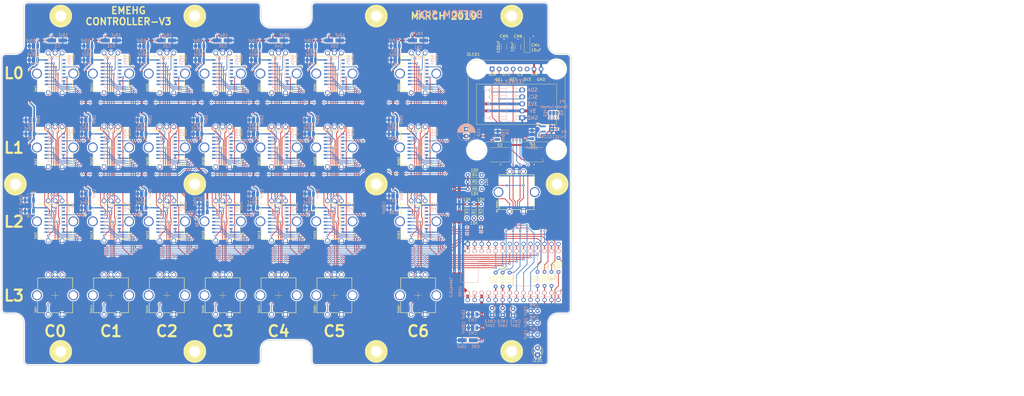
<source format=kicad_pcb>
(kicad_pcb (version 20171130) (host pcbnew "(5.0.2)-1")
  (layers (0 F.Cu signal) (31 B.Cu signal) (34 B.Paste user hide) (35 F.Paste user hide) (36 B.SilkS user) (37 F.SilkS user) (38 B.Mask user hide) (39 F.Mask user hide) (44 Edge.Cuts user))
  (net 0 "")
  (net 1 GND)
  (net 2 Select_C)
  (net 3 Select_B)
  (net 4 Select_A)
  (net 5 Enable_Column1)
  (net 6 SW11_CH_A)
  (net 7 SW11_CH_B)
  (net 8 SW11_BP)
  (net 9 SW12_BP)
  (net 10 SW12_CH_B)
  (net 11 SW12_CH_A)
  (net 12 SW13_CH_A)
  (net 13 SW13_CH_B)
  (net 14 SW13_BP)
  (net 15 SW14_BP)
  (net 16 SW14_CH_B)
  (net 17 SW14_CH_A)
  (net 18 CH_A)
  (net 19 CH_B)
  (net 20 BP)
  (net 21 SW01_CH_A)
  (net 22 SW01_CH_B)
  (net 23 SW01_BP)
  (net 24 SW02_BP)
  (net 25 SW02_CH_B)
  (net 26 SW02_CH_A)
  (net 27 SW03_BP)
  (net 28 SW03_CH_B)
  (net 29 SW03_CH_A)
  (net 30 SW04_CH_A)
  (net 31 SW04_CH_B)
  (net 32 SW04_BP)
  (net 33 Enable_Column0)
  (net 34 "Net-(U1-Pad5)")
  (net 35 "Net-(U1-Pad4)")
  (net 36 "Net-(U1-Pad2)")
  (net 37 "Net-(U1-Pad1)")
  (net 38 "Net-(U2-Pad5)")
  (net 39 "Net-(U2-Pad4)")
  (net 40 "Net-(U2-Pad2)")
  (net 41 "Net-(U2-Pad1)")
  (net 42 "Net-(U3-Pad1)")
  (net 43 "Net-(U3-Pad2)")
  (net 44 "Net-(U3-Pad4)")
  (net 45 "Net-(U3-Pad5)")
  (net 46 "Net-(U11-Pad5)")
  (net 47 "Net-(U11-Pad4)")
  (net 48 "Net-(U11-Pad2)")
  (net 49 "Net-(U11-Pad1)")
  (net 50 "Net-(U12-Pad1)")
  (net 51 "Net-(U12-Pad2)")
  (net 52 "Net-(U12-Pad4)")
  (net 53 "Net-(U12-Pad5)")
  (net 54 "Net-(U13-Pad1)")
  (net 55 "Net-(U13-Pad2)")
  (net 56 "Net-(U13-Pad4)")
  (net 57 "Net-(U13-Pad5)")
  (net 58 SW21_CH_A)
  (net 59 SW21_CH_B)
  (net 60 SW21_BP)
  (net 61 SW22_BP)
  (net 62 SW22_CH_B)
  (net 63 SW22_CH_A)
  (net 64 SW23_BP)
  (net 65 SW23_CH_B)
  (net 66 SW23_CH_A)
  (net 67 SW24_CH_A)
  (net 68 SW24_CH_B)
  (net 69 SW24_BP)
  (net 70 "Net-(U21-Pad1)")
  (net 71 "Net-(U21-Pad2)")
  (net 72 "Net-(U21-Pad4)")
  (net 73 "Net-(U21-Pad5)")
  (net 74 Enable_Column2)
  (net 75 "Net-(U22-Pad1)")
  (net 76 "Net-(U22-Pad2)")
  (net 77 "Net-(U22-Pad4)")
  (net 78 "Net-(U22-Pad5)")
  (net 79 "Net-(U23-Pad5)")
  (net 80 "Net-(U23-Pad4)")
  (net 81 "Net-(U23-Pad2)")
  (net 82 "Net-(U23-Pad1)")
  (net 83 SW31_BP)
  (net 84 SW31_CH_B)
  (net 85 SW31_CH_A)
  (net 86 SW32_CH_A)
  (net 87 SW32_CH_B)
  (net 88 SW32_BP)
  (net 89 SW33_CH_A)
  (net 90 SW33_CH_B)
  (net 91 SW33_BP)
  (net 92 SW34_BP)
  (net 93 SW34_CH_B)
  (net 94 SW34_CH_A)
  (net 95 Enable_Column3)
  (net 96 "Net-(U31-Pad5)")
  (net 97 "Net-(U31-Pad4)")
  (net 98 "Net-(U31-Pad2)")
  (net 99 "Net-(U31-Pad1)")
  (net 100 "Net-(U32-Pad5)")
  (net 101 "Net-(U32-Pad4)")
  (net 102 "Net-(U32-Pad2)")
  (net 103 "Net-(U32-Pad1)")
  (net 104 "Net-(U33-Pad1)")
  (net 105 "Net-(U33-Pad2)")
  (net 106 "Net-(U33-Pad4)")
  (net 107 "Net-(U33-Pad5)")
  (net 108 SW41_BP)
  (net 109 SW41_CH_B)
  (net 110 SW41_CH_A)
  (net 111 SW42_CH_A)
  (net 112 SW42_CH_B)
  (net 113 SW42_BP)
  (net 114 SW43_CH_A)
  (net 115 SW43_CH_B)
  (net 116 SW43_BP)
  (net 117 SW44_BP)
  (net 118 SW44_CH_B)
  (net 119 SW44_CH_A)
  (net 120 Enable_Column4)
  (net 121 "Net-(U41-Pad5)")
  (net 122 "Net-(U41-Pad4)")
  (net 123 "Net-(U41-Pad2)")
  (net 124 "Net-(U41-Pad1)")
  (net 125 "Net-(U42-Pad1)")
  (net 126 "Net-(U42-Pad2)")
  (net 127 "Net-(U42-Pad4)")
  (net 128 "Net-(U42-Pad5)")
  (net 129 "Net-(U43-Pad1)")
  (net 130 "Net-(U43-Pad2)")
  (net 131 "Net-(U43-Pad4)")
  (net 132 "Net-(U43-Pad5)")
  (net 133 SW51_CH_A)
  (net 134 SW51_CH_B)
  (net 135 SW51_BP)
  (net 136 SW52_BP)
  (net 137 SW52_CH_B)
  (net 138 SW52_CH_A)
  (net 139 SW53_BP)
  (net 140 SW53_CH_B)
  (net 141 SW53_CH_A)
  (net 142 SW54_CH_A)
  (net 143 SW54_CH_B)
  (net 144 SW54_BP)
  (net 145 "Net-(U51-Pad1)")
  (net 146 "Net-(U51-Pad2)")
  (net 147 "Net-(U51-Pad4)")
  (net 148 "Net-(U51-Pad5)")
  (net 149 Enable_Column5)
  (net 150 "Net-(U52-Pad1)")
  (net 151 "Net-(U52-Pad2)")
  (net 152 "Net-(U52-Pad4)")
  (net 153 "Net-(U52-Pad5)")
  (net 154 "Net-(U53-Pad5)")
  (net 155 "Net-(U53-Pad4)")
  (net 156 "Net-(U53-Pad2)")
  (net 157 "Net-(U53-Pad1)")
  (net 158 SW61_BP)
  (net 159 SW61_CH_B)
  (net 160 SW61_CH_A)
  (net 161 SW62_CH_A)
  (net 162 SW62_CH_B)
  (net 163 SW62_BP)
  (net 164 SW63_CH_A)
  (net 165 SW63_CH_B)
  (net 166 SW63_BP)
  (net 167 SW64_BP)
  (net 168 SW64_CH_B)
  (net 169 SW64_CH_A)
  (net 170 Enable_Column6)
  (net 171 "Net-(U61-Pad5)")
  (net 172 "Net-(U61-Pad4)")
  (net 173 "Net-(U61-Pad2)")
  (net 174 "Net-(U61-Pad1)")
  (net 175 "Net-(U62-Pad5)")
  (net 176 "Net-(U62-Pad4)")
  (net 177 "Net-(U62-Pad2)")
  (net 178 "Net-(U62-Pad1)")
  (net 179 "Net-(U63-Pad1)")
  (net 180 "Net-(U63-Pad2)")
  (net 181 "Net-(U63-Pad4)")
  (net 182 "Net-(U63-Pad5)")
  (net 183 "Net-(U100-Pad18)")
  (net 184 "Net-(U100-Pad19)")
  (net 185 "Net-(U100-Pad15)")
  (net 186 "Net-(U100-Pad14)")
  (net 187 "Net-(U100-Pad30)")
  (net 188 "Net-(U100-Pad32)")
  (net 189 "Net-(U100-Pad34)")
  (net 190 "Net-(U100-Pad35)")
  (net 191 "Net-(U100-Pad36)")
  (net 192 "Net-(U100-Pad37)")
  (net 193 "Net-(U100-Pad38)")
  (net 194 "Net-(U100-Pad40)")
  (net 195 "Net-(U100-Pad41)")
  (net 196 "Net-(U100-Pad42)")
  (net 197 "Net-(U100-Pad43)")
  (net 198 "Net-(U100-Pad44)")
  (net 199 "Net-(U100-Pad45)")
  (net 200 "Net-(U100-Pad46)")
  (net 201 "Net-(U100-Pad47)")
  (net 202 "Net-(U100-Pad48)")
  (net 203 "Net-(U100-Pad49)")
  (net 204 "Net-(U100-Pad51)")
  (net 205 "Net-(U100-Pad17)")
  (net 206 "Net-(U100-Pad16)")
  (net 207 "Net-(U100-Pad39)")
  (net 208 "Net-(U100-Pad50)")
  (net 209 SDA)
  (net 210 SCL)
  (net 211 LCD_RST)
  (net 212 UI_CH_A)
  (net 213 UI_BP)
  (net 214 UI_CH_B)
  (net 215 "Net-(OLED1-Pad3)")
  (net 216 "Net-(OLED1-Pad5)")
  (net 217 "Net-(OLED1-Pad6)")
  (net 218 +5V)
  (net 219 3V3)
  (net 220 UI_CH_A_F)
  (net 221 UI_CH_B_F)
  (net 222 UI_BP_F)
  (net 223 CH_A_F)
  (net 224 CH_B_F)
  (net 225 BP_F)
  (net 226 "Net-(U100-Pad52)")
  (net 227 "Net-(D1-Pad2)")
  (net 228 "Net-(U100-Pad13)")
  (net 229 "Net-(D2-Pad2)")
  (net 230 NEOPIXEL_IN)
  (net 231 NEOPIXEL_IN_3V3)
  (net 232 NEOPIXEL_IN_5V)
  (net 233 VCC)
  (net 234 "Net-(LED1-Pad2)")
  (net 235 TEENSY_LED)
  (net 236 OLED_IN_3V3)
  (module Resistors_THT:R_Axial_DIN0204_L3.6mm_D1.6mm_P5.08mm_Horizontal (layer F.Cu) (at 223.52 108.458 270)
    (fp_text reference R13 (at 2.54 0 270) (layer F.SilkS))
    (fp_text value 390 (at 2.54 1.778 270) (layer F.SilkS))
    (pad 2 thru_hole oval (at 5.08 0 270) (size 1.4 1.4) (drill 0.7) (layers *.Cu *.Mask) (net 234 "Net-(LED1-Pad2)"))
    (pad 1 thru_hole circle (at 0 0 270) (size 1.4 1.4) (drill 0.7) (layers *.Cu *.Mask) (net 235 TEENSY_LED))
  )
  (module SparkFun_Switches:ROTARY_ENC_PLAIN (layer F.Cu) (at 172.466 68.199 90)
    (fp_text reference SW62 (at -4.953 -7.112 90) (layer F.SilkS) (effects (font (size 0.762 0.762) (thickness 0.127))))
    (fp_text value ENCODER-SWITCH)
    (pad A thru_hole circle (at 7.493 2.54 90) (size 1.7 1.7) (drill 1.2) (layers *.Cu *.Mask) (net 161 SW62_CH_A))
    (pad B thru_hole circle (at 7.493 -2.54 90) (size 1.7 1.7) (drill 1.2) (layers *.Cu *.Mask) (net 162 SW62_CH_B))
    (pad C thru_hole circle (at 7.493 0 90) (size 1.7 1.7) (drill 1.2) (layers *.Cu *.Mask) (net 1 GND))
    (pad P$3 thru_hole circle (at 0 -6.604 90) (size 3.6 3.6) (drill 2.8) (layers *.Cu *.Mask))
    (pad P$3 thru_hole circle (at 0 6.604 90) (size 3.6 3.6) (drill 2.8) (layers *.Cu *.Mask))
    (pad SW+ thru_hole circle (at -6.985 -2.54 90) (size 1.7 1.7) (drill 1.2) (layers *.Cu *.Mask) (net 163 SW62_BP))
    (pad SW- thru_hole circle (at -6.985 2.54 90) (size 1.7 1.7) (drill 1.2) (layers *.Cu *.Mask) (net 1 GND))
  )
  (module SparkFun_Switches:ROTARY_ENC_PLAIN (layer F.Cu) (at 172.466 122.047 90)
    (fp_text reference SW64 (at -4.953 -7.112 90) (layer F.SilkS) (effects (font (size 0.762 0.762) (thickness 0.127))))
    (fp_text value ENCODER-SWITCH)
    (pad A thru_hole circle (at 7.493 2.54 90) (size 1.7 1.7) (drill 1.2) (layers *.Cu *.Mask) (net 169 SW64_CH_A))
    (pad B thru_hole circle (at 7.493 -2.54 90) (size 1.7 1.7) (drill 1.2) (layers *.Cu *.Mask) (net 168 SW64_CH_B))
    (pad C thru_hole circle (at 7.493 0 90) (size 1.7 1.7) (drill 1.2) (layers *.Cu *.Mask) (net 1 GND))
    (pad P$3 thru_hole circle (at 0 -6.604 90) (size 3.6 3.6) (drill 2.8) (layers *.Cu *.Mask))
    (pad P$3 thru_hole circle (at 0 6.604 90) (size 3.6 3.6) (drill 2.8) (layers *.Cu *.Mask))
    (pad SW+ thru_hole circle (at -6.985 -2.54 90) (size 1.7 1.7) (drill 1.2) (layers *.Cu *.Mask) (net 167 SW64_BP))
    (pad SW- thru_hole circle (at -6.985 2.54 90) (size 1.7 1.7) (drill 1.2) (layers *.Cu *.Mask) (net 1 GND))
  )
  (module SparkFun_Switches:ROTARY_ENC_PLAIN (layer F.Cu) (at 172.466 95.123 90)
    (fp_text reference SW63 (at -4.953 -7.112 90) (layer F.SilkS) (effects (font (size 0.762 0.762) (thickness 0.127))))
    (fp_text value ENCODER-SWITCH)
    (pad A thru_hole circle (at 7.493 2.54 90) (size 1.7 1.7) (drill 1.2) (layers *.Cu *.Mask) (net 164 SW63_CH_A))
    (pad B thru_hole circle (at 7.493 -2.54 90) (size 1.7 1.7) (drill 1.2) (layers *.Cu *.Mask) (net 165 SW63_CH_B))
    (pad C thru_hole circle (at 7.493 0 90) (size 1.7 1.7) (drill 1.2) (layers *.Cu *.Mask) (net 1 GND))
    (pad P$3 thru_hole circle (at 0 -6.604 90) (size 3.6 3.6) (drill 2.8) (layers *.Cu *.Mask))
    (pad P$3 thru_hole circle (at 0 6.604 90) (size 3.6 3.6) (drill 2.8) (layers *.Cu *.Mask))
    (pad SW+ thru_hole circle (at -6.985 -2.54 90) (size 1.7 1.7) (drill 1.2) (layers *.Cu *.Mask) (net 166 SW63_BP))
    (pad SW- thru_hole circle (at -6.985 2.54 90) (size 1.7 1.7) (drill 1.2) (layers *.Cu *.Mask) (net 1 GND))
  )
  (module SparkFun_Switches:ROTARY_ENC_PLAIN (layer F.Cu) (at 172.466 41.275 90)
    (fp_text reference SW61 (at -4.953 -7.112 270) (layer F.SilkS) (effects (font (size 0.762 0.762) (thickness 0.127))))
    (fp_text value ENCODER-SWITCH)
    (pad A thru_hole circle (at 7.493 2.54 90) (size 1.7 1.7) (drill 1.2) (layers *.Cu *.Mask) (net 160 SW61_CH_A))
    (pad B thru_hole circle (at 7.493 -2.54 90) (size 1.7 1.7) (drill 1.2) (layers *.Cu *.Mask) (net 159 SW61_CH_B))
    (pad C thru_hole circle (at 7.493 0 90) (size 1.7 1.7) (drill 1.2) (layers *.Cu *.Mask) (net 1 GND))
    (pad P$3 thru_hole circle (at 0 -6.604 90) (size 3.6 3.6) (drill 2.8) (layers *.Cu *.Mask))
    (pad P$3 thru_hole circle (at 0 6.604 90) (size 3.6 3.6) (drill 2.8) (layers *.Cu *.Mask))
    (pad SW+ thru_hole circle (at -6.985 -2.54 90) (size 1.7 1.7) (drill 1.2) (layers *.Cu *.Mask) (net 158 SW61_BP))
    (pad SW- thru_hole circle (at -6.985 2.54 90) (size 1.7 1.7) (drill 1.2) (layers *.Cu *.Mask) (net 1 GND))
  )
  (module SparkFun_Switches:ROTARY_ENC_PLAIN (layer F.Cu) (at 141.986 122.047 90)
    (fp_text reference SW54 (at -4.953 -7.112 90) (layer F.SilkS) (effects (font (size 0.762 0.762) (thickness 0.127))))
    (fp_text value ENCODER-SWITCH)
    (pad A thru_hole circle (at 7.493 2.54 90) (size 1.7 1.7) (drill 1.2) (layers *.Cu *.Mask) (net 142 SW54_CH_A))
    (pad B thru_hole circle (at 7.493 -2.54 90) (size 1.7 1.7) (drill 1.2) (layers *.Cu *.Mask) (net 143 SW54_CH_B))
    (pad C thru_hole circle (at 7.493 0 90) (size 1.7 1.7) (drill 1.2) (layers *.Cu *.Mask) (net 1 GND))
    (pad P$3 thru_hole circle (at 0 -6.604 90) (size 3.6 3.6) (drill 2.8) (layers *.Cu *.Mask))
    (pad P$3 thru_hole circle (at 0 6.604 90) (size 3.6 3.6) (drill 2.8) (layers *.Cu *.Mask))
    (pad SW+ thru_hole circle (at -6.985 -2.54 90) (size 1.7 1.7) (drill 1.2) (layers *.Cu *.Mask) (net 144 SW54_BP))
    (pad SW- thru_hole circle (at -6.985 2.54 90) (size 1.7 1.7) (drill 1.2) (layers *.Cu *.Mask) (net 1 GND))
  )
  (module SparkFun_Switches:ROTARY_ENC_PLAIN (layer F.Cu) (at 141.986 68.199 90)
    (fp_text reference SW52 (at -4.953 -7.112 90) (layer F.SilkS) (effects (font (size 0.762 0.762) (thickness 0.127))))
    (fp_text value ENCODER-SWITCH)
    (pad A thru_hole circle (at 7.493 2.54 90) (size 1.7 1.7) (drill 1.2) (layers *.Cu *.Mask) (net 138 SW52_CH_A))
    (pad B thru_hole circle (at 7.493 -2.54 90) (size 1.7 1.7) (drill 1.2) (layers *.Cu *.Mask) (net 137 SW52_CH_B))
    (pad C thru_hole circle (at 7.493 0 90) (size 1.7 1.7) (drill 1.2) (layers *.Cu *.Mask) (net 1 GND))
    (pad P$3 thru_hole circle (at 0 -6.604 90) (size 3.6 3.6) (drill 2.8) (layers *.Cu *.Mask))
    (pad P$3 thru_hole circle (at 0 6.604 90) (size 3.6 3.6) (drill 2.8) (layers *.Cu *.Mask))
    (pad SW+ thru_hole circle (at -6.985 -2.54 90) (size 1.7 1.7) (drill 1.2) (layers *.Cu *.Mask) (net 136 SW52_BP))
    (pad SW- thru_hole circle (at -6.985 2.54 90) (size 1.7 1.7) (drill 1.2) (layers *.Cu *.Mask) (net 1 GND))
  )
  (module SparkFun_Switches:ROTARY_ENC_PLAIN (layer F.Cu) (at 141.986 41.275 90)
    (fp_text reference SW51 (at -4.953 -7.112 270) (layer F.SilkS) (effects (font (size 0.762 0.762) (thickness 0.127))))
    (fp_text value ENCODER-SWITCH)
    (pad A thru_hole circle (at 7.493 2.54 90) (size 1.7 1.7) (drill 1.2) (layers *.Cu *.Mask) (net 133 SW51_CH_A))
    (pad B thru_hole circle (at 7.493 -2.54 90) (size 1.7 1.7) (drill 1.2) (layers *.Cu *.Mask) (net 134 SW51_CH_B))
    (pad C thru_hole circle (at 7.493 0 90) (size 1.7 1.7) (drill 1.2) (layers *.Cu *.Mask) (net 1 GND))
    (pad P$3 thru_hole circle (at 0 -6.604 90) (size 3.6 3.6) (drill 2.8) (layers *.Cu *.Mask))
    (pad P$3 thru_hole circle (at 0 6.604 90) (size 3.6 3.6) (drill 2.8) (layers *.Cu *.Mask))
    (pad SW+ thru_hole circle (at -6.985 -2.54 90) (size 1.7 1.7) (drill 1.2) (layers *.Cu *.Mask) (net 135 SW51_BP))
    (pad SW- thru_hole circle (at -6.985 2.54 90) (size 1.7 1.7) (drill 1.2) (layers *.Cu *.Mask) (net 1 GND))
  )
  (module SparkFun_Switches:ROTARY_ENC_PLAIN (layer F.Cu) (at 141.986 95.123 90)
    (fp_text reference SW53 (at -4.953 -7.112 90) (layer F.SilkS) (effects (font (size 0.762 0.762) (thickness 0.127))))
    (fp_text value ENCODER-SWITCH)
    (pad A thru_hole circle (at 7.493 2.54 90) (size 1.7 1.7) (drill 1.2) (layers *.Cu *.Mask) (net 141 SW53_CH_A))
    (pad B thru_hole circle (at 7.493 -2.54 90) (size 1.7 1.7) (drill 1.2) (layers *.Cu *.Mask) (net 140 SW53_CH_B))
    (pad C thru_hole circle (at 7.493 0 90) (size 1.7 1.7) (drill 1.2) (layers *.Cu *.Mask) (net 1 GND))
    (pad P$3 thru_hole circle (at 0 -6.604 90) (size 3.6 3.6) (drill 2.8) (layers *.Cu *.Mask))
    (pad P$3 thru_hole circle (at 0 6.604 90) (size 3.6 3.6) (drill 2.8) (layers *.Cu *.Mask))
    (pad SW+ thru_hole circle (at -6.985 -2.54 90) (size 1.7 1.7) (drill 1.2) (layers *.Cu *.Mask) (net 139 SW53_BP))
    (pad SW- thru_hole circle (at -6.985 2.54 90) (size 1.7 1.7) (drill 1.2) (layers *.Cu *.Mask) (net 1 GND))
  )
  (module SparkFun_Switches:ROTARY_ENC_PLAIN (layer F.Cu) (at 121.666 95.123 90)
    (fp_text reference SW43 (at -4.953 -7.112 90) (layer F.SilkS) (effects (font (size 0.762 0.762) (thickness 0.127))))
    (fp_text value ENCODER-SWITCH)
    (pad A thru_hole circle (at 7.493 2.54 90) (size 1.7 1.7) (drill 1.2) (layers *.Cu *.Mask) (net 114 SW43_CH_A))
    (pad B thru_hole circle (at 7.493 -2.54 90) (size 1.7 1.7) (drill 1.2) (layers *.Cu *.Mask) (net 115 SW43_CH_B))
    (pad C thru_hole circle (at 7.493 0 90) (size 1.7 1.7) (drill 1.2) (layers *.Cu *.Mask) (net 1 GND))
    (pad P$3 thru_hole circle (at 0 -6.604 90) (size 3.6 3.6) (drill 2.8) (layers *.Cu *.Mask))
    (pad P$3 thru_hole circle (at 0 6.604 90) (size 3.6 3.6) (drill 2.8) (layers *.Cu *.Mask))
    (pad SW+ thru_hole circle (at -6.985 -2.54 90) (size 1.7 1.7) (drill 1.2) (layers *.Cu *.Mask) (net 116 SW43_BP))
    (pad SW- thru_hole circle (at -6.985 2.54 90) (size 1.7 1.7) (drill 1.2) (layers *.Cu *.Mask) (net 1 GND))
  )
  (module SparkFun_Switches:ROTARY_ENC_PLAIN (layer F.Cu) (at 121.666 68.199 90)
    (fp_text reference SW42 (at -4.953 -7.112 90) (layer F.SilkS) (effects (font (size 0.762 0.762) (thickness 0.127))))
    (fp_text value ENCODER-SWITCH)
    (pad A thru_hole circle (at 7.493 2.54 90) (size 1.7 1.7) (drill 1.2) (layers *.Cu *.Mask) (net 111 SW42_CH_A))
    (pad B thru_hole circle (at 7.493 -2.54 90) (size 1.7 1.7) (drill 1.2) (layers *.Cu *.Mask) (net 112 SW42_CH_B))
    (pad C thru_hole circle (at 7.493 0 90) (size 1.7 1.7) (drill 1.2) (layers *.Cu *.Mask) (net 1 GND))
    (pad P$3 thru_hole circle (at 0 -6.604 90) (size 3.6 3.6) (drill 2.8) (layers *.Cu *.Mask))
    (pad P$3 thru_hole circle (at 0 6.604 90) (size 3.6 3.6) (drill 2.8) (layers *.Cu *.Mask))
    (pad SW+ thru_hole circle (at -6.985 -2.54 90) (size 1.7 1.7) (drill 1.2) (layers *.Cu *.Mask) (net 113 SW42_BP))
    (pad SW- thru_hole circle (at -6.985 2.54 90) (size 1.7 1.7) (drill 1.2) (layers *.Cu *.Mask) (net 1 GND))
  )
  (module SparkFun_Switches:ROTARY_ENC_PLAIN (layer F.Cu) (at 121.666 122.047 90)
    (fp_text reference SW44 (at -4.953 -7.112 90) (layer F.SilkS) (effects (font (size 0.762 0.762) (thickness 0.127))))
    (fp_text value ENCODER-SWITCH)
    (pad A thru_hole circle (at 7.493 2.54 90) (size 1.7 1.7) (drill 1.2) (layers *.Cu *.Mask) (net 119 SW44_CH_A))
    (pad B thru_hole circle (at 7.493 -2.54 90) (size 1.7 1.7) (drill 1.2) (layers *.Cu *.Mask) (net 118 SW44_CH_B))
    (pad C thru_hole circle (at 7.493 0 90) (size 1.7 1.7) (drill 1.2) (layers *.Cu *.Mask) (net 1 GND))
    (pad P$3 thru_hole circle (at 0 -6.604 90) (size 3.6 3.6) (drill 2.8) (layers *.Cu *.Mask))
    (pad P$3 thru_hole circle (at 0 6.604 90) (size 3.6 3.6) (drill 2.8) (layers *.Cu *.Mask))
    (pad SW+ thru_hole circle (at -6.985 -2.54 90) (size 1.7 1.7) (drill 1.2) (layers *.Cu *.Mask) (net 117 SW44_BP))
    (pad SW- thru_hole circle (at -6.985 2.54 90) (size 1.7 1.7) (drill 1.2) (layers *.Cu *.Mask) (net 1 GND))
  )
  (module SparkFun_Switches:ROTARY_ENC_PLAIN (layer F.Cu) (at 121.666 41.275 90)
    (fp_text reference SW41 (at -4.953 -7.112 270) (layer F.SilkS) (effects (font (size 0.762 0.762) (thickness 0.127))))
    (fp_text value ENCODER-SWITCH)
    (pad A thru_hole circle (at 7.493 2.54 90) (size 1.7 1.7) (drill 1.2) (layers *.Cu *.Mask) (net 110 SW41_CH_A))
    (pad B thru_hole circle (at 7.493 -2.54 90) (size 1.7 1.7) (drill 1.2) (layers *.Cu *.Mask) (net 109 SW41_CH_B))
    (pad C thru_hole circle (at 7.493 0 90) (size 1.7 1.7) (drill 1.2) (layers *.Cu *.Mask) (net 1 GND))
    (pad P$3 thru_hole circle (at 0 -6.604 90) (size 3.6 3.6) (drill 2.8) (layers *.Cu *.Mask))
    (pad P$3 thru_hole circle (at 0 6.604 90) (size 3.6 3.6) (drill 2.8) (layers *.Cu *.Mask))
    (pad SW+ thru_hole circle (at -6.985 -2.54 90) (size 1.7 1.7) (drill 1.2) (layers *.Cu *.Mask) (net 108 SW41_BP))
    (pad SW- thru_hole circle (at -6.985 2.54 90) (size 1.7 1.7) (drill 1.2) (layers *.Cu *.Mask) (net 1 GND))
  )
  (module SparkFun_Switches:ROTARY_ENC_PLAIN (layer F.Cu) (at 101.346 95.123 90)
    (fp_text reference SW33 (at -4.953 -7.112 90) (layer F.SilkS) (effects (font (size 0.762 0.762) (thickness 0.127))))
    (fp_text value ENCODER-SWITCH)
    (pad A thru_hole circle (at 7.493 2.54 90) (size 1.7 1.7) (drill 1.2) (layers *.Cu *.Mask) (net 89 SW33_CH_A))
    (pad B thru_hole circle (at 7.493 -2.54 90) (size 1.7 1.7) (drill 1.2) (layers *.Cu *.Mask) (net 90 SW33_CH_B))
    (pad C thru_hole circle (at 7.493 0 90) (size 1.7 1.7) (drill 1.2) (layers *.Cu *.Mask) (net 1 GND))
    (pad P$3 thru_hole circle (at 0 -6.604 90) (size 3.6 3.6) (drill 2.8) (layers *.Cu *.Mask))
    (pad P$3 thru_hole circle (at 0 6.604 90) (size 3.6 3.6) (drill 2.8) (layers *.Cu *.Mask))
    (pad SW+ thru_hole circle (at -6.985 -2.54 90) (size 1.7 1.7) (drill 1.2) (layers *.Cu *.Mask) (net 91 SW33_BP))
    (pad SW- thru_hole circle (at -6.985 2.54 90) (size 1.7 1.7) (drill 1.2) (layers *.Cu *.Mask) (net 1 GND))
  )
  (module SparkFun_Switches:ROTARY_ENC_PLAIN (layer F.Cu) (at 101.346 68.199 90)
    (fp_text reference SW32 (at -4.953 -7.112 90) (layer F.SilkS) (effects (font (size 0.762 0.762) (thickness 0.127))))
    (fp_text value ENCODER-SWITCH)
    (pad A thru_hole circle (at 7.493 2.54 90) (size 1.7 1.7) (drill 1.2) (layers *.Cu *.Mask) (net 86 SW32_CH_A))
    (pad B thru_hole circle (at 7.493 -2.54 90) (size 1.7 1.7) (drill 1.2) (layers *.Cu *.Mask) (net 87 SW32_CH_B))
    (pad C thru_hole circle (at 7.493 0 90) (size 1.7 1.7) (drill 1.2) (layers *.Cu *.Mask) (net 1 GND))
    (pad P$3 thru_hole circle (at 0 -6.604 90) (size 3.6 3.6) (drill 2.8) (layers *.Cu *.Mask))
    (pad P$3 thru_hole circle (at 0 6.604 90) (size 3.6 3.6) (drill 2.8) (layers *.Cu *.Mask))
    (pad SW+ thru_hole circle (at -6.985 -2.54 90) (size 1.7 1.7) (drill 1.2) (layers *.Cu *.Mask) (net 88 SW32_BP))
    (pad SW- thru_hole circle (at -6.985 2.54 90) (size 1.7 1.7) (drill 1.2) (layers *.Cu *.Mask) (net 1 GND))
  )
  (module SparkFun_Switches:ROTARY_ENC_PLAIN (layer F.Cu) (at 101.346 41.275 90)
    (fp_text reference SW31 (at -4.953 -7.112 270) (layer F.SilkS) (effects (font (size 0.762 0.762) (thickness 0.127))))
    (fp_text value ENCODER-SWITCH)
    (pad A thru_hole circle (at 7.493 2.54 90) (size 1.7 1.7) (drill 1.2) (layers *.Cu *.Mask) (net 85 SW31_CH_A))
    (pad B thru_hole circle (at 7.493 -2.54 90) (size 1.7 1.7) (drill 1.2) (layers *.Cu *.Mask) (net 84 SW31_CH_B))
    (pad C thru_hole circle (at 7.493 0 90) (size 1.7 1.7) (drill 1.2) (layers *.Cu *.Mask) (net 1 GND))
    (pad P$3 thru_hole circle (at 0 -6.604 90) (size 3.6 3.6) (drill 2.8) (layers *.Cu *.Mask))
    (pad P$3 thru_hole circle (at 0 6.604 90) (size 3.6 3.6) (drill 2.8) (layers *.Cu *.Mask))
    (pad SW+ thru_hole circle (at -6.985 -2.54 90) (size 1.7 1.7) (drill 1.2) (layers *.Cu *.Mask) (net 83 SW31_BP))
    (pad SW- thru_hole circle (at -6.985 2.54 90) (size 1.7 1.7) (drill 1.2) (layers *.Cu *.Mask) (net 1 GND))
  )
  (module SparkFun_Switches:ROTARY_ENC_PLAIN (layer F.Cu) (at 101.346 122.047 90)
    (fp_text reference SW34 (at -4.953 -7.112 90) (layer F.SilkS) (effects (font (size 0.762 0.762) (thickness 0.127))))
    (fp_text value ENCODER-SWITCH)
    (pad A thru_hole circle (at 7.493 2.54 90) (size 1.7 1.7) (drill 1.2) (layers *.Cu *.Mask) (net 94 SW34_CH_A))
    (pad B thru_hole circle (at 7.493 -2.54 90) (size 1.7 1.7) (drill 1.2) (layers *.Cu *.Mask) (net 93 SW34_CH_B))
    (pad C thru_hole circle (at 7.493 0 90) (size 1.7 1.7) (drill 1.2) (layers *.Cu *.Mask) (net 1 GND))
    (pad P$3 thru_hole circle (at 0 -6.604 90) (size 3.6 3.6) (drill 2.8) (layers *.Cu *.Mask))
    (pad P$3 thru_hole circle (at 0 6.604 90) (size 3.6 3.6) (drill 2.8) (layers *.Cu *.Mask))
    (pad SW+ thru_hole circle (at -6.985 -2.54 90) (size 1.7 1.7) (drill 1.2) (layers *.Cu *.Mask) (net 92 SW34_BP))
    (pad SW- thru_hole circle (at -6.985 2.54 90) (size 1.7 1.7) (drill 1.2) (layers *.Cu *.Mask) (net 1 GND))
  )
  (module SparkFun_Switches:ROTARY_ENC_PLAIN (layer F.Cu) (at 81.026 41.275 90)
    (fp_text reference SW21 (at -4.953 -7.112 270) (layer F.SilkS) (effects (font (size 0.762 0.762) (thickness 0.127))))
    (fp_text value ENCODER-SWITCH)
    (pad A thru_hole circle (at 7.493 2.54 90) (size 1.7 1.7) (drill 1.2) (layers *.Cu *.Mask) (net 58 SW21_CH_A))
    (pad B thru_hole circle (at 7.493 -2.54 90) (size 1.7 1.7) (drill 1.2) (layers *.Cu *.Mask) (net 59 SW21_CH_B))
    (pad C thru_hole circle (at 7.493 0 90) (size 1.7 1.7) (drill 1.2) (layers *.Cu *.Mask) (net 1 GND))
    (pad P$3 thru_hole circle (at 0 -6.604 90) (size 3.6 3.6) (drill 2.8) (layers *.Cu *.Mask))
    (pad P$3 thru_hole circle (at 0 6.604 90) (size 3.6 3.6) (drill 2.8) (layers *.Cu *.Mask))
    (pad SW+ thru_hole circle (at -6.985 -2.54 90) (size 1.7 1.7) (drill 1.2) (layers *.Cu *.Mask) (net 60 SW21_BP))
    (pad SW- thru_hole circle (at -6.985 2.54 90) (size 1.7 1.7) (drill 1.2) (layers *.Cu *.Mask) (net 1 GND))
  )
  (module SparkFun_Switches:ROTARY_ENC_PLAIN (layer F.Cu) (at 81.026 95.123 90)
    (fp_text reference SW23 (at -4.953 -7.112 90) (layer F.SilkS) (effects (font (size 0.762 0.762) (thickness 0.127))))
    (fp_text value ENCODER-SWITCH)
    (pad A thru_hole circle (at 7.493 2.54 90) (size 1.7 1.7) (drill 1.2) (layers *.Cu *.Mask) (net 66 SW23_CH_A))
    (pad B thru_hole circle (at 7.493 -2.54 90) (size 1.7 1.7) (drill 1.2) (layers *.Cu *.Mask) (net 65 SW23_CH_B))
    (pad C thru_hole circle (at 7.493 0 90) (size 1.7 1.7) (drill 1.2) (layers *.Cu *.Mask) (net 1 GND))
    (pad P$3 thru_hole circle (at 0 -6.604 90) (size 3.6 3.6) (drill 2.8) (layers *.Cu *.Mask))
    (pad P$3 thru_hole circle (at 0 6.604 90) (size 3.6 3.6) (drill 2.8) (layers *.Cu *.Mask))
    (pad SW+ thru_hole circle (at -6.985 -2.54 90) (size 1.7 1.7) (drill 1.2) (layers *.Cu *.Mask) (net 64 SW23_BP))
    (pad SW- thru_hole circle (at -6.985 2.54 90) (size 1.7 1.7) (drill 1.2) (layers *.Cu *.Mask) (net 1 GND))
  )
  (module SparkFun_Switches:ROTARY_ENC_PLAIN (layer F.Cu) (at 81.026 122.047 90)
    (fp_text reference SW24 (at -4.953 -7.112 90) (layer F.SilkS) (effects (font (size 0.762 0.762) (thickness 0.127))))
    (fp_text value ENCODER-SWITCH)
    (pad A thru_hole circle (at 7.493 2.54 90) (size 1.7 1.7) (drill 1.2) (layers *.Cu *.Mask) (net 67 SW24_CH_A))
    (pad B thru_hole circle (at 7.493 -2.54 90) (size 1.7 1.7) (drill 1.2) (layers *.Cu *.Mask) (net 68 SW24_CH_B))
    (pad C thru_hole circle (at 7.493 0 90) (size 1.7 1.7) (drill 1.2) (layers *.Cu *.Mask) (net 1 GND))
    (pad P$3 thru_hole circle (at 0 -6.604 90) (size 3.6 3.6) (drill 2.8) (layers *.Cu *.Mask))
    (pad P$3 thru_hole circle (at 0 6.604 90) (size 3.6 3.6) (drill 2.8) (layers *.Cu *.Mask))
    (pad SW+ thru_hole circle (at -6.985 -2.54 90) (size 1.7 1.7) (drill 1.2) (layers *.Cu *.Mask) (net 69 SW24_BP))
    (pad SW- thru_hole circle (at -6.985 2.54 90) (size 1.7 1.7) (drill 1.2) (layers *.Cu *.Mask) (net 1 GND))
  )
  (module SparkFun_Switches:ROTARY_ENC_PLAIN (layer F.Cu) (at 81.026 68.199 90)
    (fp_text reference SW22 (at -4.953 -7.112 90) (layer F.SilkS) (effects (font (size 0.762 0.762) (thickness 0.127))))
    (fp_text value ENCODER-SWITCH)
    (pad A thru_hole circle (at 7.493 2.54 90) (size 1.7 1.7) (drill 1.2) (layers *.Cu *.Mask) (net 63 SW22_CH_A))
    (pad B thru_hole circle (at 7.493 -2.54 90) (size 1.7 1.7) (drill 1.2) (layers *.Cu *.Mask) (net 62 SW22_CH_B))
    (pad C thru_hole circle (at 7.493 0 90) (size 1.7 1.7) (drill 1.2) (layers *.Cu *.Mask) (net 1 GND))
    (pad P$3 thru_hole circle (at 0 -6.604 90) (size 3.6 3.6) (drill 2.8) (layers *.Cu *.Mask))
    (pad P$3 thru_hole circle (at 0 6.604 90) (size 3.6 3.6) (drill 2.8) (layers *.Cu *.Mask))
    (pad SW+ thru_hole circle (at -6.985 -2.54 90) (size 1.7 1.7) (drill 1.2) (layers *.Cu *.Mask) (net 61 SW22_BP))
    (pad SW- thru_hole circle (at -6.985 2.54 90) (size 1.7 1.7) (drill 1.2) (layers *.Cu *.Mask) (net 1 GND))
  )
  (module SparkFun_Switches:ROTARY_ENC_PLAIN (layer F.Cu) (at 60.706 68.199 90)
    (fp_text reference SW12 (at -4.953 -7.112 90) (layer F.SilkS) (effects (font (size 0.762 0.762) (thickness 0.127))))
    (fp_text value ENCODER-SWITCH)
    (pad A thru_hole circle (at 7.493 2.54 90) (size 1.7 1.7) (drill 1.2) (layers *.Cu *.Mask) (net 11 SW12_CH_A))
    (pad B thru_hole circle (at 7.493 -2.54 90) (size 1.7 1.7) (drill 1.2) (layers *.Cu *.Mask) (net 10 SW12_CH_B))
    (pad C thru_hole circle (at 7.493 0 90) (size 1.7 1.7) (drill 1.2) (layers *.Cu *.Mask) (net 1 GND))
    (pad P$3 thru_hole circle (at 0 -6.604 90) (size 3.6 3.6) (drill 2.8) (layers *.Cu *.Mask))
    (pad P$3 thru_hole circle (at 0 6.604 90) (size 3.6 3.6) (drill 2.8) (layers *.Cu *.Mask))
    (pad SW+ thru_hole circle (at -6.985 -2.54 90) (size 1.7 1.7) (drill 1.2) (layers *.Cu *.Mask) (net 9 SW12_BP))
    (pad SW- thru_hole circle (at -6.985 2.54 90) (size 1.7 1.7) (drill 1.2) (layers *.Cu *.Mask) (net 1 GND))
  )
  (module SparkFun_Switches:ROTARY_ENC_PLAIN (layer F.Cu) (at 60.706 122.047 90)
    (fp_text reference SW14 (at -4.953 -7.112 90) (layer F.SilkS) (effects (font (size 0.762 0.762) (thickness 0.127))))
    (fp_text value ENCODER-SWITCH)
    (pad A thru_hole circle (at 7.493 2.54 90) (size 1.7 1.7) (drill 1.2) (layers *.Cu *.Mask) (net 17 SW14_CH_A))
    (pad B thru_hole circle (at 7.493 -2.54 90) (size 1.7 1.7) (drill 1.2) (layers *.Cu *.Mask) (net 16 SW14_CH_B))
    (pad C thru_hole circle (at 7.493 0 90) (size 1.7 1.7) (drill 1.2) (layers *.Cu *.Mask) (net 1 GND))
    (pad P$3 thru_hole circle (at 0 -6.604 90) (size 3.6 3.6) (drill 2.8) (layers *.Cu *.Mask))
    (pad P$3 thru_hole circle (at 0 6.604 90) (size 3.6 3.6) (drill 2.8) (layers *.Cu *.Mask))
    (pad SW+ thru_hole circle (at -6.985 -2.54 90) (size 1.7 1.7) (drill 1.2) (layers *.Cu *.Mask) (net 15 SW14_BP))
    (pad SW- thru_hole circle (at -6.985 2.54 90) (size 1.7 1.7) (drill 1.2) (layers *.Cu *.Mask) (net 1 GND))
  )
  (module SparkFun_Switches:ROTARY_ENC_PLAIN (layer F.Cu) (at 60.706 95.123 90)
    (fp_text reference SW13 (at -4.953 -7.112 90) (layer F.SilkS) (effects (font (size 0.762 0.762) (thickness 0.127))))
    (fp_text value ENCODER-SWITCH)
    (pad A thru_hole circle (at 7.493 2.54 90) (size 1.7 1.7) (drill 1.2) (layers *.Cu *.Mask) (net 12 SW13_CH_A))
    (pad B thru_hole circle (at 7.493 -2.54 90) (size 1.7 1.7) (drill 1.2) (layers *.Cu *.Mask) (net 13 SW13_CH_B))
    (pad C thru_hole circle (at 7.493 0 90) (size 1.7 1.7) (drill 1.2) (layers *.Cu *.Mask) (net 1 GND))
    (pad P$3 thru_hole circle (at 0 -6.604 90) (size 3.6 3.6) (drill 2.8) (layers *.Cu *.Mask))
    (pad P$3 thru_hole circle (at 0 6.604 90) (size 3.6 3.6) (drill 2.8) (layers *.Cu *.Mask))
    (pad SW+ thru_hole circle (at -6.985 -2.54 90) (size 1.7 1.7) (drill 1.2) (layers *.Cu *.Mask) (net 14 SW13_BP))
    (pad SW- thru_hole circle (at -6.985 2.54 90) (size 1.7 1.7) (drill 1.2) (layers *.Cu *.Mask) (net 1 GND))
  )
  (module SparkFun_Switches:ROTARY_ENC_PLAIN (layer F.Cu) (at 60.706 41.275 90)
    (fp_text reference SW11 (at -4.953 -7.112 270) (layer F.SilkS) (effects (font (size 0.762 0.762) (thickness 0.127))))
    (fp_text value ENCODER-SWITCH)
    (pad A thru_hole circle (at 7.493 2.54 90) (size 1.7 1.7) (drill 1.2) (layers *.Cu *.Mask) (net 6 SW11_CH_A))
    (pad B thru_hole circle (at 7.493 -2.54 90) (size 1.7 1.7) (drill 1.2) (layers *.Cu *.Mask) (net 7 SW11_CH_B))
    (pad C thru_hole circle (at 7.493 0 90) (size 1.7 1.7) (drill 1.2) (layers *.Cu *.Mask) (net 1 GND))
    (pad P$3 thru_hole circle (at 0 -6.604 90) (size 3.6 3.6) (drill 2.8) (layers *.Cu *.Mask))
    (pad P$3 thru_hole circle (at 0 6.604 90) (size 3.6 3.6) (drill 2.8) (layers *.Cu *.Mask))
    (pad SW+ thru_hole circle (at -6.985 -2.54 90) (size 1.7 1.7) (drill 1.2) (layers *.Cu *.Mask) (net 8 SW11_BP))
    (pad SW- thru_hole circle (at -6.985 2.54 90) (size 1.7 1.7) (drill 1.2) (layers *.Cu *.Mask) (net 1 GND))
  )
  (module SparkFun_Switches:ROTARY_ENC_PLAIN (layer F.Cu) (at 40.386 68.199 90)
    (fp_text reference SW2 (at -5.207 -7.112 90) (layer F.SilkS) (effects (font (size 0.762 0.762) (thickness 0.127))))
    (fp_text value ENCODER-SWITCH)
    (pad A thru_hole circle (at 7.493 2.54 90) (size 1.7 1.7) (drill 1.2) (layers *.Cu *.Mask) (net 26 SW02_CH_A))
    (pad B thru_hole circle (at 7.493 -2.54 90) (size 1.7 1.7) (drill 1.2) (layers *.Cu *.Mask) (net 25 SW02_CH_B))
    (pad C thru_hole circle (at 7.493 0 90) (size 1.7 1.7) (drill 1.2) (layers *.Cu *.Mask) (net 1 GND))
    (pad P$3 thru_hole circle (at 0 -6.604 90) (size 3.6 3.6) (drill 2.8) (layers *.Cu *.Mask))
    (pad P$3 thru_hole circle (at 0 6.604 90) (size 3.6 3.6) (drill 2.8) (layers *.Cu *.Mask))
    (pad SW+ thru_hole circle (at -6.985 -2.54 90) (size 1.7 1.7) (drill 1.2) (layers *.Cu *.Mask) (net 24 SW02_BP))
    (pad SW- thru_hole circle (at -6.985 2.54 90) (size 1.7 1.7) (drill 1.2) (layers *.Cu *.Mask) (net 1 GND))
  )
  (module SparkFun_Switches:ROTARY_ENC_PLAIN (layer F.Cu) (at 40.386 41.275 90)
    (fp_text reference SW1 (at -5.461 -7.112 270) (layer F.SilkS) (effects (font (size 0.762 0.762) (thickness 0.127))))
    (fp_text value ENCODER-SWITCH)
    (pad A thru_hole circle (at 7.493 2.54 90) (size 1.7 1.7) (drill 1.2) (layers *.Cu *.Mask) (net 21 SW01_CH_A))
    (pad B thru_hole circle (at 7.493 -2.54 90) (size 1.7 1.7) (drill 1.2) (layers *.Cu *.Mask) (net 22 SW01_CH_B))
    (pad C thru_hole circle (at 7.493 0 90) (size 1.7 1.7) (drill 1.2) (layers *.Cu *.Mask) (net 1 GND))
    (pad P$3 thru_hole circle (at 0 -6.604 90) (size 3.6 3.6) (drill 2.8) (layers *.Cu *.Mask))
    (pad P$3 thru_hole circle (at 0 6.604 90) (size 3.6 3.6) (drill 2.8) (layers *.Cu *.Mask))
    (pad SW+ thru_hole circle (at -6.985 -2.54 90) (size 1.7 1.7) (drill 1.2) (layers *.Cu *.Mask) (net 23 SW01_BP))
    (pad SW- thru_hole circle (at -6.985 2.54 90) (size 1.7 1.7) (drill 1.2) (layers *.Cu *.Mask) (net 1 GND))
  )
  (module SparkFun_Switches:ROTARY_ENC_PLAIN (layer F.Cu) (at 40.386 95.123 90)
    (fp_text reference SW3 (at -5.207 -7.112 90) (layer F.SilkS) (effects (font (size 0.762 0.762) (thickness 0.127))))
    (fp_text value ENCODER-SWITCH)
    (pad A thru_hole circle (at 7.493 2.54 90) (size 1.7 1.7) (drill 1.2) (layers *.Cu *.Mask) (net 29 SW03_CH_A))
    (pad B thru_hole circle (at 7.493 -2.54 90) (size 1.7 1.7) (drill 1.2) (layers *.Cu *.Mask) (net 28 SW03_CH_B))
    (pad C thru_hole circle (at 7.493 0 90) (size 1.7 1.7) (drill 1.2) (layers *.Cu *.Mask) (net 1 GND))
    (pad P$3 thru_hole circle (at 0 -6.604 90) (size 3.6 3.6) (drill 2.8) (layers *.Cu *.Mask))
    (pad P$3 thru_hole circle (at 0 6.604 90) (size 3.6 3.6) (drill 2.8) (layers *.Cu *.Mask))
    (pad SW+ thru_hole circle (at -6.985 -2.54 90) (size 1.7 1.7) (drill 1.2) (layers *.Cu *.Mask) (net 27 SW03_BP))
    (pad SW- thru_hole circle (at -6.985 2.54 90) (size 1.7 1.7) (drill 1.2) (layers *.Cu *.Mask) (net 1 GND))
  )
  (module SparkFun_Switches:ROTARY_ENC_PLAIN (layer F.Cu) (at 40.386 122.047 90)
    (fp_text reference SW4 (at -5.207 -7.112 90) (layer F.SilkS) (effects (font (size 0.762 0.762) (thickness 0.127))))
    (fp_text value ENCODER-SWITCH)
    (pad A thru_hole circle (at 7.493 2.54 90) (size 1.7 1.7) (drill 1.2) (layers *.Cu *.Mask) (net 30 SW04_CH_A))
    (pad B thru_hole circle (at 7.493 -2.54 90) (size 1.7 1.7) (drill 1.2) (layers *.Cu *.Mask) (net 31 SW04_CH_B))
    (pad C thru_hole circle (at 7.493 0 90) (size 1.7 1.7) (drill 1.2) (layers *.Cu *.Mask) (net 1 GND))
    (pad P$3 thru_hole circle (at 0 -6.604 90) (size 3.6 3.6) (drill 2.8) (layers *.Cu *.Mask))
    (pad P$3 thru_hole circle (at 0 6.604 90) (size 3.6 3.6) (drill 2.8) (layers *.Cu *.Mask))
    (pad SW+ thru_hole circle (at -6.985 -2.54 90) (size 1.7 1.7) (drill 1.2) (layers *.Cu *.Mask) (net 32 SW04_BP))
    (pad SW- thru_hole circle (at -6.985 2.54 90) (size 1.7 1.7) (drill 1.2) (layers *.Cu *.Mask) (net 1 GND))
  )
  (module SparkFun_Switches:ROTARY_ENC_PLAIN (layer F.Cu) (at 208.28 84.455 90)
    (fp_text reference SW_MAIN1 (at -5.207 -7.112 90) (layer F.SilkS) (effects (font (size 0.6096 0.6096) (thickness 0.127))))
    (fp_text value ENCODER-SWITCH)
    (pad A thru_hole circle (at 7.493 2.54 90) (size 1.7 1.7) (drill 1.2) (layers *.Cu *.Mask) (net 212 UI_CH_A))
    (pad B thru_hole circle (at 7.493 -2.54 90) (size 1.7 1.7) (drill 1.2) (layers *.Cu *.Mask) (net 214 UI_CH_B))
    (pad C thru_hole circle (at 7.493 0 90) (size 1.7 1.7) (drill 1.2) (layers *.Cu *.Mask) (net 1 GND))
    (pad P$3 thru_hole circle (at 0 -6.604 90) (size 3.6 3.6) (drill 2.8) (layers *.Cu *.Mask))
    (pad P$3 thru_hole circle (at 0 6.604 90) (size 3.6 3.6) (drill 2.8) (layers *.Cu *.Mask))
    (pad SW+ thru_hole circle (at -6.985 -2.54 90) (size 1.7 1.7) (drill 1.2) (layers *.Cu *.Mask) (net 213 UI_BP))
    (pad SW- thru_hole circle (at -6.985 2.54 90) (size 1.7 1.7) (drill 1.2) (layers *.Cu *.Mask) (net 1 GND))
  )
  (module teensy:Teensy30_31_32_LC (layer B.Cu) (at 207.01 113.538)
    (fp_text reference U100 (at -19.304 7.112 90) (layer B.SilkS) (effects (justify mirror)))
    (fp_text value Teensy3.2 (at -22.606 5.588 90) (layer B.SilkS) (effects (justify mirror)))
    (fp_text user "" (at -10.16 2.54 -90) (layer B.SilkS) (effects (justify mirror)))
    (fp_text user "" (at -6.35 2.54 -90) (layer B.SilkS) (effects (justify mirror)))
    (pad 20 thru_hole circle (at 16.51 7.62) (size 1.6 1.6) (drill 1.1) (layers *.Cu *.Mask B.SilkS) (net 235 TEENSY_LED))
    (pad 14 thru_hole circle (at 16.51 -7.62) (size 1.6 1.6) (drill 1.1) (layers *.Cu *.Mask B.SilkS) (net 186 "Net-(U100-Pad14)"))
    (pad 21 thru_hole circle (at 13.97 7.62) (size 1.6 1.6) (drill 1.1) (layers *.Cu *.Mask B.SilkS) (net 223 CH_A_F))
    (pad 22 thru_hole circle (at 11.43 7.62) (size 1.6 1.6) (drill 1.1) (layers *.Cu *.Mask B.SilkS) (net 224 CH_B_F))
    (pad 23 thru_hole circle (at 8.89 7.62) (size 1.6 1.6) (drill 1.1) (layers *.Cu *.Mask B.SilkS) (net 225 BP_F))
    (pad 24 thru_hole circle (at 6.35 7.62) (size 1.6 1.6) (drill 1.1) (layers *.Cu *.Mask B.SilkS) (net 211 LCD_RST))
    (pad 25 thru_hole circle (at 3.81 7.62) (size 1.6 1.6) (drill 1.1) (layers *.Cu *.Mask B.SilkS) (net 209 SDA))
    (pad 26 thru_hole circle (at 1.27 7.62) (size 1.6 1.6) (drill 1.1) (layers *.Cu *.Mask B.SilkS) (net 210 SCL))
    (pad 27 thru_hole circle (at -1.27 7.62) (size 1.6 1.6) (drill 1.1) (layers *.Cu *.Mask B.SilkS) (net 220 UI_CH_A_F))
    (pad 28 thru_hole circle (at -3.81 7.62) (size 1.6 1.6) (drill 1.1) (layers *.Cu *.Mask B.SilkS) (net 221 UI_CH_B_F))
    (pad 29 thru_hole circle (at -6.35 7.62) (size 1.6 1.6) (drill 1.1) (layers *.Cu *.Mask B.SilkS) (net 222 UI_BP_F))
    (pad 30 thru_hole circle (at -8.89 7.62) (size 1.6 1.6) (drill 1.1) (layers *.Cu *.Mask B.SilkS) (net 187 "Net-(U100-Pad30)"))
    (pad 31 thru_hole circle (at -11.43 7.62) (size 1.6 1.6) (drill 1.1) (layers *.Cu *.Mask B.SilkS) (net 219 3V3))
    (pad 32 thru_hole circle (at -13.97 7.62) (size 1.6 1.6) (drill 1.1) (layers *.Cu *.Mask B.SilkS) (net 188 "Net-(U100-Pad32)"))
    (pad 33 thru_hole circle (at -16.51 7.62) (size 1.6 1.6) (drill 1.1) (layers *.Cu *.Mask B.SilkS) (net 218 +5V))
    (pad 13 thru_hole circle (at 13.97 -7.62) (size 1.6 1.6) (drill 1.1) (layers *.Cu *.Mask B.SilkS) (net 228 "Net-(U100-Pad13)"))
    (pad 12 thru_hole circle (at 11.43 -7.62) (size 1.6 1.6) (drill 1.1) (layers *.Cu *.Mask B.SilkS) (net 236 OLED_IN_3V3))
    (pad 11 thru_hole circle (at 8.89 -7.62) (size 1.6 1.6) (drill 1.1) (layers *.Cu *.Mask B.SilkS) (net 170 Enable_Column6))
    (pad 10 thru_hole circle (at 6.35 -7.62) (size 1.6 1.6) (drill 1.1) (layers *.Cu *.Mask B.SilkS) (net 149 Enable_Column5))
    (pad 9 thru_hole circle (at 3.81 -7.62) (size 1.6 1.6) (drill 1.1) (layers *.Cu *.Mask B.SilkS) (net 120 Enable_Column4))
    (pad 8 thru_hole circle (at 1.27 -7.62) (size 1.6 1.6) (drill 1.1) (layers *.Cu *.Mask B.SilkS) (net 95 Enable_Column3))
    (pad 7 thru_hole circle (at -1.27 -7.62) (size 1.6 1.6) (drill 1.1) (layers *.Cu *.Mask B.SilkS) (net 74 Enable_Column2))
    (pad 6 thru_hole circle (at -3.81 -7.62) (size 1.6 1.6) (drill 1.1) (layers *.Cu *.Mask B.SilkS) (net 5 Enable_Column1))
    (pad 5 thru_hole circle (at -6.35 -7.62) (size 1.6 1.6) (drill 1.1) (layers *.Cu *.Mask B.SilkS) (net 33 Enable_Column0))
    (pad 4 thru_hole circle (at -8.89 -7.62) (size 1.6 1.6) (drill 1.1) (layers *.Cu *.Mask B.SilkS) (net 2 Select_C))
    (pad 3 thru_hole circle (at -11.43 -7.62) (size 1.6 1.6) (drill 1.1) (layers *.Cu *.Mask B.SilkS) (net 3 Select_B))
    (pad 2 thru_hole circle (at -13.97 -7.62) (size 1.6 1.6) (drill 1.1) (layers *.Cu *.Mask B.SilkS) (net 4 Select_A))
    (pad 1 thru_hole rect (at -16.51 -7.62) (size 1.6 1.6) (drill 1.1) (layers *.Cu *.Mask B.SilkS) (net 1 GND))
  )
  (module Connectors_Samtec:SL-114-X-XX_1x14 (layer F.Cu) (at 190.5 103.378 90)
    (fp_text reference REF** hide)
    (fp_text value SL-114-X-XX_1x14)
    (pad 14 thru_hole circle (at 0 33.02 90) (size 1.6 1.6) (drill 1.1) (layers *.Cu *.Mask) (net 186 "Net-(U100-Pad14)"))
    (pad 13 thru_hole circle (at 0 30.48 90) (size 1.6 1.6) (drill 1.1) (layers *.Cu *.Mask) (net 228 "Net-(U100-Pad13)"))
    (pad 12 thru_hole circle (at 0 27.94 90) (size 1.6 1.6) (drill 1.1) (layers *.Cu *.Mask) (net 231 NEOPIXEL_IN_3V3))
    (pad 11 thru_hole circle (at 0 25.4 90) (size 1.6 1.6) (drill 1.1) (layers *.Cu *.Mask) (net 170 Enable_Column6))
    (pad 10 thru_hole circle (at 0 22.86 90) (size 1.6 1.6) (drill 1.1) (layers *.Cu *.Mask) (net 149 Enable_Column5))
    (pad 9 thru_hole circle (at 0 20.32 90) (size 1.6 1.6) (drill 1.1) (layers *.Cu *.Mask) (net 120 Enable_Column4))
    (pad 8 thru_hole circle (at 0 17.78 90) (size 1.6 1.6) (drill 1.1) (layers *.Cu *.Mask) (net 95 Enable_Column3))
    (pad 7 thru_hole circle (at 0 15.24 90) (size 1.6 1.6) (drill 1.1) (layers *.Cu *.Mask) (net 74 Enable_Column2))
    (pad 6 thru_hole circle (at 0 12.7 90) (size 1.6 1.6) (drill 1.1) (layers *.Cu *.Mask) (net 5 Enable_Column1))
    (pad 5 thru_hole circle (at 0 10.16 90) (size 1.6 1.6) (drill 1.1) (layers *.Cu *.Mask) (net 33 Enable_Column0))
    (pad 4 thru_hole circle (at 0 7.62 90) (size 1.6 1.6) (drill 1.1) (layers *.Cu *.Mask) (net 2 Select_C))
    (pad 3 thru_hole circle (at 0 5.08 90) (size 1.6 1.6) (drill 1.1) (layers *.Cu *.Mask) (net 3 Select_B))
    (pad 2 thru_hole circle (at 0 2.54 90) (size 1.6 1.6) (drill 1.1) (layers *.Cu *.Mask) (net 4 Select_A))
    (pad 1 thru_hole rect (at 0 0 90) (size 1.6 1.6) (drill 1.1) (layers *.Cu *.Mask) (net 1 GND))
  )
  (module Connectors_Samtec:SL-114-X-XX_1x14 (layer F.Cu) (at 190.5 123.698 90)
    (fp_text reference REF** hide)
    (fp_text value SL-114-X-XX_1x14)
    (pad 1 thru_hole circle (at 0 0 90) (size 1.6 1.6) (drill 1.1) (layers *.Cu *.Mask) (net 218 +5V))
    (pad 2 thru_hole circle (at 0 2.54 90) (size 1.6 1.6) (drill 1.1) (layers *.Cu *.Mask) (net 188 "Net-(U100-Pad32)"))
    (pad 3 thru_hole circle (at 0 5.08 90) (size 1.6 1.6) (drill 1.1) (layers *.Cu *.Mask) (net 219 3V3))
    (pad 4 thru_hole circle (at 0 7.62 90) (size 1.6 1.6) (drill 1.1) (layers *.Cu *.Mask) (net 187 "Net-(U100-Pad30)"))
    (pad 5 thru_hole circle (at 0 10.16 90) (size 1.6 1.6) (drill 1.1) (layers *.Cu *.Mask) (net 222 UI_BP_F))
    (pad 6 thru_hole circle (at 0 12.7 90) (size 1.6 1.6) (drill 1.1) (layers *.Cu *.Mask) (net 221 UI_CH_B_F))
    (pad 7 thru_hole circle (at 0 15.24 90) (size 1.6 1.6) (drill 1.1) (layers *.Cu *.Mask) (net 220 UI_CH_A_F))
    (pad 8 thru_hole circle (at 0 17.78 90) (size 1.6 1.6) (drill 1.1) (layers *.Cu *.Mask) (net 210 SCL))
    (pad 9 thru_hole circle (at 0 20.32 90) (size 1.6 1.6) (drill 1.1) (layers *.Cu *.Mask) (net 209 SDA))
    (pad 10 thru_hole circle (at 0 22.86 90) (size 1.6 1.6) (drill 1.1) (layers *.Cu *.Mask) (net 211 LCD_RST))
    (pad 11 thru_hole circle (at 0 25.4 90) (size 1.6 1.6) (drill 1.1) (layers *.Cu *.Mask) (net 225 BP_F))
    (pad 12 thru_hole circle (at 0 27.94 90) (size 1.6 1.6) (drill 1.1) (layers *.Cu *.Mask) (net 224 CH_B_F))
    (pad 13 thru_hole circle (at 0 30.48 90) (size 1.6 1.6) (drill 1.1) (layers *.Cu *.Mask) (net 223 CH_A_F))
    (pad 14 thru_hole circle (at 0 33.02 90) (size 1.6 1.6) (drill 1.1) (layers *.Cu *.Mask) (net 235 TEENSY_LED))
  )
  (module Mounting_Holes:MountingHole_3.2mm_M3 (layer F.Cu) (at 70.866 79.248 90)
    (fp_text reference "" hide)
    (fp_text value "")
    (pad "" np_thru_hole circle (at -2.286 20.32 90) (size 3.2 3.2) (drill 3.2) (layers *.Cu *.Mask) (clearance 2.5))
  )
  (module Mounting_Holes:MountingHole_3.2mm_M3 (layer F.Cu) (at 202.692 79.248 90)
    (fp_text reference "" hide)
    (fp_text value "")
    (pad "" np_thru_hole circle (at -2.286 20.32 90) (size 3.2 3.2) (drill 3.2) (layers *.Cu *.Mask) (clearance 2.5))
  )
  (module Mounting_Holes:MountingHole_3.2mm_M3 (layer F.Cu) (at 192.024 140.97 90)
    (fp_text reference "" hide)
    (fp_text value "")
    (pad "" np_thru_hole circle (at -1.524 14.478 90) (size 3.2 3.2) (drill 3.2) (layers *.Cu *.Mask) (clearance 2.5))
  )
  (module Resistors_THT:R_Axial_DIN0204_L3.6mm_D1.6mm_P5.08mm_Horizontal (layer F.Cu) (at 220.98 113.538 270)
    (fp_text reference R9 (at 2.54 0 270) (layer F.SilkS))
    (fp_text value 10K (at 2.54 -1.778 270) (layer F.SilkS))
    (pad 1 thru_hole circle (at 0 0 270) (size 1.4 1.4) (drill 0.7) (layers *.Cu *.Mask) (net 18 CH_A))
    (pad 2 thru_hole oval (at 5.08 0 270) (size 1.4 1.4) (drill 0.7) (layers *.Cu *.Mask) (net 223 CH_A_F))
  )
  (module Resistors_THT:R_Axial_DIN0204_L3.6mm_D1.6mm_P5.08mm_Horizontal (layer F.Cu) (at 218.44 113.538 270)
    (fp_text reference R8 (at 2.54 0 270) (layer F.SilkS))
    (fp_text value 10K (at -1.524 0) (layer F.SilkS))
    (pad 1 thru_hole circle (at 0 0 270) (size 1.4 1.4) (drill 0.7) (layers *.Cu *.Mask) (net 19 CH_B))
    (pad 2 thru_hole oval (at 5.08 0 270) (size 1.4 1.4) (drill 0.7) (layers *.Cu *.Mask) (net 224 CH_B_F))
  )
  (module Resistors_THT:R_Axial_DIN0204_L3.6mm_D1.6mm_P5.08mm_Horizontal (layer F.Cu) (at 215.9 113.538 270)
    (fp_text reference R7 (at 2.54 0 270) (layer F.SilkS))
    (fp_text value 10K (at 2.54 1.778 270) (layer F.SilkS))
    (pad 2 thru_hole oval (at 5.08 0 270) (size 1.4 1.4) (drill 0.7) (layers *.Cu *.Mask) (net 225 BP_F))
    (pad 1 thru_hole circle (at 0 0 270) (size 1.4 1.4) (drill 0.7) (layers *.Cu *.Mask) (net 20 BP))
  )
  (module Resistors_THT:R_Axial_DIN0204_L3.6mm_D1.6mm_P5.08mm_Horizontal (layer F.Cu) (at 190.5 83.312)
    (fp_text reference R6 (at 2.54 0) (layer F.SilkS))
    (fp_text value 10K (at 2.54 1.778 -180) (layer F.SilkS))
    (pad 1 thru_hole circle (at 0 0) (size 1.4 1.4) (drill 0.7) (layers *.Cu *.Mask) (net 219 3V3))
    (pad 2 thru_hole oval (at 5.08 0) (size 1.4 1.4) (drill 0.7) (layers *.Cu *.Mask) (net 213 UI_BP))
  )
  (module Resistors_THT:R_Axial_DIN0204_L3.6mm_D1.6mm_P5.08mm_Horizontal (layer F.Cu) (at 190.5 80.772)
    (fp_text reference R5 (at 2.54 0) (layer F.SilkS))
    (fp_text value 10K (at 6.858 0 -90) (layer F.SilkS))
    (pad 1 thru_hole circle (at 0 0) (size 1.4 1.4) (drill 0.7) (layers *.Cu *.Mask) (net 219 3V3))
    (pad 2 thru_hole oval (at 5.08 0) (size 1.4 1.4) (drill 0.7) (layers *.Cu *.Mask) (net 212 UI_CH_A))
  )
  (module Resistors_THT:R_Axial_DIN0204_L3.6mm_D1.6mm_P5.08mm_Horizontal (layer F.Cu) (at 190.5 78.232)
    (fp_text reference R4 (at 2.54 0) (layer F.SilkS))
    (fp_text value 10K (at 2.54 -1.778 -180) (layer F.SilkS))
    (pad 1 thru_hole circle (at 0 0) (size 1.4 1.4) (drill 0.7) (layers *.Cu *.Mask) (net 219 3V3))
    (pad 2 thru_hole oval (at 5.08 0) (size 1.4 1.4) (drill 0.7) (layers *.Cu *.Mask) (net 214 UI_CH_B))
  )
  (module Resistors_THT:R_Axial_DIN0204_L3.6mm_D1.6mm_P5.08mm_Horizontal (layer F.Cu) (at 190.246 88.9 270)
    (fp_text reference R3 (at 2.54 0 270) (layer F.SilkS))
    (fp_text value 10K (at -1.778 0) (layer F.SilkS))
    (pad 1 thru_hole circle (at 0 0 270) (size 1.4 1.4) (drill 0.7) (layers *.Cu *.Mask) (net 219 3V3))
    (pad 2 thru_hole oval (at 5.08 0 270) (size 1.4 1.4) (drill 0.7) (layers *.Cu *.Mask) (net 20 BP))
  )
  (module Resistors_THT:R_Axial_DIN0204_L3.6mm_D1.6mm_P5.08mm_Horizontal (layer F.Cu) (at 195.326 88.9 270)
    (fp_text reference R2 (at 2.54 0 270) (layer F.SilkS))
    (fp_text value 10K (at -1.778 0) (layer F.SilkS))
    (pad 1 thru_hole circle (at 0 0 270) (size 1.4 1.4) (drill 0.7) (layers *.Cu *.Mask) (net 219 3V3))
    (pad 2 thru_hole oval (at 5.08 0 270) (size 1.4 1.4) (drill 0.7) (layers *.Cu *.Mask) (net 19 CH_B))
  )
  (module Resistors_THT:R_Axial_DIN0204_L3.6mm_D1.6mm_P5.08mm_Horizontal (layer F.Cu) (at 192.786 88.9 270)
    (fp_text reference R1 (at 2.54 0 270) (layer F.SilkS))
    (fp_text value 10K (at 6.858 0) (layer F.SilkS))
    (pad 1 thru_hole circle (at 0 0 270) (size 1.4 1.4) (drill 0.7) (layers *.Cu *.Mask) (net 219 3V3))
    (pad 2 thru_hole oval (at 5.08 0 270) (size 1.4 1.4) (drill 0.7) (layers *.Cu *.Mask) (net 18 CH_A))
  )
  (module "" (layer F.Cu) (at 194.564 77.724)
    (fp_text reference "" (at 198.12 78.232) (layer F.SilkS) (effects (font (size 1.27 1.27))))
    (fp_text value "" (at 198.12 78.232) (layer F.SilkS) (effects (font (size 1.27 1.27))))
  )
  (module "" (layer F.Cu) (at 193.802 80.264)
    (fp_text reference "" (at 198.12 78.232) (layer F.SilkS) (effects (font (size 1.27 1.27))))
    (fp_text value "" (at 198.12 78.232) (layer F.SilkS) (effects (font (size 1.27 1.27))))
  )
  (module Mounting_Holes:MountingHole_3.2mm_M3 (layer F.Cu) (at 81.534 20.32 90)
    (fp_text reference "" hide)
    (fp_text value "")
    (pad "" np_thru_hole circle (at 0 9.652 90) (size 3.2 3.2) (drill 3.2) (layers *.Cu *.Mask) (clearance 2.5))
  )
  (module Mounting_Holes:MountingHole_3.2mm_M3 (layer F.Cu) (at 136.906 79.248 90)
    (fp_text reference "" hide)
    (fp_text value "")
    (pad "" np_thru_hole circle (at -2.286 20.32 90) (size 3.2 3.2) (drill 3.2) (layers *.Cu *.Mask) (clearance 2.5))
  )
  (module Capacitors_SMD:C_1206 (layer B.Cu) (at 192.278 129.032)
    (fp_text reference CM3 (at 0 2.032) (layer B.SilkS) (effects (justify mirror)))
    (fp_text value 10nF (at -3.302 0 270) (layer B.SilkS) (effects (justify mirror)))
    (pad 1 smd rect (at -1.5 0) (size 1 1.6) (layers B.Cu B.Paste B.Mask) (net 1 GND))
    (pad 2 smd rect (at 1.5 0) (size 1 1.6) (layers B.Cu B.Paste B.Mask) (net 219 3V3))
  )
  (module Capacitors_SMD:C_1206 (layer B.Cu) (at 192.278 133.858)
    (fp_text reference CM2 (at 0 2.032) (layer B.SilkS) (effects (justify mirror)))
    (fp_text value 100nF (at -3.302 0 270) (layer B.SilkS) (effects (justify mirror)))
    (pad 2 smd rect (at 1.5 0) (size 1 1.6) (layers B.Cu B.Paste B.Mask) (net 219 3V3))
    (pad 1 smd rect (at -1.5 0) (size 1 1.6) (layers B.Cu B.Paste B.Mask) (net 1 GND))
  )
  (module Capacitors_Tantalum_SMD:CP_Tantalum_Case-A_EIA-3216-18_Hand (layer B.Cu) (at 190.5 138.43 180)
    (fp_text reference CM1 (at -2.794 -2.286) (layer B.SilkS) (effects (justify mirror)))
    (fp_text value 10uF (at 2.286 -2.286) (layer B.SilkS) (effects (justify mirror)))
    (pad 2 smd rect (at 2 0 180) (size 3.2 1.5) (layers B.Cu B.Paste B.Mask) (net 1 GND))
    (pad 1 smd rect (at -2 0 180) (size 3.2 1.5) (layers B.Cu B.Paste B.Mask) (net 219 3V3))
  )
  (module Mounting_Holes:MountingHole_3.2mm_M3 (layer F.Cu) (at 56.896 132.334 90)
    (fp_text reference "" hide)
    (fp_text value "")
    (pad "" np_thru_hole circle (at -10.16 34.29 90) (size 3.2 3.2) (drill 3.2) (layers *.Cu *.Mask) (clearance 2.5))
  )
  (module Mounting_Holes:MountingHole_3.2mm_M3 (layer F.Cu) (at 142.748 140.97 90)
    (fp_text reference "" hide)
    (fp_text value "")
    (pad "" np_thru_hole circle (at -1.524 14.478 90) (size 3.2 3.2) (drill 3.2) (layers *.Cu *.Mask) (clearance 2.5))
  )
  (module Mounting_Holes:MountingHole_3.2mm_M3 (layer F.Cu) (at 151.892 22.86 90)
    (fp_text reference "" hide)
    (fp_text value "")
    (pad "" np_thru_hole circle (at 2.54 5.334 90) (size 3.2 3.2) (drill 3.2) (layers *.Cu *.Mask) (clearance 2.5))
  )
  (module SMD_Packages:SO-16-N (layer B.Cu) (at 172.466 40.767 270)
    (fp_text reference U61 (at -4.953 -6.604 270) (layer B.SilkS) (effects (justify mirror)))
    (fp_text value 4051 (at -4.445 -5.08 270) (layer B.SilkS) (effects (justify mirror)))
    (pad 16 smd rect (at -4.445 3.175 270) (size 0.508 1.143) (layers B.Cu B.Paste B.Mask) (net 219 3V3))
    (pad 14 smd rect (at -1.905 3.175 270) (size 0.508 1.143) (layers B.Cu B.Paste B.Mask) (net 161 SW62_CH_A))
    (pad 13 smd rect (at -0.635 3.175 270) (size 0.508 1.143) (layers B.Cu B.Paste B.Mask) (net 160 SW61_CH_A))
    (pad 12 smd rect (at 0.635 3.175 270) (size 0.508 1.143) (layers B.Cu B.Paste B.Mask) (net 169 SW64_CH_A))
    (pad 11 smd rect (at 1.905 3.175 270) (size 0.508 1.143) (layers B.Cu B.Paste B.Mask) (net 4 Select_A))
    (pad 10 smd rect (at 3.175 3.175 270) (size 0.508 1.143) (layers B.Cu B.Paste B.Mask) (net 3 Select_B))
    (pad 9 smd rect (at 4.445 3.175 270) (size 0.508 1.143) (layers B.Cu B.Paste B.Mask) (net 2 Select_C))
    (pad 8 smd rect (at 4.445 -3.175 270) (size 0.508 1.143) (layers B.Cu B.Paste B.Mask) (net 1 GND))
    (pad 7 smd rect (at 3.175 -3.175 270) (size 0.508 1.143) (layers B.Cu B.Paste B.Mask) (net 1 GND))
    (pad 6 smd rect (at 1.905 -3.175 270) (size 0.508 1.143) (layers B.Cu B.Paste B.Mask) (net 170 Enable_Column6))
    (pad 5 smd rect (at 0.635 -3.175 270) (size 0.508 1.143) (layers B.Cu B.Paste B.Mask) (net 171 "Net-(U61-Pad5)"))
    (pad 4 smd rect (at -0.635 -3.175 270) (size 0.508 1.143) (layers B.Cu B.Paste B.Mask) (net 172 "Net-(U61-Pad4)"))
    (pad 3 smd rect (at -1.905 -3.175 270) (size 0.508 1.143) (layers B.Cu B.Paste B.Mask) (net 18 CH_A))
    (pad 2 smd rect (at -3.175 -3.175 270) (size 0.508 1.143) (layers B.Cu B.Paste B.Mask) (net 173 "Net-(U61-Pad2)"))
    (pad 1 smd rect (at -4.445 -3.175 270) (size 0.508 1.143) (layers B.Cu B.Paste B.Mask) (net 174 "Net-(U61-Pad1)"))
    (pad 15 smd rect (at -3.175 3.175 270) (size 0.508 1.143) (layers B.Cu B.Paste B.Mask) (net 164 SW63_CH_A))
  )
  (module Capacitors_SMD:C_1206 (layer B.Cu) (at 164.084 31.139)
    (fp_text reference C63 (at 0 1.75) (layer B.SilkS) (effects (justify mirror)))
    (fp_text value 10nF (at -0.762 -2) (layer B.SilkS) (effects (justify mirror)))
    (pad 1 smd rect (at -1.5 0) (size 1 1.6) (layers B.Cu B.Paste B.Mask) (net 1 GND))
    (pad 2 smd rect (at 1.5 0) (size 1 1.6) (layers B.Cu B.Paste B.Mask) (net 219 3V3))
  )
  (module SMD_Packages:SO-16-N (layer B.Cu) (at 172.339 67.691 270)
    (fp_text reference U62 (at -4.953 -6.731 270) (layer B.SilkS) (effects (justify mirror)))
    (fp_text value 4051 (at -4.445 -5.207 270) (layer B.SilkS) (effects (justify mirror)))
    (pad 16 smd rect (at -4.445 3.175 270) (size 0.508 1.143) (layers B.Cu B.Paste B.Mask) (net 219 3V3))
    (pad 14 smd rect (at -1.905 3.175 270) (size 0.508 1.143) (layers B.Cu B.Paste B.Mask) (net 162 SW62_CH_B))
    (pad 13 smd rect (at -0.635 3.175 270) (size 0.508 1.143) (layers B.Cu B.Paste B.Mask) (net 159 SW61_CH_B))
    (pad 12 smd rect (at 0.635 3.175 270) (size 0.508 1.143) (layers B.Cu B.Paste B.Mask) (net 168 SW64_CH_B))
    (pad 11 smd rect (at 1.905 3.175 270) (size 0.508 1.143) (layers B.Cu B.Paste B.Mask) (net 4 Select_A))
    (pad 10 smd rect (at 3.175 3.175 270) (size 0.508 1.143) (layers B.Cu B.Paste B.Mask) (net 3 Select_B))
    (pad 9 smd rect (at 4.445 3.175 270) (size 0.508 1.143) (layers B.Cu B.Paste B.Mask) (net 2 Select_C))
    (pad 8 smd rect (at 4.445 -3.175 270) (size 0.508 1.143) (layers B.Cu B.Paste B.Mask) (net 1 GND))
    (pad 7 smd rect (at 3.175 -3.175 270) (size 0.508 1.143) (layers B.Cu B.Paste B.Mask) (net 1 GND))
    (pad 6 smd rect (at 1.905 -3.175 270) (size 0.508 1.143) (layers B.Cu B.Paste B.Mask) (net 170 Enable_Column6))
    (pad 5 smd rect (at 0.635 -3.175 270) (size 0.508 1.143) (layers B.Cu B.Paste B.Mask) (net 175 "Net-(U62-Pad5)"))
    (pad 4 smd rect (at -0.635 -3.175 270) (size 0.508 1.143) (layers B.Cu B.Paste B.Mask) (net 176 "Net-(U62-Pad4)"))
    (pad 3 smd rect (at -1.905 -3.175 270) (size 0.508 1.143) (layers B.Cu B.Paste B.Mask) (net 19 CH_B))
    (pad 2 smd rect (at -3.175 -3.175 270) (size 0.508 1.143) (layers B.Cu B.Paste B.Mask) (net 177 "Net-(U62-Pad2)"))
    (pad 1 smd rect (at -4.445 -3.175 270) (size 0.508 1.143) (layers B.Cu B.Paste B.Mask) (net 178 "Net-(U62-Pad1)"))
    (pad 15 smd rect (at -3.175 3.175 270) (size 0.508 1.143) (layers B.Cu B.Paste B.Mask) (net 165 SW63_CH_B))
  )
  (module Capacitors_SMD:C_1206 (layer B.Cu) (at 163.346 85.852)
    (fp_text reference C67 (at 0 1.75) (layer B.SilkS) (effects (justify mirror)))
    (fp_text value 10nF (at 3.024 0 90) (layer B.SilkS) (effects (justify mirror)))
    (pad 1 smd rect (at -1.5 0) (size 1 1.6) (layers B.Cu B.Paste B.Mask) (net 1 GND))
    (pad 2 smd rect (at 1.5 0) (size 1 1.6) (layers B.Cu B.Paste B.Mask) (net 219 3V3))
  )
  (module SMD_Packages:SO-16-N (layer B.Cu) (at 172.339 94.615 270)
    (fp_text reference U63 (at -5.207 -6.731 270) (layer B.SilkS) (effects (justify mirror)))
    (fp_text value 4051 (at -4.699 -5.207 270) (layer B.SilkS) (effects (justify mirror)))
    (pad 15 smd rect (at -3.175 3.175 270) (size 0.508 1.143) (layers B.Cu B.Paste B.Mask) (net 166 SW63_BP))
    (pad 1 smd rect (at -4.445 -3.175 270) (size 0.508 1.143) (layers B.Cu B.Paste B.Mask) (net 179 "Net-(U63-Pad1)"))
    (pad 2 smd rect (at -3.175 -3.175 270) (size 0.508 1.143) (layers B.Cu B.Paste B.Mask) (net 180 "Net-(U63-Pad2)"))
    (pad 3 smd rect (at -1.905 -3.175 270) (size 0.508 1.143) (layers B.Cu B.Paste B.Mask) (net 20 BP))
    (pad 4 smd rect (at -0.635 -3.175 270) (size 0.508 1.143) (layers B.Cu B.Paste B.Mask) (net 181 "Net-(U63-Pad4)"))
    (pad 5 smd rect (at 0.635 -3.175 270) (size 0.508 1.143) (layers B.Cu B.Paste B.Mask) (net 182 "Net-(U63-Pad5)"))
    (pad 6 smd rect (at 1.905 -3.175 270) (size 0.508 1.143) (layers B.Cu B.Paste B.Mask) (net 170 Enable_Column6))
    (pad 7 smd rect (at 3.175 -3.175 270) (size 0.508 1.143) (layers B.Cu B.Paste B.Mask) (net 1 GND))
    (pad 8 smd rect (at 4.445 -3.175 270) (size 0.508 1.143) (layers B.Cu B.Paste B.Mask) (net 1 GND))
    (pad 9 smd rect (at 4.445 3.175 270) (size 0.508 1.143) (layers B.Cu B.Paste B.Mask) (net 2 Select_C))
    (pad 10 smd rect (at 3.175 3.175 270) (size 0.508 1.143) (layers B.Cu B.Paste B.Mask) (net 3 Select_B))
    (pad 11 smd rect (at 1.905 3.175 270) (size 0.508 1.143) (layers B.Cu B.Paste B.Mask) (net 4 Select_A))
    (pad 12 smd rect (at 0.635 3.175 270) (size 0.508 1.143) (layers B.Cu B.Paste B.Mask) (net 167 SW64_BP))
    (pad 13 smd rect (at -0.635 3.175 270) (size 0.508 1.143) (layers B.Cu B.Paste B.Mask) (net 158 SW61_BP))
    (pad 14 smd rect (at -1.905 3.175 270) (size 0.508 1.143) (layers B.Cu B.Paste B.Mask) (net 163 SW62_BP))
    (pad 16 smd rect (at -4.445 3.175 270) (size 0.508 1.143) (layers B.Cu B.Paste B.Mask) (net 219 3V3))
  )
  (module Capacitors_Tantalum_SMD:CP_Tantalum_Case-A_EIA-3216-18_Hand (layer B.Cu) (at 172.466 29.21)
    (fp_text reference C61 (at 0 2.55) (layer B.SilkS) (effects (justify mirror)))
    (fp_text value 10uF (at 0 -2.55) (layer B.SilkS) (effects (justify mirror)))
    (pad 1 smd rect (at -2 0) (size 3.2 1.5) (layers B.Cu B.Paste B.Mask) (net 219 3V3))
    (pad 2 smd rect (at 2 0) (size 3.2 1.5) (layers B.Cu B.Paste B.Mask) (net 1 GND))
  )
  (module Capacitors_SMD:C_1206 (layer B.Cu) (at 163.322 63.246)
    (fp_text reference C64 (at -0.254 1.75) (layer B.SilkS) (effects (justify mirror)))
    (fp_text value 100nF (at 0 -2) (layer B.SilkS) (effects (justify mirror)))
    (pad 2 smd rect (at 1.5 0) (size 1 1.6) (layers B.Cu B.Paste B.Mask) (net 219 3V3))
    (pad 1 smd rect (at -1.5 0) (size 1 1.6) (layers B.Cu B.Paste B.Mask) (net 1 GND))
  )
  (module Capacitors_SMD:C_1206 (layer B.Cu) (at 163.346 90.17)
    (fp_text reference C66 (at 0 1.75) (layer B.SilkS) (effects (justify mirror)))
    (fp_text value 100nF (at -3.326 0 90) (layer B.SilkS) (effects (justify mirror)))
    (pad 2 smd rect (at 1.5 0) (size 1 1.6) (layers B.Cu B.Paste B.Mask) (net 219 3V3))
    (pad 1 smd rect (at -1.5 0) (size 1 1.6) (layers B.Cu B.Paste B.Mask) (net 1 GND))
  )
  (module Capacitors_SMD:C_1206 (layer B.Cu) (at 163.322 58.166)
    (fp_text reference C65 (at 0 1.75) (layer B.SilkS) (effects (justify mirror)))
    (fp_text value 10nF (at 3.048 0 270) (layer B.SilkS) (effects (justify mirror)))
    (pad 1 smd rect (at -1.5 0) (size 1 1.6) (layers B.Cu B.Paste B.Mask) (net 1 GND))
    (pad 2 smd rect (at 1.5 0) (size 1 1.6) (layers B.Cu B.Paste B.Mask) (net 219 3V3))
  )
  (module Capacitors_SMD:C_1206 (layer B.Cu) (at 164.084 36.322)
    (fp_text reference C62 (at 0 1.75) (layer B.SilkS) (effects (justify mirror)))
    (fp_text value 100nF (at 0 -2) (layer B.SilkS) (effects (justify mirror)))
    (pad 1 smd rect (at -1.5 0) (size 1 1.6) (layers B.Cu B.Paste B.Mask) (net 1 GND))
    (pad 2 smd rect (at 1.5 0) (size 1 1.6) (layers B.Cu B.Paste B.Mask) (net 219 3V3))
  )
  (module SMD_Packages:SO-16-N (layer B.Cu) (at 141.986 40.767 270)
    (fp_text reference U51 (at -4.953 -6.604 270) (layer B.SilkS) (effects (justify mirror)))
    (fp_text value 4051 (at -4.445 -5.08 270) (layer B.SilkS) (effects (justify mirror)))
    (pad 15 smd rect (at -3.175 3.175 270) (size 0.508 1.143) (layers B.Cu B.Paste B.Mask) (net 141 SW53_CH_A))
    (pad 1 smd rect (at -4.445 -3.175 270) (size 0.508 1.143) (layers B.Cu B.Paste B.Mask) (net 145 "Net-(U51-Pad1)"))
    (pad 2 smd rect (at -3.175 -3.175 270) (size 0.508 1.143) (layers B.Cu B.Paste B.Mask) (net 146 "Net-(U51-Pad2)"))
    (pad 3 smd rect (at -1.905 -3.175 270) (size 0.508 1.143) (layers B.Cu B.Paste B.Mask) (net 18 CH_A))
    (pad 4 smd rect (at -0.635 -3.175 270) (size 0.508 1.143) (layers B.Cu B.Paste B.Mask) (net 147 "Net-(U51-Pad4)"))
    (pad 5 smd rect (at 0.635 -3.175 270) (size 0.508 1.143) (layers B.Cu B.Paste B.Mask) (net 148 "Net-(U51-Pad5)"))
    (pad 6 smd rect (at 1.905 -3.175 270) (size 0.508 1.143) (layers B.Cu B.Paste B.Mask) (net 149 Enable_Column5))
    (pad 7 smd rect (at 3.175 -3.175 270) (size 0.508 1.143) (layers B.Cu B.Paste B.Mask) (net 1 GND))
    (pad 8 smd rect (at 4.445 -3.175 270) (size 0.508 1.143) (layers B.Cu B.Paste B.Mask) (net 1 GND))
    (pad 9 smd rect (at 4.445 3.175 270) (size 0.508 1.143) (layers B.Cu B.Paste B.Mask) (net 2 Select_C))
    (pad 10 smd rect (at 3.175 3.175 270) (size 0.508 1.143) (layers B.Cu B.Paste B.Mask) (net 3 Select_B))
    (pad 11 smd rect (at 1.905 3.175 270) (size 0.508 1.143) (layers B.Cu B.Paste B.Mask) (net 4 Select_A))
    (pad 12 smd rect (at 0.635 3.175 270) (size 0.508 1.143) (layers B.Cu B.Paste B.Mask) (net 142 SW54_CH_A))
    (pad 13 smd rect (at -0.635 3.175 270) (size 0.508 1.143) (layers B.Cu B.Paste B.Mask) (net 133 SW51_CH_A))
    (pad 14 smd rect (at -1.905 3.175 270) (size 0.508 1.143) (layers B.Cu B.Paste B.Mask) (net 138 SW52_CH_A))
    (pad 16 smd rect (at -4.445 3.175 270) (size 0.508 1.143) (layers B.Cu B.Paste B.Mask) (net 219 3V3))
  )
  (module Capacitors_SMD:C_1206 (layer B.Cu) (at 133.604 36.322)
    (fp_text reference C52 (at 0 1.75) (layer B.SilkS) (effects (justify mirror)))
    (fp_text value 100nF (at 0 -2) (layer B.SilkS) (effects (justify mirror)))
    (pad 2 smd rect (at 1.5 0) (size 1 1.6) (layers B.Cu B.Paste B.Mask) (net 219 3V3))
    (pad 1 smd rect (at -1.5 0) (size 1 1.6) (layers B.Cu B.Paste B.Mask) (net 1 GND))
  )
  (module Capacitors_SMD:C_1206 (layer B.Cu) (at 132.842 58.166)
    (fp_text reference C55 (at 0 1.75) (layer B.SilkS) (effects (justify mirror)))
    (fp_text value 10nF (at 3.048 0 270) (layer B.SilkS) (effects (justify mirror)))
    (pad 2 smd rect (at 1.5 0) (size 1 1.6) (layers B.Cu B.Paste B.Mask) (net 219 3V3))
    (pad 1 smd rect (at -1.5 0) (size 1 1.6) (layers B.Cu B.Paste B.Mask) (net 1 GND))
  )
  (module SMD_Packages:SO-16-N (layer B.Cu) (at 141.859 67.691 270)
    (fp_text reference U52 (at -4.953 -6.731 270) (layer B.SilkS) (effects (justify mirror)))
    (fp_text value 4051 (at -4.445 -5.207 270) (layer B.SilkS) (effects (justify mirror)))
    (pad 15 smd rect (at -3.175 3.175 270) (size 0.508 1.143) (layers B.Cu B.Paste B.Mask) (net 140 SW53_CH_B))
    (pad 1 smd rect (at -4.445 -3.175 270) (size 0.508 1.143) (layers B.Cu B.Paste B.Mask) (net 150 "Net-(U52-Pad1)"))
    (pad 2 smd rect (at -3.175 -3.175 270) (size 0.508 1.143) (layers B.Cu B.Paste B.Mask) (net 151 "Net-(U52-Pad2)"))
    (pad 3 smd rect (at -1.905 -3.175 270) (size 0.508 1.143) (layers B.Cu B.Paste B.Mask) (net 19 CH_B))
    (pad 4 smd rect (at -0.635 -3.175 270) (size 0.508 1.143) (layers B.Cu B.Paste B.Mask) (net 152 "Net-(U52-Pad4)"))
    (pad 5 smd rect (at 0.635 -3.175 270) (size 0.508 1.143) (layers B.Cu B.Paste B.Mask) (net 153 "Net-(U52-Pad5)"))
    (pad 6 smd rect (at 1.905 -3.175 270) (size 0.508 1.143) (layers B.Cu B.Paste B.Mask) (net 149 Enable_Column5))
    (pad 7 smd rect (at 3.175 -3.175 270) (size 0.508 1.143) (layers B.Cu B.Paste B.Mask) (net 1 GND))
    (pad 8 smd rect (at 4.445 -3.175 270) (size 0.508 1.143) (layers B.Cu B.Paste B.Mask) (net 1 GND))
    (pad 9 smd rect (at 4.445 3.175 270) (size 0.508 1.143) (layers B.Cu B.Paste B.Mask) (net 2 Select_C))
    (pad 10 smd rect (at 3.175 3.175 270) (size 0.508 1.143) (layers B.Cu B.Paste B.Mask) (net 3 Select_B))
    (pad 11 smd rect (at 1.905 3.175 270) (size 0.508 1.143) (layers B.Cu B.Paste B.Mask) (net 4 Select_A))
    (pad 12 smd rect (at 0.635 3.175 270) (size 0.508 1.143) (layers B.Cu B.Paste B.Mask) (net 143 SW54_CH_B))
    (pad 13 smd rect (at -0.635 3.175 270) (size 0.508 1.143) (layers B.Cu B.Paste B.Mask) (net 134 SW51_CH_B))
    (pad 14 smd rect (at -1.905 3.175 270) (size 0.508 1.143) (layers B.Cu B.Paste B.Mask) (net 137 SW52_CH_B))
    (pad 16 smd rect (at -4.445 3.175 270) (size 0.508 1.143) (layers B.Cu B.Paste B.Mask) (net 219 3V3))
  )
  (module Capacitors_SMD:C_1206 (layer B.Cu) (at 132.842 90.17)
    (fp_text reference C56 (at 0 1.75) (layer B.SilkS) (effects (justify mirror)))
    (fp_text value 100nF (at 0 -2) (layer B.SilkS) (effects (justify mirror)))
    (pad 1 smd rect (at -1.5 0) (size 1 1.6) (layers B.Cu B.Paste B.Mask) (net 1 GND))
    (pad 2 smd rect (at 1.5 0) (size 1 1.6) (layers B.Cu B.Paste B.Mask) (net 219 3V3))
  )
  (module Capacitors_SMD:C_1206 (layer B.Cu) (at 132.842 63.246)
    (fp_text reference C54 (at -0.254 1.75) (layer B.SilkS) (effects (justify mirror)))
    (fp_text value 100nF (at 0 -2) (layer B.SilkS) (effects (justify mirror)))
    (pad 1 smd rect (at -1.5 0) (size 1 1.6) (layers B.Cu B.Paste B.Mask) (net 1 GND))
    (pad 2 smd rect (at 1.5 0) (size 1 1.6) (layers B.Cu B.Paste B.Mask) (net 219 3V3))
  )
  (module Capacitors_Tantalum_SMD:CP_Tantalum_Case-A_EIA-3216-18_Hand (layer B.Cu) (at 141.954 29.21)
    (fp_text reference C51 (at 0 2.032) (layer B.SilkS) (effects (justify mirror)))
    (fp_text value 10uF (at 2.032 -2.032) (layer B.SilkS) (effects (justify mirror)))
    (pad 2 smd rect (at 2 0) (size 3.2 1.5) (layers B.Cu B.Paste B.Mask) (net 1 GND))
    (pad 1 smd rect (at -2 0) (size 3.2 1.5) (layers B.Cu B.Paste B.Mask) (net 219 3V3))
  )
  (module SMD_Packages:SO-16-N (layer B.Cu) (at 141.859 94.615 270)
    (fp_text reference U53 (at -5.207 -6.731 270) (layer B.SilkS) (effects (justify mirror)))
    (fp_text value 4051 (at -4.699 -5.207 270) (layer B.SilkS) (effects (justify mirror)))
    (pad 16 smd rect (at -4.445 3.175 270) (size 0.508 1.143) (layers B.Cu B.Paste B.Mask) (net 219 3V3))
    (pad 14 smd rect (at -1.905 3.175 270) (size 0.508 1.143) (layers B.Cu B.Paste B.Mask) (net 136 SW52_BP))
    (pad 13 smd rect (at -0.635 3.175 270) (size 0.508 1.143) (layers B.Cu B.Paste B.Mask) (net 135 SW51_BP))
    (pad 12 smd rect (at 0.635 3.175 270) (size 0.508 1.143) (layers B.Cu B.Paste B.Mask) (net 144 SW54_BP))
    (pad 11 smd rect (at 1.905 3.175 270) (size 0.508 1.143) (layers B.Cu B.Paste B.Mask) (net 4 Select_A))
    (pad 10 smd rect (at 3.175 3.175 270) (size 0.508 1.143) (layers B.Cu B.Paste B.Mask) (net 3 Select_B))
    (pad 9 smd rect (at 4.445 3.175 270) (size 0.508 1.143) (layers B.Cu B.Paste B.Mask) (net 2 Select_C))
    (pad 8 smd rect (at 4.445 -3.175 270) (size 0.508 1.143) (layers B.Cu B.Paste B.Mask) (net 1 GND))
    (pad 7 smd rect (at 3.175 -3.175 270) (size 0.508 1.143) (layers B.Cu B.Paste B.Mask) (net 1 GND))
    (pad 6 smd rect (at 1.905 -3.175 270) (size 0.508 1.143) (layers B.Cu B.Paste B.Mask) (net 149 Enable_Column5))
    (pad 5 smd rect (at 0.635 -3.175 270) (size 0.508 1.143) (layers B.Cu B.Paste B.Mask) (net 154 "Net-(U53-Pad5)"))
    (pad 4 smd rect (at -0.635 -3.175 270) (size 0.508 1.143) (layers B.Cu B.Paste B.Mask) (net 155 "Net-(U53-Pad4)"))
    (pad 3 smd rect (at -1.905 -3.175 270) (size 0.508 1.143) (layers B.Cu B.Paste B.Mask) (net 20 BP))
    (pad 2 smd rect (at -3.175 -3.175 270) (size 0.508 1.143) (layers B.Cu B.Paste B.Mask) (net 156 "Net-(U53-Pad2)"))
    (pad 1 smd rect (at -4.445 -3.175 270) (size 0.508 1.143) (layers B.Cu B.Paste B.Mask) (net 157 "Net-(U53-Pad1)"))
    (pad 15 smd rect (at -3.175 3.175 270) (size 0.508 1.143) (layers B.Cu B.Paste B.Mask) (net 139 SW53_BP))
  )
  (module Capacitors_SMD:C_1206 (layer B.Cu) (at 132.866 85.09)
    (fp_text reference C57 (at 0 1.75) (layer B.SilkS) (effects (justify mirror)))
    (fp_text value 10nF (at 3.024 0 90) (layer B.SilkS) (effects (justify mirror)))
    (pad 2 smd rect (at 1.5 0) (size 1 1.6) (layers B.Cu B.Paste B.Mask) (net 219 3V3))
    (pad 1 smd rect (at -1.5 0) (size 1 1.6) (layers B.Cu B.Paste B.Mask) (net 1 GND))
  )
  (module Capacitors_SMD:C_1206 (layer B.Cu) (at 133.604 31.242)
    (fp_text reference C53 (at 0 1.75) (layer B.SilkS) (effects (justify mirror)))
    (fp_text value 10nF (at -1.016 -2) (layer B.SilkS) (effects (justify mirror)))
    (pad 2 smd rect (at 1.5 0) (size 1 1.6) (layers B.Cu B.Paste B.Mask) (net 219 3V3))
    (pad 1 smd rect (at -1.5 0) (size 1 1.6) (layers B.Cu B.Paste B.Mask) (net 1 GND))
  )
  (module Capacitors_Tantalum_SMD:CP_Tantalum_Case-A_EIA-3216-18_Hand (layer B.Cu) (at 121.634 29.21)
    (fp_text reference C41 (at 0 2.032) (layer B.SilkS) (effects (justify mirror)))
    (fp_text value 10uF (at 2.064 -2.032) (layer B.SilkS) (effects (justify mirror)))
    (pad 2 smd rect (at 2 0) (size 3.2 1.5) (layers B.Cu B.Paste B.Mask) (net 1 GND))
    (pad 1 smd rect (at -2 0) (size 3.2 1.5) (layers B.Cu B.Paste B.Mask) (net 219 3V3))
  )
  (module SMD_Packages:SO-16-N (layer B.Cu) (at 121.539 94.615 270)
    (fp_text reference U43 (at -4.953 -6.731 270) (layer B.SilkS) (effects (justify mirror)))
    (fp_text value 4051 (at -4.445 -5.207 270) (layer B.SilkS) (effects (justify mirror)))
    (pad 16 smd rect (at -4.445 3.175 270) (size 0.508 1.143) (layers B.Cu B.Paste B.Mask) (net 219 3V3))
    (pad 14 smd rect (at -1.905 3.175 270) (size 0.508 1.143) (layers B.Cu B.Paste B.Mask) (net 113 SW42_BP))
    (pad 13 smd rect (at -0.635 3.175 270) (size 0.508 1.143) (layers B.Cu B.Paste B.Mask) (net 108 SW41_BP))
    (pad 12 smd rect (at 0.635 3.175 270) (size 0.508 1.143) (layers B.Cu B.Paste B.Mask) (net 117 SW44_BP))
    (pad 11 smd rect (at 1.905 3.175 270) (size 0.508 1.143) (layers B.Cu B.Paste B.Mask) (net 4 Select_A))
    (pad 10 smd rect (at 3.175 3.175 270) (size 0.508 1.143) (layers B.Cu B.Paste B.Mask) (net 3 Select_B))
    (pad 9 smd rect (at 4.445 3.175 270) (size 0.508 1.143) (layers B.Cu B.Paste B.Mask) (net 2 Select_C))
    (pad 8 smd rect (at 4.445 -3.175 270) (size 0.508 1.143) (layers B.Cu B.Paste B.Mask) (net 1 GND))
    (pad 7 smd rect (at 3.175 -3.175 270) (size 0.508 1.143) (layers B.Cu B.Paste B.Mask) (net 1 GND))
    (pad 6 smd rect (at 1.905 -3.175 270) (size 0.508 1.143) (layers B.Cu B.Paste B.Mask) (net 120 Enable_Column4))
    (pad 5 smd rect (at 0.635 -3.175 270) (size 0.508 1.143) (layers B.Cu B.Paste B.Mask) (net 132 "Net-(U43-Pad5)"))
    (pad 4 smd rect (at -0.635 -3.175 270) (size 0.508 1.143) (layers B.Cu B.Paste B.Mask) (net 131 "Net-(U43-Pad4)"))
    (pad 3 smd rect (at -1.905 -3.175 270) (size 0.508 1.143) (layers B.Cu B.Paste B.Mask) (net 20 BP))
    (pad 2 smd rect (at -3.175 -3.175 270) (size 0.508 1.143) (layers B.Cu B.Paste B.Mask) (net 130 "Net-(U43-Pad2)"))
    (pad 1 smd rect (at -4.445 -3.175 270) (size 0.508 1.143) (layers B.Cu B.Paste B.Mask) (net 129 "Net-(U43-Pad1)"))
    (pad 15 smd rect (at -3.175 3.175 270) (size 0.508 1.143) (layers B.Cu B.Paste B.Mask) (net 116 SW43_BP))
  )
  (module Capacitors_SMD:C_1206 (layer B.Cu) (at 113.308 31.242)
    (fp_text reference C43 (at 0 1.75) (layer B.SilkS) (effects (justify mirror)))
    (fp_text value 10nF (at -1.04 -2) (layer B.SilkS) (effects (justify mirror)))
    (pad 2 smd rect (at 1.5 0) (size 1 1.6) (layers B.Cu B.Paste B.Mask) (net 219 3V3))
    (pad 1 smd rect (at -1.5 0) (size 1 1.6) (layers B.Cu B.Paste B.Mask) (net 1 GND))
  )
  (module Capacitors_SMD:C_1206 (layer B.Cu) (at 112.522 58.166)
    (fp_text reference C45 (at 0 1.75) (layer B.SilkS) (effects (justify mirror)))
    (fp_text value 10nF (at 3.048 0 90) (layer B.SilkS) (effects (justify mirror)))
    (pad 2 smd rect (at 1.5 0) (size 1 1.6) (layers B.Cu B.Paste B.Mask) (net 219 3V3))
    (pad 1 smd rect (at -1.5 0) (size 1 1.6) (layers B.Cu B.Paste B.Mask) (net 1 GND))
  )
  (module Capacitors_SMD:C_1206 (layer B.Cu) (at 112.522 90.17)
    (fp_text reference C46 (at 1.27 2.032 180) (layer B.SilkS) (effects (justify mirror)))
    (fp_text value 100nF (at 0 -2.032) (layer B.SilkS) (effects (justify mirror)))
    (pad 1 smd rect (at -1.5 0) (size 1 1.6) (layers B.Cu B.Paste B.Mask) (net 1 GND))
    (pad 2 smd rect (at 1.5 0) (size 1 1.6) (layers B.Cu B.Paste B.Mask) (net 219 3V3))
  )
  (module SMD_Packages:SO-16-N (layer B.Cu) (at 121.539 67.691 270)
    (fp_text reference U42 (at -5.207 -6.731 270) (layer B.SilkS) (effects (justify mirror)))
    (fp_text value 4051 (at -4.699 -5.207 270) (layer B.SilkS) (effects (justify mirror)))
    (pad 15 smd rect (at -3.175 3.175 270) (size 0.508 1.143) (layers B.Cu B.Paste B.Mask) (net 115 SW43_CH_B))
    (pad 1 smd rect (at -4.445 -3.175 270) (size 0.508 1.143) (layers B.Cu B.Paste B.Mask) (net 125 "Net-(U42-Pad1)"))
    (pad 2 smd rect (at -3.175 -3.175 270) (size 0.508 1.143) (layers B.Cu B.Paste B.Mask) (net 126 "Net-(U42-Pad2)"))
    (pad 3 smd rect (at -1.905 -3.175 270) (size 0.508 1.143) (layers B.Cu B.Paste B.Mask) (net 19 CH_B))
    (pad 4 smd rect (at -0.635 -3.175 270) (size 0.508 1.143) (layers B.Cu B.Paste B.Mask) (net 127 "Net-(U42-Pad4)"))
    (pad 5 smd rect (at 0.635 -3.175 270) (size 0.508 1.143) (layers B.Cu B.Paste B.Mask) (net 128 "Net-(U42-Pad5)"))
    (pad 6 smd rect (at 1.905 -3.175 270) (size 0.508 1.143) (layers B.Cu B.Paste B.Mask) (net 120 Enable_Column4))
    (pad 7 smd rect (at 3.175 -3.175 270) (size 0.508 1.143) (layers B.Cu B.Paste B.Mask) (net 1 GND))
    (pad 8 smd rect (at 4.445 -3.175 270) (size 0.508 1.143) (layers B.Cu B.Paste B.Mask) (net 1 GND))
    (pad 9 smd rect (at 4.445 3.175 270) (size 0.508 1.143) (layers B.Cu B.Paste B.Mask) (net 2 Select_C))
    (pad 10 smd rect (at 3.175 3.175 270) (size 0.508 1.143) (layers B.Cu B.Paste B.Mask) (net 3 Select_B))
    (pad 11 smd rect (at 1.905 3.175 270) (size 0.508 1.143) (layers B.Cu B.Paste B.Mask) (net 4 Select_A))
    (pad 12 smd rect (at 0.635 3.175 270) (size 0.508 1.143) (layers B.Cu B.Paste B.Mask) (net 118 SW44_CH_B))
    (pad 13 smd rect (at -0.635 3.175 270) (size 0.508 1.143) (layers B.Cu B.Paste B.Mask) (net 109 SW41_CH_B))
    (pad 14 smd rect (at -1.905 3.175 270) (size 0.508 1.143) (layers B.Cu B.Paste B.Mask) (net 112 SW42_CH_B))
    (pad 16 smd rect (at -4.445 3.175 270) (size 0.508 1.143) (layers B.Cu B.Paste B.Mask) (net 219 3V3))
  )
  (module Capacitors_SMD:C_1206 (layer B.Cu) (at 113.308 36.322)
    (fp_text reference C42 (at 0 1.75) (layer B.SilkS) (effects (justify mirror)))
    (fp_text value 100nF (at 0 -2) (layer B.SilkS) (effects (justify mirror)))
    (pad 2 smd rect (at 1.5 0) (size 1 1.6) (layers B.Cu B.Paste B.Mask) (net 219 3V3))
    (pad 1 smd rect (at -1.5 0) (size 1 1.6) (layers B.Cu B.Paste B.Mask) (net 1 GND))
  )
  (module Capacitors_SMD:C_1206 (layer B.Cu) (at 112.522 63.246)
    (fp_text reference C44 (at -0.254 1.75) (layer B.SilkS) (effects (justify mirror)))
    (fp_text value 100nF (at 0 -2) (layer B.SilkS) (effects (justify mirror)))
    (pad 1 smd rect (at -1.5 0) (size 1 1.6) (layers B.Cu B.Paste B.Mask) (net 1 GND))
    (pad 2 smd rect (at 1.5 0) (size 1 1.6) (layers B.Cu B.Paste B.Mask) (net 219 3V3))
  )
  (module Capacitors_SMD:C_1206 (layer B.Cu) (at 112.522 85.09)
    (fp_text reference C47 (at 0 1.778 180) (layer B.SilkS) (effects (justify mirror)))
    (fp_text value 10nF (at 3.048 0 270) (layer B.SilkS) (effects (justify mirror)))
    (pad 2 smd rect (at 1.5 0) (size 1 1.6) (layers B.Cu B.Paste B.Mask) (net 219 3V3))
    (pad 1 smd rect (at -1.5 0) (size 1 1.6) (layers B.Cu B.Paste B.Mask) (net 1 GND))
  )
  (module SMD_Packages:SO-16-N (layer B.Cu) (at 121.666 40.767 270)
    (fp_text reference U41 (at -4.953 -6.604 270) (layer B.SilkS) (effects (justify mirror)))
    (fp_text value 4051 (at -4.445 -5.08 270) (layer B.SilkS) (effects (justify mirror)))
    (pad 15 smd rect (at -3.175 3.175 270) (size 0.508 1.143) (layers B.Cu B.Paste B.Mask) (net 114 SW43_CH_A))
    (pad 1 smd rect (at -4.445 -3.175 270) (size 0.508 1.143) (layers B.Cu B.Paste B.Mask) (net 124 "Net-(U41-Pad1)"))
    (pad 2 smd rect (at -3.175 -3.175 270) (size 0.508 1.143) (layers B.Cu B.Paste B.Mask) (net 123 "Net-(U41-Pad2)"))
    (pad 3 smd rect (at -1.905 -3.175 270) (size 0.508 1.143) (layers B.Cu B.Paste B.Mask) (net 18 CH_A))
    (pad 4 smd rect (at -0.635 -3.175 270) (size 0.508 1.143) (layers B.Cu B.Paste B.Mask) (net 122 "Net-(U41-Pad4)"))
    (pad 5 smd rect (at 0.635 -3.175 270) (size 0.508 1.143) (layers B.Cu B.Paste B.Mask) (net 121 "Net-(U41-Pad5)"))
    (pad 6 smd rect (at 1.905 -3.175 270) (size 0.508 1.143) (layers B.Cu B.Paste B.Mask) (net 120 Enable_Column4))
    (pad 7 smd rect (at 3.175 -3.175 270) (size 0.508 1.143) (layers B.Cu B.Paste B.Mask) (net 1 GND))
    (pad 8 smd rect (at 4.445 -3.175 270) (size 0.508 1.143) (layers B.Cu B.Paste B.Mask) (net 1 GND))
    (pad 9 smd rect (at 4.445 3.175 270) (size 0.508 1.143) (layers B.Cu B.Paste B.Mask) (net 2 Select_C))
    (pad 10 smd rect (at 3.175 3.175 270) (size 0.508 1.143) (layers B.Cu B.Paste B.Mask) (net 3 Select_B))
    (pad 11 smd rect (at 1.905 3.175 270) (size 0.508 1.143) (layers B.Cu B.Paste B.Mask) (net 4 Select_A))
    (pad 12 smd rect (at 0.635 3.175 270) (size 0.508 1.143) (layers B.Cu B.Paste B.Mask) (net 119 SW44_CH_A))
    (pad 13 smd rect (at -0.635 3.175 270) (size 0.508 1.143) (layers B.Cu B.Paste B.Mask) (net 110 SW41_CH_A))
    (pad 14 smd rect (at -1.905 3.175 270) (size 0.508 1.143) (layers B.Cu B.Paste B.Mask) (net 111 SW42_CH_A))
    (pad 16 smd rect (at -4.445 3.175 270) (size 0.508 1.143) (layers B.Cu B.Paste B.Mask) (net 219 3V3))
  )
  (module Capacitors_SMD:C_1206 (layer B.Cu) (at 92.988 31.242)
    (fp_text reference C33 (at 0 1.75) (layer B.SilkS) (effects (justify mirror)))
    (fp_text value 10nF (at -0.786 -2) (layer B.SilkS) (effects (justify mirror)))
    (pad 1 smd rect (at -1.5 0) (size 1 1.6) (layers B.Cu B.Paste B.Mask) (net 1 GND))
    (pad 2 smd rect (at 1.5 0) (size 1 1.6) (layers B.Cu B.Paste B.Mask) (net 219 3V3))
  )
  (module Capacitors_SMD:C_1206 (layer B.Cu) (at 92.202 58.166)
    (fp_text reference C35 (at 0 1.75) (layer B.SilkS) (effects (justify mirror)))
    (fp_text value 10nF (at 3.048 0 90) (layer B.SilkS) (effects (justify mirror)))
    (pad 1 smd rect (at -1.5 0) (size 1 1.6) (layers B.Cu B.Paste B.Mask) (net 1 GND))
    (pad 2 smd rect (at 1.5 0) (size 1 1.6) (layers B.Cu B.Paste B.Mask) (net 219 3V3))
  )
  (module Capacitors_SMD:C_1206 (layer B.Cu) (at 94.258 88.9)
    (fp_text reference C37 (at -0.532 -2.032 180) (layer B.SilkS) (effects (justify mirror)))
    (fp_text value 10nF (at -3.072 -1.016 90) (layer B.SilkS) (effects (justify mirror)))
    (pad 1 smd rect (at -1.5 0) (size 1 1.6) (layers B.Cu B.Paste B.Mask) (net 1 GND))
    (pad 2 smd rect (at 1.5 0) (size 1 1.6) (layers B.Cu B.Paste B.Mask) (net 219 3V3))
  )
  (module Capacitors_SMD:C_1206 (layer B.Cu) (at 92.202 63.246)
    (fp_text reference C34 (at -0.254 1.75) (layer B.SilkS) (effects (justify mirror)))
    (fp_text value 100nF (at 0 -2) (layer B.SilkS) (effects (justify mirror)))
    (pad 2 smd rect (at 1.5 0) (size 1 1.6) (layers B.Cu B.Paste B.Mask) (net 219 3V3))
    (pad 1 smd rect (at -1.5 0) (size 1 1.6) (layers B.Cu B.Paste B.Mask) (net 1 GND))
  )
  (module Capacitors_Tantalum_SMD:CP_Tantalum_Case-A_EIA-3216-18_Hand (layer B.Cu) (at 101.314 29.21)
    (fp_text reference C31 (at 0 2.032) (layer B.SilkS) (effects (justify mirror)))
    (fp_text value 10uF (at 0.032 -2.032) (layer B.SilkS) (effects (justify mirror)))
    (pad 1 smd rect (at -2 0) (size 3.2 1.5) (layers B.Cu B.Paste B.Mask) (net 219 3V3))
    (pad 2 smd rect (at 2 0) (size 3.2 1.5) (layers B.Cu B.Paste B.Mask) (net 1 GND))
  )
  (module SMD_Packages:SO-16-N (layer B.Cu) (at 101.346 40.767 270)
    (fp_text reference U31 (at -4.953 -6.604 270) (layer B.SilkS) (effects (justify mirror)))
    (fp_text value 4051 (at -4.445 -5.08 270) (layer B.SilkS) (effects (justify mirror)))
    (pad 16 smd rect (at -4.445 3.175 270) (size 0.508 1.143) (layers B.Cu B.Paste B.Mask) (net 219 3V3))
    (pad 14 smd rect (at -1.905 3.175 270) (size 0.508 1.143) (layers B.Cu B.Paste B.Mask) (net 86 SW32_CH_A))
    (pad 13 smd rect (at -0.635 3.175 270) (size 0.508 1.143) (layers B.Cu B.Paste B.Mask) (net 85 SW31_CH_A))
    (pad 12 smd rect (at 0.635 3.175 270) (size 0.508 1.143) (layers B.Cu B.Paste B.Mask) (net 94 SW34_CH_A))
    (pad 11 smd rect (at 1.905 3.175 270) (size 0.508 1.143) (layers B.Cu B.Paste B.Mask) (net 4 Select_A))
    (pad 10 smd rect (at 3.175 3.175 270) (size 0.508 1.143) (layers B.Cu B.Paste B.Mask) (net 3 Select_B))
    (pad 9 smd rect (at 4.445 3.175 270) (size 0.508 1.143) (layers B.Cu B.Paste B.Mask) (net 2 Select_C))
    (pad 8 smd rect (at 4.445 -3.175 270) (size 0.508 1.143) (layers B.Cu B.Paste B.Mask) (net 1 GND))
    (pad 7 smd rect (at 3.175 -3.175 270) (size 0.508 1.143) (layers B.Cu B.Paste B.Mask) (net 1 GND))
    (pad 6 smd rect (at 1.905 -3.175 270) (size 0.508 1.143) (layers B.Cu B.Paste B.Mask) (net 95 Enable_Column3))
    (pad 5 smd rect (at 0.635 -3.175 270) (size 0.508 1.143) (layers B.Cu B.Paste B.Mask) (net 96 "Net-(U31-Pad5)"))
    (pad 4 smd rect (at -0.635 -3.175 270) (size 0.508 1.143) (layers B.Cu B.Paste B.Mask) (net 97 "Net-(U31-Pad4)"))
    (pad 3 smd rect (at -1.905 -3.175 270) (size 0.508 1.143) (layers B.Cu B.Paste B.Mask) (net 18 CH_A))
    (pad 2 smd rect (at -3.175 -3.175 270) (size 0.508 1.143) (layers B.Cu B.Paste B.Mask) (net 98 "Net-(U31-Pad2)"))
    (pad 1 smd rect (at -4.445 -3.175 270) (size 0.508 1.143) (layers B.Cu B.Paste B.Mask) (net 99 "Net-(U31-Pad1)"))
    (pad 15 smd rect (at -3.175 3.175 270) (size 0.508 1.143) (layers B.Cu B.Paste B.Mask) (net 89 SW33_CH_A))
  )
  (module Capacitors_SMD:C_1206 (layer B.Cu) (at 94.258 91.694)
    (fp_text reference C36 (at -2.286 4.064 90) (layer B.SilkS) (effects (justify mirror)))
    (fp_text value 100nF (at -4.596 0) (layer B.SilkS) (effects (justify mirror)))
    (pad 2 smd rect (at 1.5 0) (size 1 1.6) (layers B.Cu B.Paste B.Mask) (net 219 3V3))
    (pad 1 smd rect (at -1.5 0) (size 1 1.6) (layers B.Cu B.Paste B.Mask) (net 1 GND))
  )
  (module Capacitors_SMD:C_1206 (layer B.Cu) (at 92.988 36.322)
    (fp_text reference C32 (at 0 1.75) (layer B.SilkS) (effects (justify mirror)))
    (fp_text value 100nF (at 0 -2) (layer B.SilkS) (effects (justify mirror)))
    (pad 1 smd rect (at -1.5 0) (size 1 1.6) (layers B.Cu B.Paste B.Mask) (net 1 GND))
    (pad 2 smd rect (at 1.5 0) (size 1 1.6) (layers B.Cu B.Paste B.Mask) (net 219 3V3))
  )
  (module SMD_Packages:SO-16-N (layer B.Cu) (at 101.219 94.615 270)
    (fp_text reference U33 (at -5.207 -6.731 270) (layer B.SilkS) (effects (justify mirror)))
    (fp_text value 4051 (at -4.699 -5.207 270) (layer B.SilkS) (effects (justify mirror)))
    (pad 15 smd rect (at -3.175 3.175 270) (size 0.508 1.143) (layers B.Cu B.Paste B.Mask) (net 91 SW33_BP))
    (pad 1 smd rect (at -4.445 -3.175 270) (size 0.508 1.143) (layers B.Cu B.Paste B.Mask) (net 104 "Net-(U33-Pad1)"))
    (pad 2 smd rect (at -3.175 -3.175 270) (size 0.508 1.143) (layers B.Cu B.Paste B.Mask) (net 105 "Net-(U33-Pad2)"))
    (pad 3 smd rect (at -1.905 -3.175 270) (size 0.508 1.143) (layers B.Cu B.Paste B.Mask) (net 20 BP))
    (pad 4 smd rect (at -0.635 -3.175 270) (size 0.508 1.143) (layers B.Cu B.Paste B.Mask) (net 106 "Net-(U33-Pad4)"))
    (pad 5 smd rect (at 0.635 -3.175 270) (size 0.508 1.143) (layers B.Cu B.Paste B.Mask) (net 107 "Net-(U33-Pad5)"))
    (pad 6 smd rect (at 1.905 -3.175 270) (size 0.508 1.143) (layers B.Cu B.Paste B.Mask) (net 95 Enable_Column3))
    (pad 7 smd rect (at 3.175 -3.175 270) (size 0.508 1.143) (layers B.Cu B.Paste B.Mask) (net 1 GND))
    (pad 8 smd rect (at 4.445 -3.175 270) (size 0.508 1.143) (layers B.Cu B.Paste B.Mask) (net 1 GND))
    (pad 9 smd rect (at 4.445 3.175 270) (size 0.508 1.143) (layers B.Cu B.Paste B.Mask) (net 2 Select_C))
    (pad 10 smd rect (at 3.175 3.175 270) (size 0.508 1.143) (layers B.Cu B.Paste B.Mask) (net 3 Select_B))
    (pad 11 smd rect (at 1.905 3.175 270) (size 0.508 1.143) (layers B.Cu B.Paste B.Mask) (net 4 Select_A))
    (pad 12 smd rect (at 0.635 3.175 270) (size 0.508 1.143) (layers B.Cu B.Paste B.Mask) (net 92 SW34_BP))
    (pad 13 smd rect (at -0.635 3.175 270) (size 0.508 1.143) (layers B.Cu B.Paste B.Mask) (net 83 SW31_BP))
    (pad 14 smd rect (at -1.905 3.175 270) (size 0.508 1.143) (layers B.Cu B.Paste B.Mask) (net 88 SW32_BP))
    (pad 16 smd rect (at -4.445 3.175 270) (size 0.508 1.143) (layers B.Cu B.Paste B.Mask) (net 219 3V3))
  )
  (module SMD_Packages:SO-16-N (layer B.Cu) (at 101.219 67.691 270)
    (fp_text reference U32 (at -4.953 -6.731 270) (layer B.SilkS) (effects (justify mirror)))
    (fp_text value 4051 (at -4.445 -5.207 270) (layer B.SilkS) (effects (justify mirror)))
    (pad 16 smd rect (at -4.445 3.175 270) (size 0.508 1.143) (layers B.Cu B.Paste B.Mask) (net 219 3V3))
    (pad 14 smd rect (at -1.905 3.175 270) (size 0.508 1.143) (layers B.Cu B.Paste B.Mask) (net 87 SW32_CH_B))
    (pad 13 smd rect (at -0.635 3.175 270) (size 0.508 1.143) (layers B.Cu B.Paste B.Mask) (net 84 SW31_CH_B))
    (pad 12 smd rect (at 0.635 3.175 270) (size 0.508 1.143) (layers B.Cu B.Paste B.Mask) (net 93 SW34_CH_B))
    (pad 11 smd rect (at 1.905 3.175 270) (size 0.508 1.143) (layers B.Cu B.Paste B.Mask) (net 4 Select_A))
    (pad 10 smd rect (at 3.175 3.175 270) (size 0.508 1.143) (layers B.Cu B.Paste B.Mask) (net 3 Select_B))
    (pad 9 smd rect (at 4.445 3.175 270) (size 0.508 1.143) (layers B.Cu B.Paste B.Mask) (net 2 Select_C))
    (pad 8 smd rect (at 4.445 -3.175 270) (size 0.508 1.143) (layers B.Cu B.Paste B.Mask) (net 1 GND))
    (pad 7 smd rect (at 3.175 -3.175 270) (size 0.508 1.143) (layers B.Cu B.Paste B.Mask) (net 1 GND))
    (pad 6 smd rect (at 1.905 -3.175 270) (size 0.508 1.143) (layers B.Cu B.Paste B.Mask) (net 95 Enable_Column3))
    (pad 5 smd rect (at 0.635 -3.175 270) (size 0.508 1.143) (layers B.Cu B.Paste B.Mask) (net 100 "Net-(U32-Pad5)"))
    (pad 4 smd rect (at -0.635 -3.175 270) (size 0.508 1.143) (layers B.Cu B.Paste B.Mask) (net 101 "Net-(U32-Pad4)"))
    (pad 3 smd rect (at -1.905 -3.175 270) (size 0.508 1.143) (layers B.Cu B.Paste B.Mask) (net 19 CH_B))
    (pad 2 smd rect (at -3.175 -3.175 270) (size 0.508 1.143) (layers B.Cu B.Paste B.Mask) (net 102 "Net-(U32-Pad2)"))
    (pad 1 smd rect (at -4.445 -3.175 270) (size 0.508 1.143) (layers B.Cu B.Paste B.Mask) (net 103 "Net-(U32-Pad1)"))
    (pad 15 smd rect (at -3.175 3.175 270) (size 0.508 1.143) (layers B.Cu B.Paste B.Mask) (net 90 SW33_CH_B))
  )
  (module Capacitors_SMD:C_1206 (layer B.Cu) (at 72.668 36.322)
    (fp_text reference C22 (at 0 1.75) (layer B.SilkS) (effects (justify mirror)))
    (fp_text value 100nF (at 0 -2) (layer B.SilkS) (effects (justify mirror)))
    (pad 2 smd rect (at 1.5 0) (size 1 1.6) (layers B.Cu B.Paste B.Mask) (net 219 3V3))
    (pad 1 smd rect (at -1.5 0) (size 1 1.6) (layers B.Cu B.Paste B.Mask) (net 1 GND))
  )
  (module Capacitors_Tantalum_SMD:CP_Tantalum_Case-A_EIA-3216-18_Hand (layer B.Cu) (at 80.994 29.21)
    (fp_text reference C21 (at 0 2.032) (layer B.SilkS) (effects (justify mirror)))
    (fp_text value 10uF (at 0.032 -2.032) (layer B.SilkS) (effects (justify mirror)))
    (pad 2 smd rect (at 2 0) (size 3.2 1.5) (layers B.Cu B.Paste B.Mask) (net 1 GND))
    (pad 1 smd rect (at -2 0) (size 3.2 1.5) (layers B.Cu B.Paste B.Mask) (net 219 3V3))
  )
  (module SMD_Packages:SO-16-N (layer B.Cu) (at 80.899 94.615 270)
    (fp_text reference U23 (at -5.461 -6.731 270) (layer B.SilkS) (effects (justify mirror)))
    (fp_text value 4051 (at -4.953 -5.207 270) (layer B.SilkS) (effects (justify mirror)))
    (pad 16 smd rect (at -4.445 3.175 270) (size 0.508 1.143) (layers B.Cu B.Paste B.Mask) (net 219 3V3))
    (pad 14 smd rect (at -1.905 3.175 270) (size 0.508 1.143) (layers B.Cu B.Paste B.Mask) (net 61 SW22_BP))
    (pad 13 smd rect (at -0.635 3.175 270) (size 0.508 1.143) (layers B.Cu B.Paste B.Mask) (net 60 SW21_BP))
    (pad 12 smd rect (at 0.635 3.175 270) (size 0.508 1.143) (layers B.Cu B.Paste B.Mask) (net 69 SW24_BP))
    (pad 11 smd rect (at 1.905 3.175 270) (size 0.508 1.143) (layers B.Cu B.Paste B.Mask) (net 4 Select_A))
    (pad 10 smd rect (at 3.175 3.175 270) (size 0.508 1.143) (layers B.Cu B.Paste B.Mask) (net 3 Select_B))
    (pad 9 smd rect (at 4.445 3.175 270) (size 0.508 1.143) (layers B.Cu B.Paste B.Mask) (net 2 Select_C))
    (pad 8 smd rect (at 4.445 -3.175 270) (size 0.508 1.143) (layers B.Cu B.Paste B.Mask) (net 1 GND))
    (pad 7 smd rect (at 3.175 -3.175 270) (size 0.508 1.143) (layers B.Cu B.Paste B.Mask) (net 1 GND))
    (pad 6 smd rect (at 1.905 -3.175 270) (size 0.508 1.143) (layers B.Cu B.Paste B.Mask) (net 74 Enable_Column2))
    (pad 5 smd rect (at 0.635 -3.175 270) (size 0.508 1.143) (layers B.Cu B.Paste B.Mask) (net 79 "Net-(U23-Pad5)"))
    (pad 4 smd rect (at -0.635 -3.175 270) (size 0.508 1.143) (layers B.Cu B.Paste B.Mask) (net 80 "Net-(U23-Pad4)"))
    (pad 3 smd rect (at -1.905 -3.175 270) (size 0.508 1.143) (layers B.Cu B.Paste B.Mask) (net 20 BP))
    (pad 2 smd rect (at -3.175 -3.175 270) (size 0.508 1.143) (layers B.Cu B.Paste B.Mask) (net 81 "Net-(U23-Pad2)"))
    (pad 1 smd rect (at -4.445 -3.175 270) (size 0.508 1.143) (layers B.Cu B.Paste B.Mask) (net 82 "Net-(U23-Pad1)"))
    (pad 15 smd rect (at -3.175 3.175 270) (size 0.508 1.143) (layers B.Cu B.Paste B.Mask) (net 64 SW23_BP))
  )
  (module Capacitors_SMD:C_1206 (layer B.Cu) (at 71.882 58.166)
    (fp_text reference C25 (at 0 1.75) (layer B.SilkS) (effects (justify mirror)))
    (fp_text value 10nF (at 3.048 0 90) (layer B.SilkS) (effects (justify mirror)))
    (pad 2 smd rect (at 1.5 0) (size 1 1.6) (layers B.Cu B.Paste B.Mask) (net 219 3V3))
    (pad 1 smd rect (at -1.5 0) (size 1 1.6) (layers B.Cu B.Paste B.Mask) (net 1 GND))
  )
  (module SMD_Packages:SO-16-N (layer B.Cu) (at 81.026 40.767 270)
    (fp_text reference U21 (at -4.953 -6.604 270) (layer B.SilkS) (effects (justify mirror)))
    (fp_text value 4051 (at -4.445 -5.08 270) (layer B.SilkS) (effects (justify mirror)))
    (pad 15 smd rect (at -3.175 3.175 270) (size 0.508 1.143) (layers B.Cu B.Paste B.Mask) (net 66 SW23_CH_A))
    (pad 1 smd rect (at -4.445 -3.175 270) (size 0.508 1.143) (layers B.Cu B.Paste B.Mask) (net 70 "Net-(U21-Pad1)"))
    (pad 2 smd rect (at -3.175 -3.175 270) (size 0.508 1.143) (layers B.Cu B.Paste B.Mask) (net 71 "Net-(U21-Pad2)"))
    (pad 3 smd rect (at -1.905 -3.175 270) (size 0.508 1.143) (layers B.Cu B.Paste B.Mask) (net 18 CH_A))
    (pad 4 smd rect (at -0.635 -3.175 270) (size 0.508 1.143) (layers B.Cu B.Paste B.Mask) (net 72 "Net-(U21-Pad4)"))
    (pad 5 smd rect (at 0.635 -3.175 270) (size 0.508 1.143) (layers B.Cu B.Paste B.Mask) (net 73 "Net-(U21-Pad5)"))
    (pad 6 smd rect (at 1.905 -3.175 270) (size 0.508 1.143) (layers B.Cu B.Paste B.Mask) (net 74 Enable_Column2))
    (pad 7 smd rect (at 3.175 -3.175 270) (size 0.508 1.143) (layers B.Cu B.Paste B.Mask) (net 1 GND))
    (pad 8 smd rect (at 4.445 -3.175 270) (size 0.508 1.143) (layers B.Cu B.Paste B.Mask) (net 1 GND))
    (pad 9 smd rect (at 4.445 3.175 270) (size 0.508 1.143) (layers B.Cu B.Paste B.Mask) (net 2 Select_C))
    (pad 10 smd rect (at 3.175 3.175 270) (size 0.508 1.143) (layers B.Cu B.Paste B.Mask) (net 3 Select_B))
    (pad 11 smd rect (at 1.905 3.175 270) (size 0.508 1.143) (layers B.Cu B.Paste B.Mask) (net 4 Select_A))
    (pad 12 smd rect (at 0.635 3.175 270) (size 0.508 1.143) (layers B.Cu B.Paste B.Mask) (net 67 SW24_CH_A))
    (pad 13 smd rect (at -0.635 3.175 270) (size 0.508 1.143) (layers B.Cu B.Paste B.Mask) (net 58 SW21_CH_A))
    (pad 14 smd rect (at -1.905 3.175 270) (size 0.508 1.143) (layers B.Cu B.Paste B.Mask) (net 63 SW22_CH_A))
    (pad 16 smd rect (at -4.445 3.175 270) (size 0.508 1.143) (layers B.Cu B.Paste B.Mask) (net 219 3V3))
  )
  (module Capacitors_SMD:C_1206 (layer B.Cu) (at 71.882 90.17)
    (fp_text reference C26 (at 0 1.75) (layer B.SilkS) (effects (justify mirror)))
    (fp_text value 100nF (at 0 -2) (layer B.SilkS) (effects (justify mirror)))
    (pad 1 smd rect (at -1.5 0) (size 1 1.6) (layers B.Cu B.Paste B.Mask) (net 1 GND))
    (pad 2 smd rect (at 1.5 0) (size 1 1.6) (layers B.Cu B.Paste B.Mask) (net 219 3V3))
  )
  (module Capacitors_SMD:C_1206 (layer B.Cu) (at 71.882 63.246)
    (fp_text reference C24 (at -0.254 1.75) (layer B.SilkS) (effects (justify mirror)))
    (fp_text value 100nF (at 0 -2) (layer B.SilkS) (effects (justify mirror)))
    (pad 1 smd rect (at -1.5 0) (size 1 1.6) (layers B.Cu B.Paste B.Mask) (net 1 GND))
    (pad 2 smd rect (at 1.5 0) (size 1 1.6) (layers B.Cu B.Paste B.Mask) (net 219 3V3))
  )
  (module Capacitors_SMD:C_1206 (layer B.Cu) (at 71.882 85.09)
    (fp_text reference C27 (at 0 1.75) (layer B.SilkS) (effects (justify mirror)))
    (fp_text value 10nF (at 3.048 0 90) (layer B.SilkS) (effects (justify mirror)))
    (pad 2 smd rect (at 1.5 0) (size 1 1.6) (layers B.Cu B.Paste B.Mask) (net 219 3V3))
    (pad 1 smd rect (at -1.5 0) (size 1 1.6) (layers B.Cu B.Paste B.Mask) (net 1 GND))
  )
  (module Capacitors_SMD:C_1206 (layer B.Cu) (at 72.668 31.242)
    (fp_text reference C23 (at 0 1.75) (layer B.SilkS) (effects (justify mirror)))
    (fp_text value 10nF (at -1.04 -2.032) (layer B.SilkS) (effects (justify mirror)))
    (pad 2 smd rect (at 1.5 0) (size 1 1.6) (layers B.Cu B.Paste B.Mask) (net 219 3V3))
    (pad 1 smd rect (at -1.5 0) (size 1 1.6) (layers B.Cu B.Paste B.Mask) (net 1 GND))
  )
  (module SMD_Packages:SO-16-N (layer B.Cu) (at 80.899 67.691 270)
    (fp_text reference U22 (at -4.953 -6.731 270) (layer B.SilkS) (effects (justify mirror)))
    (fp_text value 4051 (at -4.445 -5.207 270) (layer B.SilkS) (effects (justify mirror)))
    (pad 15 smd rect (at -3.175 3.175 270) (size 0.508 1.143) (layers B.Cu B.Paste B.Mask) (net 65 SW23_CH_B))
    (pad 1 smd rect (at -4.445 -3.175 270) (size 0.508 1.143) (layers B.Cu B.Paste B.Mask) (net 75 "Net-(U22-Pad1)"))
    (pad 2 smd rect (at -3.175 -3.175 270) (size 0.508 1.143) (layers B.Cu B.Paste B.Mask) (net 76 "Net-(U22-Pad2)"))
    (pad 3 smd rect (at -1.905 -3.175 270) (size 0.508 1.143) (layers B.Cu B.Paste B.Mask) (net 19 CH_B))
    (pad 4 smd rect (at -0.635 -3.175 270) (size 0.508 1.143) (layers B.Cu B.Paste B.Mask) (net 77 "Net-(U22-Pad4)"))
    (pad 5 smd rect (at 0.635 -3.175 270) (size 0.508 1.143) (layers B.Cu B.Paste B.Mask) (net 78 "Net-(U22-Pad5)"))
    (pad 6 smd rect (at 1.905 -3.175 270) (size 0.508 1.143) (layers B.Cu B.Paste B.Mask) (net 74 Enable_Column2))
    (pad 7 smd rect (at 3.175 -3.175 270) (size 0.508 1.143) (layers B.Cu B.Paste B.Mask) (net 1 GND))
    (pad 8 smd rect (at 4.445 -3.175 270) (size 0.508 1.143) (layers B.Cu B.Paste B.Mask) (net 1 GND))
    (pad 9 smd rect (at 4.445 3.175 270) (size 0.508 1.143) (layers B.Cu B.Paste B.Mask) (net 2 Select_C))
    (pad 10 smd rect (at 3.175 3.175 270) (size 0.508 1.143) (layers B.Cu B.Paste B.Mask) (net 3 Select_B))
    (pad 11 smd rect (at 1.905 3.175 270) (size 0.508 1.143) (layers B.Cu B.Paste B.Mask) (net 4 Select_A))
    (pad 12 smd rect (at 0.635 3.175 270) (size 0.508 1.143) (layers B.Cu B.Paste B.Mask) (net 68 SW24_CH_B))
    (pad 13 smd rect (at -0.635 3.175 270) (size 0.508 1.143) (layers B.Cu B.Paste B.Mask) (net 59 SW21_CH_B))
    (pad 14 smd rect (at -1.905 3.175 270) (size 0.508 1.143) (layers B.Cu B.Paste B.Mask) (net 62 SW22_CH_B))
    (pad 16 smd rect (at -4.445 3.175 270) (size 0.508 1.143) (layers B.Cu B.Paste B.Mask) (net 219 3V3))
  )
  (module Mounting_Holes:MountingHole_3.2mm_M3 (layer F.Cu) (at 222.044 20.32 90)
    (fp_text reference "" hide)
    (fp_text value "")
    (pad "" np_thru_hole circle (at 0 -15.542 90) (size 3.2 3.2) (drill 3.2) (layers *.Cu *.Mask) (clearance 2.5))
  )
  (module Mounting_Holes:MountingHole_3.2mm_M3 (layer F.Cu) (at 24.384 82.55 90)
    (fp_text reference "" hide)
    (fp_text value "")
    (pad "" np_thru_hole circle (at 1.016 1.524 90) (size 3.2 3.2) (drill 3.2) (layers *.Cu *.Mask) (clearance 2.5))
  )
  (module Mounting_Holes:MountingHole_3.2mm_M3 (layer F.Cu) (at 31.496 134.366 90)
    (fp_text reference "" hide)
    (fp_text value "")
    (pad "" np_thru_hole circle (at -8.128 10.922 90) (size 3.2 3.2) (drill 3.2) (layers *.Cu *.Mask) (clearance 2.5))
  )
  (module Capacitors_SMD:C_1206 (layer B.Cu) (at 52.324 31.242)
    (fp_text reference C13 (at 0 1.75) (layer B.SilkS) (effects (justify mirror)))
    (fp_text value 10nF (at -1.016 -2.032) (layer B.SilkS) (effects (justify mirror)))
    (pad 1 smd rect (at -1.5 0) (size 1 1.6) (layers B.Cu B.Paste B.Mask) (net 1 GND))
    (pad 2 smd rect (at 1.5 0) (size 1 1.6) (layers B.Cu B.Paste B.Mask) (net 219 3V3))
  )
  (module SMD_Packages:SO-16-N (layer B.Cu) (at 60.579 67.691 270)
    (fp_text reference U12 (at -4.953 -6.731 270) (layer B.SilkS) (effects (justify mirror)))
    (fp_text value 4051 (at -4.445 -5.207 270) (layer B.SilkS) (effects (justify mirror)))
    (pad 16 smd rect (at -4.445 3.175 270) (size 0.508 1.143) (layers B.Cu B.Paste B.Mask) (net 219 3V3))
    (pad 14 smd rect (at -1.905 3.175 270) (size 0.508 1.143) (layers B.Cu B.Paste B.Mask) (net 10 SW12_CH_B))
    (pad 13 smd rect (at -0.635 3.175 270) (size 0.508 1.143) (layers B.Cu B.Paste B.Mask) (net 7 SW11_CH_B))
    (pad 12 smd rect (at 0.635 3.175 270) (size 0.508 1.143) (layers B.Cu B.Paste B.Mask) (net 16 SW14_CH_B))
    (pad 11 smd rect (at 1.905 3.175 270) (size 0.508 1.143) (layers B.Cu B.Paste B.Mask) (net 4 Select_A))
    (pad 10 smd rect (at 3.175 3.175 270) (size 0.508 1.143) (layers B.Cu B.Paste B.Mask) (net 3 Select_B))
    (pad 9 smd rect (at 4.445 3.175 270) (size 0.508 1.143) (layers B.Cu B.Paste B.Mask) (net 2 Select_C))
    (pad 8 smd rect (at 4.445 -3.175 270) (size 0.508 1.143) (layers B.Cu B.Paste B.Mask) (net 1 GND))
    (pad 7 smd rect (at 3.175 -3.175 270) (size 0.508 1.143) (layers B.Cu B.Paste B.Mask) (net 1 GND))
    (pad 6 smd rect (at 1.905 -3.175 270) (size 0.508 1.143) (layers B.Cu B.Paste B.Mask) (net 5 Enable_Column1))
    (pad 5 smd rect (at 0.635 -3.175 270) (size 0.508 1.143) (layers B.Cu B.Paste B.Mask) (net 53 "Net-(U12-Pad5)"))
    (pad 4 smd rect (at -0.635 -3.175 270) (size 0.508 1.143) (layers B.Cu B.Paste B.Mask) (net 52 "Net-(U12-Pad4)"))
    (pad 3 smd rect (at -1.905 -3.175 270) (size 0.508 1.143) (layers B.Cu B.Paste B.Mask) (net 19 CH_B))
    (pad 2 smd rect (at -3.175 -3.175 270) (size 0.508 1.143) (layers B.Cu B.Paste B.Mask) (net 51 "Net-(U12-Pad2)"))
    (pad 1 smd rect (at -4.445 -3.175 270) (size 0.508 1.143) (layers B.Cu B.Paste B.Mask) (net 50 "Net-(U12-Pad1)"))
    (pad 15 smd rect (at -3.175 3.175 270) (size 0.508 1.143) (layers B.Cu B.Paste B.Mask) (net 13 SW13_CH_B))
  )
  (module Capacitors_SMD:C_1206 (layer B.Cu) (at 51.586 85.09)
    (fp_text reference C17 (at 0 1.75) (layer B.SilkS) (effects (justify mirror)))
    (fp_text value 10nF (at 3.024 0 90) (layer B.SilkS) (effects (justify mirror)))
    (pad 1 smd rect (at -1.5 0) (size 1 1.6) (layers B.Cu B.Paste B.Mask) (net 1 GND))
    (pad 2 smd rect (at 1.5 0) (size 1 1.6) (layers B.Cu B.Paste B.Mask) (net 219 3V3))
  )
  (module Capacitors_SMD:C_1206 (layer B.Cu) (at 51.562 90.17)
    (fp_text reference C16 (at 0 1.75) (layer B.SilkS) (effects (justify mirror)))
    (fp_text value 100nF (at 0 -2) (layer B.SilkS) (effects (justify mirror)))
    (pad 2 smd rect (at 1.5 0) (size 1 1.6) (layers B.Cu B.Paste B.Mask) (net 219 3V3))
    (pad 1 smd rect (at -1.5 0) (size 1 1.6) (layers B.Cu B.Paste B.Mask) (net 1 GND))
  )
  (module Capacitors_SMD:C_1206 (layer B.Cu) (at 51.562 58.166)
    (fp_text reference C15 (at 0 1.75) (layer B.SilkS) (effects (justify mirror)))
    (fp_text value 10nF (at 3.048 0 270) (layer B.SilkS) (effects (justify mirror)))
    (pad 1 smd rect (at -1.5 0) (size 1 1.6) (layers B.Cu B.Paste B.Mask) (net 1 GND))
    (pad 2 smd rect (at 1.5 0) (size 1 1.6) (layers B.Cu B.Paste B.Mask) (net 219 3V3))
  )
  (module Capacitors_Tantalum_SMD:CP_Tantalum_Case-A_EIA-3216-18_Hand (layer B.Cu) (at 60.674 29.21)
    (fp_text reference C11 (at 0 2.032) (layer B.SilkS) (effects (justify mirror)))
    (fp_text value 10uF (at 1.81 -2.032) (layer B.SilkS) (effects (justify mirror)))
    (pad 1 smd rect (at -2 0) (size 3.2 1.5) (layers B.Cu B.Paste B.Mask) (net 219 3V3))
    (pad 2 smd rect (at 2 0) (size 3.2 1.5) (layers B.Cu B.Paste B.Mask) (net 1 GND))
  )
  (module Capacitors_SMD:C_1206 (layer B.Cu) (at 52.324 36.322)
    (fp_text reference C12 (at 0 1.75) (layer B.SilkS) (effects (justify mirror)))
    (fp_text value 100nF (at 0 -2) (layer B.SilkS) (effects (justify mirror)))
    (pad 1 smd rect (at -1.5 0) (size 1 1.6) (layers B.Cu B.Paste B.Mask) (net 1 GND))
    (pad 2 smd rect (at 1.5 0) (size 1 1.6) (layers B.Cu B.Paste B.Mask) (net 219 3V3))
  )
  (module SMD_Packages:SO-16-N (layer B.Cu) (at 60.579 94.615 270)
    (fp_text reference U13 (at -5.207 -6.731 270) (layer B.SilkS) (effects (justify mirror)))
    (fp_text value 4051 (at -4.699 -5.207 270) (layer B.SilkS) (effects (justify mirror)))
    (pad 15 smd rect (at -3.175 3.175 270) (size 0.508 1.143) (layers B.Cu B.Paste B.Mask) (net 14 SW13_BP))
    (pad 1 smd rect (at -4.445 -3.175 270) (size 0.508 1.143) (layers B.Cu B.Paste B.Mask) (net 54 "Net-(U13-Pad1)"))
    (pad 2 smd rect (at -3.175 -3.175 270) (size 0.508 1.143) (layers B.Cu B.Paste B.Mask) (net 55 "Net-(U13-Pad2)"))
    (pad 3 smd rect (at -1.905 -3.175 270) (size 0.508 1.143) (layers B.Cu B.Paste B.Mask) (net 20 BP))
    (pad 4 smd rect (at -0.635 -3.175 270) (size 0.508 1.143) (layers B.Cu B.Paste B.Mask) (net 56 "Net-(U13-Pad4)"))
    (pad 5 smd rect (at 0.635 -3.175 270) (size 0.508 1.143) (layers B.Cu B.Paste B.Mask) (net 57 "Net-(U13-Pad5)"))
    (pad 6 smd rect (at 1.905 -3.175 270) (size 0.508 1.143) (layers B.Cu B.Paste B.Mask) (net 5 Enable_Column1))
    (pad 7 smd rect (at 3.175 -3.175 270) (size 0.508 1.143) (layers B.Cu B.Paste B.Mask) (net 1 GND))
    (pad 8 smd rect (at 4.445 -3.175 270) (size 0.508 1.143) (layers B.Cu B.Paste B.Mask) (net 1 GND))
    (pad 9 smd rect (at 4.445 3.175 270) (size 0.508 1.143) (layers B.Cu B.Paste B.Mask) (net 2 Select_C))
    (pad 10 smd rect (at 3.175 3.175 270) (size 0.508 1.143) (layers B.Cu B.Paste B.Mask) (net 3 Select_B))
    (pad 11 smd rect (at 1.905 3.175 270) (size 0.508 1.143) (layers B.Cu B.Paste B.Mask) (net 4 Select_A))
    (pad 12 smd rect (at 0.635 3.175 270) (size 0.508 1.143) (layers B.Cu B.Paste B.Mask) (net 15 SW14_BP))
    (pad 13 smd rect (at -0.635 3.175 270) (size 0.508 1.143) (layers B.Cu B.Paste B.Mask) (net 8 SW11_BP))
    (pad 14 smd rect (at -1.905 3.175 270) (size 0.508 1.143) (layers B.Cu B.Paste B.Mask) (net 9 SW12_BP))
    (pad 16 smd rect (at -4.445 3.175 270) (size 0.508 1.143) (layers B.Cu B.Paste B.Mask) (net 219 3V3))
  )
  (module Capacitors_SMD:C_1206 (layer B.Cu) (at 51.562 63.246)
    (fp_text reference C14 (at -0.254 1.75) (layer B.SilkS) (effects (justify mirror)))
    (fp_text value 100nF (at 0 -2) (layer B.SilkS) (effects (justify mirror)))
    (pad 2 smd rect (at 1.5 0) (size 1 1.6) (layers B.Cu B.Paste B.Mask) (net 219 3V3))
    (pad 1 smd rect (at -1.5 0) (size 1 1.6) (layers B.Cu B.Paste B.Mask) (net 1 GND))
  )
  (module SMD_Packages:SO-16-N (layer B.Cu) (at 60.706 40.767 270)
    (fp_text reference U11 (at -4.953 -6.604 270) (layer B.SilkS) (effects (justify mirror)))
    (fp_text value 4051 (at -4.445 -5.08 270) (layer B.SilkS) (effects (justify mirror)))
    (pad 16 smd rect (at -4.445 3.175 270) (size 0.508 1.143) (layers B.Cu B.Paste B.Mask) (net 219 3V3))
    (pad 14 smd rect (at -1.905 3.175 270) (size 0.508 1.143) (layers B.Cu B.Paste B.Mask) (net 11 SW12_CH_A))
    (pad 13 smd rect (at -0.635 3.175 270) (size 0.508 1.143) (layers B.Cu B.Paste B.Mask) (net 6 SW11_CH_A))
    (pad 12 smd rect (at 0.635 3.175 270) (size 0.508 1.143) (layers B.Cu B.Paste B.Mask) (net 17 SW14_CH_A))
    (pad 11 smd rect (at 1.905 3.175 270) (size 0.508 1.143) (layers B.Cu B.Paste B.Mask) (net 4 Select_A))
    (pad 10 smd rect (at 3.175 3.175 270) (size 0.508 1.143) (layers B.Cu B.Paste B.Mask) (net 3 Select_B))
    (pad 9 smd rect (at 4.445 3.175 270) (size 0.508 1.143) (layers B.Cu B.Paste B.Mask) (net 2 Select_C))
    (pad 8 smd rect (at 4.445 -3.175 270) (size 0.508 1.143) (layers B.Cu B.Paste B.Mask) (net 1 GND))
    (pad 7 smd rect (at 3.175 -3.175 270) (size 0.508 1.143) (layers B.Cu B.Paste B.Mask) (net 1 GND))
    (pad 6 smd rect (at 1.905 -3.175 270) (size 0.508 1.143) (layers B.Cu B.Paste B.Mask) (net 5 Enable_Column1))
    (pad 5 smd rect (at 0.635 -3.175 270) (size 0.508 1.143) (layers B.Cu B.Paste B.Mask) (net 46 "Net-(U11-Pad5)"))
    (pad 4 smd rect (at -0.635 -3.175 270) (size 0.508 1.143) (layers B.Cu B.Paste B.Mask) (net 47 "Net-(U11-Pad4)"))
    (pad 3 smd rect (at -1.905 -3.175 270) (size 0.508 1.143) (layers B.Cu B.Paste B.Mask) (net 18 CH_A))
    (pad 2 smd rect (at -3.175 -3.175 270) (size 0.508 1.143) (layers B.Cu B.Paste B.Mask) (net 48 "Net-(U11-Pad2)"))
    (pad 1 smd rect (at -4.445 -3.175 270) (size 0.508 1.143) (layers B.Cu B.Paste B.Mask) (net 49 "Net-(U11-Pad1)"))
    (pad 15 smd rect (at -3.175 3.175 270) (size 0.508 1.143) (layers B.Cu B.Paste B.Mask) (net 12 SW13_CH_A))
  )
  (module SMD_Packages:SO-16-N (layer B.Cu) (at 40.259 67.691 270)
    (fp_text reference U2 (at -5.461 -6.731 270) (layer B.SilkS) (effects (justify mirror)))
    (fp_text value 4051 (at -4.445 -5.207 270) (layer B.SilkS) (effects (justify mirror)))
    (pad 15 smd rect (at -3.175 3.175 270) (size 0.508 1.143) (layers B.Cu B.Paste B.Mask) (net 28 SW03_CH_B))
    (pad 1 smd rect (at -4.445 -3.175 270) (size 0.508 1.143) (layers B.Cu B.Paste B.Mask) (net 41 "Net-(U2-Pad1)"))
    (pad 2 smd rect (at -3.175 -3.175 270) (size 0.508 1.143) (layers B.Cu B.Paste B.Mask) (net 40 "Net-(U2-Pad2)"))
    (pad 3 smd rect (at -1.905 -3.175 270) (size 0.508 1.143) (layers B.Cu B.Paste B.Mask) (net 19 CH_B))
    (pad 4 smd rect (at -0.635 -3.175 270) (size 0.508 1.143) (layers B.Cu B.Paste B.Mask) (net 39 "Net-(U2-Pad4)"))
    (pad 5 smd rect (at 0.635 -3.175 270) (size 0.508 1.143) (layers B.Cu B.Paste B.Mask) (net 38 "Net-(U2-Pad5)"))
    (pad 6 smd rect (at 1.905 -3.175 270) (size 0.508 1.143) (layers B.Cu B.Paste B.Mask) (net 33 Enable_Column0))
    (pad 7 smd rect (at 3.175 -3.175 270) (size 0.508 1.143) (layers B.Cu B.Paste B.Mask) (net 1 GND))
    (pad 8 smd rect (at 4.445 -3.175 270) (size 0.508 1.143) (layers B.Cu B.Paste B.Mask) (net 1 GND))
    (pad 9 smd rect (at 4.445 3.175 270) (size 0.508 1.143) (layers B.Cu B.Paste B.Mask) (net 2 Select_C))
    (pad 10 smd rect (at 3.175 3.175 270) (size 0.508 1.143) (layers B.Cu B.Paste B.Mask) (net 3 Select_B))
    (pad 11 smd rect (at 1.905 3.175 270) (size 0.508 1.143) (layers B.Cu B.Paste B.Mask) (net 4 Select_A))
    (pad 12 smd rect (at 0.635 3.175 270) (size 0.508 1.143) (layers B.Cu B.Paste B.Mask) (net 31 SW04_CH_B))
    (pad 13 smd rect (at -0.635 3.175 270) (size 0.508 1.143) (layers B.Cu B.Paste B.Mask) (net 22 SW01_CH_B))
    (pad 14 smd rect (at -1.905 3.175 270) (size 0.508 1.143) (layers B.Cu B.Paste B.Mask) (net 25 SW02_CH_B))
    (pad 16 smd rect (at -4.445 3.175 270) (size 0.508 1.143) (layers B.Cu B.Paste B.Mask) (net 219 3V3))
  )
  (module SMD_Packages:SO-16-N (layer B.Cu) (at 40.386 40.767 270)
    (fp_text reference U1 (at -5.461 -6.604 270) (layer B.SilkS) (effects (justify mirror)))
    (fp_text value 4051 (at -4.445 -5.08 270) (layer B.SilkS) (effects (justify mirror)))
    (pad 15 smd rect (at -3.175 3.175 270) (size 0.508 1.143) (layers B.Cu B.Paste B.Mask) (net 29 SW03_CH_A))
    (pad 1 smd rect (at -4.445 -3.175 270) (size 0.508 1.143) (layers B.Cu B.Paste B.Mask) (net 37 "Net-(U1-Pad1)"))
    (pad 2 smd rect (at -3.175 -3.175 270) (size 0.508 1.143) (layers B.Cu B.Paste B.Mask) (net 36 "Net-(U1-Pad2)"))
    (pad 3 smd rect (at -1.905 -3.175 270) (size 0.508 1.143) (layers B.Cu B.Paste B.Mask) (net 18 CH_A))
    (pad 4 smd rect (at -0.635 -3.175 270) (size 0.508 1.143) (layers B.Cu B.Paste B.Mask) (net 35 "Net-(U1-Pad4)"))
    (pad 5 smd rect (at 0.635 -3.175 270) (size 0.508 1.143) (layers B.Cu B.Paste B.Mask) (net 34 "Net-(U1-Pad5)"))
    (pad 6 smd rect (at 1.905 -3.175 270) (size 0.508 1.143) (layers B.Cu B.Paste B.Mask) (net 33 Enable_Column0))
    (pad 7 smd rect (at 3.175 -3.175 270) (size 0.508 1.143) (layers B.Cu B.Paste B.Mask) (net 1 GND))
    (pad 8 smd rect (at 4.445 -3.175 270) (size 0.508 1.143) (layers B.Cu B.Paste B.Mask) (net 1 GND))
    (pad 9 smd rect (at 4.445 3.175 270) (size 0.508 1.143) (layers B.Cu B.Paste B.Mask) (net 2 Select_C))
    (pad 10 smd rect (at 3.175 3.175 270) (size 0.508 1.143) (layers B.Cu B.Paste B.Mask) (net 3 Select_B))
    (pad 11 smd rect (at 1.905 3.175 270) (size 0.508 1.143) (layers B.Cu B.Paste B.Mask) (net 4 Select_A))
    (pad 12 smd rect (at 0.635 3.175 270) (size 0.508 1.143) (layers B.Cu B.Paste B.Mask) (net 30 SW04_CH_A))
    (pad 13 smd rect (at -0.635 3.175 270) (size 0.508 1.143) (layers B.Cu B.Paste B.Mask) (net 21 SW01_CH_A))
    (pad 14 smd rect (at -1.905 3.175 270) (size 0.508 1.143) (layers B.Cu B.Paste B.Mask) (net 26 SW02_CH_A))
    (pad 16 smd rect (at -4.445 3.175 270) (size 0.508 1.143) (layers B.Cu B.Paste B.Mask) (net 219 3V3))
  )
  (module Capacitors_SMD:C_1206 (layer B.Cu) (at 32.512 31.242)
    (fp_text reference C3 (at 0 1.75) (layer B.SilkS) (effects (justify mirror)))
    (fp_text value 10nF (at -1.04 -2.032) (layer B.SilkS) (effects (justify mirror)))
    (pad 2 smd rect (at 1.5 0) (size 1 1.6) (layers B.Cu B.Paste B.Mask) (net 219 3V3))
    (pad 1 smd rect (at -1.5 0) (size 1 1.6) (layers B.Cu B.Paste B.Mask) (net 1 GND))
  )
  (module Capacitors_SMD:C_1206 (layer B.Cu) (at 31.242 63.246)
    (fp_text reference C4 (at 0 1.75) (layer B.SilkS) (effects (justify mirror)))
    (fp_text value 100nF (at 0 -2) (layer B.SilkS) (effects (justify mirror)))
    (pad 1 smd rect (at -1.5 0) (size 1 1.6) (layers B.Cu B.Paste B.Mask) (net 1 GND))
    (pad 2 smd rect (at 1.5 0) (size 1 1.6) (layers B.Cu B.Paste B.Mask) (net 219 3V3))
  )
  (module Capacitors_SMD:C_1206 (layer B.Cu) (at 31.242 58.166)
    (fp_text reference C5 (at 0 1.75) (layer B.SilkS) (effects (justify mirror)))
    (fp_text value 10nF (at 3.048 0 90) (layer B.SilkS) (effects (justify mirror)))
    (pad 2 smd rect (at 1.5 0) (size 1 1.6) (layers B.Cu B.Paste B.Mask) (net 219 3V3))
    (pad 1 smd rect (at -1.5 0) (size 1 1.6) (layers B.Cu B.Paste B.Mask) (net 1 GND))
  )
  (module Capacitors_SMD:C_1206 (layer B.Cu) (at 30.988 91.44)
    (fp_text reference C6 (at 0 1.75) (layer B.SilkS) (effects (justify mirror)))
    (fp_text value 100nF (at -3.048 1.016 90) (layer B.SilkS) (effects (justify mirror)))
    (pad 1 smd rect (at -1.5 0) (size 1 1.6) (layers B.Cu B.Paste B.Mask) (net 1 GND))
    (pad 2 smd rect (at 1.5 0) (size 1 1.6) (layers B.Cu B.Paste B.Mask) (net 219 3V3))
  )
  (module Capacitors_SMD:C_1206 (layer B.Cu) (at 31.012 87.376)
    (fp_text reference C7 (at 0 -1.778 -180) (layer B.SilkS) (effects (justify mirror)))
    (fp_text value 10nF (at -3.048 0 -270) (layer B.SilkS) (effects (justify mirror)))
    (pad 2 smd rect (at 1.5 0) (size 1 1.6) (layers B.Cu B.Paste B.Mask) (net 219 3V3))
    (pad 1 smd rect (at -1.5 0) (size 1 1.6) (layers B.Cu B.Paste B.Mask) (net 1 GND))
  )
  (module SMD_Packages:SO-16-N (layer B.Cu) (at 40.259 94.615 270)
    (fp_text reference U3 (at -5.461 -6.477 270) (layer B.SilkS) (effects (justify mirror)))
    (fp_text value 4051 (at -4.445 -4.953 270) (layer B.SilkS) (effects (justify mirror)))
    (pad 16 smd rect (at -4.445 3.175 270) (size 0.508 1.143) (layers B.Cu B.Paste B.Mask) (net 219 3V3))
    (pad 14 smd rect (at -1.905 3.175 270) (size 0.508 1.143) (layers B.Cu B.Paste B.Mask) (net 24 SW02_BP))
    (pad 13 smd rect (at -0.635 3.175 270) (size 0.508 1.143) (layers B.Cu B.Paste B.Mask) (net 23 SW01_BP))
    (pad 12 smd rect (at 0.635 3.175 270) (size 0.508 1.143) (layers B.Cu B.Paste B.Mask) (net 32 SW04_BP))
    (pad 11 smd rect (at 1.905 3.175 270) (size 0.508 1.143) (layers B.Cu B.Paste B.Mask) (net 4 Select_A))
    (pad 10 smd rect (at 3.175 3.175 270) (size 0.508 1.143) (layers B.Cu B.Paste B.Mask) (net 3 Select_B))
    (pad 9 smd rect (at 4.445 3.175 270) (size 0.508 1.143) (layers B.Cu B.Paste B.Mask) (net 2 Select_C))
    (pad 8 smd rect (at 4.445 -3.175 270) (size 0.508 1.143) (layers B.Cu B.Paste B.Mask) (net 1 GND))
    (pad 7 smd rect (at 3.175 -3.175 270) (size 0.508 1.143) (layers B.Cu B.Paste B.Mask) (net 1 GND))
    (pad 6 smd rect (at 1.905 -3.175 270) (size 0.508 1.143) (layers B.Cu B.Paste B.Mask) (net 33 Enable_Column0))
    (pad 5 smd rect (at 0.635 -3.175 270) (size 0.508 1.143) (layers B.Cu B.Paste B.Mask) (net 45 "Net-(U3-Pad5)"))
    (pad 4 smd rect (at -0.635 -3.175 270) (size 0.508 1.143) (layers B.Cu B.Paste B.Mask) (net 44 "Net-(U3-Pad4)"))
    (pad 3 smd rect (at -1.905 -3.175 270) (size 0.508 1.143) (layers B.Cu B.Paste B.Mask) (net 20 BP))
    (pad 2 smd rect (at -3.175 -3.175 270) (size 0.508 1.143) (layers B.Cu B.Paste B.Mask) (net 43 "Net-(U3-Pad2)"))
    (pad 1 smd rect (at -4.445 -3.175 270) (size 0.508 1.143) (layers B.Cu B.Paste B.Mask) (net 42 "Net-(U3-Pad1)"))
    (pad 15 smd rect (at -3.175 3.175 270) (size 0.508 1.143) (layers B.Cu B.Paste B.Mask) (net 27 SW03_BP))
  )
  (module Capacitors_Tantalum_SMD:CP_Tantalum_Case-A_EIA-3216-18_Hand (layer B.Cu) (at 41.148 29.21)
    (fp_text reference C1 (at 0 2.032) (layer B.SilkS) (effects (justify mirror)))
    (fp_text value 10uF (at 2.064 -2.032) (layer B.SilkS) (effects (justify mirror)))
    (pad 2 smd rect (at 2 0) (size 3.2 1.5) (layers B.Cu B.Paste B.Mask) (net 1 GND))
    (pad 1 smd rect (at -2 0) (size 3.2 1.5) (layers B.Cu B.Paste B.Mask) (net 219 3V3))
  )
  (module Capacitors_SMD:C_1206 (layer B.Cu) (at 32.512 36.322)
    (fp_text reference C2 (at 0 1.75) (layer B.SilkS) (effects (justify mirror)))
    (fp_text value 100nF (at 0 -2) (layer B.SilkS) (effects (justify mirror)))
    (pad 2 smd rect (at 1.5 0) (size 1 1.6) (layers B.Cu B.Paste B.Mask) (net 219 3V3))
    (pad 1 smd rect (at -1.5 0) (size 1 1.6) (layers B.Cu B.Paste B.Mask) (net 1 GND))
  )
  (module Mounting_Holes:MountingHole_3.2mm_M3 (layer F.Cu) (at 32.766 20.32 90)
    (fp_text reference "" hide)
    (fp_text value "")
    (pad "" np_thru_hole circle (at 0 9.652 90) (size 3.2 3.2) (drill 3.2) (layers *.Cu *.Mask) (clearance 2.5))
  )
  (module Capacitors_Tantalum_SMD:CP_Tantalum_Case-A_EIA-3216-18_Hand (layer F.Cu) (at 212.09 29.686 90)
    (fp_text reference CM4 (at -1.27 3.048 180) (layer F.SilkS))
    (fp_text value 10uF (at -3.048 3.302 180) (layer F.SilkS))
    (pad 2 smd rect (at 2 0 90) (size 3.2 1.5) (layers F.Cu F.Paste F.Mask) (net 1 GND))
    (pad 1 smd rect (at -2 0 90) (size 3.2 1.5) (layers F.Cu F.Paste F.Mask) (net 218 +5V))
  )
  (module Capacitors_SMD:C_1206 (layer F.Cu) (at 203.708 31.496 270)
    (fp_text reference CM5 (at -3.81 0 180) (layer F.SilkS))
    (fp_text value 100nF (at 0 2.032 270) (layer F.SilkS))
    (pad 2 smd rect (at 1.5 0 270) (size 1 1.6) (layers F.Cu F.Paste F.Mask) (net 218 +5V))
    (pad 1 smd rect (at -1.5 0 270) (size 1 1.6) (layers F.Cu F.Paste F.Mask) (net 1 GND))
  )
  (module Capacitors_SMD:C_1206 (layer F.Cu) (at 208.788 31.496 270)
    (fp_text reference CM6 (at -3.81 0 180) (layer F.SilkS))
    (fp_text value 10nF (at 0 2.032 90) (layer F.SilkS))
    (pad 1 smd rect (at -1.5 0 270) (size 1 1.6) (layers F.Cu F.Paste F.Mask) (net 1 GND))
    (pad 2 smd rect (at 1.5 0 270) (size 1 1.6) (layers F.Cu F.Paste F.Mask) (net 218 +5V))
  )
  (module Display:Adafruit_SSD1306 (layer F.Cu) (at 199.39 39.624)
    (fp_text reference OLED1 (at -6.858 -5.334 180) (layer F.SilkS))
    (fp_text value Conn_01x08)
    (fp_text user SDA (at 0 1.905) (layer F.SilkS))
    (fp_text user SCL (at 2.54 3.81) (layer F.SilkS))
    (fp_text user D/C (at 5.08 1.905) (layer F.SilkS))
    (fp_text user RST (at 7.62 3.81) (layer F.SilkS))
    (fp_text user CS (at 10.16 1.905) (layer F.SilkS))
    (fp_text user 3V3 (at 12.7 3.81) (layer F.SilkS))
    (fp_text user VIN (at 15.24 1.905) (layer F.SilkS))
    (fp_text user GND (at 17.78 3.81) (layer F.SilkS))
    (pad "" np_thru_hole circle (at -5.588 0) (size 2.7 2.7) (drill 2.7) (layers *.Cu *.Mask) (clearance 2.5))
    (pad "" np_thru_hole circle (at 23.368 29.464) (size 2.7 2.7) (drill 2.7) (layers *.Cu *.Mask) (clearance 2.5))
    (pad "" np_thru_hole circle (at -5.588 29.464) (size 2.7 2.7) (drill 2.7) (layers *.Cu *.Mask) (clearance 2.5))
    (pad "" np_thru_hole circle (at 23.368 0) (size 2.7 2.7) (drill 2.7) (layers *.Cu *.Mask) (clearance 2.5))
    (pad 1 thru_hole rect (at 0 0) (size 1.7 1.7) (drill 1) (layers *.Cu *.Mask) (net 209 SDA))
    (pad 2 thru_hole circle (at 2.54 0) (size 1.7 1.7) (drill 1) (layers *.Cu *.Mask) (net 210 SCL))
    (pad 3 thru_hole circle (at 5.08 0) (size 1.7 1.7) (drill 1) (layers *.Cu *.Mask) (net 215 "Net-(OLED1-Pad3)"))
    (pad 4 thru_hole circle (at 7.62 0) (size 1.7 1.7) (drill 1) (layers *.Cu *.Mask) (net 211 LCD_RST))
    (pad 5 thru_hole circle (at 10.16 0) (size 1.7 1.7) (drill 1) (layers *.Cu *.Mask) (net 216 "Net-(OLED1-Pad5)"))
    (pad 6 thru_hole circle (at 12.7 0) (size 1.7 1.7) (drill 1) (layers *.Cu *.Mask) (net 217 "Net-(OLED1-Pad6)"))
    (pad 7 thru_hole circle (at 15.24 0) (size 1.7 1.7) (drill 1) (layers *.Cu *.Mask) (net 218 +5V))
    (pad 8 thru_hole circle (at 17.78 0) (size 1.7 1.7) (drill 1) (layers *.Cu *.Mask) (net 1 GND))
  )
  (module Capacitors_THT:C_Disc_D3.0mm_W2.0mm_P2.50mm (layer B.Cu) (at 215.9 136.398 180)
    (fp_text reference CM7 (at 1.27 2.032 180) (layer B.SilkS) (effects (justify mirror)))
    (fp_text value 10nF (at 4.318 0 90) (layer B.SilkS) (effects (justify mirror)))
    (pad 2 thru_hole circle (at 2.5 0 180) (size 1.6 1.6) (drill 0.8) (layers *.Cu *.Mask) (net 1 GND))
    (pad 1 thru_hole circle (at 0 0 180) (size 1.6 1.6) (drill 0.8) (layers *.Cu *.Mask) (net 223 CH_A_F))
  )
  (module Capacitors_THT:C_Disc_D3.0mm_W2.0mm_P2.50mm (layer B.Cu) (at 215.9 132.08 180)
    (fp_text reference CM8 (at 1.27 2.032 180) (layer B.SilkS) (effects (justify mirror)))
    (fp_text value 10nF (at 4.318 0 90) (layer B.SilkS) (effects (justify mirror)))
    (pad 1 thru_hole circle (at 0 0 180) (size 1.6 1.6) (drill 0.8) (layers *.Cu *.Mask) (net 224 CH_B_F))
    (pad 2 thru_hole circle (at 2.5 0 180) (size 1.6 1.6) (drill 0.8) (layers *.Cu *.Mask) (net 1 GND))
  )
  (module Capacitors_THT:C_Disc_D3.0mm_W2.0mm_P2.50mm (layer B.Cu) (at 215.9 127.762 180)
    (fp_text reference CM9 (at 1.27 2.032 180) (layer B.SilkS) (effects (justify mirror)))
    (fp_text value 10nF (at 4.318 0 270) (layer B.SilkS) (effects (justify mirror)))
    (pad 2 thru_hole circle (at 2.5 0 180) (size 1.6 1.6) (drill 0.8) (layers *.Cu *.Mask) (net 1 GND))
    (pad 1 thru_hole circle (at 0 0 180) (size 1.6 1.6) (drill 0.8) (layers *.Cu *.Mask) (net 225 BP_F))
  )
  (module Capacitors_THT:C_Disc_D3.0mm_W2.0mm_P2.50mm (layer B.Cu) (at 203.2 126.706 270)
    (fp_text reference CM10 (at 4.826 0) (layer B.SilkS) (effects (justify mirror)))
    (fp_text value 10nF (at 6.35 0) (layer B.SilkS) (effects (justify mirror)))
    (pad 2 thru_hole circle (at 2.5 0 270) (size 1.6 1.6) (drill 0.8) (layers *.Cu *.Mask) (net 1 GND))
    (pad 1 thru_hole circle (at 0 0 270) (size 1.6 1.6) (drill 0.8) (layers *.Cu *.Mask) (net 221 UI_CH_B_F))
  )
  (module Capacitors_THT:C_Disc_D3.0mm_W2.0mm_P2.50mm (layer B.Cu) (at 207.01 126.96 270)
    (fp_text reference CM11 (at 4.572 -0.762) (layer B.SilkS) (effects (justify mirror)))
    (fp_text value 10nF (at 6.096 -0.762) (layer B.SilkS) (effects (justify mirror)))
    (pad 2 thru_hole circle (at 2.5 0 270) (size 1.6 1.6) (drill 0.8) (layers *.Cu *.Mask) (net 1 GND))
    (pad 1 thru_hole circle (at 0 0 270) (size 1.6 1.6) (drill 0.8) (layers *.Cu *.Mask) (net 220 UI_CH_A_F))
  )
  (module Capacitors_THT:C_Disc_D3.0mm_W2.0mm_P2.50mm (layer B.Cu) (at 199.39 126.706 270)
    (fp_text reference CM12 (at 4.826 0.762) (layer B.SilkS) (effects (justify mirror)))
    (fp_text value 10nF (at 6.35 0.762) (layer B.SilkS) (effects (justify mirror)))
    (pad 1 thru_hole circle (at 0 0 270) (size 1.6 1.6) (drill 0.8) (layers *.Cu *.Mask) (net 222 UI_BP_F))
    (pad 2 thru_hole circle (at 2.5 0 270) (size 1.6 1.6) (drill 0.8) (layers *.Cu *.Mask) (net 1 GND))
  )
  (module Resistors_THT:R_Axial_DIN0204_L3.6mm_D1.6mm_P5.08mm_Horizontal (layer F.Cu) (at 203.2 113.792 270)
    (fp_text reference R10 (at 2.54 0 270) (layer F.SilkS))
    (fp_text value 10K (at -1.524 0) (layer F.SilkS))
    (pad 1 thru_hole circle (at 0 0 270) (size 1.4 1.4) (drill 0.7) (layers *.Cu *.Mask) (net 214 UI_CH_B))
    (pad 2 thru_hole oval (at 5.08 0 270) (size 1.4 1.4) (drill 0.7) (layers *.Cu *.Mask) (net 221 UI_CH_B_F))
  )
  (module Resistors_THT:R_Axial_DIN0204_L3.6mm_D1.6mm_P5.08mm_Horizontal (layer F.Cu) (at 205.74 113.792 270)
    (fp_text reference R11 (at 2.54 0 270) (layer F.SilkS))
    (fp_text value 10K (at 2.54 -2.032 270) (layer F.SilkS))
    (pad 2 thru_hole oval (at 5.08 0 270) (size 1.4 1.4) (drill 0.7) (layers *.Cu *.Mask) (net 220 UI_CH_A_F))
    (pad 1 thru_hole circle (at 0 0 270) (size 1.4 1.4) (drill 0.7) (layers *.Cu *.Mask) (net 212 UI_CH_A))
  )
  (module Resistors_THT:R_Axial_DIN0204_L3.6mm_D1.6mm_P5.08mm_Horizontal (layer F.Cu) (at 200.66 113.792 270)
    (fp_text reference R12 (at 2.54 0 270) (layer F.SilkS))
    (fp_text value 10K (at 2.54 1.86 270) (layer F.SilkS))
    (pad 2 thru_hole oval (at 5.08 0 270) (size 1.4 1.4) (drill 0.7) (layers *.Cu *.Mask) (net 222 UI_BP_F))
    (pad 1 thru_hole circle (at 0 0 270) (size 1.4 1.4) (drill 0.7) (layers *.Cu *.Mask) (net 213 UI_BP))
  )
  (module MolexConnector:Molex_KK-254_1x05_P2.54mm_Horizontal (layer B.Cu) (at 210.312 57.404 90)
    (fp_text reference TEENSY_I2C (at 13.208 -4.826 180) (layer B.SilkS) (effects (font (size 1.3 1.3) (thickness 0.2)) (justify mirror)))
    (fp_text value Conn_01x05)
    (pad 5 thru_hole oval (at 10.16 0 90) (size 1.74 2.2) (drill 1.2) (layers *.Cu *.Mask) (net 209 SDA))
    (pad 4 thru_hole oval (at 7.62 0 90) (size 1.74 2.2) (drill 1.2) (layers *.Cu *.Mask) (net 210 SCL))
    (pad 3 thru_hole oval (at 5.08 0 90) (size 1.74 2.2) (drill 1.2) (layers *.Cu *.Mask) (net 219 3V3))
    (pad 2 thru_hole oval (at 2.54 0 90) (size 1.74 2.2) (drill 1.2) (layers *.Cu *.Mask) (net 218 +5V))
    (pad 1 thru_hole rect (at 0 0 90) (size 1.74 2.2) (drill 1.2) (layers *.Cu *.Mask) (net 1 GND))
  )
  (module Capacitors_SMD:C_1206 (layer B.Cu) (at 213.868 63.5 270)
    (fp_text reference C8 (at 3.302 0) (layer B.SilkS) (effects (justify mirror)))
    (fp_text value 100nF (at 4.826 0 180) (layer B.SilkS) (effects (justify mirror)))
    (pad 2 smd rect (at 1.5 0 270) (size 1 1.6) (layers B.Cu B.Paste B.Mask) (net 218 +5V))
    (pad 1 smd rect (at -1.5 0 270) (size 1 1.6) (layers B.Cu B.Paste B.Mask) (net 1 GND))
  )
  (module Capacitors_SMD:C_1206 (layer B.Cu) (at 201.422 63.778 270)
    (fp_text reference C9 (at -1.294 -3.556 270) (layer B.SilkS) (effects (justify mirror)))
    (fp_text value 100nF (at 0 -2 270) (layer B.SilkS) (effects (justify mirror)))
    (pad 1 smd rect (at -1.5 0 270) (size 1 1.6) (layers B.Cu B.Paste B.Mask) (net 1 GND))
    (pad 2 smd rect (at 1.5 0 270) (size 1 1.6) (layers B.Cu B.Paste B.Mask) (net 218 +5V))
  )
  (module LEDs:LED_WS2812B-PLCC4 (layer F.Cu) (at 214.376 70.866)
    (fp_text reference D1 (at 0 -3.5) (layer F.SilkS))
    (fp_text value WS2812B)
    (pad 1 smd rect (at -2.5 -1.6) (size 1.6 1) (layers F.Cu F.Paste F.Mask) (net 218 +5V))
    (pad 2 smd rect (at -2.5 1.6) (size 1.6 1) (layers F.Cu F.Paste F.Mask) (net 227 "Net-(D1-Pad2)"))
    (pad 4 smd rect (at 2.5 -1.6) (size 1.6 1) (layers F.Cu F.Paste F.Mask) (net 230 NEOPIXEL_IN))
    (pad 3 smd rect (at 2.5 1.6) (size 1.6 1) (layers F.Cu F.Paste F.Mask) (net 1 GND))
  )
  (module LEDs:LED_WS2812B-PLCC4 (layer F.Cu) (at 202.184 70.866)
    (fp_text reference D2 (at 0 -3.5) (layer F.SilkS))
    (fp_text value WS2812B)
    (pad 3 smd rect (at 2.5 1.6) (size 1.6 1) (layers F.Cu F.Paste F.Mask) (net 1 GND))
    (pad 4 smd rect (at 2.5 -1.6) (size 1.6 1) (layers F.Cu F.Paste F.Mask) (net 227 "Net-(D1-Pad2)"))
    (pad 2 smd rect (at -2.5 1.6) (size 1.6 1) (layers F.Cu F.Paste F.Mask) (net 229 "Net-(D2-Pad2)"))
    (pad 1 smd rect (at -2.5 -1.6) (size 1.6 1) (layers F.Cu F.Paste F.Mask) (net 218 +5V))
  )
  (module TO_SOT_Packages_SMD:SOT-23-5_HandSoldering (layer B.Cu) (at 219.456 61.468 180)
    (fp_text reference U4 (at -6.096 -1.016 180) (layer B.SilkS) (effects (justify mirror)))
    (fp_text value 74LVC1G125 (at -2.54 -2.794 180) (layer B.SilkS) (effects (justify mirror)))
    (pad 5 smd rect (at 1.35 0.95 180) (size 1.56 0.65) (layers B.Cu B.Paste B.Mask) (net 233 VCC))
    (pad 4 smd rect (at 1.35 -0.95 180) (size 1.56 0.65) (layers B.Cu B.Paste B.Mask) (net 232 NEOPIXEL_IN_5V))
    (pad 3 smd rect (at -1.35 -0.95 180) (size 1.56 0.65) (layers B.Cu B.Paste B.Mask) (net 1 GND))
    (pad 2 smd rect (at -1.35 0 180) (size 1.56 0.65) (layers B.Cu B.Paste B.Mask) (net 231 NEOPIXEL_IN_3V3))
    (pad 1 smd rect (at -1.35 0.95 180) (size 1.56 0.65) (layers B.Cu B.Paste B.Mask) (net 1 GND))
  )
  (module Capacitors_THT:CP_Radial_D6.3mm_P2.50mm (layer B.Cu) (at 189.992 64.008 90)
    (fp_text reference C10 (at 1.25 4.46 90) (layer B.SilkS) (effects (justify mirror)))
    (fp_text value 100u)
    (pad 2 thru_hole circle (at 2.5 0 90) (size 1.6 1.6) (drill 0.8) (layers *.Cu *.Mask) (net 1 GND))
    (pad 1 thru_hole rect (at 0 0 90) (size 1.6 1.6) (drill 0.8) (layers *.Cu *.Mask) (net 218 +5V))
  )
  (module Jumper:SolderJumper-3_P1.3mm_Open_RoundedPad1.0x1.5mm_NumberLabels (layer B.Cu) (at 221.742 55.626 180)
    (fp_text reference JP1 (at -3.302 4.064 180) (layer B.SilkS) (effects (justify mirror)))
    (fp_text value SolderJumper (at 0 2.286 180) (layer B.SilkS) (effects (justify mirror)))
    (fp_text user YES (at 3.048 0 90) (layer B.SilkS) (effects (justify mirror)))
    (fp_text user NO (at -3.048 0 270) (layer B.SilkS) (effects (justify mirror)))
    (pad 1 smd custom (at -1.3 0 180) (size 1 0.5) (layers B.Cu B.Mask) (net 231 NEOPIXEL_IN_3V3) (options (clearance outline) (anchor rect)) (primitives (gr_circle (center 0 -0.25) (end 0.5 -0.25) (width 0)) (gr_circle (center 0 0.25) (end 0.5 0.25) (width 0)) (gr_poly (pts (xy 0.55 0.75) (xy 0 0.75) (xy 0 -0.75) (xy 0.55 -0.75)) (width 0))))
    (pad 3 smd custom (at 1.3 0 180) (size 1 0.5) (layers B.Cu B.Mask) (net 232 NEOPIXEL_IN_5V) (options (clearance outline) (anchor rect)) (primitives (gr_circle (center 0 -0.25) (end 0.5 -0.25) (width 0)) (gr_circle (center 0 0.25) (end 0.5 0.25) (width 0)) (gr_poly (pts (xy -0.55 0.75) (xy 0 0.75) (xy 0 -0.75) (xy -0.55 -0.75)) (width 0))))
    (pad 2 smd rect (at 0 0 180) (size 1 1.5) (layers B.Cu B.Mask) (net 230 NEOPIXEL_IN))
  )
  (module LEDs:LED_D3.0mm (layer F.Cu) (at 215.9 143.764 90)
    (fp_text reference LED1 (at -2.032 0 180) (layer F.SilkS))
    (fp_text value LED)
    (pad 1 thru_hole rect (at 0 0 90) (size 1.8 1.8) (drill 0.9) (layers *.Cu *.Mask) (net 1 GND))
    (pad 2 thru_hole circle (at 2.54 0 90) (size 1.8 1.8) (drill 0.9) (layers *.Cu *.Mask) (net 234 "Net-(LED1-Pad2)"))
  )
  (gr_arc (start 25.654 132.08) (end 28.956 132.08) (angle -90) (layer Edge.Cuts) (width 0.2))
  (gr_arc (start 118.618 141.732) (end 118.618 138.43) (angle -90) (layer Edge.Cuts) (width 0.2))
  (gr_arc (start 130.302 141.732) (end 133.604 141.732) (angle -90) (layer Edge.Cuts) (width 0.2))
  (gr_arc (start 223.266 132.08) (end 223.266 128.778) (angle -90) (layer Edge.Cuts) (width 0.2))
  (gr_arc (start 22.352 127.254) (end 20.828 127.254) (angle -90) (layer Edge.Cuts) (width 0.2))
  (gr_arc (start 30.48 146.05) (end 28.956 146.05) (angle -90) (layer Edge.Cuts) (width 0.2))
  (gr_arc (start 113.792 146.05) (end 113.792 147.574) (angle -90) (layer Edge.Cuts) (width 0.2))
  (gr_arc (start 135.128 146.05) (end 133.604 146.05) (angle -90) (layer Edge.Cuts) (width 0.2))
  (gr_arc (start 218.44 146.05) (end 218.44 147.574) (angle -90) (layer Edge.Cuts) (width 0.2))
  (gr_arc (start 226.568 127.254) (end 226.568 128.778) (angle -90) (layer Edge.Cuts) (width 0.2))
  (gr_arc (start 226.568 35.56) (end 228.092 35.56) (angle -90) (layer Edge.Cuts) (width 0.2))
  (gr_arc (start 218.44 16.764) (end 219.964 16.764) (angle -90) (layer Edge.Cuts) (width 0.2))
  (gr_arc (start 22.352 35.56) (end 22.352 34.036) (angle -90) (layer Edge.Cuts) (width 0.2))
  (gr_arc (start 30.48 16.764) (end 30.48 15.24) (angle -90) (layer Edge.Cuts) (width 0.2))
  (gr_arc (start 135.128 16.764) (end 135.128 15.24) (angle -90) (layer Edge.Cuts) (width 0.2))
  (gr_arc (start 113.792 16.764) (end 115.316 16.764) (angle -90) (layer Edge.Cuts) (width 0.2))
  (gr_arc (start 223.266 30.734) (end 219.964 30.734) (angle -90) (layer Edge.Cuts) (width 0.2))
  (gr_arc (start 118.618 21.082) (end 115.316 21.082) (angle -90) (layer Edge.Cuts) (width 0.2))
  (gr_arc (start 130.302 21.082) (end 130.302 24.384) (angle -90) (layer Edge.Cuts) (width 0.2))
  (gr_arc (start 25.654 30.734) (end 25.654 34.036) (angle -90) (layer Edge.Cuts) (width 0.2))
  (gr_line (start 207.01 84.455) (end 209.55 84.455) (layer F.SilkS) (width 0.1))
  (gr_line (start 208.28 83.185) (end 208.28 85.725) (layer F.SilkS) (width 0.1))
  (gr_line (start 171.196 122.047) (end 173.736 122.047) (layer F.SilkS) (width 0.1))
  (gr_line (start 172.466 120.777) (end 172.466 123.317) (layer F.SilkS) (width 0.1))
  (gr_line (start 140.716 122.047) (end 143.256 122.047) (layer F.SilkS) (width 0.1))
  (gr_line (start 141.986 120.777) (end 141.986 123.317) (layer F.SilkS) (width 0.1))
  (gr_line (start 120.396 122.047) (end 122.936 122.047) (layer F.SilkS) (width 0.1))
  (gr_line (start 121.666 120.777) (end 121.666 123.317) (layer F.SilkS) (width 0.1))
  (gr_line (start 100.076 122.047) (end 102.616 122.047) (layer F.SilkS) (width 0.1))
  (gr_line (start 101.346 120.777) (end 101.346 123.317) (layer F.SilkS) (width 0.1))
  (gr_line (start 79.756 122.047) (end 82.296 122.047) (layer F.SilkS) (width 0.1))
  (gr_line (start 81.026 120.777) (end 81.026 123.317) (layer F.SilkS) (width 0.1))
  (gr_line (start 59.436 122.047) (end 61.976 122.047) (layer F.SilkS) (width 0.1))
  (gr_line (start 60.706 120.777) (end 60.706 123.317) (layer F.SilkS) (width 0.1))
  (gr_line (start 39.116 122.047) (end 41.656 122.047) (layer F.SilkS) (width 0.1))
  (gr_line (start 40.386 120.777) (end 40.386 123.317) (layer F.SilkS) (width 0.1))
  (gr_line (start 171.196 95.123) (end 173.736 95.123) (layer F.SilkS) (width 0.1))
  (gr_line (start 172.466 93.853) (end 172.466 96.393) (layer F.SilkS) (width 0.1))
  (gr_line (start 140.716 95.123) (end 143.256 95.123) (layer F.SilkS) (width 0.1))
  (gr_line (start 141.986 93.853) (end 141.986 96.393) (layer F.SilkS) (width 0.1))
  (gr_line (start 120.396 95.123) (end 122.936 95.123) (layer F.SilkS) (width 0.1))
  (gr_line (start 121.666 93.853) (end 121.666 96.393) (layer F.SilkS) (width 0.1))
  (gr_line (start 100.076 95.123) (end 102.616 95.123) (layer F.SilkS) (width 0.1))
  (gr_line (start 101.346 93.853) (end 101.346 96.393) (layer F.SilkS) (width 0.1))
  (gr_line (start 79.756 95.123) (end 82.296 95.123) (layer F.SilkS) (width 0.1))
  (gr_line (start 81.026 93.853) (end 81.026 96.393) (layer F.SilkS) (width 0.1))
  (gr_line (start 59.436 95.123) (end 61.976 95.123) (layer F.SilkS) (width 0.1))
  (gr_line (start 60.706 93.853) (end 60.706 96.393) (layer F.SilkS) (width 0.1))
  (gr_line (start 39.116 95.123) (end 41.656 95.123) (layer F.SilkS) (width 0.1))
  (gr_line (start 40.386 93.853) (end 40.386 96.393) (layer F.SilkS) (width 0.1))
  (gr_line (start 171.196 68.199) (end 173.736 68.199) (layer F.SilkS) (width 0.1))
  (gr_line (start 172.466 66.929) (end 172.466 69.469) (layer F.SilkS) (width 0.1))
  (gr_line (start 140.716 68.199) (end 143.256 68.199) (layer F.SilkS) (width 0.1))
  (gr_line (start 141.986 66.929) (end 141.986 69.469) (layer F.SilkS) (width 0.1))
  (gr_line (start 120.396 68.199) (end 122.936 68.199) (layer F.SilkS) (width 0.1))
  (gr_line (start 121.666 66.929) (end 121.666 69.469) (layer F.SilkS) (width 0.1))
  (gr_line (start 100.076 68.199) (end 102.616 68.199) (layer F.SilkS) (width 0.1))
  (gr_line (start 101.346 66.929) (end 101.346 69.469) (layer F.SilkS) (width 0.1))
  (gr_line (start 79.756 68.199) (end 82.296 68.199) (layer F.SilkS) (width 0.1))
  (gr_line (start 81.026 66.929) (end 81.026 69.469) (layer F.SilkS) (width 0.1))
  (gr_line (start 59.436 68.199) (end 61.976 68.199) (layer F.SilkS) (width 0.1))
  (gr_line (start 60.706 66.929) (end 60.706 69.469) (layer F.SilkS) (width 0.1))
  (gr_line (start 39.116 68.199) (end 41.656 68.199) (layer F.SilkS) (width 0.1))
  (gr_line (start 40.386 66.929) (end 40.386 69.469) (layer F.SilkS) (width 0.1))
  (gr_line (start 171.196 41.275) (end 173.736 41.275) (layer F.SilkS) (width 0.1))
  (gr_line (start 172.466 40.005) (end 172.466 42.545) (layer F.SilkS) (width 0.1))
  (gr_line (start 140.716 41.275) (end 143.256 41.275) (layer F.SilkS) (width 0.1))
  (gr_line (start 141.986 40.005) (end 141.986 42.545) (layer F.SilkS) (width 0.1))
  (gr_line (start 120.396 41.275) (end 122.936 41.275) (layer F.SilkS) (width 0.1))
  (gr_line (start 121.666 40.005) (end 121.666 42.545) (layer F.SilkS) (width 0.1))
  (gr_line (start 100.076 41.275) (end 102.616 41.275) (layer F.SilkS) (width 0.1))
  (gr_line (start 101.346 40.005) (end 101.346 42.545) (layer F.SilkS) (width 0.1))
  (gr_line (start 79.756 41.275) (end 82.296 41.275) (layer F.SilkS) (width 0.1))
  (gr_line (start 81.026 40.005) (end 81.026 42.545) (layer F.SilkS) (width 0.1))
  (gr_line (start 59.436 41.275) (end 61.976 41.275) (layer F.SilkS) (width 0.1))
  (gr_line (start 60.706 40.005) (end 60.706 42.545) (layer F.SilkS) (width 0.1))
  (gr_line (start 40.386 40.005) (end 40.386 42.545) (layer F.SilkS) (width 0.1))
  (gr_line (start 39.116 41.275) (end 41.656 41.275) (layer F.SilkS) (width 0.1))
  (gr_text SCL (at 214.122 49.784) (layer B.SilkS) (effects (font (size 1.3 1.3) (thickness 0.2)) (justify mirror)))
  (gr_text 5V (at 214.122 54.864) (layer B.SilkS) (effects (font (size 1.3 1.3) (thickness 0.2)) (justify mirror)))
  (gr_text GND (at 214.122 57.404) (layer B.SilkS) (effects (font (size 1.3 1.3) (thickness 0.2)) (justify mirror)))
  (gr_text 3V3 (at 214.122 52.324) (layer B.SilkS) (effects (font (size 1.3 1.3) (thickness 0.2)) (justify mirror)))
  (gr_text SDA (at 214.122 47.244) (layer B.SilkS) (effects (font (size 1.3 1.3) (thickness 0.2)) (justify mirror)))
  (gr_text "EMEHG\nCONTROLLER-V3" (at 67.056 20.32) (layer F.SilkS) (effects (font (size 2.5 2.5) (thickness 0.5))))
  (gr_text C6 (at 172.466 135.128) (layer F.SilkS) (effects (font (size 4 4) (thickness 0.8))))
  (gr_text C5 (at 141.986 135.128) (layer F.SilkS) (effects (font (size 4 4) (thickness 0.8))))
  (gr_text C4 (at 121.666 135.128) (layer F.SilkS) (effects (font (size 4 4) (thickness 0.8))))
  (gr_text C3 (at 101.346 135.128) (layer F.SilkS) (effects (font (size 4 4) (thickness 0.8))))
  (gr_text C2 (at 81.026 135.128) (layer F.SilkS) (effects (font (size 4 4) (thickness 0.8))))
  (gr_text C1 (at 60.706 135.128) (layer F.SilkS) (effects (font (size 4 4) (thickness 0.8))))
  (gr_text C0 (at 40.386 135.128) (layer F.SilkS) (effects (font (size 4 4) (thickness 0.8))))
  (gr_text L3 (at 25.4 122.174) (layer F.SilkS) (effects (font (size 4 4) (thickness 0.8))))
  (gr_text L2 (at 25.4 95.25) (layer F.SilkS) (effects (font (size 4 4) (thickness 0.8))))
  (gr_text L1 (at 25.4 68.326) (layer F.SilkS) (effects (font (size 4 4) (thickness 0.8))))
  (gr_text L0 (at 25.4 41.148) (layer F.SilkS) (effects (font (size 4 4) (thickness 0.8))))
  (gr_circle (center 157.226 81.534) (end 160.226 81.534) (layer F.SilkS) (width 2.2))
  (gr_circle (center 91.186 81.534) (end 94.186 81.534) (layer F.SilkS) (width 2.2))
  (gr_line (start 218.44 147.574) (end 135.128 147.574) (layer Edge.Cuts) (width 0.2))
  (gr_line (start 115.316 141.732) (end 115.316 146.05) (layer Edge.Cuts) (width 0.2))
  (gr_line (start 118.618 138.43) (end 130.302 138.43) (layer Edge.Cuts) (width 0.2))
  (gr_line (start 133.604 141.732) (end 133.604 146.05) (layer Edge.Cuts) (width 0.2))
  (gr_line (start 218.44 15.24) (end 135.128 15.24) (layer Edge.Cuts) (width 0.2))
  (gr_line (start 118.618 24.384) (end 130.302 24.384) (layer Edge.Cuts) (width 0.2))
  (gr_line (start 115.316 16.764) (end 115.316 21.082) (layer Edge.Cuts) (width 0.2))
  (gr_line (start 133.604 16.764) (end 133.604 21.082) (layer Edge.Cuts) (width 0.2))
  (gr_line (start 219.964 132.08) (end 219.964 146.05) (layer Edge.Cuts) (width 0.2))
  (gr_line (start 223.266 128.778) (end 226.568 128.778) (layer Edge.Cuts) (width 0.2))
  (gr_line (start 219.964 16.764) (end 219.964 30.734) (layer Edge.Cuts) (width 0.2))
  (gr_line (start 223.266 34.036) (end 226.568 34.036) (layer Edge.Cuts) (width 0.2))
  (gr_line (start 22.352 128.778) (end 25.654 128.778) (layer Edge.Cuts) (width 0.2))
  (gr_line (start 28.956 132.08) (end 28.956 146.05) (layer Edge.Cuts) (width 0.2))
  (gr_line (start 28.956 16.764) (end 28.956 30.734) (layer Edge.Cuts) (width 0.2))
  (gr_line (start 22.352 34.036) (end 25.654 34.036) (layer Edge.Cuts) (width 0.2))
  (gr_line (start 20.828 35.56) (end 20.828 127.254) (layer Edge.Cuts) (width 0.2))
  (gr_line (start 30.48 147.574) (end 113.792 147.574) (layer Edge.Cuts) (width 0.2))
  (gr_line (start 228.092 35.56) (end 228.092 127.254) (layer Edge.Cuts) (width 0.2))
  (gr_line (start 30.48 15.24) (end 113.792 15.24) (layer Edge.Cuts) (width 0.2))
  (gr_text "BOTTOM SIDE" (at 183.642 19.812) (layer B.SilkS) (effects (font (size 2.5 2.5) (thickness 0.5)) (justify mirror)))
  (gr_text "MARCH 2019" (at 181.864 20.32) (layer F.SilkS) (effects (font (size 2.5 2.5) (thickness 0.5))))
  (gr_circle (center 157.226 142.494) (end 160.226 142.494) (layer F.SilkS) (width 2.2))
  (gr_circle (center 157.226 20.32) (end 160.226 20.32) (layer F.SilkS) (width 2.2))
  (gr_circle (center 91.186 142.494) (end 94.186 142.494) (layer F.SilkS) (width 2.2))
  (gr_circle (center 91.186 20.32) (end 94.186 20.32) (layer F.SilkS) (width 2.2))
  (gr_circle (center 223.012 81.534) (end 226.012 81.534) (layer F.SilkS) (width 2.2))
  (gr_circle (center 206.502 142.494) (end 209.502 142.494) (layer F.SilkS) (width 2.2))
  (gr_circle (center 206.502 20.32) (end 209.502 20.32) (layer F.SilkS) (width 2.2))
  (gr_circle (center 25.908 81.582) (end 28.908 81.582) (layer F.SilkS) (width 2.2))
  (gr_circle (center 42.418 142.494) (end 45.418 142.494) (layer F.SilkS) (width 2.2))
  (gr_circle (center 42.418 20.32) (end 45.418 20.32) (layer F.SilkS) (width 2.2))
  (segment (start 220.806 64.304) (end 220.806 62.418) (width 0.3048) (layer B.Cu) (net 1))
  (segment (start 188.976 103.378) (end 190.5 103.378) (width 0.6096) (layer B.Cu) (net 1))
  (segment (start 210.312 57.404) (end 210.312 59.944) (width 0.6096) (layer B.Cu) (net 1))
  (segment (start 43.434 72.136) (end 47.498 72.136) (width 0.4064) (layer B.Cu) (net 1))
  (via (at 208.788 28.726) (size 0.8) (drill 0.4) (layers F.Cu B.Cu) (net 1))
  (segment (start 190.5 101.854) (end 190.5 103.378) (width 0.6096) (layer B.Cu) (net 1))
  (segment (start 217.17 37.338) (end 217.17 39.624) (width 0.8128) (layer B.Cu) (net 1))
  (segment (start 175.514 72.136) (end 175.514 70.866) (width 0.3048) (layer B.Cu) (net 1))
  (segment (start 175.641 45.212) (end 175.641 43.942) (width 0.3048) (layer B.Cu) (net 1))
  (segment (start 173.99 89.154) (end 180.34 89.154) (width 0.6096) (layer B.Cu) (net 1))
  (segment (start 172.466 87.63) (end 173.99 89.154) (width 0.6096) (layer B.Cu) (net 1))
  (segment (start 175.514 97.79) (end 175.514 99.06) (width 0.3048) (layer B.Cu) (net 1))
  (segment (start 175.514 72.136) (end 179.578 72.136) (width 0.4064) (layer B.Cu) (net 1))
  (segment (start 175.514 99.06) (end 179.578 99.06) (width 0.4064) (layer B.Cu) (net 1))
  (segment (start 145.034 45.212) (end 149.098 45.212) (width 0.4064) (layer B.Cu) (net 1))
  (segment (start 145.161 45.212) (end 145.161 43.942) (width 0.3048) (layer B.Cu) (net 1))
  (segment (start 145.034 99.06) (end 149.098 99.06) (width 0.4064) (layer B.Cu) (net 1))
  (segment (start 145.034 72.136) (end 145.034 70.866) (width 0.3048) (layer B.Cu) (net 1))
  (segment (start 145.034 72.136) (end 149.098 72.136) (width 0.4064) (layer B.Cu) (net 1))
  (segment (start 145.034 97.79) (end 145.034 99.06) (width 0.3048) (layer B.Cu) (net 1))
  (segment (start 141.986 87.63) (end 143.51 89.154) (width 0.6096) (layer B.Cu) (net 1))
  (segment (start 143.51 89.154) (end 149.86 89.154) (width 0.6096) (layer B.Cu) (net 1))
  (segment (start 124.714 97.79) (end 124.714 99.06) (width 0.3048) (layer B.Cu) (net 1))
  (segment (start 124.841 45.212) (end 124.841 43.942) (width 0.3048) (layer B.Cu) (net 1))
  (segment (start 124.714 72.136) (end 124.714 70.866) (width 0.3048) (layer B.Cu) (net 1))
  (segment (start 124.841 45.212) (end 128.905 45.212) (width 0.4064) (layer B.Cu) (net 1))
  (segment (start 124.714 72.136) (end 128.778 72.136) (width 0.4064) (layer B.Cu) (net 1))
  (segment (start 124.714 99.06) (end 128.778 99.06) (width 0.4064) (layer B.Cu) (net 1))
  (segment (start 121.666 87.63) (end 123.19 89.154) (width 0.6096) (layer B.Cu) (net 1))
  (segment (start 123.19 89.154) (end 129.54 89.154) (width 0.6096) (layer B.Cu) (net 1))
  (segment (start 104.521 45.212) (end 104.521 43.942) (width 0.3048) (layer B.Cu) (net 1))
  (segment (start 104.394 99.06) (end 108.458 99.06) (width 0.4064) (layer B.Cu) (net 1))
  (segment (start 104.394 72.136) (end 108.458 72.136) (width 0.4064) (layer B.Cu) (net 1))
  (segment (start 104.521 45.212) (end 108.585 45.212) (width 0.4064) (layer B.Cu) (net 1))
  (segment (start 104.394 72.136) (end 104.394 70.866) (width 0.3048) (layer B.Cu) (net 1))
  (segment (start 104.394 97.79) (end 104.394 99.06) (width 0.3048) (layer B.Cu) (net 1))
  (segment (start 84.074 99.06) (end 88.138 99.06) (width 0.4064) (layer B.Cu) (net 1))
  (segment (start 84.074 97.79) (end 84.074 99.06) (width 0.3048) (layer B.Cu) (net 1))
  (segment (start 81.026 87.63) (end 82.55 89.154) (width 0.6096) (layer B.Cu) (net 1))
  (segment (start 82.55 89.154) (end 88.9 89.154) (width 0.6096) (layer B.Cu) (net 1))
  (segment (start 84.074 72.136) (end 84.074 70.866) (width 0.3048) (layer B.Cu) (net 1))
  (segment (start 84.074 43.942) (end 88.138 43.942) (width 0.4064) (layer B.Cu) (net 1))
  (segment (start 84.074 70.866) (end 88.138 70.866) (width 0.4064) (layer B.Cu) (net 1))
  (segment (start 84.201 45.212) (end 84.201 43.942) (width 0.3048) (layer B.Cu) (net 1))
  (segment (start 63.881 45.212) (end 63.881 43.942) (width 0.3048) (layer B.Cu) (net 1))
  (segment (start 63.754 72.136) (end 63.754 70.866) (width 0.3048) (layer B.Cu) (net 1))
  (segment (start 63.754 97.79) (end 63.754 99.06) (width 0.3048) (layer B.Cu) (net 1))
  (segment (start 63.754 43.942) (end 67.818 43.942) (width 0.4064) (layer B.Cu) (net 1))
  (segment (start 63.754 72.136) (end 67.818 72.136) (width 0.4064) (layer B.Cu) (net 1))
  (segment (start 63.754 99.06) (end 67.818 99.06) (width 0.4064) (layer B.Cu) (net 1))
  (segment (start 60.706 87.63) (end 62.23 89.154) (width 0.6096) (layer B.Cu) (net 1))
  (segment (start 62.23 89.154) (end 68.58 89.154) (width 0.6096) (layer B.Cu) (net 1))
  (segment (start 43.561 45.212) (end 47.625 45.212) (width 0.4064) (layer B.Cu) (net 1))
  (segment (start 43.434 99.06) (end 47.498 99.06) (width 0.4064) (layer B.Cu) (net 1))
  (segment (start 43.561 45.212) (end 43.561 43.942) (width 0.3048) (layer B.Cu) (net 1))
  (segment (start 43.434 72.136) (end 43.434 70.866) (width 0.3048) (layer B.Cu) (net 1))
  (segment (start 43.434 97.79) (end 43.434 99.06) (width 0.3048) (layer B.Cu) (net 1))
  (segment (start 40.386 87.63) (end 41.91 89.154) (width 0.6096) (layer B.Cu) (net 1))
  (segment (start 41.91 89.154) (end 48.26 89.154) (width 0.6096) (layer B.Cu) (net 1))
  (segment (start 217.17 39.624) (end 217.17 41.91) (width 0.8128) (layer B.Cu) (net 1))
  (segment (start 190.5 105.918) (end 188.976 105.918) (width 0.6096) (layer B.Cu) (net 1))
  (segment (start 212.09 27.686) (end 214.376 27.686) (width 0.6096) (layer F.Cu) (net 1))
  (via (at 214.376 27.686) (size 0.8) (drill 0.4) (layers F.Cu B.Cu) (net 1))
  (segment (start 102.87 89.154) (end 108.204 89.154) (width 0.6096) (layer B.Cu) (net 1))
  (segment (start 101.346 87.63) (end 102.87 89.154) (width 0.6096) (layer B.Cu) (net 1))
  (via (at 203.708 28.726) (size 0.8) (drill 0.4) (layers F.Cu B.Cu) (net 1))
  (segment (start 203.708 28.726) (end 203.708 29.996) (width 0.6096) (layer F.Cu) (net 1))
  (segment (start 208.788 28.726) (end 208.788 29.996) (width 0.6096) (layer F.Cu) (net 1))
  (segment (start 175.514 45.212) (end 179.578 45.212) (width 0.4064) (layer B.Cu) (net 1))
  (segment (start 210.312 57.404) (end 212.852 57.404) (width 0.6096) (layer B.Cu) (net 1))
  (segment (start 190.5 103.378) (end 190.5 105.918) (width 0.6096) (layer F.Cu) (net 1))
  (via (at 214.63 74.422) (size 0.8) (drill 0.4) (layers F.Cu B.Cu) (net 1))
  (segment (start 215.4664 72.466) (end 214.63 73.3024) (width 0.6096) (layer F.Cu) (net 1))
  (segment (start 216.876 72.466) (end 215.4664 72.466) (width 0.6096) (layer F.Cu) (net 1))
  (segment (start 214.63 73.3024) (end 214.63 74.422) (width 0.6096) (layer F.Cu) (net 1))
  (via (at 202.438 74.422) (size 0.8) (drill 0.4) (layers F.Cu B.Cu) (net 1))
  (segment (start 204.684 72.466) (end 204.684 73.5756) (width 0.6096) (layer F.Cu) (net 1))
  (segment (start 204.684 73.5756) (end 203.8376 74.422) (width 0.6096) (layer F.Cu) (net 1))
  (segment (start 203.8376 74.422) (end 202.438 74.422) (width 0.6096) (layer F.Cu) (net 1))
  (segment (start 220.806 62.418) (end 222.692 62.418) (width 0.3048) (layer B.Cu) (net 1))
  (segment (start 220.806 60.518) (end 220.806 59.356) (width 0.3048) (layer B.Cu) (net 1))
  (segment (start 220.806 59.356) (end 221.234 58.928) (width 0.3048) (layer B.Cu) (net 1))
  (segment (start 220.806 60.518) (end 222.692 60.518) (width 0.3048) (layer B.Cu) (net 1))
  (via (at 181.356 47.752) (size 0.8) (drill 0.4) (layers F.Cu B.Cu) (net 2))
  (via (at 181.356 105.156) (size 0.8) (drill 0.4) (layers F.Cu B.Cu) (net 2))
  (via (at 181.356 101.6) (size 0.8) (drill 0.4) (layers F.Cu B.Cu) (net 2))
  (via (at 181.356 74.676) (size 0.8) (drill 0.4) (layers F.Cu B.Cu) (net 2))
  (segment (start 181.356 101.6) (end 181.356 105.156) (width 0.254) (layer F.Cu) (net 2))
  (segment (start 182.372 100.584) (end 181.755999 101.200001) (width 0.254) (layer F.Cu) (net 2))
  (segment (start 182.372 92.71) (end 182.372 100.584) (width 0.254) (layer F.Cu) (net 2))
  (segment (start 181.356 47.752) (end 177.896183 47.752) (width 0.254) (layer B.Cu) (net 2))
  (segment (start 177.546 74.676) (end 176.784 73.914) (width 0.254) (layer B.Cu) (net 2))
  (segment (start 177.536401 101.590401) (end 176.77762 100.83162) (width 0.254) (layer B.Cu) (net 2))
  (segment (start 181.755999 101.200001) (end 181.356 101.6) (width 0.254) (layer F.Cu) (net 2))
  (segment (start 181.356 91.694) (end 182.372 92.71) (width 0.254) (layer F.Cu) (net 2))
  (segment (start 170.0403 99.06) (end 169.164 99.06) (width 0.254) (layer B.Cu) (net 2))
  (segment (start 174.086184 73.914) (end 172.308184 72.136) (width 0.254) (layer B.Cu) (net 2))
  (segment (start 172.308184 72.136) (end 169.164 72.136) (width 0.254) (layer B.Cu) (net 2))
  (segment (start 176.77762 100.83162) (end 173.98362 100.83162) (width 0.254) (layer B.Cu) (net 2))
  (segment (start 177.134183 46.99) (end 174.531362 46.99) (width 0.254) (layer B.Cu) (net 2))
  (segment (start 181.356 74.676) (end 177.546 74.676) (width 0.254) (layer B.Cu) (net 2))
  (segment (start 173.98362 100.83162) (end 172.212 99.06) (width 0.254) (layer B.Cu) (net 2))
  (segment (start 174.531362 46.99) (end 172.753362 45.212) (width 0.254) (layer B.Cu) (net 2))
  (segment (start 179.822401 101.590401) (end 177.536401 101.590401) (width 0.254) (layer B.Cu) (net 2))
  (segment (start 172.753362 45.212) (end 169.291 45.212) (width 0.254) (layer B.Cu) (net 2))
  (segment (start 181.356 101.6) (end 179.822401 101.590401) (width 0.254) (layer B.Cu) (net 2))
  (segment (start 176.784 73.914) (end 174.086184 73.914) (width 0.254) (layer B.Cu) (net 2))
  (segment (start 172.212 99.06) (end 170.0403 99.06) (width 0.254) (layer B.Cu) (net 2))
  (segment (start 177.896183 47.752) (end 177.134183 46.99) (width 0.254) (layer B.Cu) (net 2))
  (segment (start 143.606184 73.914) (end 141.828184 72.136) (width 0.254) (layer B.Cu) (net 2))
  (segment (start 147.066 74.676) (end 146.304 73.914) (width 0.254) (layer B.Cu) (net 2))
  (segment (start 147.056401 101.590401) (end 146.29762 100.83162) (width 0.254) (layer B.Cu) (net 2))
  (segment (start 146.304 73.914) (end 143.606184 73.914) (width 0.254) (layer B.Cu) (net 2))
  (segment (start 150.876 74.676) (end 147.066 74.676) (width 0.254) (layer B.Cu) (net 2))
  (segment (start 139.5603 99.06) (end 138.684 99.06) (width 0.254) (layer B.Cu) (net 2))
  (segment (start 141.828184 72.136) (end 138.684 72.136) (width 0.254) (layer B.Cu) (net 2))
  (segment (start 150.876 47.752) (end 147.416183 47.752) (width 0.254) (layer B.Cu) (net 2))
  (segment (start 151.275999 101.200001) (end 150.876 101.6) (width 0.254) (layer F.Cu) (net 2))
  (segment (start 146.29762 100.83162) (end 143.50362 100.83162) (width 0.254) (layer B.Cu) (net 2))
  (segment (start 146.654183 46.99) (end 144.051362 46.99) (width 0.254) (layer B.Cu) (net 2))
  (segment (start 147.416183 47.752) (end 146.654183 46.99) (width 0.254) (layer B.Cu) (net 2))
  (segment (start 150.876 101.6) (end 149.342401 101.590401) (width 0.254) (layer B.Cu) (net 2))
  (segment (start 151.892 92.71) (end 151.892 100.584) (width 0.254) (layer F.Cu) (net 2))
  (segment (start 141.732 99.06) (end 139.5603 99.06) (width 0.254) (layer B.Cu) (net 2))
  (segment (start 150.876 91.694) (end 151.892 92.71) (width 0.254) (layer F.Cu) (net 2))
  (segment (start 142.273362 45.212) (end 138.811 45.212) (width 0.254) (layer B.Cu) (net 2))
  (segment (start 143.50362 100.83162) (end 141.732 99.06) (width 0.254) (layer B.Cu) (net 2))
  (segment (start 151.892 100.584) (end 151.275999 101.200001) (width 0.254) (layer F.Cu) (net 2))
  (segment (start 144.051362 46.99) (end 142.273362 45.212) (width 0.254) (layer B.Cu) (net 2))
  (segment (start 149.342401 101.590401) (end 147.056401 101.590401) (width 0.254) (layer B.Cu) (net 2))
  (via (at 150.876 74.676) (size 0.8) (drill 0.4) (layers F.Cu B.Cu) (net 2))
  (via (at 150.876 47.752) (size 0.8) (drill 0.4) (layers F.Cu B.Cu) (net 2))
  (via (at 150.876 101.6) (size 0.8) (drill 0.4) (layers F.Cu B.Cu) (net 2))
  (via (at 150.876 105.156) (size 0.8) (drill 0.4) (layers F.Cu B.Cu) (net 2))
  (segment (start 150.876 101.6) (end 150.876 105.156) (width 0.254) (layer F.Cu) (net 2))
  (via (at 130.556 74.676) (size 0.8) (drill 0.4) (layers F.Cu B.Cu) (net 2))
  (via (at 130.556 101.6) (size 0.8) (drill 0.4) (layers F.Cu B.Cu) (net 2))
  (via (at 130.556 105.156) (size 0.8) (drill 0.4) (layers F.Cu B.Cu) (net 2))
  (via (at 130.556 47.752) (size 0.8) (drill 0.4) (layers F.Cu B.Cu) (net 2))
  (segment (start 130.556 91.694) (end 131.572 92.71) (width 0.254) (layer F.Cu) (net 2))
  (segment (start 121.953362 45.212) (end 118.491 45.212) (width 0.254) (layer B.Cu) (net 2))
  (segment (start 126.334183 46.99) (end 123.731362 46.99) (width 0.254) (layer B.Cu) (net 2))
  (segment (start 121.412 99.06) (end 119.2403 99.06) (width 0.254) (layer B.Cu) (net 2))
  (segment (start 125.984 73.914) (end 123.286184 73.914) (width 0.254) (layer B.Cu) (net 2))
  (segment (start 123.286184 73.914) (end 121.508184 72.136) (width 0.254) (layer B.Cu) (net 2))
  (segment (start 121.508184 72.136) (end 118.364 72.136) (width 0.254) (layer B.Cu) (net 2))
  (segment (start 125.97762 100.83162) (end 123.18362 100.83162) (width 0.254) (layer B.Cu) (net 2))
  (segment (start 130.556 74.676) (end 126.746 74.676) (width 0.254) (layer B.Cu) (net 2))
  (segment (start 131.572 100.584) (end 130.955999 101.200001) (width 0.254) (layer F.Cu) (net 2))
  (segment (start 123.731362 46.99) (end 121.953362 45.212) (width 0.254) (layer B.Cu) (net 2))
  (segment (start 127.096183 47.752) (end 126.334183 46.99) (width 0.254) (layer B.Cu) (net 2))
  (segment (start 129.022401 101.590401) (end 126.736401 101.590401) (width 0.254) (layer B.Cu) (net 2))
  (segment (start 130.556 101.6) (end 129.022401 101.590401) (width 0.254) (layer B.Cu) (net 2))
  (segment (start 130.955999 101.200001) (end 130.556 101.6) (width 0.254) (layer F.Cu) (net 2))
  (segment (start 131.572 92.71) (end 131.572 100.584) (width 0.254) (layer F.Cu) (net 2))
  (segment (start 126.746 74.676) (end 125.984 73.914) (width 0.254) (layer B.Cu) (net 2))
  (segment (start 123.18362 100.83162) (end 121.412 99.06) (width 0.254) (layer B.Cu) (net 2))
  (segment (start 130.556 47.752) (end 127.096183 47.752) (width 0.254) (layer B.Cu) (net 2))
  (segment (start 126.736401 101.590401) (end 125.97762 100.83162) (width 0.254) (layer B.Cu) (net 2))
  (segment (start 119.2403 99.06) (end 118.364 99.06) (width 0.254) (layer B.Cu) (net 2))
  (segment (start 130.556 101.6) (end 130.556 105.156) (width 0.254) (layer F.Cu) (net 2))
  (segment (start 103.411362 46.99) (end 101.633362 45.212) (width 0.254) (layer B.Cu) (net 2))
  (segment (start 101.092 99.06) (end 98.9203 99.06) (width 0.254) (layer B.Cu) (net 2))
  (segment (start 106.776183 47.752) (end 106.014183 46.99) (width 0.254) (layer B.Cu) (net 2))
  (segment (start 108.702401 101.590401) (end 106.416401 101.590401) (width 0.254) (layer B.Cu) (net 2))
  (segment (start 105.65762 100.83162) (end 102.86362 100.83162) (width 0.254) (layer B.Cu) (net 2))
  (segment (start 110.236 101.6) (end 108.702401 101.590401) (width 0.254) (layer B.Cu) (net 2))
  (segment (start 106.014183 46.99) (end 103.411362 46.99) (width 0.254) (layer B.Cu) (net 2))
  (segment (start 101.633362 45.212) (end 98.171 45.212) (width 0.254) (layer B.Cu) (net 2))
  (segment (start 106.416401 101.590401) (end 105.65762 100.83162) (width 0.254) (layer B.Cu) (net 2))
  (segment (start 102.86362 100.83162) (end 101.092 99.06) (width 0.254) (layer B.Cu) (net 2))
  (segment (start 110.236 47.752) (end 106.776183 47.752) (width 0.254) (layer B.Cu) (net 2))
  (segment (start 98.9203 99.06) (end 98.044 99.06) (width 0.254) (layer B.Cu) (net 2))
  (segment (start 110.236 101.6) (end 110.236 105.156) (width 0.254) (layer F.Cu) (net 2))
  (via (at 110.236 105.156) (size 0.8) (drill 0.4) (layers F.Cu B.Cu) (net 2))
  (via (at 110.236 47.752) (size 0.8) (drill 0.4) (layers F.Cu B.Cu) (net 2))
  (via (at 110.236 101.6) (size 0.8) (drill 0.4) (layers F.Cu B.Cu) (net 2))
  (segment (start 80.868184 72.136) (end 77.724 72.136) (width 0.254) (layer B.Cu) (net 2))
  (segment (start 88.382401 101.590401) (end 86.096401 101.590401) (width 0.254) (layer B.Cu) (net 2))
  (segment (start 78.6003 99.06) (end 77.724 99.06) (width 0.254) (layer B.Cu) (net 2))
  (segment (start 81.313362 45.212) (end 77.851 45.212) (width 0.254) (layer B.Cu) (net 2))
  (segment (start 89.916 47.752) (end 86.456183 47.752) (width 0.254) (layer B.Cu) (net 2))
  (segment (start 86.096401 101.590401) (end 85.33762 100.83162) (width 0.254) (layer B.Cu) (net 2))
  (segment (start 85.33762 100.83162) (end 82.54362 100.83162) (width 0.254) (layer B.Cu) (net 2))
  (segment (start 89.916 101.6) (end 88.382401 101.590401) (width 0.254) (layer B.Cu) (net 2))
  (segment (start 85.694183 46.99) (end 83.091362 46.99) (width 0.254) (layer B.Cu) (net 2))
  (segment (start 86.456183 47.752) (end 85.694183 46.99) (width 0.254) (layer B.Cu) (net 2))
  (segment (start 82.54362 100.83162) (end 80.772 99.06) (width 0.254) (layer B.Cu) (net 2))
  (segment (start 83.091362 46.99) (end 81.313362 45.212) (width 0.254) (layer B.Cu) (net 2))
  (segment (start 82.646184 73.914) (end 80.868184 72.136) (width 0.254) (layer B.Cu) (net 2))
  (segment (start 80.772 99.06) (end 78.6003 99.06) (width 0.254) (layer B.Cu) (net 2))
  (segment (start 85.344 73.914) (end 82.646184 73.914) (width 0.254) (layer B.Cu) (net 2))
  (via (at 89.916 74.422) (size 0.8) (drill 0.4) (layers F.Cu B.Cu) (net 2))
  (via (at 89.916 101.6) (size 0.8) (drill 0.4) (layers F.Cu B.Cu) (net 2))
  (via (at 89.916 47.752) (size 0.8) (drill 0.4) (layers F.Cu B.Cu) (net 2))
  (segment (start 65.024 73.914) (end 62.326184 73.914) (width 0.254) (layer B.Cu) (net 2))
  (segment (start 62.326184 73.914) (end 60.548184 72.136) (width 0.254) (layer B.Cu) (net 2))
  (segment (start 69.596 74.676) (end 65.786 74.676) (width 0.254) (layer B.Cu) (net 2))
  (segment (start 65.786 74.676) (end 65.024 73.914) (width 0.254) (layer B.Cu) (net 2))
  (segment (start 65.776401 101.590401) (end 65.01762 100.83162) (width 0.254) (layer B.Cu) (net 2))
  (segment (start 68.062401 101.590401) (end 65.776401 101.590401) (width 0.254) (layer B.Cu) (net 2))
  (segment (start 65.01762 100.83162) (end 62.22362 100.83162) (width 0.254) (layer B.Cu) (net 2))
  (segment (start 60.548184 72.136) (end 57.404 72.136) (width 0.254) (layer B.Cu) (net 2))
  (segment (start 69.596 101.6) (end 68.062401 101.590401) (width 0.254) (layer B.Cu) (net 2))
  (segment (start 62.22362 100.83162) (end 60.452 99.06) (width 0.254) (layer B.Cu) (net 2))
  (segment (start 60.452 99.06) (end 58.2803 99.06) (width 0.254) (layer B.Cu) (net 2))
  (segment (start 58.2803 99.06) (end 57.404 99.06) (width 0.254) (layer B.Cu) (net 2))
  (segment (start 60.993362 45.212) (end 57.531 45.212) (width 0.254) (layer B.Cu) (net 2))
  (segment (start 69.596 47.752) (end 66.136183 47.752) (width 0.254) (layer B.Cu) (net 2))
  (segment (start 65.374183 46.99) (end 62.771362 46.99) (width 0.254) (layer B.Cu) (net 2))
  (segment (start 62.771362 46.99) (end 60.993362 45.212) (width 0.254) (layer B.Cu) (net 2))
  (segment (start 66.136183 47.752) (end 65.374183 46.99) (width 0.254) (layer B.Cu) (net 2))
  (via (at 69.596 47.752) (size 0.8) (drill 0.4) (layers F.Cu B.Cu) (net 2))
  (via (at 69.596 101.6) (size 0.8) (drill 0.4) (layers F.Cu B.Cu) (net 2))
  (via (at 69.596 74.676) (size 0.8) (drill 0.4) (layers F.Cu B.Cu) (net 2))
  (segment (start 49.276 47.752) (end 45.816183 47.752) (width 0.254) (layer B.Cu) (net 2))
  (segment (start 45.054183 46.99) (end 42.451362 46.99) (width 0.254) (layer B.Cu) (net 2))
  (segment (start 42.451362 46.99) (end 40.673362 45.212) (width 0.254) (layer B.Cu) (net 2))
  (segment (start 45.816183 47.752) (end 45.054183 46.99) (width 0.254) (layer B.Cu) (net 2))
  (segment (start 40.673362 45.212) (end 37.211 45.212) (width 0.254) (layer B.Cu) (net 2))
  (via (at 49.276 47.752) (size 0.8) (drill 0.4) (layers F.Cu B.Cu) (net 2))
  (via (at 49.276 74.676) (size 0.8) (drill 0.4) (layers F.Cu B.Cu) (net 2))
  (segment (start 37.9603 99.06) (end 37.084 99.06) (width 0.254) (layer B.Cu) (net 2))
  (segment (start 40.132 99.06) (end 37.9603 99.06) (width 0.254) (layer B.Cu) (net 2))
  (segment (start 49.276 101.6) (end 47.742401 101.590401) (width 0.254) (layer B.Cu) (net 2))
  (via (at 49.276 101.6) (size 0.8) (drill 0.4) (layers F.Cu B.Cu) (net 2))
  (segment (start 47.742401 101.590401) (end 45.456401 101.590401) (width 0.254) (layer B.Cu) (net 2))
  (segment (start 45.456401 101.590401) (end 44.69762 100.83162) (width 0.254) (layer B.Cu) (net 2))
  (segment (start 44.69762 100.83162) (end 41.90362 100.83162) (width 0.254) (layer B.Cu) (net 2))
  (segment (start 41.90362 100.83162) (end 40.132 99.06) (width 0.254) (layer B.Cu) (net 2))
  (segment (start 40.228184 72.136) (end 37.084 72.136) (width 0.254) (layer B.Cu) (net 2))
  (segment (start 42.006184 73.914) (end 40.228184 72.136) (width 0.254) (layer B.Cu) (net 2))
  (segment (start 44.704 73.914) (end 42.006184 73.914) (width 0.254) (layer B.Cu) (net 2))
  (segment (start 49.276 74.676) (end 45.466 74.676) (width 0.254) (layer B.Cu) (net 2))
  (segment (start 45.466 74.676) (end 44.704 73.914) (width 0.254) (layer B.Cu) (net 2))
  (segment (start 69.995999 101.200001) (end 69.596 101.6) (width 0.254) (layer F.Cu) (net 2))
  (segment (start 70.612 100.584) (end 69.995999 101.200001) (width 0.254) (layer F.Cu) (net 2))
  (segment (start 70.612 92.71) (end 70.612 100.584) (width 0.254) (layer F.Cu) (net 2))
  (segment (start 69.596 91.694) (end 70.612 92.71) (width 0.254) (layer F.Cu) (net 2))
  (segment (start 50.292 101.6) (end 49.276 101.6) (width 0.254) (layer F.Cu) (net 2))
  (via (at 69.596 105.156) (size 0.8) (drill 0.4) (layers F.Cu B.Cu) (net 2))
  (segment (start 69.596 101.6) (end 69.596 105.156) (width 0.254) (layer F.Cu) (net 2))
  (via (at 89.916 105.156) (size 0.8) (drill 0.4) (layers F.Cu B.Cu) (net 2))
  (segment (start 89.916 101.6) (end 89.916 105.156) (width 0.254) (layer F.Cu) (net 2))
  (via (at 110.236 74.676) (size 0.8) (drill 0.4) (layers F.Cu B.Cu) (net 2))
  (segment (start 69.596 74.676) (end 69.596 91.694) (width 0.254) (layer F.Cu) (net 2))
  (segment (start 130.556 74.676) (end 130.556 91.694) (width 0.254) (layer F.Cu) (net 2))
  (segment (start 150.876 74.676) (end 150.876 91.694) (width 0.254) (layer F.Cu) (net 2))
  (segment (start 181.356 74.676) (end 181.356 91.694) (width 0.254) (layer F.Cu) (net 2))
  (via (at 170.688 105.156) (size 0.8) (drill 0.4) (layers F.Cu B.Cu) (net 2))
  (segment (start 180.848 105.156) (end 181.356 105.156) (width 0.254) (layer B.Cu) (net 2))
  (segment (start 170.688 105.156) (end 150.876 105.156) (width 0.254) (layer F.Cu) (net 2))
  (via (at 140.208 105.156) (size 0.8) (drill 0.4) (layers F.Cu B.Cu) (net 2))
  (segment (start 140.208 105.156) (end 130.556 105.156) (width 0.254) (layer F.Cu) (net 2))
  (segment (start 150.368 105.156) (end 150.876 105.156) (width 0.254) (layer B.Cu) (net 2))
  (segment (start 140.208 105.156) (end 150.368 105.156) (width 0.254) (layer B.Cu) (net 2))
  (via (at 119.888 105.156) (size 0.8) (drill 0.4) (layers F.Cu B.Cu) (net 2))
  (segment (start 119.888 105.156) (end 110.236 105.156) (width 0.254) (layer F.Cu) (net 2))
  (segment (start 125.73 105.156) (end 130.556 105.156) (width 0.254) (layer B.Cu) (net 2))
  (segment (start 119.888 105.156) (end 125.73 105.156) (width 0.254) (layer B.Cu) (net 2))
  (via (at 99.568 105.156) (size 0.8) (drill 0.4) (layers F.Cu B.Cu) (net 2))
  (segment (start 99.568 105.156) (end 89.916 105.156) (width 0.254) (layer F.Cu) (net 2))
  (segment (start 105.41 105.156) (end 110.236 105.156) (width 0.254) (layer B.Cu) (net 2))
  (segment (start 99.568 105.156) (end 105.41 105.156) (width 0.254) (layer B.Cu) (net 2))
  (via (at 79.248 105.156) (size 0.8) (drill 0.4) (layers F.Cu B.Cu) (net 2))
  (segment (start 85.09 105.156) (end 89.916 105.156) (width 0.254) (layer B.Cu) (net 2))
  (segment (start 79.248 105.156) (end 85.09 105.156) (width 0.254) (layer B.Cu) (net 2))
  (segment (start 79.248 105.156) (end 69.596 105.156) (width 0.254) (layer F.Cu) (net 2))
  (segment (start 49.276 91.694) (end 49.276 74.676) (width 0.254) (layer F.Cu) (net 2))
  (segment (start 50.292 92.71) (end 49.276 91.694) (width 0.254) (layer F.Cu) (net 2))
  (segment (start 58.928 105.156) (end 69.088 105.156) (width 0.254) (layer B.Cu) (net 2))
  (segment (start 69.088 105.156) (end 69.596 105.156) (width 0.254) (layer B.Cu) (net 2))
  (segment (start 58.928 105.156) (end 52.324 105.156) (width 0.254) (layer F.Cu) (net 2))
  (segment (start 52.324 105.156) (end 50.292 103.124) (width 0.254) (layer F.Cu) (net 2))
  (segment (start 50.292 103.124) (end 50.292 92.71) (width 0.254) (layer F.Cu) (net 2))
  (via (at 58.928 105.156) (size 0.8) (drill 0.4) (layers F.Cu B.Cu) (net 2))
  (segment (start 89.916 74.422) (end 85.852 74.422) (width 0.254) (layer B.Cu) (net 2))
  (segment (start 85.852 74.422) (end 85.344 73.914) (width 0.254) (layer B.Cu) (net 2))
  (segment (start 170.688 105.156) (end 180.848 105.156) (width 0.254) (layer B.Cu) (net 2))
  (segment (start 111.252 100.584) (end 111.252 92.71) (width 0.254) (layer F.Cu) (net 2))
  (segment (start 110.236 101.6) (end 111.252 100.584) (width 0.254) (layer F.Cu) (net 2))
  (segment (start 111.252 92.71) (end 110.236 91.694) (width 0.254) (layer F.Cu) (net 2))
  (segment (start 110.236 91.694) (end 110.236 74.676) (width 0.254) (layer F.Cu) (net 2))
  (segment (start 106.934 74.676) (end 110.236 74.676) (width 0.254) (layer B.Cu) (net 2))
  (segment (start 106.172 73.914) (end 106.934 74.676) (width 0.254) (layer B.Cu) (net 2))
  (segment (start 102.966184 73.914) (end 106.172 73.914) (width 0.254) (layer B.Cu) (net 2))
  (segment (start 98.044 72.136) (end 101.188184 72.136) (width 0.254) (layer B.Cu) (net 2))
  (segment (start 101.188184 72.136) (end 102.966184 73.914) (width 0.254) (layer B.Cu) (net 2))
  (segment (start 90.315999 101.200001) (end 89.916 101.6) (width 0.254) (layer F.Cu) (net 2))
  (segment (start 90.932 100.584) (end 90.315999 101.200001) (width 0.254) (layer F.Cu) (net 2))
  (segment (start 90.932 92.71) (end 90.932 100.584) (width 0.254) (layer F.Cu) (net 2))
  (segment (start 89.916 76.2) (end 86.614 79.502) (width 0.254) (layer F.Cu) (net 2))
  (segment (start 89.916 74.422) (end 89.916 76.2) (width 0.254) (layer F.Cu) (net 2))
  (segment (start 86.614 79.502) (end 86.614 83.566) (width 0.254) (layer F.Cu) (net 2))
  (segment (start 86.614 83.566) (end 89.916 86.868) (width 0.254) (layer F.Cu) (net 2))
  (segment (start 89.916 86.868) (end 89.916 91.694) (width 0.254) (layer F.Cu) (net 2))
  (segment (start 89.916 91.694) (end 90.932 92.71) (width 0.254) (layer F.Cu) (net 2))
  (segment (start 198.12 103.378) (end 198.12 105.918) (width 0.3048) (layer F.Cu) (net 2))
  (segment (start 198.12 101.854) (end 198.12 103.378) (width 0.254) (layer F.Cu) (net 2))
  (segment (start 188.214 100.33) (end 196.596 100.33) (width 0.254) (layer F.Cu) (net 2))
  (segment (start 196.596 100.33) (end 198.12 101.854) (width 0.254) (layer F.Cu) (net 2))
  (segment (start 183.388 105.156) (end 181.356 105.156) (width 0.254) (layer F.Cu) (net 2))
  (segment (start 188.214 100.33) (end 183.388 105.156) (width 0.254) (layer F.Cu) (net 2))
  (segment (start 49.276 65.278) (end 49.276 47.752) (width 0.254) (layer F.Cu) (net 2))
  (segment (start 49.276 65.532) (end 49.276 65.278) (width 0.254) (layer F.Cu) (net 2))
  (segment (start 50.292 66.548) (end 49.276 65.532) (width 0.254) (layer F.Cu) (net 2))
  (segment (start 49.276 74.676) (end 50.292 73.66) (width 0.254) (layer F.Cu) (net 2))
  (segment (start 50.292 73.66) (end 50.292 66.548) (width 0.254) (layer F.Cu) (net 2))
  (segment (start 70.612 66.802) (end 70.612 73.66) (width 0.254) (layer F.Cu) (net 2))
  (segment (start 69.596 47.752) (end 69.596 65.786) (width 0.254) (layer F.Cu) (net 2))
  (segment (start 69.596 65.786) (end 70.612 66.802) (width 0.254) (layer F.Cu) (net 2))
  (segment (start 89.916 64.77) (end 89.916 47.752) (width 0.254) (layer F.Cu) (net 2))
  (segment (start 89.916 65.786) (end 89.916 64.77) (width 0.254) (layer F.Cu) (net 2))
  (segment (start 90.932 66.802) (end 89.916 65.786) (width 0.254) (layer F.Cu) (net 2))
  (segment (start 89.916 74.422) (end 90.932 73.406) (width 0.254) (layer F.Cu) (net 2))
  (segment (start 90.932 73.406) (end 90.932 66.802) (width 0.254) (layer F.Cu) (net 2))
  (segment (start 70.612 73.66) (end 69.596 74.676) (width 0.254) (layer F.Cu) (net 2))
  (segment (start 111.252 66.802) (end 111.252 73.66) (width 0.254) (layer F.Cu) (net 2))
  (segment (start 110.236 47.752) (end 110.236 65.786) (width 0.254) (layer F.Cu) (net 2))
  (segment (start 110.236 65.786) (end 111.252 66.802) (width 0.254) (layer F.Cu) (net 2))
  (segment (start 131.572 66.802) (end 131.572 73.66) (width 0.254) (layer F.Cu) (net 2))
  (segment (start 130.556 47.752) (end 130.556 65.786) (width 0.254) (layer F.Cu) (net 2))
  (segment (start 130.556 65.786) (end 131.572 66.802) (width 0.254) (layer F.Cu) (net 2))
  (segment (start 151.892 66.802) (end 151.892 73.66) (width 0.254) (layer F.Cu) (net 2))
  (segment (start 150.876 47.752) (end 150.876 65.786) (width 0.254) (layer F.Cu) (net 2))
  (segment (start 150.876 65.786) (end 151.892 66.802) (width 0.254) (layer F.Cu) (net 2))
  (segment (start 151.892 73.66) (end 150.876 74.676) (width 0.254) (layer F.Cu) (net 2))
  (segment (start 131.572 73.66) (end 130.556 74.676) (width 0.254) (layer F.Cu) (net 2))
  (segment (start 111.252 73.66) (end 110.236 74.676) (width 0.254) (layer F.Cu) (net 2))
  (segment (start 182.372 73.66) (end 181.356 74.676) (width 0.254) (layer F.Cu) (net 2))
  (segment (start 182.372 66.802) (end 182.372 73.66) (width 0.254) (layer F.Cu) (net 2))
  (segment (start 181.356 47.752) (end 181.356 65.786) (width 0.254) (layer F.Cu) (net 2))
  (segment (start 181.356 65.786) (end 182.372 66.802) (width 0.254) (layer F.Cu) (net 2))
  (via (at 180.594 46.99) (size 0.8) (drill 0.4) (layers F.Cu B.Cu) (net 3))
  (via (at 180.594 73.914) (size 0.8) (drill 0.4) (layers F.Cu B.Cu) (net 3))
  (via (at 180.594 105.918) (size 0.8) (drill 0.4) (layers F.Cu B.Cu) (net 3))
  (via (at 180.594 100.838) (size 0.8) (drill 0.4) (layers F.Cu B.Cu) (net 3))
  (segment (start 177.340091 46.482) (end 174.73727 46.482) (width 0.254) (layer B.Cu) (net 3))
  (segment (start 180.594 73.914) (end 177.546 73.914) (width 0.254) (layer B.Cu) (net 3))
  (segment (start 171.752092 70.866) (end 169.164 70.866) (width 0.254) (layer B.Cu) (net 3))
  (segment (start 174.24081 100.32681) (end 171.704 97.79) (width 0.254) (layer B.Cu) (net 3))
  (segment (start 180.594 46.99) (end 177.848091 46.99) (width 0.254) (layer B.Cu) (net 3))
  (segment (start 174.73727 46.482) (end 172.19727 43.942) (width 0.254) (layer B.Cu) (net 3))
  (segment (start 177.546 73.914) (end 177.038 73.406) (width 0.254) (layer B.Cu) (net 3))
  (segment (start 177.038 73.406) (end 174.292092 73.406) (width 0.254) (layer B.Cu) (net 3))
  (segment (start 170.0403 97.79) (end 169.164 97.79) (width 0.254) (layer B.Cu) (net 3))
  (segment (start 177.546 100.838) (end 177.03481 100.32681) (width 0.254) (layer B.Cu) (net 3))
  (segment (start 180.594 91.948) (end 181.864 93.218) (width 0.254) (layer F.Cu) (net 3))
  (segment (start 171.704 97.79) (end 170.0403 97.79) (width 0.254) (layer B.Cu) (net 3))
  (segment (start 174.292092 73.406) (end 171.752092 70.866) (width 0.254) (layer B.Cu) (net 3))
  (segment (start 181.864 99.568) (end 180.594 100.838) (width 0.254) (layer F.Cu) (net 3))
  (segment (start 181.864 93.218) (end 181.864 99.568) (width 0.254) (layer F.Cu) (net 3))
  (segment (start 177.848091 46.99) (end 177.340091 46.482) (width 0.254) (layer B.Cu) (net 3))
  (segment (start 177.03481 100.32681) (end 174.24081 100.32681) (width 0.254) (layer B.Cu) (net 3))
  (segment (start 171.752092 43.942) (end 169.291 43.942) (width 0.254) (layer B.Cu) (net 3))
  (segment (start 172.19727 43.942) (end 171.752092 43.942) (width 0.254) (layer B.Cu) (net 3))
  (segment (start 180.594 100.838) (end 177.546 100.838) (width 0.254) (layer B.Cu) (net 3))
  (segment (start 146.860091 46.482) (end 144.25727 46.482) (width 0.254) (layer B.Cu) (net 3))
  (segment (start 150.114 73.914) (end 147.066 73.914) (width 0.254) (layer B.Cu) (net 3))
  (segment (start 141.272092 70.866) (end 138.684 70.866) (width 0.254) (layer B.Cu) (net 3))
  (segment (start 143.76081 100.32681) (end 141.224 97.79) (width 0.254) (layer B.Cu) (net 3))
  (segment (start 146.558 73.406) (end 143.812092 73.406) (width 0.254) (layer B.Cu) (net 3))
  (segment (start 151.384 99.568) (end 150.114 100.838) (width 0.254) (layer F.Cu) (net 3))
  (segment (start 141.71727 43.942) (end 141.272092 43.942) (width 0.254) (layer B.Cu) (net 3))
  (segment (start 141.272092 43.942) (end 138.811 43.942) (width 0.254) (layer B.Cu) (net 3))
  (segment (start 147.066 100.838) (end 146.55481 100.32681) (width 0.254) (layer B.Cu) (net 3))
  (segment (start 139.5603 97.79) (end 138.684 97.79) (width 0.254) (layer B.Cu) (net 3))
  (segment (start 150.114 46.99) (end 147.368091 46.99) (width 0.254) (layer B.Cu) (net 3))
  (segment (start 151.384 93.218) (end 151.384 99.568) (width 0.254) (layer F.Cu) (net 3))
  (segment (start 150.114 100.838) (end 147.066 100.838) (width 0.254) (layer B.Cu) (net 3))
  (segment (start 143.812092 73.406) (end 141.272092 70.866) (width 0.254) (layer B.Cu) (net 3))
  (segment (start 144.25727 46.482) (end 141.71727 43.942) (width 0.254) (layer B.Cu) (net 3))
  (segment (start 146.55481 100.32681) (end 143.76081 100.32681) (width 0.254) (layer B.Cu) (net 3))
  (segment (start 147.066 73.914) (end 146.558 73.406) (width 0.254) (layer B.Cu) (net 3))
  (segment (start 150.114 91.948) (end 151.384 93.218) (width 0.254) (layer F.Cu) (net 3))
  (segment (start 141.224 97.79) (end 139.5603 97.79) (width 0.254) (layer B.Cu) (net 3))
  (segment (start 147.368091 46.99) (end 146.860091 46.482) (width 0.254) (layer B.Cu) (net 3))
  (via (at 150.114 100.838) (size 0.8) (drill 0.4) (layers F.Cu B.Cu) (net 3))
  (via (at 150.114 46.99) (size 0.8) (drill 0.4) (layers F.Cu B.Cu) (net 3))
  (via (at 150.114 73.914) (size 0.8) (drill 0.4) (layers F.Cu B.Cu) (net 3))
  (via (at 150.113994 105.918) (size 0.8) (drill 0.4) (layers F.Cu B.Cu) (net 3))
  (via (at 129.794 46.99) (size 0.8) (drill 0.4) (layers F.Cu B.Cu) (net 3))
  (via (at 129.794 73.914) (size 0.8) (drill 0.4) (layers F.Cu B.Cu) (net 3))
  (via (at 129.794 100.838) (size 0.8) (drill 0.4) (layers F.Cu B.Cu) (net 3))
  (segment (start 126.238 73.406) (end 123.492092 73.406) (width 0.254) (layer B.Cu) (net 3))
  (segment (start 120.952092 70.866) (end 118.364 70.866) (width 0.254) (layer B.Cu) (net 3))
  (segment (start 123.44081 100.32681) (end 120.904 97.79) (width 0.254) (layer B.Cu) (net 3))
  (segment (start 126.23481 100.32681) (end 123.44081 100.32681) (width 0.254) (layer B.Cu) (net 3))
  (segment (start 126.746 73.914) (end 126.238 73.406) (width 0.254) (layer B.Cu) (net 3))
  (segment (start 120.904 97.79) (end 119.2403 97.79) (width 0.254) (layer B.Cu) (net 3))
  (segment (start 127.048091 46.99) (end 126.540091 46.482) (width 0.254) (layer B.Cu) (net 3))
  (segment (start 131.064 99.568) (end 129.794 100.838) (width 0.254) (layer F.Cu) (net 3))
  (segment (start 123.492092 73.406) (end 120.952092 70.866) (width 0.254) (layer B.Cu) (net 3))
  (segment (start 129.794 91.948) (end 131.064 93.218) (width 0.254) (layer F.Cu) (net 3))
  (segment (start 129.794 73.914) (end 126.746 73.914) (width 0.254) (layer B.Cu) (net 3))
  (segment (start 126.746 100.838) (end 126.23481 100.32681) (width 0.254) (layer B.Cu) (net 3))
  (segment (start 121.39727 43.942) (end 120.952092 43.942) (width 0.254) (layer B.Cu) (net 3))
  (segment (start 129.794 100.838) (end 126.746 100.838) (width 0.254) (layer B.Cu) (net 3))
  (segment (start 131.064 93.218) (end 131.064 99.568) (width 0.254) (layer F.Cu) (net 3))
  (segment (start 120.952092 43.942) (end 118.491 43.942) (width 0.254) (layer B.Cu) (net 3))
  (segment (start 123.93727 46.482) (end 121.39727 43.942) (width 0.254) (layer B.Cu) (net 3))
  (segment (start 119.2403 97.79) (end 118.364 97.79) (width 0.254) (layer B.Cu) (net 3))
  (segment (start 126.540091 46.482) (end 123.93727 46.482) (width 0.254) (layer B.Cu) (net 3))
  (segment (start 129.794 46.99) (end 127.048091 46.99) (width 0.254) (layer B.Cu) (net 3))
  (segment (start 100.632092 43.942) (end 98.171 43.942) (width 0.254) (layer B.Cu) (net 3))
  (segment (start 105.91481 100.32681) (end 103.12081 100.32681) (width 0.254) (layer B.Cu) (net 3))
  (segment (start 98.9203 97.79) (end 98.044 97.79) (width 0.254) (layer B.Cu) (net 3))
  (segment (start 106.728091 46.99) (end 106.220091 46.482) (width 0.254) (layer B.Cu) (net 3))
  (segment (start 109.474 100.838) (end 106.426 100.838) (width 0.254) (layer B.Cu) (net 3))
  (segment (start 109.474 46.99) (end 106.728091 46.99) (width 0.254) (layer B.Cu) (net 3))
  (segment (start 103.12081 100.32681) (end 100.584 97.79) (width 0.254) (layer B.Cu) (net 3))
  (segment (start 100.584 97.79) (end 98.9203 97.79) (width 0.254) (layer B.Cu) (net 3))
  (segment (start 101.07727 43.942) (end 100.632092 43.942) (width 0.254) (layer B.Cu) (net 3))
  (segment (start 103.61727 46.482) (end 101.07727 43.942) (width 0.254) (layer B.Cu) (net 3))
  (segment (start 106.426 100.838) (end 105.91481 100.32681) (width 0.254) (layer B.Cu) (net 3))
  (segment (start 106.220091 46.482) (end 103.61727 46.482) (width 0.254) (layer B.Cu) (net 3))
  (via (at 109.474 100.838) (size 0.8) (drill 0.4) (layers F.Cu B.Cu) (net 3))
  (via (at 109.474 46.99) (size 0.8) (drill 0.4) (layers F.Cu B.Cu) (net 3))
  (via (at 89.154 73.66) (size 0.8) (drill 0.4) (layers F.Cu B.Cu) (net 3))
  (via (at 89.154 100.838) (size 0.8) (drill 0.4) (layers F.Cu B.Cu) (net 3))
  (via (at 89.154 46.99) (size 0.8) (drill 0.4) (layers F.Cu B.Cu) (net 3))
  (segment (start 80.312092 43.942) (end 77.851 43.942) (width 0.254) (layer B.Cu) (net 3))
  (segment (start 78.6003 97.79) (end 77.724 97.79) (width 0.254) (layer B.Cu) (net 3))
  (segment (start 85.59481 100.32681) (end 82.80081 100.32681) (width 0.254) (layer B.Cu) (net 3))
  (segment (start 86.408091 46.99) (end 85.900091 46.482) (width 0.254) (layer B.Cu) (net 3))
  (segment (start 85.900091 46.482) (end 83.29727 46.482) (width 0.254) (layer B.Cu) (net 3))
  (segment (start 86.106 100.838) (end 85.59481 100.32681) (width 0.254) (layer B.Cu) (net 3))
  (segment (start 83.29727 46.482) (end 80.75727 43.942) (width 0.254) (layer B.Cu) (net 3))
  (segment (start 80.264 97.79) (end 78.6003 97.79) (width 0.254) (layer B.Cu) (net 3))
  (segment (start 89.154 100.838) (end 86.106 100.838) (width 0.254) (layer B.Cu) (net 3))
  (segment (start 82.80081 100.32681) (end 80.264 97.79) (width 0.254) (layer B.Cu) (net 3))
  (segment (start 89.154 46.99) (end 86.408091 46.99) (width 0.254) (layer B.Cu) (net 3))
  (segment (start 80.75727 43.942) (end 80.312092 43.942) (width 0.254) (layer B.Cu) (net 3))
  (segment (start 62.97727 46.482) (end 60.43727 43.942) (width 0.254) (layer B.Cu) (net 3))
  (segment (start 66.088091 46.99) (end 65.580091 46.482) (width 0.254) (layer B.Cu) (net 3))
  (segment (start 68.834 46.99) (end 66.088091 46.99) (width 0.254) (layer B.Cu) (net 3))
  (segment (start 65.580091 46.482) (end 62.97727 46.482) (width 0.254) (layer B.Cu) (net 3))
  (segment (start 60.43727 43.942) (end 59.992092 43.942) (width 0.254) (layer B.Cu) (net 3))
  (segment (start 59.992092 43.942) (end 57.531 43.942) (width 0.254) (layer B.Cu) (net 3))
  (segment (start 65.786 100.838) (end 65.27481 100.32681) (width 0.254) (layer B.Cu) (net 3))
  (segment (start 68.834 73.914) (end 65.786 73.914) (width 0.254) (layer B.Cu) (net 3))
  (segment (start 58.2803 97.79) (end 57.404 97.79) (width 0.254) (layer B.Cu) (net 3))
  (segment (start 62.48081 100.32681) (end 59.944 97.79) (width 0.254) (layer B.Cu) (net 3))
  (segment (start 59.944 97.79) (end 58.2803 97.79) (width 0.254) (layer B.Cu) (net 3))
  (segment (start 59.992092 70.866) (end 57.404 70.866) (width 0.254) (layer B.Cu) (net 3))
  (segment (start 62.532092 73.406) (end 59.992092 70.866) (width 0.254) (layer B.Cu) (net 3))
  (segment (start 68.834 100.838) (end 65.786 100.838) (width 0.254) (layer B.Cu) (net 3))
  (segment (start 65.27481 100.32681) (end 62.48081 100.32681) (width 0.254) (layer B.Cu) (net 3))
  (segment (start 65.278 73.406) (end 62.532092 73.406) (width 0.254) (layer B.Cu) (net 3))
  (segment (start 65.786 73.914) (end 65.278 73.406) (width 0.254) (layer B.Cu) (net 3))
  (segment (start 70.104 99.568) (end 68.834 100.838) (width 0.254) (layer F.Cu) (net 3))
  (segment (start 68.834 91.948) (end 70.104 93.218) (width 0.254) (layer F.Cu) (net 3))
  (segment (start 70.104 93.218) (end 70.104 99.568) (width 0.254) (layer F.Cu) (net 3))
  (via (at 68.834 46.99) (size 0.8) (drill 0.4) (layers F.Cu B.Cu) (net 3))
  (via (at 68.834 73.914) (size 0.8) (drill 0.4) (layers F.Cu B.Cu) (net 3))
  (via (at 68.834 100.838) (size 0.8) (drill 0.4) (layers F.Cu B.Cu) (net 3))
  (segment (start 40.11727 43.942) (end 39.672092 43.942) (width 0.254) (layer B.Cu) (net 3))
  (segment (start 42.65727 46.482) (end 40.11727 43.942) (width 0.254) (layer B.Cu) (net 3))
  (segment (start 45.260091 46.482) (end 42.65727 46.482) (width 0.254) (layer B.Cu) (net 3))
  (segment (start 45.768091 46.99) (end 45.260091 46.482) (width 0.254) (layer B.Cu) (net 3))
  (segment (start 39.672092 43.942) (end 37.211 43.942) (width 0.254) (layer B.Cu) (net 3))
  (segment (start 48.514 46.99) (end 45.768091 46.99) (width 0.254) (layer B.Cu) (net 3))
  (via (at 48.514 46.99) (size 0.8) (drill 0.4) (layers F.Cu B.Cu) (net 3))
  (segment (start 48.514 100.838) (end 45.466 100.838) (width 0.254) (layer B.Cu) (net 3))
  (segment (start 45.466 100.838) (end 44.95481 100.32681) (width 0.254) (layer B.Cu) (net 3))
  (segment (start 44.95481 100.32681) (end 42.16081 100.32681) (width 0.254) (layer B.Cu) (net 3))
  (segment (start 37.9603 97.79) (end 37.084 97.79) (width 0.254) (layer B.Cu) (net 3))
  (segment (start 42.16081 100.32681) (end 39.624 97.79) (width 0.254) (layer B.Cu) (net 3))
  (segment (start 39.624 97.79) (end 37.9603 97.79) (width 0.254) (layer B.Cu) (net 3))
  (via (at 48.514 100.838) (size 0.8) (drill 0.4) (layers F.Cu B.Cu) (net 3))
  (via (at 48.514 73.914) (size 0.8) (drill 0.4) (layers F.Cu B.Cu) (net 3))
  (segment (start 39.672092 70.866) (end 37.084 70.866) (width 0.254) (layer B.Cu) (net 3))
  (segment (start 42.212092 73.406) (end 39.672092 70.866) (width 0.254) (layer B.Cu) (net 3))
  (segment (start 44.958 73.406) (end 42.212092 73.406) (width 0.254) (layer B.Cu) (net 3))
  (segment (start 48.514 73.914) (end 45.466 73.914) (width 0.254) (layer B.Cu) (net 3))
  (segment (start 45.466 73.914) (end 44.958 73.406) (width 0.254) (layer B.Cu) (net 3))
  (via (at 89.154 105.918) (size 0.8) (drill 0.4) (layers F.Cu B.Cu) (net 3))
  (segment (start 89.154 106.172) (end 89.154 100.838) (width 0.254) (layer F.Cu) (net 3))
  (via (at 68.834 105.918) (size 0.8) (drill 0.4) (layers F.Cu B.Cu) (net 3))
  (via (at 109.474 73.914) (size 0.8) (drill 0.4) (layers F.Cu B.Cu) (net 3))
  (segment (start 49.784 99.568) (end 48.514 100.838) (width 0.254) (layer F.Cu) (net 3))
  (segment (start 49.784 93.218) (end 49.784 99.568) (width 0.254) (layer F.Cu) (net 3))
  (segment (start 48.514 73.914) (end 48.514 91.948) (width 0.254) (layer F.Cu) (net 3))
  (segment (start 48.514 91.948) (end 49.784 93.218) (width 0.254) (layer F.Cu) (net 3))
  (segment (start 68.834 73.914) (end 68.834 91.948) (width 0.254) (layer F.Cu) (net 3))
  (segment (start 129.794 73.914) (end 129.794 91.948) (width 0.254) (layer F.Cu) (net 3))
  (segment (start 150.114 73.914) (end 150.114 91.948) (width 0.254) (layer F.Cu) (net 3))
  (segment (start 180.594 73.914) (end 180.594 91.948) (width 0.254) (layer F.Cu) (net 3))
  (via (at 129.794 105.918) (size 0.8) (drill 0.4) (layers F.Cu B.Cu) (net 3))
  (segment (start 150.113994 105.918) (end 150.114 106.171994) (width 0.254) (layer F.Cu) (net 3))
  (segment (start 150.114 105.918) (end 150.114 100.838) (width 0.254) (layer F.Cu) (net 3))
  (segment (start 180.594 106.171994) (end 180.593994 106.172) (width 0.254) (layer F.Cu) (net 3))
  (segment (start 180.594 100.838) (end 180.594 105.918) (width 0.254) (layer F.Cu) (net 3))
  (segment (start 129.794 105.918) (end 129.794 100.838) (width 0.254) (layer F.Cu) (net 3))
  (via (at 109.474 105.918) (size 0.8) (drill 0.4) (layers F.Cu B.Cu) (net 3))
  (segment (start 109.474 105.918) (end 109.474 100.838) (width 0.254) (layer F.Cu) (net 3))
  (segment (start 68.834 105.664) (end 68.834 100.838) (width 0.254) (layer F.Cu) (net 3))
  (segment (start 68.834 105.918) (end 68.834 105.664) (width 0.254) (layer F.Cu) (net 3))
  (via (at 171.45 105.918) (size 0.8) (drill 0.4) (layers F.Cu B.Cu) (net 3))
  (segment (start 171.45 105.918) (end 150.113994 105.918) (width 0.254) (layer F.Cu) (net 3))
  (via (at 140.97 105.918) (size 0.8) (drill 0.4) (layers F.Cu B.Cu) (net 3))
  (segment (start 140.97 105.918) (end 129.794 105.918) (width 0.254) (layer F.Cu) (net 3))
  (segment (start 140.97 105.918) (end 150.113994 105.918) (width 0.254) (layer B.Cu) (net 3))
  (via (at 120.65 105.918) (size 0.8) (drill 0.4) (layers F.Cu B.Cu) (net 3))
  (segment (start 120.65 105.918) (end 109.474 105.918) (width 0.254) (layer F.Cu) (net 3))
  (segment (start 120.65 105.918) (end 129.794 105.918) (width 0.254) (layer B.Cu) (net 3))
  (via (at 100.33 105.918) (size 0.8) (drill 0.4) (layers F.Cu B.Cu) (net 3))
  (segment (start 100.33 105.918) (end 89.154 105.918) (width 0.254) (layer F.Cu) (net 3))
  (segment (start 100.33 105.918) (end 109.474 105.918) (width 0.254) (layer B.Cu) (net 3))
  (via (at 80.01 105.918) (size 0.8) (drill 0.4) (layers F.Cu B.Cu) (net 3))
  (segment (start 80.01 105.918) (end 68.834 105.918) (width 0.254) (layer F.Cu) (net 3))
  (segment (start 80.01 105.918) (end 89.154 105.918) (width 0.254) (layer B.Cu) (net 3))
  (via (at 59.69 105.918) (size 0.8) (drill 0.4) (layers F.Cu B.Cu) (net 3))
  (segment (start 48.514 103.457488) (end 48.514 100.838) (width 0.254) (layer F.Cu) (net 3))
  (segment (start 51.054 105.925226) (end 48.514 103.457488) (width 0.254) (layer F.Cu) (net 3))
  (segment (start 59.69 105.918) (end 51.054 105.925226) (width 0.254) (layer F.Cu) (net 3))
  (segment (start 59.69 105.918) (end 68.834 105.918) (width 0.254) (layer B.Cu) (net 3))
  (segment (start 80.312092 70.866) (end 77.724 70.866) (width 0.254) (layer B.Cu) (net 3))
  (segment (start 82.852092 73.406) (end 80.312092 70.866) (width 0.254) (layer B.Cu) (net 3))
  (segment (start 85.598 73.406) (end 82.852092 73.406) (width 0.254) (layer B.Cu) (net 3))
  (segment (start 89.154 73.66) (end 85.852 73.66) (width 0.254) (layer B.Cu) (net 3))
  (segment (start 85.852 73.66) (end 85.598 73.406) (width 0.254) (layer B.Cu) (net 3))
  (segment (start 171.45 105.918) (end 180.594 105.918) (width 0.254) (layer B.Cu) (net 3))
  (segment (start 110.744 99.568) (end 110.744 93.218) (width 0.254) (layer F.Cu) (net 3))
  (segment (start 109.474 100.838) (end 110.744 99.568) (width 0.254) (layer F.Cu) (net 3))
  (segment (start 110.744 93.218) (end 109.474 91.948) (width 0.254) (layer F.Cu) (net 3))
  (segment (start 109.474 91.948) (end 109.474 73.914) (width 0.254) (layer F.Cu) (net 3))
  (segment (start 107.188 73.914) (end 109.474 73.914) (width 0.254) (layer B.Cu) (net 3))
  (segment (start 106.68 73.406) (end 107.188 73.914) (width 0.254) (layer B.Cu) (net 3))
  (segment (start 103.172092 73.406) (end 106.68 73.406) (width 0.254) (layer B.Cu) (net 3))
  (segment (start 98.044 70.866) (end 100.632092 70.866) (width 0.254) (layer B.Cu) (net 3))
  (segment (start 100.632092 70.866) (end 103.172092 73.406) (width 0.254) (layer B.Cu) (net 3))
  (segment (start 90.424 99.568) (end 89.154 100.838) (width 0.254) (layer F.Cu) (net 3))
  (segment (start 89.154 86.868) (end 89.154 91.948) (width 0.254) (layer F.Cu) (net 3))
  (segment (start 86.106 83.82) (end 89.154 86.868) (width 0.254) (layer F.Cu) (net 3))
  (segment (start 90.424 93.218) (end 90.424 99.568) (width 0.254) (layer F.Cu) (net 3))
  (segment (start 86.106 79.248) (end 86.106 83.82) (width 0.254) (layer F.Cu) (net 3))
  (segment (start 89.154 91.948) (end 90.424 93.218) (width 0.254) (layer F.Cu) (net 3))
  (segment (start 89.154 73.66) (end 89.154 76.2) (width 0.254) (layer F.Cu) (net 3))
  (segment (start 89.154 76.2) (end 86.106 79.248) (width 0.254) (layer F.Cu) (net 3))
  (segment (start 195.072 102.87) (end 195.58 103.378) (width 0.254) (layer F.Cu) (net 3))
  (segment (start 195.58 103.378) (end 195.58 105.918) (width 0.3048) (layer F.Cu) (net 3))
  (segment (start 183.642 105.918) (end 180.594 105.918) (width 0.254) (layer F.Cu) (net 3))
  (segment (start 194.818 101.092) (end 188.468 101.092) (width 0.254) (layer F.Cu) (net 3))
  (segment (start 188.468 101.092) (end 183.642 105.918) (width 0.254) (layer F.Cu) (net 3))
  (segment (start 195.58 101.854) (end 194.818 101.092) (width 0.254) (layer F.Cu) (net 3))
  (segment (start 195.58 103.378) (end 195.58 101.854) (width 0.254) (layer F.Cu) (net 3))
  (segment (start 48.514 65.532) (end 49.784 66.802) (width 0.254) (layer F.Cu) (net 3))
  (segment (start 48.514 46.99) (end 48.514 65.532) (width 0.254) (layer F.Cu) (net 3))
  (segment (start 49.784 66.802) (end 49.784 72.644) (width 0.254) (layer F.Cu) (net 3))
  (segment (start 70.104 67.056) (end 70.104 72.644) (width 0.254) (layer F.Cu) (net 3))
  (segment (start 68.834 46.99) (end 68.834 65.786) (width 0.254) (layer F.Cu) (net 3))
  (segment (start 68.834 65.786) (end 70.104 67.056) (width 0.254) (layer F.Cu) (net 3))
  (segment (start 110.744 67.056) (end 110.744 72.644) (width 0.254) (layer F.Cu) (net 3))
  (segment (start 109.474 46.99) (end 109.474 65.786) (width 0.254) (layer F.Cu) (net 3))
  (segment (start 109.474 65.786) (end 110.744 67.056) (width 0.254) (layer F.Cu) (net 3))
  (segment (start 131.064 67.056) (end 131.064 72.644) (width 0.254) (layer F.Cu) (net 3))
  (segment (start 129.794 46.99) (end 129.794 65.786) (width 0.254) (layer F.Cu) (net 3))
  (segment (start 129.794 65.786) (end 131.064 67.056) (width 0.254) (layer F.Cu) (net 3))
  (segment (start 151.384 67.056) (end 151.384 72.644) (width 0.254) (layer F.Cu) (net 3))
  (segment (start 150.114 46.99) (end 150.114 65.786) (width 0.254) (layer F.Cu) (net 3))
  (segment (start 150.114 65.786) (end 151.384 67.056) (width 0.254) (layer F.Cu) (net 3))
  (segment (start 110.744 72.644) (end 109.474 73.914) (width 0.254) (layer F.Cu) (net 3))
  (segment (start 131.064 72.644) (end 129.794 73.914) (width 0.254) (layer F.Cu) (net 3))
  (segment (start 151.384 72.644) (end 150.114 73.914) (width 0.254) (layer F.Cu) (net 3))
  (segment (start 90.424 72.39) (end 89.154 73.66) (width 0.254) (layer F.Cu) (net 3))
  (segment (start 90.424 67.056) (end 90.424 72.39) (width 0.254) (layer F.Cu) (net 3))
  (segment (start 89.154 46.99) (end 89.154 65.786) (width 0.254) (layer F.Cu) (net 3))
  (segment (start 89.154 65.786) (end 90.424 67.056) (width 0.254) (layer F.Cu) (net 3))
  (segment (start 70.104 72.644) (end 68.834 73.914) (width 0.254) (layer F.Cu) (net 3))
  (segment (start 49.784 72.644) (end 48.514 73.914) (width 0.254) (layer F.Cu) (net 3))
  (segment (start 181.864 72.644) (end 180.594 73.914) (width 0.254) (layer F.Cu) (net 3))
  (segment (start 181.864 67.056) (end 181.864 72.644) (width 0.254) (layer F.Cu) (net 3))
  (segment (start 180.594 46.99) (end 180.594 65.786) (width 0.254) (layer F.Cu) (net 3))
  (segment (start 180.594 65.786) (end 181.864 67.056) (width 0.254) (layer F.Cu) (net 3))
  (via (at 179.832 100.076) (size 0.8) (drill 0.4) (layers F.Cu B.Cu) (net 4))
  (via (at 179.832 73.152) (size 0.8) (drill 0.4) (layers F.Cu B.Cu) (net 4))
  (via (at 179.832 46.228) (size 0.8) (drill 0.4) (layers F.Cu B.Cu) (net 4))
  (segment (start 177.546 100.076) (end 177.292 99.822) (width 0.254) (layer B.Cu) (net 4))
  (segment (start 179.832 46.228) (end 177.8 46.228) (width 0.254) (layer B.Cu) (net 4))
  (segment (start 179.832 100.076) (end 177.546 100.076) (width 0.254) (layer B.Cu) (net 4))
  (segment (start 177.8 46.228) (end 177.546 45.974) (width 0.254) (layer B.Cu) (net 4))
  (segment (start 177.546 45.974) (end 174.943178 45.974) (width 0.254) (layer B.Cu) (net 4))
  (segment (start 171.641178 42.672) (end 169.291 42.672) (width 0.254) (layer B.Cu) (net 4))
  (segment (start 177.546 73.152) (end 177.292 72.898) (width 0.254) (layer B.Cu) (net 4))
  (segment (start 181.356 93.726) (end 181.356 98.552) (width 0.254) (layer F.Cu) (net 4))
  (segment (start 177.292 72.898) (end 174.498 72.898) (width 0.254) (layer B.Cu) (net 4))
  (segment (start 181.356 98.552) (end 179.832 100.076) (width 0.254) (layer F.Cu) (net 4))
  (segment (start 174.943178 45.974) (end 171.641178 42.672) (width 0.254) (layer B.Cu) (net 4))
  (segment (start 174.498 72.898) (end 171.196 69.596) (width 0.254) (layer B.Cu) (net 4))
  (segment (start 171.196 69.596) (end 169.164 69.596) (width 0.254) (layer B.Cu) (net 4))
  (segment (start 174.498 99.822) (end 171.196 96.52) (width 0.254) (layer B.Cu) (net 4))
  (segment (start 177.546 73.152) (end 179.832 73.152) (width 0.254) (layer B.Cu) (net 4))
  (segment (start 171.196 96.52) (end 169.164 96.52) (width 0.254) (layer B.Cu) (net 4))
  (segment (start 179.832 92.202) (end 181.356 93.726) (width 0.254) (layer F.Cu) (net 4))
  (segment (start 177.292 99.822) (end 174.498 99.822) (width 0.254) (layer B.Cu) (net 4))
  (segment (start 141.161178 42.672) (end 138.811 42.672) (width 0.254) (layer B.Cu) (net 4))
  (segment (start 144.463178 45.974) (end 141.161178 42.672) (width 0.254) (layer B.Cu) (net 4))
  (segment (start 149.352 92.202) (end 150.876 93.726) (width 0.254) (layer F.Cu) (net 4))
  (segment (start 144.018 72.898) (end 140.716 69.596) (width 0.254) (layer B.Cu) (net 4))
  (segment (start 147.066 45.974) (end 144.463178 45.974) (width 0.254) (layer B.Cu) (net 4))
  (segment (start 150.876 93.726) (end 150.876 98.552) (width 0.254) (layer F.Cu) (net 4))
  (segment (start 147.32 46.228) (end 147.066 45.974) (width 0.254) (layer B.Cu) (net 4))
  (segment (start 144.018 99.822) (end 140.716 96.52) (width 0.254) (layer B.Cu) (net 4))
  (segment (start 147.066 73.152) (end 146.812 72.898) (width 0.254) (layer B.Cu) (net 4))
  (segment (start 149.352 46.228) (end 147.32 46.228) (width 0.254) (layer B.Cu) (net 4))
  (segment (start 146.812 99.822) (end 144.018 99.822) (width 0.254) (layer B.Cu) (net 4))
  (segment (start 146.812 72.898) (end 144.018 72.898) (width 0.254) (layer B.Cu) (net 4))
  (segment (start 150.876 98.552) (end 149.352 100.076) (width 0.254) (layer F.Cu) (net 4))
  (segment (start 147.066 100.076) (end 146.812 99.822) (width 0.254) (layer B.Cu) (net 4))
  (segment (start 149.352 100.076) (end 147.066 100.076) (width 0.254) (layer B.Cu) (net 4))
  (segment (start 140.716 69.596) (end 138.684 69.596) (width 0.254) (layer B.Cu) (net 4))
  (segment (start 147.066 73.152) (end 149.352 73.152) (width 0.254) (layer B.Cu) (net 4))
  (segment (start 140.716 96.52) (end 138.684 96.52) (width 0.254) (layer B.Cu) (net 4))
  (via (at 149.352 73.152) (size 0.8) (drill 0.4) (layers F.Cu B.Cu) (net 4))
  (via (at 149.352 46.228) (size 0.8) (drill 0.4) (layers F.Cu B.Cu) (net 4))
  (via (at 149.352 100.076) (size 0.8) (drill 0.4) (layers F.Cu B.Cu) (net 4))
  (via (at 129.032 106.68) (size 0.8) (drill 0.4) (layers F.Cu B.Cu) (net 4))
  (via (at 129.032 100.076) (size 0.8) (drill 0.4) (layers F.Cu B.Cu) (net 4))
  (via (at 129.032 73.152) (size 0.8) (drill 0.4) (layers F.Cu B.Cu) (net 4))
  (via (at 129.032 46.228) (size 0.8) (drill 0.4) (layers F.Cu B.Cu) (net 4))
  (segment (start 126.492 99.822) (end 123.698 99.822) (width 0.254) (layer B.Cu) (net 4))
  (segment (start 129.032 92.202) (end 130.556 93.726) (width 0.254) (layer F.Cu) (net 4))
  (segment (start 127 46.228) (end 126.746 45.974) (width 0.254) (layer B.Cu) (net 4))
  (segment (start 123.698 72.898) (end 120.396 69.596) (width 0.254) (layer B.Cu) (net 4))
  (segment (start 126.492 72.898) (end 123.698 72.898) (width 0.254) (layer B.Cu) (net 4))
  (segment (start 126.746 73.152) (end 129.032 73.152) (width 0.254) (layer B.Cu) (net 4))
  (segment (start 123.698 99.822) (end 120.396 96.52) (width 0.254) (layer B.Cu) (net 4))
  (segment (start 120.841178 42.672) (end 118.491 42.672) (width 0.254) (layer B.Cu) (net 4))
  (segment (start 130.556 98.552) (end 129.032 100.076) (width 0.254) (layer F.Cu) (net 4))
  (segment (start 126.746 73.152) (end 126.492 72.898) (width 0.254) (layer B.Cu) (net 4))
  (segment (start 130.556 93.726) (end 130.556 98.552) (width 0.254) (layer F.Cu) (net 4))
  (segment (start 120.396 96.52) (end 118.364 96.52) (width 0.254) (layer B.Cu) (net 4))
  (segment (start 120.396 69.596) (end 118.364 69.596) (width 0.254) (layer B.Cu) (net 4))
  (segment (start 126.746 100.076) (end 126.492 99.822) (width 0.254) (layer B.Cu) (net 4))
  (segment (start 129.032 100.076) (end 126.746 100.076) (width 0.254) (layer B.Cu) (net 4))
  (segment (start 124.143178 45.974) (end 120.841178 42.672) (width 0.254) (layer B.Cu) (net 4))
  (segment (start 126.746 45.974) (end 124.143178 45.974) (width 0.254) (layer B.Cu) (net 4))
  (segment (start 129.032 46.228) (end 127 46.228) (width 0.254) (layer B.Cu) (net 4))
  (segment (start 106.68 46.228) (end 106.426 45.974) (width 0.254) (layer B.Cu) (net 4))
  (segment (start 103.378 99.822) (end 100.076 96.52) (width 0.254) (layer B.Cu) (net 4))
  (segment (start 106.172 99.822) (end 103.378 99.822) (width 0.254) (layer B.Cu) (net 4))
  (segment (start 106.426 45.974) (end 103.823178 45.974) (width 0.254) (layer B.Cu) (net 4))
  (segment (start 103.823178 45.974) (end 100.521178 42.672) (width 0.254) (layer B.Cu) (net 4))
  (segment (start 100.521178 42.672) (end 98.171 42.672) (width 0.254) (layer B.Cu) (net 4))
  (segment (start 100.076 96.52) (end 98.044 96.52) (width 0.254) (layer B.Cu) (net 4))
  (segment (start 106.426 100.076) (end 106.172 99.822) (width 0.254) (layer B.Cu) (net 4))
  (segment (start 108.712 100.076) (end 106.426 100.076) (width 0.254) (layer B.Cu) (net 4))
  (via (at 108.712 73.152) (size 0.8) (drill 0.4) (layers F.Cu B.Cu) (net 4))
  (via (at 108.712 100.076) (size 0.8) (drill 0.4) (layers F.Cu B.Cu) (net 4))
  (via (at 108.712 46.228) (size 0.8) (drill 0.4) (layers F.Cu B.Cu) (net 4))
  (segment (start 108.712 46.228) (end 106.68 46.228) (width 0.254) (layer B.Cu) (net 4))
  (via (at 108.712 106.68) (size 0.8) (drill 0.4) (layers F.Cu B.Cu) (net 4))
  (segment (start 83.058 99.822) (end 79.756 96.52) (width 0.254) (layer B.Cu) (net 4))
  (segment (start 86.106 100.076) (end 85.852 99.822) (width 0.254) (layer B.Cu) (net 4))
  (segment (start 80.201178 42.672) (end 77.851 42.672) (width 0.254) (layer B.Cu) (net 4))
  (segment (start 86.106 45.974) (end 83.503178 45.974) (width 0.254) (layer B.Cu) (net 4))
  (segment (start 79.756 96.52) (end 77.724 96.52) (width 0.254) (layer B.Cu) (net 4))
  (segment (start 88.392 100.076) (end 86.106 100.076) (width 0.254) (layer B.Cu) (net 4))
  (segment (start 86.36 46.228) (end 86.106 45.974) (width 0.254) (layer B.Cu) (net 4))
  (segment (start 83.503178 45.974) (end 80.201178 42.672) (width 0.254) (layer B.Cu) (net 4))
  (segment (start 85.852 99.822) (end 83.058 99.822) (width 0.254) (layer B.Cu) (net 4))
  (segment (start 88.392 46.228) (end 86.36 46.228) (width 0.254) (layer B.Cu) (net 4))
  (via (at 88.392 46.228) (size 0.8) (drill 0.4) (layers F.Cu B.Cu) (net 4))
  (via (at 88.392 72.898) (size 0.8) (drill 0.4) (layers F.Cu B.Cu) (net 4))
  (via (at 88.392 100.076) (size 0.8) (drill 0.4) (layers F.Cu B.Cu) (net 4))
  (segment (start 62.738 72.898) (end 59.436 69.596) (width 0.254) (layer B.Cu) (net 4))
  (segment (start 65.786 73.152) (end 65.532 72.898) (width 0.254) (layer B.Cu) (net 4))
  (segment (start 65.532 72.898) (end 62.738 72.898) (width 0.254) (layer B.Cu) (net 4))
  (segment (start 59.436 69.596) (end 57.404 69.596) (width 0.254) (layer B.Cu) (net 4))
  (segment (start 69.596 98.552) (end 68.072 100.076) (width 0.254) (layer F.Cu) (net 4))
  (segment (start 59.436 96.52) (end 57.404 96.52) (width 0.254) (layer B.Cu) (net 4))
  (segment (start 69.596 93.726) (end 69.596 98.552) (width 0.254) (layer F.Cu) (net 4))
  (segment (start 62.738 99.822) (end 59.436 96.52) (width 0.254) (layer B.Cu) (net 4))
  (segment (start 65.786 100.076) (end 65.532 99.822) (width 0.254) (layer B.Cu) (net 4))
  (segment (start 68.072 92.202) (end 69.596 93.726) (width 0.254) (layer F.Cu) (net 4))
  (segment (start 68.072 100.076) (end 65.786 100.076) (width 0.254) (layer B.Cu) (net 4))
  (segment (start 65.532 99.822) (end 62.738 99.822) (width 0.254) (layer B.Cu) (net 4))
  (segment (start 65.786 45.974) (end 63.183178 45.974) (width 0.254) (layer B.Cu) (net 4))
  (segment (start 66.04 46.228) (end 65.786 45.974) (width 0.254) (layer B.Cu) (net 4))
  (segment (start 68.072 46.228) (end 66.04 46.228) (width 0.254) (layer B.Cu) (net 4))
  (segment (start 65.786 73.152) (end 68.072 73.152) (width 0.254) (layer B.Cu) (net 4))
  (segment (start 59.881178 42.672) (end 57.531 42.672) (width 0.254) (layer B.Cu) (net 4))
  (segment (start 63.183178 45.974) (end 59.881178 42.672) (width 0.254) (layer B.Cu) (net 4))
  (via (at 68.072 46.228) (size 0.8) (drill 0.4) (layers F.Cu B.Cu) (net 4))
  (via (at 68.072 73.152) (size 0.8) (drill 0.4) (layers F.Cu B.Cu) (net 4))
  (via (at 68.072 100.076) (size 0.8) (drill 0.4) (layers F.Cu B.Cu) (net 4))
  (segment (start 47.752 46.228) (end 45.72 46.228) (width 0.254) (layer B.Cu) (net 4))
  (segment (start 45.72 46.228) (end 45.466 45.974) (width 0.254) (layer B.Cu) (net 4))
  (segment (start 45.466 45.974) (end 42.863178 45.974) (width 0.254) (layer B.Cu) (net 4))
  (segment (start 42.863178 45.974) (end 39.561178 42.672) (width 0.254) (layer B.Cu) (net 4))
  (segment (start 39.561178 42.672) (end 37.211 42.672) (width 0.254) (layer B.Cu) (net 4))
  (via (at 47.752 46.228) (size 0.8) (drill 0.4) (layers F.Cu B.Cu) (net 4))
  (via (at 47.752 100.076) (size 0.8) (drill 0.4) (layers F.Cu B.Cu) (net 4))
  (segment (start 39.116 96.52) (end 37.084 96.52) (width 0.254) (layer B.Cu) (net 4))
  (segment (start 42.418 99.822) (end 39.116 96.52) (width 0.254) (layer B.Cu) (net 4))
  (segment (start 45.212 99.822) (end 42.418 99.822) (width 0.254) (layer B.Cu) (net 4))
  (segment (start 45.466 100.076) (end 45.212 99.822) (width 0.254) (layer B.Cu) (net 4))
  (segment (start 47.752 100.076) (end 45.466 100.076) (width 0.254) (layer B.Cu) (net 4))
  (segment (start 39.116 69.596) (end 37.084 69.596) (width 0.254) (layer B.Cu) (net 4))
  (segment (start 42.418 72.898) (end 39.116 69.596) (width 0.254) (layer B.Cu) (net 4))
  (segment (start 45.212 72.898) (end 42.418 72.898) (width 0.254) (layer B.Cu) (net 4))
  (segment (start 45.466 73.152) (end 45.212 72.898) (width 0.254) (layer B.Cu) (net 4))
  (via (at 47.752 73.152) (size 0.8) (drill 0.4) (layers F.Cu B.Cu) (net 4))
  (segment (start 45.466 73.152) (end 47.752 73.152) (width 0.254) (layer B.Cu) (net 4))
  (via (at 88.392 106.68) (size 0.8) (drill 0.4) (layers F.Cu B.Cu) (net 4))
  (via (at 68.072 106.68) (size 0.8) (drill 0.4) (layers F.Cu B.Cu) (net 4))
  (segment (start 49.276 98.552) (end 47.752 100.076) (width 0.254) (layer F.Cu) (net 4))
  (segment (start 49.276 93.726) (end 49.276 98.552) (width 0.254) (layer F.Cu) (net 4))
  (segment (start 47.752 73.152) (end 47.752 92.202) (width 0.254) (layer F.Cu) (net 4))
  (segment (start 47.752 92.202) (end 49.276 93.726) (width 0.254) (layer F.Cu) (net 4))
  (segment (start 68.072 73.152) (end 68.072 92.202) (width 0.254) (layer F.Cu) (net 4))
  (segment (start 129.032 73.152) (end 129.032 92.202) (width 0.254) (layer F.Cu) (net 4))
  (segment (start 149.352 73.152) (end 149.352 92.202) (width 0.254) (layer F.Cu) (net 4))
  (segment (start 179.832 73.152) (end 179.832 92.202) (width 0.254) (layer F.Cu) (net 4))
  (via (at 179.832 106.68) (size 0.8) (drill 0.4) (layers F.Cu B.Cu) (net 4))
  (segment (start 179.832 106.68) (end 179.832 100.076) (width 0.254) (layer F.Cu) (net 4))
  (via (at 149.352 106.68) (size 0.8) (drill 0.4) (layers F.Cu B.Cu) (net 4))
  (segment (start 149.352 106.68) (end 149.352 100.076) (width 0.254) (layer F.Cu) (net 4))
  (segment (start 88.392 100.076) (end 88.392 106.68) (width 0.254) (layer F.Cu) (net 4))
  (segment (start 68.072 100.076) (end 68.072 106.68) (width 0.254) (layer F.Cu) (net 4))
  (segment (start 108.712 100.076) (end 108.712 106.68) (width 0.254) (layer F.Cu) (net 4))
  (segment (start 129.032 106.68) (end 129.032 100.076) (width 0.254) (layer F.Cu) (net 4))
  (segment (start 170.688 106.68) (end 149.352 106.68) (width 0.254) (layer F.Cu) (net 4))
  (via (at 170.688 106.68) (size 0.8) (drill 0.4) (layers F.Cu B.Cu) (net 4))
  (segment (start 170.688 106.68) (end 179.832 106.68) (width 0.254) (layer B.Cu) (net 4))
  (segment (start 140.208 106.68) (end 129.032 106.68) (width 0.254) (layer F.Cu) (net 4))
  (via (at 140.208 106.68) (size 0.8) (drill 0.4) (layers F.Cu B.Cu) (net 4))
  (segment (start 140.208 106.68) (end 149.352 106.68) (width 0.254) (layer B.Cu) (net 4))
  (via (at 119.888 106.68) (size 0.8) (drill 0.4) (layers F.Cu B.Cu) (net 4))
  (segment (start 119.888 106.68) (end 129.032 106.68) (width 0.254) (layer B.Cu) (net 4))
  (segment (start 108.712 106.68) (end 119.888 106.68) (width 0.254) (layer F.Cu) (net 4))
  (via (at 99.568 106.68) (size 0.8) (drill 0.4) (layers F.Cu B.Cu) (net 4))
  (segment (start 99.568 106.68) (end 108.712 106.68) (width 0.254) (layer B.Cu) (net 4))
  (segment (start 88.392 106.68) (end 99.568 106.68) (width 0.254) (layer F.Cu) (net 4))
  (via (at 79.248 106.68) (size 0.8) (drill 0.4) (layers F.Cu B.Cu) (net 4))
  (segment (start 68.072 106.68) (end 79.248 106.68) (width 0.254) (layer F.Cu) (net 4))
  (segment (start 79.248 106.68) (end 88.392 106.68) (width 0.254) (layer B.Cu) (net 4))
  (segment (start 47.752 103.378) (end 47.752 100.076) (width 0.254) (layer F.Cu) (net 4))
  (segment (start 47.752 103.886) (end 47.752 103.378) (width 0.254) (layer F.Cu) (net 4))
  (segment (start 50.546 106.68) (end 47.752 103.886) (width 0.254) (layer F.Cu) (net 4))
  (segment (start 58.928 106.68) (end 50.546 106.68) (width 0.254) (layer F.Cu) (net 4))
  (via (at 58.928 106.68) (size 0.8) (drill 0.4) (layers F.Cu B.Cu) (net 4))
  (segment (start 58.928 106.68) (end 68.072 106.68) (width 0.254) (layer B.Cu) (net 4))
  (segment (start 79.756 69.596) (end 77.724 69.596) (width 0.254) (layer B.Cu) (net 4))
  (segment (start 88.392 72.898) (end 83.058 72.898) (width 0.254) (layer B.Cu) (net 4))
  (segment (start 83.058 72.898) (end 79.756 69.596) (width 0.254) (layer B.Cu) (net 4))
  (segment (start 110.236 98.552) (end 108.712 100.076) (width 0.254) (layer F.Cu) (net 4))
  (segment (start 110.236 93.726) (end 110.236 98.552) (width 0.254) (layer F.Cu) (net 4))
  (segment (start 108.712 73.152) (end 108.712 92.202) (width 0.254) (layer F.Cu) (net 4))
  (segment (start 108.712 92.202) (end 110.236 93.726) (width 0.254) (layer F.Cu) (net 4))
  (segment (start 107.442 73.152) (end 108.712 73.152) (width 0.254) (layer B.Cu) (net 4))
  (segment (start 107.188 72.898) (end 107.442 73.152) (width 0.254) (layer B.Cu) (net 4))
  (segment (start 103.378 72.898) (end 107.188 72.898) (width 0.254) (layer B.Cu) (net 4))
  (segment (start 98.044 69.596) (end 100.076 69.596) (width 0.254) (layer B.Cu) (net 4))
  (segment (start 100.076 69.596) (end 103.378 72.898) (width 0.254) (layer B.Cu) (net 4))
  (segment (start 89.916 98.552) (end 88.392 100.076) (width 0.254) (layer F.Cu) (net 4))
  (segment (start 89.916 93.726) (end 89.916 98.552) (width 0.254) (layer F.Cu) (net 4))
  (segment (start 88.392 92.202) (end 89.916 93.726) (width 0.254) (layer F.Cu) (net 4))
  (segment (start 88.392 86.868) (end 88.392 92.202) (width 0.254) (layer F.Cu) (net 4))
  (segment (start 85.598 84.074) (end 88.392 86.868) (width 0.254) (layer F.Cu) (net 4))
  (segment (start 85.598 78.994) (end 85.598 84.074) (width 0.254) (layer F.Cu) (net 4))
  (segment (start 88.392 72.898) (end 88.392 76.2) (width 0.254) (layer F.Cu) (net 4))
  (segment (start 88.392 76.2) (end 85.598 78.994) (width 0.254) (layer F.Cu) (net 4))
  (segment (start 193.04 103.378) (end 193.04 105.918) (width 0.3048) (layer F.Cu) (net 4))
  (segment (start 179.832 106.68) (end 183.896 106.68) (width 0.254) (layer F.Cu) (net 4))
  (segment (start 193.04 102.24663) (end 192.64737 101.854) (width 0.254) (layer F.Cu) (net 4))
  (segment (start 193.04 103.378) (end 193.04 102.24663) (width 0.254) (layer F.Cu) (net 4))
  (segment (start 188.722 101.854) (end 183.896 106.68) (width 0.254) (layer F.Cu) (net 4))
  (segment (start 192.64737 101.854) (end 188.722 101.854) (width 0.254) (layer F.Cu) (net 4))
  (segment (start 47.752 65.532) (end 49.276 67.056) (width 0.254) (layer F.Cu) (net 4))
  (segment (start 47.752 46.228) (end 47.752 65.532) (width 0.254) (layer F.Cu) (net 4))
  (segment (start 49.276 67.056) (end 49.276 71.628) (width 0.254) (layer F.Cu) (net 4))
  (segment (start 69.596 67.31) (end 69.596 71.628) (width 0.254) (layer F.Cu) (net 4))
  (segment (start 68.072 46.228) (end 68.072 65.786) (width 0.254) (layer F.Cu) (net 4))
  (segment (start 68.072 65.786) (end 69.596 67.31) (width 0.254) (layer F.Cu) (net 4))
  (segment (start 110.236 67.31) (end 110.236 71.628) (width 0.254) (layer F.Cu) (net 4))
  (segment (start 108.712 46.228) (end 108.712 65.786) (width 0.254) (layer F.Cu) (net 4))
  (segment (start 108.712 65.786) (end 110.236 67.31) (width 0.254) (layer F.Cu) (net 4))
  (segment (start 130.556 67.31) (end 130.556 71.628) (width 0.254) (layer F.Cu) (net 4))
  (segment (start 129.032 46.228) (end 129.032 65.786) (width 0.254) (layer F.Cu) (net 4))
  (segment (start 129.032 65.786) (end 130.556 67.31) (width 0.254) (layer F.Cu) (net 4))
  (segment (start 150.876 67.31) (end 150.876 71.628) (width 0.254) (layer F.Cu) (net 4))
  (segment (start 149.352 46.228) (end 149.352 65.786) (width 0.254) (layer F.Cu) (net 4))
  (segment (start 149.352 65.786) (end 150.876 67.31) (width 0.254) (layer F.Cu) (net 4))
  (segment (start 110.236 71.628) (end 108.712 73.152) (width 0.254) (layer F.Cu) (net 4))
  (segment (start 130.556 71.628) (end 129.032 73.152) (width 0.254) (layer F.Cu) (net 4))
  (segment (start 150.876 71.628) (end 149.352 73.152) (width 0.254) (layer F.Cu) (net 4))
  (segment (start 89.916 71.374) (end 88.392 72.898) (width 0.254) (layer F.Cu) (net 4))
  (segment (start 89.916 67.31) (end 89.916 71.374) (width 0.254) (layer F.Cu) (net 4))
  (segment (start 88.392 46.228) (end 88.392 65.786) (width 0.254) (layer F.Cu) (net 4))
  (segment (start 88.392 65.786) (end 89.916 67.31) (width 0.254) (layer F.Cu) (net 4))
  (segment (start 69.596 71.628) (end 68.072 73.152) (width 0.254) (layer F.Cu) (net 4))
  (segment (start 49.276 71.628) (end 47.752 73.152) (width 0.254) (layer F.Cu) (net 4))
  (segment (start 181.356 71.628) (end 179.832 73.152) (width 0.254) (layer F.Cu) (net 4))
  (segment (start 181.356 67.31) (end 181.356 71.628) (width 0.254) (layer F.Cu) (net 4))
  (segment (start 179.832 46.228) (end 179.832 65.786) (width 0.254) (layer F.Cu) (net 4))
  (segment (start 179.832 65.786) (end 181.356 67.31) (width 0.254) (layer F.Cu) (net 4))
  (segment (start 64.77 96.52) (end 63.754 96.52) (width 0.254) (layer B.Cu) (net 5))
  (via (at 65.024 96.52) (size 0.8) (drill 0.4) (layers F.Cu B.Cu) (net 5))
  (via (at 65.024 69.596) (size 0.8) (drill 0.4) (layers F.Cu B.Cu) (net 5))
  (via (at 104.394 108.204) (size 0.8) (drill 0.4) (layers F.Cu B.Cu) (net 5))
  (via (at 145.034 109.728) (size 0.8) (drill 0.4) (layers F.Cu B.Cu) (net 5))
  (via (at 174.752 110.49) (size 0.8) (drill 0.4) (layers F.Cu B.Cu) (net 5))
  (via (at 171.45 110.49) (size 0.8) (drill 0.4) (layers F.Cu B.Cu) (net 5))
  (segment (start 171.45 110.49) (end 174.752 110.49) (width 0.254) (layer B.Cu) (net 5))
  (via (at 140.208 109.728) (size 0.8) (drill 0.4) (layers F.Cu B.Cu) (net 5))
  (segment (start 140.208 109.728) (end 145.034 109.728) (width 0.254) (layer B.Cu) (net 5))
  (segment (start 147.066 109.728) (end 147.828 110.49) (width 0.254) (layer F.Cu) (net 5))
  (segment (start 145.034 109.728) (end 147.066 109.728) (width 0.254) (layer F.Cu) (net 5))
  (segment (start 147.828 110.49) (end 171.45 110.49) (width 0.254) (layer F.Cu) (net 5))
  (via (at 120.65 108.966) (size 0.8) (drill 0.4) (layers F.Cu B.Cu) (net 5))
  (via (at 123.952 108.966) (size 0.8) (drill 0.4) (layers F.Cu B.Cu) (net 5))
  (segment (start 120.65 108.966) (end 123.952 108.966) (width 0.254) (layer B.Cu) (net 5))
  (segment (start 127.762 109.728) (end 140.208 109.728) (width 0.254) (layer F.Cu) (net 5))
  (segment (start 127 108.966) (end 127.762 109.728) (width 0.254) (layer F.Cu) (net 5))
  (segment (start 123.952 108.966) (end 127 108.966) (width 0.254) (layer F.Cu) (net 5))
  (segment (start 106.68 108.204) (end 107.442 108.966) (width 0.254) (layer F.Cu) (net 5))
  (segment (start 104.394 108.204) (end 106.68 108.204) (width 0.254) (layer F.Cu) (net 5))
  (segment (start 107.442 108.966) (end 120.65 108.966) (width 0.254) (layer F.Cu) (net 5))
  (via (at 99.568 108.204) (size 0.8) (drill 0.4) (layers F.Cu B.Cu) (net 5))
  (segment (start 99.568 108.204) (end 104.394 108.204) (width 0.254) (layer B.Cu) (net 5))
  (via (at 83.312 107.442) (size 0.8) (drill 0.4) (layers F.Cu B.Cu) (net 5))
  (segment (start 87.63 108.204) (end 99.568 108.204) (width 0.254) (layer F.Cu) (net 5))
  (segment (start 86.868 107.442) (end 87.63 108.204) (width 0.254) (layer F.Cu) (net 5))
  (segment (start 83.312 107.442) (end 86.868 107.442) (width 0.254) (layer F.Cu) (net 5))
  (segment (start 80.01 107.442) (end 83.312 107.442) (width 0.254) (layer B.Cu) (net 5))
  (via (at 80.01 107.442) (size 0.8) (drill 0.4) (layers F.Cu B.Cu) (net 5))
  (via (at 203.2 111.252) (size 0.8) (drill 0.4) (layers F.Cu B.Cu) (net 5))
  (segment (start 203.2 111.252) (end 203.2 105.918) (width 0.254) (layer B.Cu) (net 5))
  (segment (start 63.5 69.596) (end 65.024 69.596) (width 0.254) (layer B.Cu) (net 5))
  (via (at 65.024 42.672) (size 0.8) (drill 0.4) (layers F.Cu B.Cu) (net 5))
  (segment (start 65.024 42.672) (end 63.881 42.672) (width 0.254) (layer B.Cu) (net 5))
  (segment (start 65.024 69.596) (end 65.024 42.672) (width 0.254) (layer F.Cu) (net 5))
  (segment (start 65.024 104.902) (end 65.024 96.52) (width 0.254) (layer F.Cu) (net 5))
  (segment (start 80.01 107.442) (end 67.564 107.442) (width 0.254) (layer F.Cu) (net 5))
  (segment (start 67.564 107.442) (end 65.024 104.902) (width 0.254) (layer F.Cu) (net 5))
  (segment (start 65.024 96.52) (end 65.024 69.596) (width 0.254) (layer F.Cu) (net 5))
  (segment (start 203.2 103.378) (end 203.2 105.918) (width 0.3048) (layer F.Cu) (net 5))
  (segment (start 177.8 111.252) (end 203.2 111.252) (width 0.254) (layer F.Cu) (net 5))
  (segment (start 174.752 110.49) (end 177.038 110.49) (width 0.254) (layer F.Cu) (net 5))
  (segment (start 177.038 110.49) (end 177.8 111.252) (width 0.254) (layer F.Cu) (net 5))
  (segment (start 57.531 40.132) (end 61.722 40.132) (width 0.254) (layer B.Cu) (net 6))
  (segment (start 61.722 40.132) (end 62.220401 39.633599) (width 0.254) (layer B.Cu) (net 6))
  (segment (start 62.220401 34.807599) (end 63.246 33.782) (width 0.254) (layer B.Cu) (net 6))
  (segment (start 62.220401 39.633599) (end 62.220401 34.807599) (width 0.254) (layer B.Cu) (net 6))
  (via (at 59.436 61.976) (size 0.8) (drill 0.4) (layers F.Cu B.Cu) (net 7))
  (via (at 59.436 35.814) (size 0.8) (drill 0.4) (layers F.Cu B.Cu) (net 7))
  (segment (start 59.944 62.484) (end 59.436 61.976) (width 0.254) (layer B.Cu) (net 7))
  (segment (start 57.023 67.056) (end 58.928 67.056) (width 0.254) (layer B.Cu) (net 7))
  (segment (start 59.944 66.04) (end 59.944 62.484) (width 0.254) (layer B.Cu) (net 7))
  (segment (start 58.928 67.056) (end 59.944 66.04) (width 0.254) (layer B.Cu) (net 7))
  (segment (start 58.166 33.782) (end 59.436 35.052) (width 0.254) (layer B.Cu) (net 7))
  (segment (start 59.436 35.052) (end 59.436 35.814) (width 0.254) (layer B.Cu) (net 7))
  (segment (start 59.436 61.976) (end 59.436 35.814) (width 0.254) (layer F.Cu) (net 7))
  (via (at 59.436 93.98) (size 0.8) (drill 0.4) (layers F.Cu B.Cu) (net 8))
  (segment (start 58.166 57.912) (end 58.166 57.912) (width 0.254) (layer F.Cu) (net 8))
  (segment (start 57.404 93.98) (end 59.436 93.98) (width 0.254) (layer B.Cu) (net 8))
  (segment (start 60.317385 86.240615) (end 59.436 87.122) (width 0.254) (layer F.Cu) (net 8))
  (segment (start 60.317385 84.970615) (end 60.317385 86.240615) (width 0.254) (layer F.Cu) (net 8))
  (segment (start 58.166 57.912) (end 56.896 59.182) (width 0.254) (layer F.Cu) (net 8))
  (segment (start 58.166 48.26) (end 58.166 57.912) (width 0.254) (layer F.Cu) (net 8))
  (segment (start 56.896 61.468) (end 60.96 65.532) (width 0.254) (layer F.Cu) (net 8))
  (segment (start 59.436 87.122) (end 59.436 93.98) (width 0.254) (layer F.Cu) (net 8))
  (segment (start 60.96 65.532) (end 60.96 84.328) (width 0.254) (layer F.Cu) (net 8))
  (segment (start 56.896 59.182) (end 56.896 61.468) (width 0.254) (layer F.Cu) (net 8))
  (segment (start 60.96 84.328) (end 60.317385 84.970615) (width 0.254) (layer F.Cu) (net 8))
  (via (at 58.674 92.71) (size 0.8) (drill 0.4) (layers F.Cu B.Cu) (net 9))
  (segment (start 57.404 92.71) (end 58.674 92.71) (width 0.254) (layer B.Cu) (net 9))
  (segment (start 58.166 82.296) (end 58.166 75.184) (width 0.254) (layer F.Cu) (net 9))
  (segment (start 56.896 83.566) (end 58.166 82.296) (width 0.254) (layer F.Cu) (net 9))
  (segment (start 56.896 89.154) (end 56.896 83.566) (width 0.254) (layer F.Cu) (net 9))
  (segment (start 58.674 92.71) (end 58.674 90.932) (width 0.254) (layer F.Cu) (net 9))
  (segment (start 58.674 90.932) (end 56.896 89.154) (width 0.254) (layer F.Cu) (net 9))
  (segment (start 57.404 65.786) (end 58.928 65.786) (width 0.254) (layer B.Cu) (net 10))
  (segment (start 58.928 65.786) (end 59.426401 65.287599) (width 0.254) (layer B.Cu) (net 10))
  (segment (start 58.166 62.23) (end 58.166 60.706) (width 0.254) (layer B.Cu) (net 10))
  (segment (start 59.426401 65.287599) (end 59.426401 63.490401) (width 0.254) (layer B.Cu) (net 10))
  (segment (start 59.426401 63.490401) (end 58.166 62.23) (width 0.254) (layer B.Cu) (net 10))
  (via (at 60.96 38.862) (size 0.8) (drill 0.4) (layers F.Cu B.Cu) (net 11))
  (segment (start 63.246 58.166) (end 60.96 55.88) (width 0.254) (layer F.Cu) (net 11))
  (segment (start 63.246 58.166) (end 63.246 60.706) (width 0.254) (layer F.Cu) (net 11))
  (segment (start 60.96 38.862) (end 57.531 38.862) (width 0.254) (layer B.Cu) (net 11))
  (segment (start 60.96 55.88) (end 60.96 38.862) (width 0.254) (layer F.Cu) (net 11))
  (via (at 60.198 37.592) (size 0.8) (drill 0.4) (layers F.Cu B.Cu) (net 12))
  (segment (start 57.531 37.592) (end 60.198 37.592) (width 0.254) (layer B.Cu) (net 12))
  (segment (start 61.976 58.674) (end 61.976 58.674) (width 0.254) (layer F.Cu) (net 12))
  (via (at 61.069786 85.79027) (size 0.8) (drill 0.4) (layers F.Cu B.Cu) (net 12))
  (segment (start 63.246 86.36) (end 63.246 87.63) (width 0.254) (layer B.Cu) (net 12))
  (segment (start 61.069786 85.79027) (end 62.67627 85.79027) (width 0.254) (layer B.Cu) (net 12))
  (segment (start 62.67627 85.79027) (end 63.246 86.36) (width 0.254) (layer B.Cu) (net 12))
  (segment (start 61.468 85.392056) (end 61.069786 85.79027) (width 0.254) (layer F.Cu) (net 12))
  (segment (start 61.468 62.992) (end 61.468 85.392056) (width 0.254) (layer F.Cu) (net 12))
  (segment (start 61.976 62.484) (end 61.468 62.992) (width 0.254) (layer F.Cu) (net 12))
  (segment (start 60.198 56.896) (end 61.976 58.674) (width 0.254) (layer F.Cu) (net 12))
  (segment (start 61.976 58.674) (end 61.976 62.484) (width 0.254) (layer F.Cu) (net 12))
  (segment (start 60.198 37.592) (end 60.198 56.896) (width 0.254) (layer F.Cu) (net 12))
  (via (at 58.674 64.516) (size 0.8) (drill 0.4) (layers F.Cu B.Cu) (net 13))
  (segment (start 58.166 85.09) (end 58.166 87.63) (width 0.254) (layer F.Cu) (net 13))
  (segment (start 59.436 83.82) (end 58.166 85.09) (width 0.254) (layer F.Cu) (net 13))
  (segment (start 57.404 64.516) (end 58.674 64.516) (width 0.254) (layer B.Cu) (net 13))
  (segment (start 59.436 65.278) (end 59.436 83.82) (width 0.254) (layer F.Cu) (net 13))
  (segment (start 58.674 64.516) (end 59.436 65.278) (width 0.254) (layer F.Cu) (net 13))
  (via (at 58.166 100.33) (size 0.8) (drill 0.4) (layers F.Cu B.Cu) (net 14))
  (via (at 60.198 91.44) (size 0.8) (drill 0.4) (layers F.Cu B.Cu) (net 14))
  (segment (start 58.166 100.33) (end 58.166 102.108) (width 0.254) (layer B.Cu) (net 14))
  (segment (start 60.198 91.44) (end 60.198 98.298) (width 0.254) (layer F.Cu) (net 14))
  (segment (start 60.198 98.298) (end 58.166 100.33) (width 0.254) (layer F.Cu) (net 14))
  (segment (start 57.404 91.44) (end 60.198 91.44) (width 0.254) (layer B.Cu) (net 14))
  (segment (start 57.404 95.25) (end 61.468 95.25) (width 0.254) (layer B.Cu) (net 15))
  (segment (start 58.166 125.222) (end 58.166 129.032) (width 0.254) (layer B.Cu) (net 15))
  (via (at 61.468 95.25) (size 0.8) (drill 0.4) (layers F.Cu B.Cu) (net 15))
  (via (at 58.166 125.222) (size 0.8) (drill 0.4) (layers F.Cu B.Cu) (net 15))
  (segment (start 58.166 125.222) (end 59.436 123.952) (width 0.254) (layer F.Cu) (net 15))
  (segment (start 61.468 111.252) (end 61.468 95.25) (width 0.254) (layer F.Cu) (net 15))
  (segment (start 59.436 123.952) (end 59.436 113.284) (width 0.254) (layer F.Cu) (net 15))
  (segment (start 59.436 113.284) (end 61.468 111.252) (width 0.254) (layer F.Cu) (net 15))
  (via (at 60.96 90.17) (size 0.8) (drill 0.4) (layers F.Cu B.Cu) (net 16))
  (segment (start 59.436 89.662) (end 59.944 90.17) (width 0.254) (layer B.Cu) (net 16))
  (segment (start 59.436 85.598) (end 59.436 89.662) (width 0.254) (layer B.Cu) (net 16))
  (segment (start 59.944 90.17) (end 60.96 90.17) (width 0.254) (layer B.Cu) (net 16))
  (via (at 59.436 85.598) (size 0.8) (drill 0.4) (layers F.Cu B.Cu) (net 16))
  (segment (start 60.96 92.456) (end 60.96 90.17) (width 0.254) (layer F.Cu) (net 16))
  (segment (start 60.70281 92.71319) (end 60.96 92.456) (width 0.254) (layer F.Cu) (net 16))
  (segment (start 60.70281 110.74719) (end 60.70281 92.71319) (width 0.254) (layer F.Cu) (net 16))
  (segment (start 58.166 113.284) (end 60.70281 110.74719) (width 0.254) (layer F.Cu) (net 16))
  (segment (start 58.166 114.808) (end 58.166 113.284) (width 0.254) (layer F.Cu) (net 16))
  (segment (start 57.404 68.326) (end 60.198 68.326) (width 0.254) (layer B.Cu) (net 16))
  (via (at 60.198 68.326) (size 0.8) (drill 0.4) (layers F.Cu B.Cu) (net 16))
  (segment (start 60.198 84.270315) (end 60.198 68.326) (width 0.254) (layer F.Cu) (net 16))
  (segment (start 59.436 85.598) (end 59.436 85.032315) (width 0.254) (layer F.Cu) (net 16))
  (segment (start 59.436 85.032315) (end 60.198 84.270315) (width 0.254) (layer F.Cu) (net 16))
  (via (at 61.722 41.402) (size 0.8) (drill 0.4) (layers F.Cu B.Cu) (net 17))
  (segment (start 57.531 41.402) (end 61.722 41.402) (width 0.254) (layer B.Cu) (net 17))
  (segment (start 63.246 113.284) (end 63.246 114.808) (width 0.254) (layer F.Cu) (net 17))
  (segment (start 61.976 112.014) (end 63.246 113.284) (width 0.254) (layer F.Cu) (net 17))
  (segment (start 61.976 96.52) (end 61.976 112.014) (width 0.254) (layer F.Cu) (net 17))
  (segment (start 62.23 96.266) (end 61.976 96.52) (width 0.254) (layer F.Cu) (net 17))
  (segment (start 62.23 93.98) (end 62.23 96.266) (width 0.254) (layer F.Cu) (net 17))
  (segment (start 61.722 55.118) (end 64.516 57.912) (width 0.254) (layer F.Cu) (net 17))
  (segment (start 61.722 41.402) (end 61.722 55.118) (width 0.254) (layer F.Cu) (net 17))
  (segment (start 64.516 62.23) (end 61.976 64.77) (width 0.254) (layer F.Cu) (net 17))
  (segment (start 64.516 57.912) (end 64.516 62.23) (width 0.254) (layer F.Cu) (net 17))
  (segment (start 61.976 64.77) (end 61.976 93.726) (width 0.254) (layer F.Cu) (net 17))
  (segment (start 61.976 93.726) (end 62.23 93.98) (width 0.254) (layer F.Cu) (net 17))
  (via (at 180.34 38.862) (size 0.8) (drill 0.4) (layers F.Cu B.Cu) (net 18))
  (segment (start 175.641 38.862) (end 180.34 38.862) (width 0.254) (layer B.Cu) (net 18))
  (segment (start 145.161 38.862) (end 149.86 38.862) (width 0.254) (layer B.Cu) (net 18))
  (via (at 149.86 38.862) (size 0.8) (drill 0.4) (layers F.Cu B.Cu) (net 18))
  (via (at 129.794 38.862) (size 0.8) (drill 0.4) (layers F.Cu B.Cu) (net 18))
  (segment (start 43.561 38.862) (end 48.514 38.862) (width 0.254) (layer B.Cu) (net 18))
  (via (at 68.58 38.862) (size 0.8) (drill 0.4) (layers F.Cu B.Cu) (net 18))
  (segment (start 48.514 38.862) (end 48.514 38.862) (width 0.254) (layer B.Cu) (net 18))
  (via (at 48.514 38.862) (size 0.8) (drill 0.4) (layers F.Cu B.Cu) (net 18))
  (segment (start 63.881 38.862) (end 68.58 38.862) (width 0.254) (layer B.Cu) (net 18))
  (segment (start 84.201 38.862) (end 89.154 38.862) (width 0.254) (layer B.Cu) (net 18))
  (via (at 89.154 38.862) (size 0.8) (drill 0.4) (layers F.Cu B.Cu) (net 18))
  (segment (start 104.521 38.862) (end 109.474 38.862) (width 0.254) (layer B.Cu) (net 18))
  (via (at 109.474 38.862) (size 0.8) (drill 0.4) (layers F.Cu B.Cu) (net 18))
  (segment (start 124.841 38.862) (end 129.794 38.862) (width 0.254) (layer B.Cu) (net 18))
  (via (at 50.038 51.816) (size 0.8) (drill 0.4) (layers F.Cu B.Cu) (net 18))
  (via (at 53.086 51.816) (size 0.8) (drill 0.4) (layers F.Cu B.Cu) (net 18))
  (segment (start 50.038 51.816) (end 53.086 51.816) (width 0.254) (layer B.Cu) (net 18))
  (segment (start 53.086 51.816) (end 56.896 51.816) (width 0.254) (layer F.Cu) (net 18))
  (via (at 56.896 51.816) (size 0.8) (drill 0.4) (layers F.Cu B.Cu) (net 18))
  (via (at 70.358 51.816) (size 0.8) (drill 0.4) (layers F.Cu B.Cu) (net 18))
  (segment (start 70.358 51.816) (end 56.896 51.816) (width 0.254) (layer B.Cu) (net 18))
  (via (at 73.406 51.816) (size 0.8) (drill 0.4) (layers F.Cu B.Cu) (net 18))
  (segment (start 73.406 51.816) (end 70.358 51.816) (width 0.254) (layer B.Cu) (net 18))
  (via (at 76.962 51.816) (size 0.8) (drill 0.4) (layers F.Cu B.Cu) (net 18))
  (segment (start 73.406 51.816) (end 76.962 51.816) (width 0.254) (layer F.Cu) (net 18))
  (via (at 90.678 51.816) (size 0.8) (drill 0.4) (layers F.Cu B.Cu) (net 18))
  (segment (start 76.962 51.816) (end 90.678 51.816) (width 0.254) (layer B.Cu) (net 18))
  (via (at 93.726 51.816) (size 0.8) (drill 0.4) (layers F.Cu B.Cu) (net 18))
  (segment (start 93.726 51.816) (end 90.678 51.816) (width 0.254) (layer B.Cu) (net 18))
  (via (at 97.282 51.816) (size 0.8) (drill 0.4) (layers F.Cu B.Cu) (net 18))
  (segment (start 93.726 51.816) (end 97.282 51.816) (width 0.254) (layer F.Cu) (net 18))
  (via (at 110.998 51.816) (size 0.8) (drill 0.4) (layers F.Cu B.Cu) (net 18))
  (segment (start 97.282 51.816) (end 110.998 51.816) (width 0.254) (layer B.Cu) (net 18))
  (segment (start 114.046 51.816) (end 110.998 51.816) (width 0.254) (layer B.Cu) (net 18))
  (via (at 114.046 51.816) (size 0.8) (drill 0.4) (layers F.Cu B.Cu) (net 18))
  (via (at 117.602 51.816) (size 0.8) (drill 0.4) (layers F.Cu B.Cu) (net 18))
  (segment (start 114.046 51.816) (end 117.602 51.816) (width 0.254) (layer F.Cu) (net 18))
  (via (at 134.62 51.816) (size 0.8) (drill 0.4) (layers F.Cu B.Cu) (net 18))
  (via (at 131.318 51.816) (size 0.8) (drill 0.4) (layers F.Cu B.Cu) (net 18))
  (segment (start 131.318 51.816) (end 134.62 51.816) (width 0.254) (layer B.Cu) (net 18))
  (segment (start 117.602 51.816) (end 131.318 51.816) (width 0.254) (layer B.Cu) (net 18))
  (via (at 138.176 51.816) (size 0.8) (drill 0.4) (layers F.Cu B.Cu) (net 18))
  (segment (start 134.62 51.816) (end 138.176 51.816) (width 0.254) (layer F.Cu) (net 18))
  (via (at 152.146 51.816) (size 0.8) (drill 0.4) (layers F.Cu B.Cu) (net 18))
  (segment (start 152.146 51.816) (end 138.176 51.816) (width 0.254) (layer B.Cu) (net 18))
  (via (at 161.798 51.816) (size 0.8) (drill 0.4) (layers F.Cu B.Cu) (net 18))
  (segment (start 161.798 51.816) (end 152.146 51.816) (width 0.254) (layer F.Cu) (net 18))
  (via (at 164.846 51.816) (size 0.8) (drill 0.4) (layers F.Cu B.Cu) (net 18))
  (segment (start 164.846 51.816) (end 161.798 51.816) (width 0.254) (layer B.Cu) (net 18))
  (via (at 168.656 51.816) (size 0.8) (drill 0.4) (layers F.Cu B.Cu) (net 18))
  (segment (start 164.846 51.816) (end 168.656 51.816) (width 0.254) (layer F.Cu) (net 18))
  (segment (start 182.118 51.816) (end 168.656 51.816) (width 0.254) (layer B.Cu) (net 18))
  (segment (start 185.674 98.044) (end 192.786 98.044) (width 0.254) (layer F.Cu) (net 18))
  (via (at 182.118 51.816) (size 0.8) (drill 0.4) (layers F.Cu B.Cu) (net 18))
  (segment (start 50.038 40.386) (end 48.514 38.862) (width 0.254) (layer F.Cu) (net 18))
  (segment (start 50.038 51.816) (end 50.038 40.386) (width 0.254) (layer F.Cu) (net 18))
  (segment (start 90.678 40.386) (end 89.154 38.862) (width 0.254) (layer F.Cu) (net 18))
  (segment (start 90.678 51.816) (end 90.678 40.386) (width 0.254) (layer F.Cu) (net 18))
  (segment (start 131.318 40.386) (end 129.794 38.862) (width 0.254) (layer F.Cu) (net 18))
  (segment (start 131.318 51.816) (end 131.318 40.386) (width 0.254) (layer F.Cu) (net 18))
  (segment (start 152.146 41.148) (end 149.86 38.862) (width 0.254) (layer F.Cu) (net 18))
  (segment (start 152.146 51.816) (end 152.146 41.148) (width 0.254) (layer F.Cu) (net 18))
  (segment (start 182.118 40.64) (end 180.34 38.862) (width 0.254) (layer F.Cu) (net 18))
  (segment (start 182.118 51.816) (end 182.118 40.64) (width 0.254) (layer F.Cu) (net 18))
  (segment (start 70.358 40.64) (end 68.58 38.862) (width 0.254) (layer F.Cu) (net 18))
  (segment (start 70.358 51.816) (end 70.358 40.64) (width 0.254) (layer F.Cu) (net 18))
  (segment (start 110.998 40.386) (end 109.474 38.862) (width 0.254) (layer F.Cu) (net 18))
  (segment (start 110.998 51.816) (end 110.998 40.386) (width 0.254) (layer F.Cu) (net 18))
  (segment (start 192.786 98.044) (end 192.786 93.98) (width 0.254) (layer F.Cu) (net 18))
  (segment (start 199.136 99.822) (end 197.358 98.044) (width 0.254) (layer F.Cu) (net 18))
  (segment (start 219.456 99.822) (end 199.136 99.822) (width 0.254) (layer F.Cu) (net 18))
  (segment (start 222.25 102.616) (end 219.456 99.822) (width 0.254) (layer F.Cu) (net 18))
  (segment (start 222.25 109.474) (end 222.25 102.616) (width 0.254) (layer F.Cu) (net 18))
  (segment (start 220.98 113.538) (end 220.98 110.744) (width 0.254) (layer F.Cu) (net 18))
  (segment (start 220.98 110.744) (end 222.25 109.474) (width 0.254) (layer F.Cu) (net 18))
  (segment (start 197.358 98.044) (end 192.786 98.044) (width 0.254) (layer F.Cu) (net 18))
  (segment (start 184.658 97.028) (end 185.674 98.044) (width 0.254) (layer F.Cu) (net 18))
  (segment (start 182.118 63.5) (end 183.642 65.024) (width 0.254) (layer F.Cu) (net 18))
  (segment (start 182.118 51.816) (end 182.118 63.5) (width 0.254) (layer F.Cu) (net 18))
  (segment (start 183.642 65.024) (end 183.642 77.978) (width 0.254) (layer F.Cu) (net 18))
  (segment (start 183.642 77.978) (end 183.134 78.486) (width 0.254) (layer F.Cu) (net 18))
  (segment (start 184.658 91.694) (end 184.658 97.028) (width 0.254) (layer F.Cu) (net 18))
  (segment (start 183.134 78.486) (end 183.134 90.17) (width 0.254) (layer F.Cu) (net 18))
  (segment (start 183.134 90.17) (end 184.658 91.694) (width 0.254) (layer F.Cu) (net 18))
  (segment (start 219.71 102.616) (end 217.678 100.584) (width 0.254) (layer F.Cu) (net 19))
  (via (at 182.88 65.786) (size 0.8) (drill 0.4) (layers F.Cu B.Cu) (net 19))
  (segment (start 175.514 65.786) (end 182.88 65.786) (width 0.254) (layer B.Cu) (net 19))
  (via (at 152.4 76.708) (size 0.8) (drill 0.4) (layers F.Cu B.Cu) (net 19))
  (segment (start 145.034 65.786) (end 152.4 65.786) (width 0.254) (layer B.Cu) (net 19))
  (via (at 152.4 65.786) (size 0.8) (drill 0.4) (layers F.Cu B.Cu) (net 19))
  (segment (start 109.982 65.786) (end 111.76 65.786) (width 0.254) (layer B.Cu) (net 19))
  (via (at 132.08 65.786) (size 0.8) (drill 0.4) (layers F.Cu B.Cu) (net 19))
  (segment (start 130.302 65.786) (end 132.08 65.786) (width 0.254) (layer B.Cu) (net 19))
  (segment (start 124.714 65.786) (end 130.302 65.786) (width 0.254) (layer B.Cu) (net 19))
  (via (at 91.44 65.786) (size 0.8) (drill 0.4) (layers F.Cu B.Cu) (net 19))
  (segment (start 84.074 65.786) (end 89.662 65.786) (width 0.254) (layer B.Cu) (net 19))
  (segment (start 89.662 65.786) (end 91.44 65.786) (width 0.254) (layer B.Cu) (net 19))
  (via (at 71.12 65.786) (size 0.8) (drill 0.4) (layers F.Cu B.Cu) (net 19))
  (segment (start 63.754 65.786) (end 71.12 65.786) (width 0.254) (layer B.Cu) (net 19))
  (via (at 50.8 65.786) (size 0.8) (drill 0.4) (layers F.Cu B.Cu) (net 19))
  (segment (start 43.434 65.786) (end 50.8 65.786) (width 0.254) (layer B.Cu) (net 19))
  (via (at 91.44 76.2) (size 0.8) (drill 0.4) (layers F.Cu B.Cu) (net 19))
  (segment (start 104.394 65.786) (end 109.982 65.786) (width 0.254) (layer B.Cu) (net 19))
  (segment (start 109.982 65.786) (end 111.76 65.786) (width 0.254) (layer B.Cu) (net 19))
  (via (at 111.76 65.786) (size 0.8) (drill 0.4) (layers F.Cu B.Cu) (net 19))
  (segment (start 161.798 76.708) (end 161.798 76.708) (width 0.254) (layer B.Cu) (net 19))
  (via (at 161.798 76.708) (size 0.8) (drill 0.4) (layers F.Cu B.Cu) (net 19))
  (segment (start 152.4 65.786) (end 152.4 76.708) (width 0.254) (layer F.Cu) (net 19))
  (segment (start 161.798 76.708) (end 152.4 76.708) (width 0.254) (layer F.Cu) (net 19))
  (segment (start 91.44 65.786) (end 91.44 76.2) (width 0.254) (layer F.Cu) (net 19))
  (via (at 195.326 98.806) (size 0.8) (drill 0.4) (layers F.Cu B.Cu) (net 19))
  (via (at 195.326 97.282) (size 0.8) (drill 0.4) (layers F.Cu B.Cu) (net 19))
  (via (at 50.292 77.978) (size 0.8) (drill 0.4) (layers F.Cu B.Cu) (net 19))
  (segment (start 50.8 75.438) (end 50.8 65.786) (width 0.254) (layer F.Cu) (net 19))
  (segment (start 50.292 75.946) (end 50.8 75.438) (width 0.254) (layer F.Cu) (net 19))
  (segment (start 50.292 77.978) (end 50.292 75.946) (width 0.254) (layer F.Cu) (net 19))
  (via (at 53.086 77.978) (size 0.8) (drill 0.4) (layers F.Cu B.Cu) (net 19))
  (segment (start 50.292 77.978) (end 53.086 77.978) (width 0.254) (layer B.Cu) (net 19))
  (via (at 70.612 77.978) (size 0.8) (drill 0.4) (layers F.Cu B.Cu) (net 19))
  (segment (start 71.12 75.438) (end 71.12 65.786) (width 0.254) (layer F.Cu) (net 19))
  (segment (start 70.612 75.946) (end 71.12 75.438) (width 0.254) (layer F.Cu) (net 19))
  (segment (start 70.612 77.978) (end 70.612 75.946) (width 0.254) (layer F.Cu) (net 19))
  (via (at 73.152 77.978) (size 0.8) (drill 0.4) (layers F.Cu B.Cu) (net 19))
  (segment (start 73.152 77.978) (end 70.612 77.978) (width 0.254) (layer B.Cu) (net 19))
  (segment (start 111.76 75.692) (end 111.76 65.786) (width 0.254) (layer F.Cu) (net 19))
  (segment (start 111.252 76.2) (end 111.76 75.692) (width 0.254) (layer F.Cu) (net 19))
  (via (at 111.252 77.978) (size 0.8) (drill 0.4) (layers F.Cu B.Cu) (net 19))
  (segment (start 111.252 77.978) (end 111.252 76.2) (width 0.254) (layer F.Cu) (net 19))
  (segment (start 91.44 76.2) (end 94.488 76.2) (width 0.254) (layer B.Cu) (net 19))
  (via (at 131.572 77.978) (size 0.8) (drill 0.4) (layers F.Cu B.Cu) (net 19))
  (segment (start 132.08 75.946) (end 132.08 65.786) (width 0.254) (layer F.Cu) (net 19))
  (segment (start 131.572 76.454) (end 132.08 75.946) (width 0.254) (layer F.Cu) (net 19))
  (segment (start 131.572 77.978) (end 131.572 76.454) (width 0.254) (layer F.Cu) (net 19))
  (via (at 134.366 77.978) (size 0.8) (drill 0.4) (layers F.Cu B.Cu) (net 19))
  (segment (start 134.366 77.978) (end 131.572 77.978) (width 0.254) (layer B.Cu) (net 19))
  (via (at 182.372 77.724) (size 0.8) (drill 0.4) (layers F.Cu B.Cu) (net 19))
  (via (at 168.148 77.724) (size 0.8) (drill 0.4) (layers F.Cu B.Cu) (net 19))
  (via (at 164.592 77.724) (size 0.8) (drill 0.4) (layers F.Cu B.Cu) (net 19))
  (segment (start 162.814 77.724) (end 161.798 76.708) (width 0.254) (layer B.Cu) (net 19))
  (segment (start 164.592 77.724) (end 162.814 77.724) (width 0.254) (layer B.Cu) (net 19))
  (segment (start 168.148 77.724) (end 164.592 77.724) (width 0.254) (layer F.Cu) (net 19))
  (via (at 114.046 77.978) (size 0.8) (drill 0.4) (layers F.Cu B.Cu) (net 19))
  (segment (start 111.252 77.978) (end 114.046 77.978) (width 0.254) (layer B.Cu) (net 19))
  (segment (start 114.046 77.978) (end 117.856 77.978) (width 0.254) (layer F.Cu) (net 19))
  (via (at 118.11 77.978) (size 0.8) (drill 0.4) (layers F.Cu B.Cu) (net 19))
  (segment (start 117.856 77.978) (end 118.11 77.978) (width 0.254) (layer F.Cu) (net 19))
  (segment (start 118.11 77.978) (end 131.572 77.978) (width 0.254) (layer B.Cu) (net 19))
  (via (at 95.25 76.962) (size 0.8) (drill 0.4) (layers F.Cu B.Cu) (net 19))
  (segment (start 94.488 76.2) (end 95.25 76.962) (width 0.254) (layer B.Cu) (net 19))
  (via (at 97.79 77.978) (size 0.8) (drill 0.4) (layers F.Cu B.Cu) (net 19))
  (segment (start 95.25 76.962) (end 96.266 77.978) (width 0.254) (layer F.Cu) (net 19))
  (segment (start 96.266 77.978) (end 97.79 77.978) (width 0.254) (layer F.Cu) (net 19))
  (segment (start 97.79 77.978) (end 111.252 77.978) (width 0.254) (layer B.Cu) (net 19))
  (segment (start 151.13 77.978) (end 152.4 76.708) (width 0.254) (layer B.Cu) (net 19))
  (segment (start 138.176 77.978) (end 151.13 77.978) (width 0.254) (layer B.Cu) (net 19))
  (via (at 138.176 77.978) (size 0.8) (drill 0.4) (layers F.Cu B.Cu) (net 19))
  (segment (start 134.366 77.978) (end 138.176 77.978) (width 0.254) (layer F.Cu) (net 19))
  (via (at 56.896 77.978) (size 0.8) (drill 0.4) (layers F.Cu B.Cu) (net 19))
  (segment (start 53.086 77.978) (end 56.896 77.978) (width 0.254) (layer F.Cu) (net 19))
  (segment (start 70.612 77.978) (end 56.896 77.978) (width 0.254) (layer B.Cu) (net 19))
  (via (at 77.216 77.978) (size 0.8) (drill 0.4) (layers F.Cu B.Cu) (net 19))
  (segment (start 73.152 77.978) (end 77.216 77.978) (width 0.254) (layer F.Cu) (net 19))
  (segment (start 87.376 76.2) (end 91.44 76.2) (width 0.254) (layer B.Cu) (net 19))
  (segment (start 77.216 77.978) (end 85.598 77.978) (width 0.254) (layer B.Cu) (net 19))
  (segment (start 85.598 77.978) (end 87.376 76.2) (width 0.254) (layer B.Cu) (net 19))
  (segment (start 182.88 76.2) (end 182.88 65.786) (width 0.254) (layer F.Cu) (net 19))
  (segment (start 182.372 77.724) (end 182.88 77.216) (width 0.254) (layer F.Cu) (net 19))
  (segment (start 182.88 77.216) (end 182.88 76.2) (width 0.254) (layer F.Cu) (net 19))
  (segment (start 168.148 77.724) (end 182.372 77.724) (width 0.254) (layer B.Cu) (net 19))
  (segment (start 219.71 109.728) (end 219.71 102.616) (width 0.254) (layer F.Cu) (net 19))
  (segment (start 218.44 113.538) (end 218.44 110.998) (width 0.254) (layer F.Cu) (net 19))
  (segment (start 218.44 110.998) (end 219.71 109.728) (width 0.254) (layer F.Cu) (net 19))
  (segment (start 182.372 90.424) (end 182.372 77.724) (width 0.254) (layer F.Cu) (net 19))
  (segment (start 183.887266 97.282) (end 183.864201 91.916201) (width 0.254) (layer F.Cu) (net 19))
  (segment (start 183.864201 91.916201) (end 182.372 90.424) (width 0.254) (layer F.Cu) (net 19))
  (segment (start 217.678 100.584) (end 198.882 100.584) (width 0.254) (layer F.Cu) (net 19))
  (segment (start 197.104 98.806) (end 195.326 98.806) (width 0.254) (layer F.Cu) (net 19))
  (segment (start 198.882 100.584) (end 197.104 98.806) (width 0.254) (layer F.Cu) (net 19))
  (segment (start 195.326 97.282) (end 195.326 98.806) (width 0.254) (layer B.Cu) (net 19))
  (segment (start 195.326 93.98) (end 195.326 97.282) (width 0.254) (layer F.Cu) (net 19))
  (segment (start 185.42 98.806) (end 183.887266 97.282) (width 0.254) (layer F.Cu) (net 19))
  (segment (start 195.326 98.806) (end 185.42 98.806) (width 0.254) (layer F.Cu) (net 19))
  (segment (start 215.9 101.346) (end 217.17 102.616) (width 0.254) (layer F.Cu) (net 20))
  (segment (start 183.134 92.71) (end 183.134 92.71) (width 0.254) (layer B.Cu) (net 20))
  (segment (start 183.134 92.71) (end 183.134 93.275685) (width 0.254) (layer F.Cu) (net 20))
  (via (at 183.134 92.71) (size 0.8) (drill 0.4) (layers F.Cu B.Cu) (net 20))
  (via (at 182.118 104.394) (size 0.8) (drill 0.4) (layers F.Cu B.Cu) (net 20))
  (segment (start 175.514 92.71) (end 183.134 92.71) (width 0.254) (layer B.Cu) (net 20))
  (segment (start 145.034 92.71) (end 152.654 92.71) (width 0.254) (layer B.Cu) (net 20))
  (segment (start 132.334 104.394) (end 132.334 92.71) (width 0.254) (layer F.Cu) (net 20))
  (segment (start 112.014 92.71) (end 112.014 92.71) (width 0.254) (layer F.Cu) (net 20))
  (via (at 132.334 92.71) (size 0.8) (drill 0.4) (layers F.Cu B.Cu) (net 20))
  (via (at 112.014 104.394) (size 0.8) (drill 0.4) (layers F.Cu B.Cu) (net 20))
  (via (at 132.334 104.394) (size 0.8) (drill 0.4) (layers F.Cu B.Cu) (net 20))
  (segment (start 112.014 104.394) (end 112.014 92.71) (width 0.254) (layer F.Cu) (net 20))
  (segment (start 124.714 92.71) (end 132.334 92.71) (width 0.254) (layer B.Cu) (net 20))
  (segment (start 132.334 92.71) (end 132.334 92.71) (width 0.254) (layer F.Cu) (net 20))
  (segment (start 112.014 92.71) (end 112.014 92.71) (width 0.254) (layer F.Cu) (net 20))
  (segment (start 104.394 92.71) (end 112.014 92.71) (width 0.254) (layer B.Cu) (net 20))
  (segment (start 112.014 92.71) (end 112.014 92.71) (width 0.254) (layer F.Cu) (net 20))
  (via (at 112.014 92.71) (size 0.8) (drill 0.4) (layers F.Cu B.Cu) (net 20))
  (via (at 91.694 104.394) (size 0.8) (drill 0.4) (layers F.Cu B.Cu) (net 20))
  (segment (start 112.014 104.394) (end 112.014 92.71) (width 0.254) (layer F.Cu) (net 20))
  (via (at 91.694 93.98) (size 0.8) (drill 0.4) (layers F.Cu B.Cu) (net 20))
  (segment (start 71.374 92.71) (end 71.374 92.71) (width 0.254) (layer F.Cu) (net 20))
  (via (at 71.374 92.71) (size 0.8) (drill 0.4) (layers F.Cu B.Cu) (net 20))
  (segment (start 63.754 92.71) (end 71.374 92.71) (width 0.254) (layer B.Cu) (net 20))
  (segment (start 51.054 92.71) (end 51.054 92.71) (width 0.254) (layer B.Cu) (net 20))
  (segment (start 51.054 92.71) (end 43.434 92.71) (width 0.254) (layer B.Cu) (net 20))
  (via (at 51.054 92.71) (size 0.8) (drill 0.4) (layers F.Cu B.Cu) (net 20))
  (via (at 71.374 104.394) (size 0.8) (drill 0.4) (layers F.Cu B.Cu) (net 20))
  (segment (start 71.374 104.394) (end 71.374 92.71) (width 0.254) (layer F.Cu) (net 20))
  (segment (start 152.654 92.71) (end 152.654 92.71) (width 0.254) (layer B.Cu) (net 20))
  (via (at 152.654 92.71) (size 0.8) (drill 0.4) (layers F.Cu B.Cu) (net 20))
  (via (at 152.654 104.394) (size 0.8) (drill 0.4) (layers F.Cu B.Cu) (net 20))
  (segment (start 152.654 93.275685) (end 152.654 92.71) (width 0.254) (layer F.Cu) (net 20))
  (segment (start 152.654 104.394) (end 152.654 93.275685) (width 0.254) (layer F.Cu) (net 20))
  (via (at 171.45 104.394) (size 0.8) (drill 0.4) (layers F.Cu B.Cu) (net 20))
  (segment (start 171.45 104.394) (end 152.654 104.394) (width 0.254) (layer F.Cu) (net 20))
  (via (at 140.97 104.394) (size 0.8) (drill 0.4) (layers F.Cu B.Cu) (net 20))
  (segment (start 140.97 104.394) (end 152.654 104.394) (width 0.254) (layer B.Cu) (net 20))
  (segment (start 140.97 104.394) (end 132.334 104.394) (width 0.254) (layer F.Cu) (net 20))
  (via (at 120.65 104.394) (size 0.8) (drill 0.4) (layers F.Cu B.Cu) (net 20))
  (segment (start 132.334 104.394) (end 120.65 104.394) (width 0.254) (layer B.Cu) (net 20))
  (segment (start 112.014 104.394) (end 120.65 104.394) (width 0.254) (layer F.Cu) (net 20))
  (segment (start 112.014 104.394) (end 100.33 104.394) (width 0.254) (layer B.Cu) (net 20))
  (via (at 100.33 104.394) (size 0.8) (drill 0.4) (layers F.Cu B.Cu) (net 20))
  (segment (start 91.694 104.394) (end 100.33 104.394) (width 0.254) (layer F.Cu) (net 20))
  (via (at 80.01 104.394) (size 0.8) (drill 0.4) (layers F.Cu B.Cu) (net 20))
  (segment (start 91.694 104.394) (end 80.01 104.394) (width 0.254) (layer B.Cu) (net 20))
  (segment (start 71.374 104.394) (end 80.01 104.394) (width 0.254) (layer F.Cu) (net 20))
  (via (at 59.69 104.394) (size 0.8) (drill 0.4) (layers F.Cu B.Cu) (net 20))
  (segment (start 71.374 104.394) (end 59.69 104.394) (width 0.254) (layer B.Cu) (net 20))
  (segment (start 51.054 101.6) (end 51.054 92.71) (width 0.254) (layer F.Cu) (net 20))
  (segment (start 53.848 104.394) (end 51.054 101.6) (width 0.254) (layer F.Cu) (net 20))
  (segment (start 59.69 104.394) (end 53.848 104.394) (width 0.254) (layer F.Cu) (net 20))
  (via (at 190.246 99.568) (size 0.8) (drill 0.4) (layers F.Cu B.Cu) (net 20))
  (segment (start 91.694 104.394) (end 91.694 93.726) (width 0.254) (layer F.Cu) (net 20))
  (segment (start 90.424 92.71) (end 91.694 93.98) (width 0.254) (layer B.Cu) (net 20))
  (segment (start 84.074 92.71) (end 90.424 92.71) (width 0.254) (layer B.Cu) (net 20))
  (via (at 190.246 97.282) (size 0.8) (drill 0.4) (layers F.Cu B.Cu) (net 20))
  (segment (start 215.9 110.744) (end 215.9 113.538) (width 0.254) (layer F.Cu) (net 20))
  (segment (start 217.17 102.616) (end 217.17 109.474) (width 0.254) (layer F.Cu) (net 20))
  (segment (start 217.17 109.474) (end 215.9 110.744) (width 0.254) (layer F.Cu) (net 20))
  (segment (start 215.9 101.346) (end 198.628 101.346) (width 0.254) (layer F.Cu) (net 20))
  (segment (start 196.85 99.568) (end 190.246 99.568) (width 0.254) (layer F.Cu) (net 20))
  (segment (start 198.628 101.346) (end 196.85 99.568) (width 0.254) (layer F.Cu) (net 20))
  (segment (start 190.246 99.568) (end 183.134 99.568) (width 0.254) (layer F.Cu) (net 20))
  (segment (start 183.134 93.275685) (end 183.134 99.568) (width 0.254) (layer F.Cu) (net 20))
  (segment (start 182.118 104.394) (end 171.45 104.394) (width 0.254) (layer B.Cu) (net 20))
  (segment (start 182.118 104.394) (end 183.134 103.378) (width 0.254) (layer F.Cu) (net 20))
  (segment (start 183.134 103.378) (end 183.134 99.568) (width 0.254) (layer F.Cu) (net 20))
  (segment (start 190.246 99.568) (end 190.246 97.282) (width 0.254) (layer B.Cu) (net 20))
  (segment (start 190.246 93.98) (end 190.246 97.282) (width 0.254) (layer F.Cu) (net 20))
  (segment (start 37.211 40.132) (end 41.402 40.132) (width 0.254) (layer B.Cu) (net 21))
  (segment (start 41.402 40.132) (end 41.900401 39.633599) (width 0.254) (layer B.Cu) (net 21))
  (segment (start 41.900401 34.807599) (end 42.926 33.782) (width 0.254) (layer B.Cu) (net 21))
  (segment (start 41.900401 39.633599) (end 41.900401 34.807599) (width 0.254) (layer B.Cu) (net 21))
  (via (at 39.116 61.976) (size 0.8) (drill 0.4) (layers F.Cu B.Cu) (net 22))
  (segment (start 39.624 62.484) (end 39.116 61.976) (width 0.254) (layer B.Cu) (net 22))
  (segment (start 39.624 66.04) (end 39.624 62.484) (width 0.254) (layer B.Cu) (net 22))
  (segment (start 36.703 67.056) (end 38.608 67.056) (width 0.254) (layer B.Cu) (net 22))
  (segment (start 38.608 67.056) (end 39.624 66.04) (width 0.254) (layer B.Cu) (net 22))
  (via (at 39.116 35.814) (size 0.8) (drill 0.4) (layers F.Cu B.Cu) (net 22))
  (segment (start 37.846 33.782) (end 39.116 35.052) (width 0.254) (layer B.Cu) (net 22))
  (segment (start 39.116 35.052) (end 39.116 35.814) (width 0.254) (layer B.Cu) (net 22))
  (segment (start 39.116 61.976) (end 39.116 35.814) (width 0.254) (layer F.Cu) (net 22))
  (segment (start 37.846 57.912) (end 37.846 57.912) (width 0.254) (layer F.Cu) (net 23))
  (via (at 39.116 93.98) (size 0.8) (drill 0.4) (layers F.Cu B.Cu) (net 23))
  (segment (start 37.084 93.98) (end 39.116 93.98) (width 0.254) (layer B.Cu) (net 23))
  (segment (start 39.116 87.122) (end 39.116 93.98) (width 0.254) (layer F.Cu) (net 23))
  (segment (start 39.997385 84.970615) (end 39.997385 86.240615) (width 0.254) (layer F.Cu) (net 23))
  (segment (start 37.846 57.912) (end 36.576 59.182) (width 0.254) (layer F.Cu) (net 23))
  (segment (start 39.997385 86.240615) (end 39.116 87.122) (width 0.254) (layer F.Cu) (net 23))
  (segment (start 37.846 48.26) (end 37.846 57.912) (width 0.254) (layer F.Cu) (net 23))
  (segment (start 36.576 59.182) (end 36.576 61.468) (width 0.254) (layer F.Cu) (net 23))
  (segment (start 40.64 65.532) (end 40.64 84.328) (width 0.254) (layer F.Cu) (net 23))
  (segment (start 36.576 61.468) (end 40.64 65.532) (width 0.254) (layer F.Cu) (net 23))
  (segment (start 40.64 84.328) (end 39.997385 84.970615) (width 0.254) (layer F.Cu) (net 23))
  (via (at 38.354 92.71) (size 0.8) (drill 0.4) (layers F.Cu B.Cu) (net 24))
  (segment (start 37.084 92.71) (end 38.354 92.71) (width 0.254) (layer B.Cu) (net 24))
  (segment (start 37.846 75.184) (end 36.576 76.454) (width 0.254) (layer F.Cu) (net 24))
  (segment (start 38.354 90.932) (end 38.354 92.71) (width 0.254) (layer F.Cu) (net 24))
  (segment (start 36.576 76.454) (end 36.576 89.154) (width 0.254) (layer F.Cu) (net 24))
  (segment (start 36.576 89.154) (end 38.354 90.932) (width 0.254) (layer F.Cu) (net 24))
  (segment (start 37.084 65.786) (end 38.608 65.786) (width 0.254) (layer B.Cu) (net 25))
  (segment (start 39.106401 65.287599) (end 39.106401 63.490401) (width 0.254) (layer B.Cu) (net 25))
  (segment (start 38.608 65.786) (end 39.106401 65.287599) (width 0.254) (layer B.Cu) (net 25))
  (segment (start 37.846 62.23) (end 37.846 60.706) (width 0.254) (layer B.Cu) (net 25))
  (segment (start 39.106401 63.490401) (end 37.846 62.23) (width 0.254) (layer B.Cu) (net 25))
  (segment (start 42.926 58.166) (end 42.926 60.706) (width 0.254) (layer F.Cu) (net 26))
  (via (at 40.64 38.862) (size 0.8) (drill 0.4) (layers F.Cu B.Cu) (net 26))
  (segment (start 40.64 38.862) (end 37.211 38.862) (width 0.254) (layer B.Cu) (net 26))
  (segment (start 42.926 58.166) (end 40.64 55.88) (width 0.254) (layer F.Cu) (net 26))
  (segment (start 40.64 55.88) (end 40.64 38.862) (width 0.254) (layer F.Cu) (net 26))
  (via (at 39.878 91.44) (size 0.8) (drill 0.4) (layers F.Cu B.Cu) (net 27))
  (segment (start 37.084 91.44) (end 39.878 91.44) (width 0.254) (layer B.Cu) (net 27))
  (segment (start 39.878 91.44) (end 39.878 98.298) (width 0.254) (layer F.Cu) (net 27))
  (via (at 37.846 100.33) (size 0.8) (drill 0.4) (layers F.Cu B.Cu) (net 27))
  (segment (start 39.878 98.298) (end 37.846 100.33) (width 0.254) (layer F.Cu) (net 27))
  (segment (start 37.846 100.33) (end 37.846 102.108) (width 0.254) (layer B.Cu) (net 27))
  (via (at 38.354 64.516) (size 0.8) (drill 0.4) (layers F.Cu B.Cu) (net 28))
  (segment (start 37.084 64.516) (end 38.354 64.516) (width 0.254) (layer B.Cu) (net 28))
  (segment (start 38.354 64.516) (end 39.116 65.278) (width 0.254) (layer F.Cu) (net 28))
  (segment (start 37.846 85.09) (end 37.846 87.63) (width 0.254) (layer F.Cu) (net 28))
  (segment (start 39.116 65.278) (end 39.116 83.82) (width 0.254) (layer F.Cu) (net 28))
  (segment (start 39.116 83.82) (end 37.846 85.09) (width 0.254) (layer F.Cu) (net 28))
  (via (at 39.878 37.592) (size 0.8) (drill 0.4) (layers F.Cu B.Cu) (net 29))
  (segment (start 37.211 37.592) (end 39.878 37.592) (width 0.254) (layer B.Cu) (net 29))
  (segment (start 41.656 58.674) (end 41.656 58.674) (width 0.254) (layer F.Cu) (net 29))
  (via (at 40.749786 85.79027) (size 0.8) (drill 0.4) (layers F.Cu B.Cu) (net 29))
  (segment (start 42.926 86.36) (end 42.926 87.63) (width 0.254) (layer B.Cu) (net 29))
  (segment (start 40.749786 85.79027) (end 42.35627 85.79027) (width 0.254) (layer B.Cu) (net 29))
  (segment (start 42.35627 85.79027) (end 42.926 86.36) (width 0.254) (layer B.Cu) (net 29))
  (segment (start 41.656 62.484) (end 41.148 62.992) (width 0.254) (layer F.Cu) (net 29))
  (segment (start 41.656 58.674) (end 41.656 62.484) (width 0.254) (layer F.Cu) (net 29))
  (segment (start 39.878 56.896) (end 41.656 58.674) (width 0.254) (layer F.Cu) (net 29))
  (segment (start 41.148 85.392056) (end 40.749786 85.79027) (width 0.254) (layer F.Cu) (net 29))
  (segment (start 41.148 62.992) (end 41.148 85.392056) (width 0.254) (layer F.Cu) (net 29))
  (segment (start 39.878 37.592) (end 39.878 56.896) (width 0.254) (layer F.Cu) (net 29))
  (via (at 41.402 41.402) (size 0.8) (drill 0.4) (layers F.Cu B.Cu) (net 30))
  (segment (start 37.211 41.402) (end 41.402 41.402) (width 0.254) (layer B.Cu) (net 30))
  (segment (start 41.656 111.76) (end 42.926 113.03) (width 0.254) (layer F.Cu) (net 30))
  (segment (start 41.91 96.266) (end 41.656 96.52) (width 0.254) (layer F.Cu) (net 30))
  (segment (start 41.91 93.98) (end 41.91 96.266) (width 0.254) (layer F.Cu) (net 30))
  (segment (start 41.402 55.372) (end 44.196 58.166) (width 0.254) (layer F.Cu) (net 30))
  (segment (start 41.656 96.52) (end 41.656 111.76) (width 0.254) (layer F.Cu) (net 30))
  (segment (start 41.402 41.402) (end 41.402 55.372) (width 0.254) (layer F.Cu) (net 30))
  (segment (start 42.926 113.03) (end 42.926 114.3) (width 0.254) (layer F.Cu) (net 30))
  (segment (start 44.196 58.166) (end 44.196 62.23) (width 0.254) (layer F.Cu) (net 30))
  (segment (start 44.196 62.23) (end 41.656 64.77) (width 0.254) (layer F.Cu) (net 30))
  (segment (start 41.656 64.77) (end 41.656 93.726) (width 0.254) (layer F.Cu) (net 30))
  (segment (start 41.656 93.726) (end 41.91 93.98) (width 0.254) (layer F.Cu) (net 30))
  (via (at 40.64 90.17) (size 0.8) (drill 0.4) (layers F.Cu B.Cu) (net 31))
  (segment (start 39.624 90.17) (end 40.64 90.17) (width 0.254) (layer B.Cu) (net 31))
  (segment (start 39.116 85.598) (end 39.116 89.662) (width 0.254) (layer B.Cu) (net 31))
  (segment (start 39.116 89.662) (end 39.624 90.17) (width 0.254) (layer B.Cu) (net 31))
  (via (at 39.116 85.598) (size 0.8) (drill 0.4) (layers F.Cu B.Cu) (net 31))
  (segment (start 40.64 92.456) (end 40.64 90.17) (width 0.254) (layer F.Cu) (net 31))
  (segment (start 40.38281 92.71319) (end 40.64 92.456) (width 0.254) (layer F.Cu) (net 31))
  (segment (start 40.38281 110.49319) (end 40.38281 92.71319) (width 0.254) (layer F.Cu) (net 31))
  (segment (start 37.846 114.3) (end 37.846 113.03) (width 0.254) (layer F.Cu) (net 31))
  (segment (start 37.846 113.03) (end 40.38281 110.49319) (width 0.254) (layer F.Cu) (net 31))
  (segment (start 37.084 68.326) (end 39.878 68.326) (width 0.254) (layer B.Cu) (net 31))
  (via (at 39.878 68.326) (size 0.8) (drill 0.4) (layers F.Cu B.Cu) (net 31))
  (segment (start 39.878 84.270315) (end 39.878 68.326) (width 0.254) (layer F.Cu) (net 31))
  (segment (start 39.116 85.598) (end 39.116 85.032315) (width 0.254) (layer F.Cu) (net 31))
  (segment (start 39.116 85.032315) (end 39.878 84.270315) (width 0.254) (layer F.Cu) (net 31))
  (via (at 37.846 125.222) (size 0.8) (drill 0.4) (layers F.Cu B.Cu) (net 32))
  (segment (start 37.846 125.222) (end 37.846 129.032) (width 0.254) (layer B.Cu) (net 32))
  (segment (start 37.084 95.25) (end 41.148 95.25) (width 0.254) (layer B.Cu) (net 32))
  (via (at 41.148 95.25) (size 0.8) (drill 0.4) (layers F.Cu B.Cu) (net 32))
  (segment (start 41.148 110.998) (end 41.148 95.25) (width 0.254) (layer F.Cu) (net 32))
  (segment (start 39.116 113.03) (end 41.148 110.998) (width 0.254) (layer F.Cu) (net 32))
  (segment (start 37.846 125.222) (end 39.116 123.952) (width 0.254) (layer F.Cu) (net 32))
  (segment (start 39.116 123.952) (end 39.116 113.03) (width 0.254) (layer F.Cu) (net 32))
  (via (at 44.704 42.672) (size 0.8) (drill 0.4) (layers F.Cu B.Cu) (net 33))
  (via (at 44.704 69.596) (size 0.8) (drill 0.4) (layers F.Cu B.Cu) (net 33))
  (via (at 44.704 96.52) (size 0.8) (drill 0.4) (layers F.Cu B.Cu) (net 33))
  (via (at 62.992 107.442) (size 0.8) (drill 0.4) (layers F.Cu B.Cu) (net 33))
  (via (at 103.632 108.966) (size 0.8) (drill 0.4) (layers F.Cu B.Cu) (net 33))
  (via (at 144.272 110.49) (size 0.8) (drill 0.4) (layers F.Cu B.Cu) (net 33))
  (via (at 175.514 111.252) (size 0.8) (drill 0.4) (layers F.Cu B.Cu) (net 33))
  (via (at 170.688 111.252) (size 0.8) (drill 0.4) (layers F.Cu B.Cu) (net 33))
  (segment (start 170.688 111.252) (end 175.514 111.252) (width 0.254) (layer B.Cu) (net 33))
  (via (at 140.97 110.49) (size 0.8) (drill 0.4) (layers F.Cu B.Cu) (net 33))
  (segment (start 140.97 110.49) (end 144.272 110.49) (width 0.254) (layer B.Cu) (net 33))
  (segment (start 146.812 110.49) (end 147.574 111.252) (width 0.254) (layer F.Cu) (net 33))
  (segment (start 144.272 110.49) (end 146.812 110.49) (width 0.254) (layer F.Cu) (net 33))
  (segment (start 147.574 111.252) (end 170.688 111.252) (width 0.254) (layer F.Cu) (net 33))
  (via (at 119.888 109.728) (size 0.8) (drill 0.4) (layers F.Cu B.Cu) (net 33))
  (via (at 124.714 109.728) (size 0.8) (drill 0.4) (layers F.Cu B.Cu) (net 33))
  (segment (start 124.968 109.728) (end 119.888 109.728) (width 0.254) (layer B.Cu) (net 33))
  (segment (start 124.714 109.728) (end 124.968 109.728) (width 0.254) (layer B.Cu) (net 33))
  (segment (start 127.508 110.49) (end 140.97 110.49) (width 0.254) (layer F.Cu) (net 33))
  (segment (start 126.746 109.728) (end 127.508 110.49) (width 0.254) (layer F.Cu) (net 33))
  (segment (start 124.714 109.728) (end 126.746 109.728) (width 0.254) (layer F.Cu) (net 33))
  (segment (start 106.426 108.966) (end 107.188 109.728) (width 0.254) (layer F.Cu) (net 33))
  (segment (start 103.632 108.966) (end 106.426 108.966) (width 0.254) (layer F.Cu) (net 33))
  (segment (start 107.188 109.728) (end 119.888 109.728) (width 0.254) (layer F.Cu) (net 33))
  (via (at 100.33 108.966) (size 0.8) (drill 0.4) (layers F.Cu B.Cu) (net 33))
  (segment (start 100.33 108.966) (end 103.632 108.966) (width 0.254) (layer B.Cu) (net 33))
  (via (at 84.074 108.204) (size 0.8) (drill 0.4) (layers F.Cu B.Cu) (net 33))
  (segment (start 87.376 108.966) (end 100.33 108.966) (width 0.254) (layer F.Cu) (net 33))
  (segment (start 86.614 108.204) (end 87.376 108.966) (width 0.254) (layer F.Cu) (net 33))
  (segment (start 84.074 108.204) (end 86.614 108.204) (width 0.254) (layer F.Cu) (net 33))
  (via (at 79.248 108.204) (size 0.8) (drill 0.4) (layers F.Cu B.Cu) (net 33))
  (segment (start 79.248 108.204) (end 84.074 108.204) (width 0.254) (layer B.Cu) (net 33))
  (segment (start 68.072 108.204) (end 79.248 108.204) (width 0.254) (layer F.Cu) (net 33))
  (segment (start 62.992 107.442) (end 66.548 107.442) (width 0.254) (layer F.Cu) (net 33))
  (segment (start 67.31 108.204) (end 68.072 108.204) (width 0.254) (layer F.Cu) (net 33))
  (segment (start 66.548 107.442) (end 67.31 108.204) (width 0.254) (layer F.Cu) (net 33))
  (via (at 59.69 107.442) (size 0.8) (drill 0.4) (layers F.Cu B.Cu) (net 33))
  (segment (start 59.69 107.442) (end 62.992 107.442) (width 0.254) (layer B.Cu) (net 33))
  (via (at 200.66 112.014) (size 0.8) (drill 0.4) (layers F.Cu B.Cu) (net 33))
  (segment (start 200.66 112.014) (end 200.66 105.918) (width 0.254) (layer B.Cu) (net 33))
  (segment (start 44.704 96.52) (end 43.434 96.52) (width 0.254) (layer B.Cu) (net 33))
  (segment (start 44.704 104.14) (end 44.704 96.52) (width 0.254) (layer F.Cu) (net 33))
  (segment (start 59.69 107.442) (end 48.006 107.442) (width 0.254) (layer F.Cu) (net 33))
  (segment (start 48.006 107.442) (end 44.704 104.14) (width 0.254) (layer F.Cu) (net 33))
  (segment (start 44.704 96.52) (end 44.704 69.596) (width 0.254) (layer F.Cu) (net 33))
  (segment (start 43.18 69.596) (end 44.704 69.596) (width 0.254) (layer B.Cu) (net 33))
  (segment (start 44.704 42.672) (end 43.561 42.672) (width 0.254) (layer B.Cu) (net 33))
  (segment (start 44.704 69.596) (end 44.704 42.672) (width 0.254) (layer F.Cu) (net 33))
  (segment (start 200.66 103.378) (end 200.66 105.918) (width 0.3048) (layer F.Cu) (net 33))
  (segment (start 177.546 112.014) (end 200.66 112.014) (width 0.254) (layer F.Cu) (net 33))
  (segment (start 175.514 111.252) (end 176.784 111.252) (width 0.254) (layer F.Cu) (net 33))
  (segment (start 176.784 111.252) (end 177.546 112.014) (width 0.254) (layer F.Cu) (net 33))
  (segment (start 77.851 40.132) (end 82.042 40.132) (width 0.254) (layer B.Cu) (net 58))
  (segment (start 82.042 40.132) (end 82.540401 39.633599) (width 0.254) (layer B.Cu) (net 58))
  (segment (start 82.540401 34.807599) (end 83.566 33.782) (width 0.254) (layer B.Cu) (net 58))
  (segment (start 82.540401 39.633599) (end 82.540401 34.807599) (width 0.254) (layer B.Cu) (net 58))
  (segment (start 77.343 67.056) (end 79.248 67.056) (width 0.254) (layer B.Cu) (net 59))
  (segment (start 79.248 67.056) (end 80.264 66.04) (width 0.254) (layer B.Cu) (net 59))
  (segment (start 80.264 62.484) (end 79.756 61.976) (width 0.254) (layer B.Cu) (net 59))
  (segment (start 80.264 66.04) (end 80.264 62.484) (width 0.254) (layer B.Cu) (net 59))
  (via (at 79.756 61.976) (size 0.8) (drill 0.4) (layers F.Cu B.Cu) (net 59))
  (via (at 79.756 35.814) (size 0.8) (drill 0.4) (layers F.Cu B.Cu) (net 59))
  (segment (start 78.486 33.782) (end 79.756 35.052) (width 0.254) (layer B.Cu) (net 59))
  (segment (start 79.756 35.052) (end 79.756 35.814) (width 0.254) (layer B.Cu) (net 59))
  (segment (start 79.756 61.976) (end 79.756 35.814) (width 0.254) (layer F.Cu) (net 59))
  (segment (start 78.486 57.912) (end 78.486 57.912) (width 0.254) (layer F.Cu) (net 60))
  (segment (start 77.724 93.98) (end 79.756 93.98) (width 0.254) (layer B.Cu) (net 60))
  (via (at 79.756 93.98) (size 0.8) (drill 0.4) (layers F.Cu B.Cu) (net 60))
  (segment (start 78.486 57.912) (end 77.216 59.182) (width 0.254) (layer F.Cu) (net 60))
  (segment (start 79.756 87.122) (end 79.756 93.98) (width 0.254) (layer F.Cu) (net 60))
  (segment (start 80.637385 86.240615) (end 79.756 87.122) (width 0.254) (layer F.Cu) (net 60))
  (segment (start 80.637385 84.970615) (end 80.637385 86.240615) (width 0.254) (layer F.Cu) (net 60))
  (segment (start 78.486 48.26) (end 78.486 57.912) (width 0.254) (layer F.Cu) (net 60))
  (segment (start 81.28 65.532) (end 77.216 61.468) (width 0.254) (layer F.Cu) (net 60))
  (segment (start 77.216 59.182) (end 77.216 61.468) (width 0.254) (layer F.Cu) (net 60))
  (segment (start 81.28 84.328) (end 80.637385 84.970615) (width 0.254) (layer F.Cu) (net 60))
  (segment (start 81.28 65.532) (end 81.28 84.328) (width 0.254) (layer F.Cu) (net 60))
  (via (at 78.994 92.71) (size 0.8) (drill 0.4) (layers F.Cu B.Cu) (net 61))
  (segment (start 77.724 92.71) (end 78.994 92.71) (width 0.254) (layer B.Cu) (net 61))
  (segment (start 78.994 90.932) (end 77.216 89.154) (width 0.254) (layer F.Cu) (net 61))
  (segment (start 78.994 92.71) (end 78.994 90.932) (width 0.254) (layer F.Cu) (net 61))
  (segment (start 78.486 82.296) (end 77.216 83.566) (width 0.254) (layer F.Cu) (net 61))
  (segment (start 77.216 83.566) (end 77.216 89.154) (width 0.254) (layer F.Cu) (net 61))
  (segment (start 78.486 75.184) (end 78.486 82.296) (width 0.254) (layer F.Cu) (net 61))
  (segment (start 79.746401 65.287599) (end 79.746401 63.490401) (width 0.254) (layer B.Cu) (net 62))
  (segment (start 79.746401 63.490401) (end 78.486 62.23) (width 0.254) (layer B.Cu) (net 62))
  (segment (start 77.724 65.786) (end 79.248 65.786) (width 0.254) (layer B.Cu) (net 62))
  (segment (start 79.248 65.786) (end 79.746401 65.287599) (width 0.254) (layer B.Cu) (net 62))
  (segment (start 78.486 62.23) (end 78.486 60.706) (width 0.254) (layer B.Cu) (net 62))
  (via (at 81.28 38.862) (size 0.8) (drill 0.4) (layers F.Cu B.Cu) (net 63))
  (segment (start 81.28 38.862) (end 77.851 38.862) (width 0.254) (layer B.Cu) (net 63))
  (segment (start 83.566 58.166) (end 81.28 55.88) (width 0.254) (layer F.Cu) (net 63))
  (segment (start 83.566 58.166) (end 83.566 60.706) (width 0.254) (layer F.Cu) (net 63))
  (segment (start 81.28 55.88) (end 81.28 38.862) (width 0.254) (layer F.Cu) (net 63))
  (via (at 80.518 91.44) (size 0.8) (drill 0.4) (layers F.Cu B.Cu) (net 64))
  (via (at 78.486 100.33) (size 0.8) (drill 0.4) (layers F.Cu B.Cu) (net 64))
  (segment (start 80.518 98.298) (end 78.486 100.33) (width 0.254) (layer F.Cu) (net 64))
  (segment (start 80.518 91.44) (end 80.518 98.298) (width 0.254) (layer F.Cu) (net 64))
  (segment (start 78.486 100.33) (end 78.486 102.108) (width 0.254) (layer B.Cu) (net 64))
  (segment (start 77.724 91.44) (end 80.518 91.44) (width 0.254) (layer B.Cu) (net 64))
  (via (at 78.994 64.516) (size 0.8) (drill 0.4) (layers F.Cu B.Cu) (net 65))
  (segment (start 79.756 83.82) (end 78.486 85.09) (width 0.254) (layer F.Cu) (net 65))
  (segment (start 77.724 64.516) (end 78.994 64.516) (width 0.254) (layer B.Cu) (net 65))
  (segment (start 78.486 85.09) (end 78.486 87.63) (width 0.254) (layer F.Cu) (net 65))
  (segment (start 79.756 65.278) (end 79.756 83.82) (width 0.254) (layer F.Cu) (net 65))
  (segment (start 78.994 64.516) (end 79.756 65.278) (width 0.254) (layer F.Cu) (net 65))
  (via (at 80.518 37.592) (size 0.8) (drill 0.4) (layers F.Cu B.Cu) (net 66))
  (via (at 81.389786 85.79027) (size 0.8) (drill 0.4) (layers F.Cu B.Cu) (net 66))
  (segment (start 77.851 37.592) (end 80.518 37.592) (width 0.254) (layer B.Cu) (net 66))
  (segment (start 82.99627 85.79027) (end 83.566 86.36) (width 0.254) (layer B.Cu) (net 66))
  (segment (start 83.566 86.36) (end 83.566 87.63) (width 0.254) (layer B.Cu) (net 66))
  (segment (start 81.389786 85.79027) (end 82.99627 85.79027) (width 0.254) (layer B.Cu) (net 66))
  (segment (start 82.296 58.674) (end 82.296 58.674) (width 0.254) (layer F.Cu) (net 66))
  (segment (start 81.788 85.392056) (end 81.389786 85.79027) (width 0.254) (layer F.Cu) (net 66))
  (segment (start 81.788 62.992) (end 81.788 85.392056) (width 0.254) (layer F.Cu) (net 66))
  (segment (start 82.296 62.484) (end 81.788 62.992) (width 0.254) (layer F.Cu) (net 66))
  (segment (start 80.518 56.896) (end 82.296 58.674) (width 0.254) (layer F.Cu) (net 66))
  (segment (start 82.296 58.674) (end 82.296 62.484) (width 0.254) (layer F.Cu) (net 66))
  (segment (start 80.518 37.592) (end 80.518 56.896) (width 0.254) (layer F.Cu) (net 66))
  (via (at 82.042 41.402) (size 0.8) (drill 0.4) (layers F.Cu B.Cu) (net 67))
  (segment (start 77.851 41.402) (end 82.042 41.402) (width 0.254) (layer B.Cu) (net 67))
  (segment (start 83.566 113.284) (end 83.566 114.808) (width 0.254) (layer F.Cu) (net 67))
  (segment (start 82.55 96.266) (end 82.296 96.52) (width 0.254) (layer F.Cu) (net 67))
  (segment (start 82.55 93.98) (end 82.55 96.266) (width 0.254) (layer F.Cu) (net 67))
  (segment (start 82.042 55.372) (end 84.836 58.166) (width 0.254) (layer F.Cu) (net 67))
  (segment (start 82.042 41.402) (end 82.042 55.372) (width 0.254) (layer F.Cu) (net 67))
  (segment (start 84.836 58.166) (end 84.836 62.23) (width 0.254) (layer F.Cu) (net 67))
  (segment (start 82.296 96.52) (end 82.296 112.014) (width 0.254) (layer F.Cu) (net 67))
  (segment (start 84.836 62.23) (end 82.296 64.77) (width 0.254) (layer F.Cu) (net 67))
  (segment (start 82.296 112.014) (end 83.566 113.284) (width 0.254) (layer F.Cu) (net 67))
  (segment (start 82.296 64.77) (end 82.296 93.726) (width 0.254) (layer F.Cu) (net 67))
  (segment (start 82.296 93.726) (end 82.55 93.98) (width 0.254) (layer F.Cu) (net 67))
  (via (at 81.28 90.17) (size 0.8) (drill 0.4) (layers F.Cu B.Cu) (net 68))
  (via (at 79.756 85.598) (size 0.8) (drill 0.4) (layers F.Cu B.Cu) (net 68))
  (segment (start 79.756 85.598) (end 79.756 89.662) (width 0.254) (layer B.Cu) (net 68))
  (segment (start 80.264 90.17) (end 81.28 90.17) (width 0.254) (layer B.Cu) (net 68))
  (segment (start 79.756 89.662) (end 80.264 90.17) (width 0.254) (layer B.Cu) (net 68))
  (segment (start 81.28 92.456) (end 81.28 90.17) (width 0.254) (layer F.Cu) (net 68))
  (segment (start 81.02281 92.71319) (end 81.28 92.456) (width 0.254) (layer F.Cu) (net 68))
  (segment (start 81.02281 110.74719) (end 81.02281 92.71319) (width 0.254) (layer F.Cu) (net 68))
  (segment (start 78.486 113.284) (end 81.02281 110.74719) (width 0.254) (layer F.Cu) (net 68))
  (segment (start 78.486 114.808) (end 78.486 113.284) (width 0.254) (layer F.Cu) (net 68))
  (segment (start 77.724 68.326) (end 80.518 68.326) (width 0.254) (layer B.Cu) (net 68))
  (via (at 80.518 68.326) (size 0.8) (drill 0.4) (layers F.Cu B.Cu) (net 68))
  (segment (start 80.518 84.270315) (end 80.518 68.326) (width 0.254) (layer F.Cu) (net 68))
  (segment (start 79.756 85.598) (end 79.756 85.032315) (width 0.254) (layer F.Cu) (net 68))
  (segment (start 79.756 85.032315) (end 80.518 84.270315) (width 0.254) (layer F.Cu) (net 68))
  (via (at 81.788 95.25) (size 0.8) (drill 0.4) (layers F.Cu B.Cu) (net 69))
  (via (at 78.486 125.222) (size 0.8) (drill 0.4) (layers F.Cu B.Cu) (net 69))
  (segment (start 78.486 125.222) (end 78.486 129.032) (width 0.254) (layer B.Cu) (net 69))
  (segment (start 77.724 95.25) (end 81.788 95.25) (width 0.254) (layer B.Cu) (net 69))
  (segment (start 78.486 125.222) (end 79.756 123.952) (width 0.254) (layer F.Cu) (net 69))
  (segment (start 81.788 111.252) (end 81.788 95.25) (width 0.254) (layer F.Cu) (net 69))
  (segment (start 79.756 123.952) (end 79.756 113.284) (width 0.254) (layer F.Cu) (net 69))
  (segment (start 79.756 113.284) (end 81.788 111.252) (width 0.254) (layer F.Cu) (net 69))
  (via (at 85.344 96.52) (size 0.8) (drill 0.4) (layers F.Cu B.Cu) (net 74))
  (via (at 85.344 69.596) (size 0.8) (drill 0.4) (layers F.Cu B.Cu) (net 74))
  (via (at 85.344 42.672) (size 0.8) (drill 0.4) (layers F.Cu B.Cu) (net 74))
  (via (at 170.688 109.728) (size 0.8) (drill 0.4) (layers F.Cu B.Cu) (net 74))
  (via (at 103.632 107.442) (size 0.8) (drill 0.4) (layers F.Cu B.Cu) (net 74))
  (via (at 175.514 109.728) (size 0.8) (drill 0.4) (layers F.Cu B.Cu) (net 74))
  (via (at 144.272 108.966) (size 0.8) (drill 0.4) (layers F.Cu B.Cu) (net 74))
  (segment (start 170.688 109.728) (end 175.514 109.728) (width 0.254) (layer B.Cu) (net 74))
  (via (at 140.97 108.966) (size 0.8) (drill 0.4) (layers F.Cu B.Cu) (net 74))
  (segment (start 140.97 108.966) (end 144.272 108.966) (width 0.254) (layer B.Cu) (net 74))
  (segment (start 147.32 108.966) (end 148.082 109.728) (width 0.254) (layer F.Cu) (net 74))
  (segment (start 144.272 108.966) (end 147.32 108.966) (width 0.254) (layer F.Cu) (net 74))
  (segment (start 148.082 109.728) (end 170.688 109.728) (width 0.254) (layer F.Cu) (net 74))
  (via (at 119.888 108.204) (size 0.8) (drill 0.4) (layers F.Cu B.Cu) (net 74))
  (segment (start 107.696 108.204) (end 106.934 107.442) (width 0.254) (layer F.Cu) (net 74))
  (segment (start 119.888 108.204) (end 107.696 108.204) (width 0.254) (layer F.Cu) (net 74))
  (via (at 124.714 108.204) (size 0.8) (drill 0.4) (layers F.Cu B.Cu) (net 74))
  (segment (start 119.888 108.204) (end 124.714 108.204) (width 0.254) (layer B.Cu) (net 74))
  (segment (start 128.016 108.966) (end 140.97 108.966) (width 0.254) (layer F.Cu) (net 74))
  (segment (start 127.254 108.204) (end 128.016 108.966) (width 0.254) (layer F.Cu) (net 74))
  (segment (start 124.714 108.204) (end 127.254 108.204) (width 0.254) (layer F.Cu) (net 74))
  (segment (start 103.632 107.442) (end 106.934 107.442) (width 0.254) (layer F.Cu) (net 74))
  (via (at 100.33 107.442) (size 0.8) (drill 0.4) (layers F.Cu B.Cu) (net 74))
  (segment (start 100.33 107.442) (end 103.632 107.442) (width 0.254) (layer B.Cu) (net 74))
  (via (at 205.74 110.49) (size 0.8) (drill 0.4) (layers F.Cu B.Cu) (net 74))
  (segment (start 205.74 110.49) (end 205.74 105.918) (width 0.254) (layer B.Cu) (net 74))
  (segment (start 85.344 42.672) (end 84.201 42.672) (width 0.254) (layer B.Cu) (net 74))
  (segment (start 83.82 69.596) (end 85.344 69.596) (width 0.254) (layer B.Cu) (net 74))
  (segment (start 85.344 96.52) (end 84.074 96.52) (width 0.254) (layer B.Cu) (net 74))
  (segment (start 85.344 104.902) (end 85.344 96.52) (width 0.254) (layer F.Cu) (net 74))
  (segment (start 100.33 107.442) (end 87.884 107.442) (width 0.254) (layer F.Cu) (net 74))
  (segment (start 87.884 107.442) (end 85.344 104.902) (width 0.254) (layer F.Cu) (net 74))
  (segment (start 85.344 89.916) (end 85.344 96.52) (width 0.254) (layer F.Cu) (net 74))
  (segment (start 84.836 89.408) (end 85.344 89.916) (width 0.254) (layer F.Cu) (net 74))
  (segment (start 84.836 73.914) (end 84.836 89.408) (width 0.254) (layer F.Cu) (net 74))
  (segment (start 85.344 69.596) (end 85.344 73.406) (width 0.254) (layer F.Cu) (net 74))
  (segment (start 85.344 73.406) (end 84.836 73.914) (width 0.254) (layer F.Cu) (net 74))
  (segment (start 85.344 69.596) (end 85.344 42.672) (width 0.254) (layer F.Cu) (net 74))
  (segment (start 205.74 103.378) (end 205.74 105.918) (width 0.3048) (layer F.Cu) (net 74))
  (segment (start 177.292 109.728) (end 175.514 109.728) (width 0.254) (layer F.Cu) (net 74))
  (segment (start 205.74 110.49) (end 178.054 110.49) (width 0.254) (layer F.Cu) (net 74))
  (segment (start 178.054 110.49) (end 177.292 109.728) (width 0.254) (layer F.Cu) (net 74))
  (via (at 100.076 93.98) (size 0.8) (drill 0.4) (layers F.Cu B.Cu) (net 83))
  (segment (start 98.044 93.98) (end 100.076 93.98) (width 0.254) (layer B.Cu) (net 83))
  (segment (start 98.806 57.912) (end 98.806 57.912) (width 0.254) (layer F.Cu) (net 83))
  (segment (start 100.957385 86.240615) (end 100.076 87.122) (width 0.254) (layer F.Cu) (net 83))
  (segment (start 98.806 57.912) (end 97.536 59.182) (width 0.254) (layer F.Cu) (net 83))
  (segment (start 100.076 87.122) (end 100.076 93.98) (width 0.254) (layer F.Cu) (net 83))
  (segment (start 98.806 48.26) (end 98.806 57.912) (width 0.254) (layer F.Cu) (net 83))
  (segment (start 100.957385 84.970615) (end 100.957385 86.240615) (width 0.254) (layer F.Cu) (net 83))
  (segment (start 97.536 59.182) (end 97.536 61.468) (width 0.254) (layer F.Cu) (net 83))
  (segment (start 97.536 61.468) (end 101.6 65.532) (width 0.254) (layer F.Cu) (net 83))
  (segment (start 101.6 65.532) (end 101.6 84.328) (width 0.254) (layer F.Cu) (net 83))
  (segment (start 101.6 84.328) (end 100.957385 84.970615) (width 0.254) (layer F.Cu) (net 83))
  (via (at 100.076 61.976) (size 0.8) (drill 0.4) (layers F.Cu B.Cu) (net 84))
  (via (at 100.076 35.814) (size 0.8) (drill 0.4) (layers F.Cu B.Cu) (net 84))
  (segment (start 97.663 67.056) (end 99.568 67.056) (width 0.254) (layer B.Cu) (net 84))
  (segment (start 99.568 67.056) (end 100.584 66.04) (width 0.254) (layer B.Cu) (net 84))
  (segment (start 100.584 66.04) (end 100.584 62.484) (width 0.254) (layer B.Cu) (net 84))
  (segment (start 100.584 62.484) (end 100.076 61.976) (width 0.254) (layer B.Cu) (net 84))
  (segment (start 98.806 33.782) (end 100.076 35.052) (width 0.254) (layer B.Cu) (net 84))
  (segment (start 100.076 35.052) (end 100.076 35.814) (width 0.254) (layer B.Cu) (net 84))
  (segment (start 100.076 61.976) (end 100.076 35.814) (width 0.254) (layer F.Cu) (net 84))
  (segment (start 98.171 40.132) (end 102.362 40.132) (width 0.254) (layer B.Cu) (net 85))
  (segment (start 102.362 40.132) (end 102.860401 39.633599) (width 0.254) (layer B.Cu) (net 85))
  (segment (start 102.860401 34.807599) (end 103.886 33.782) (width 0.254) (layer B.Cu) (net 85))
  (segment (start 102.860401 39.633599) (end 102.860401 34.807599) (width 0.254) (layer B.Cu) (net 85))
  (via (at 101.6 38.862) (size 0.8) (drill 0.4) (layers F.Cu B.Cu) (net 86))
  (segment (start 101.6 38.862) (end 98.171 38.862) (width 0.254) (layer B.Cu) (net 86))
  (segment (start 103.886 58.166) (end 101.6 55.88) (width 0.254) (layer F.Cu) (net 86))
  (segment (start 103.886 58.166) (end 103.886 60.706) (width 0.254) (layer F.Cu) (net 86))
  (segment (start 101.6 55.88) (end 101.6 38.862) (width 0.254) (layer F.Cu) (net 86))
  (segment (start 98.044 65.786) (end 99.568 65.786) (width 0.254) (layer B.Cu) (net 87))
  (segment (start 100.066401 63.490401) (end 98.806 62.23) (width 0.254) (layer B.Cu) (net 87))
  (segment (start 99.568 65.786) (end 100.066401 65.287599) (width 0.254) (layer B.Cu) (net 87))
  (segment (start 100.066401 65.287599) (end 100.066401 63.490401) (width 0.254) (layer B.Cu) (net 87))
  (segment (start 98.806 62.23) (end 98.806 60.706) (width 0.254) (layer B.Cu) (net 87))
  (segment (start 97.536 83.566) (end 97.536 89.154) (width 0.254) (layer F.Cu) (net 88))
  (segment (start 98.806 82.296) (end 97.536 83.566) (width 0.254) (layer F.Cu) (net 88))
  (via (at 99.314 92.71) (size 0.8) (drill 0.4) (layers F.Cu B.Cu) (net 88))
  (segment (start 99.314 92.71) (end 99.314 90.932) (width 0.254) (layer F.Cu) (net 88))
  (segment (start 98.044 92.71) (end 99.314 92.71) (width 0.254) (layer B.Cu) (net 88))
  (segment (start 99.314 90.932) (end 97.536 89.154) (width 0.254) (layer F.Cu) (net 88))
  (segment (start 98.806 75.184) (end 98.806 82.296) (width 0.254) (layer F.Cu) (net 88))
  (via (at 101.854 85.598) (size 0.8) (drill 0.4) (layers F.Cu B.Cu) (net 89))
  (via (at 100.838 37.592) (size 0.8) (drill 0.4) (layers F.Cu B.Cu) (net 89))
  (segment (start 98.171 37.592) (end 100.838 37.592) (width 0.254) (layer B.Cu) (net 89))
  (segment (start 102.616 58.674) (end 102.616 58.674) (width 0.254) (layer F.Cu) (net 89))
  (segment (start 101.854 84.836) (end 101.854 85.598) (width 0.254) (layer F.Cu) (net 89))
  (segment (start 102.108 84.582) (end 101.854 84.836) (width 0.254) (layer F.Cu) (net 89))
  (segment (start 102.108 62.992) (end 102.108 84.582) (width 0.254) (layer F.Cu) (net 89))
  (segment (start 102.616 62.484) (end 102.108 62.992) (width 0.254) (layer F.Cu) (net 89))
  (segment (start 102.616 58.674) (end 102.616 62.484) (width 0.254) (layer F.Cu) (net 89))
  (segment (start 100.838 56.896) (end 102.616 58.674) (width 0.254) (layer F.Cu) (net 89))
  (segment (start 101.854 85.598) (end 103.378 85.598) (width 0.254) (layer B.Cu) (net 89))
  (segment (start 103.886 86.106) (end 103.886 87.63) (width 0.254) (layer B.Cu) (net 89))
  (segment (start 103.378 85.598) (end 103.886 86.106) (width 0.254) (layer B.Cu) (net 89))
  (segment (start 100.838 37.592) (end 100.838 56.896) (width 0.254) (layer F.Cu) (net 89))
  (via (at 99.314 64.516) (size 0.8) (drill 0.4) (layers F.Cu B.Cu) (net 90))
  (segment (start 98.044 64.516) (end 99.314 64.516) (width 0.254) (layer B.Cu) (net 90))
  (segment (start 98.806 84.074) (end 98.806 87.63) (width 0.254) (layer F.Cu) (net 90))
  (segment (start 100.076 82.804) (end 98.806 84.074) (width 0.254) (layer F.Cu) (net 90))
  (segment (start 99.314 64.516) (end 100.076 65.278) (width 0.254) (layer F.Cu) (net 90))
  (segment (start 100.076 65.278) (end 100.076 82.804) (width 0.254) (layer F.Cu) (net 90))
  (via (at 98.806 100.33) (size 0.8) (drill 0.4) (layers F.Cu B.Cu) (net 91))
  (via (at 100.838 91.44) (size 0.8) (drill 0.4) (layers F.Cu B.Cu) (net 91))
  (segment (start 98.044 91.44) (end 100.838 91.44) (width 0.254) (layer B.Cu) (net 91))
  (segment (start 100.838 91.44) (end 100.838 98.298) (width 0.254) (layer F.Cu) (net 91))
  (segment (start 98.806 100.33) (end 98.806 102.108) (width 0.254) (layer B.Cu) (net 91))
  (segment (start 100.838 98.298) (end 98.806 100.33) (width 0.254) (layer F.Cu) (net 91))
  (via (at 102.108 95.25) (size 0.8) (drill 0.4) (layers F.Cu B.Cu) (net 92))
  (via (at 98.806 125.222) (size 0.8) (drill 0.4) (layers F.Cu B.Cu) (net 92))
  (segment (start 98.044 95.25) (end 102.108 95.25) (width 0.254) (layer B.Cu) (net 92))
  (segment (start 98.806 125.222) (end 98.806 129.032) (width 0.254) (layer B.Cu) (net 92))
  (segment (start 98.806 125.222) (end 100.076 123.952) (width 0.254) (layer F.Cu) (net 92))
  (segment (start 102.108 111.252) (end 102.108 95.25) (width 0.254) (layer F.Cu) (net 92))
  (segment (start 100.076 123.952) (end 100.076 113.284) (width 0.254) (layer F.Cu) (net 92))
  (segment (start 100.076 113.284) (end 102.108 111.252) (width 0.254) (layer F.Cu) (net 92))
  (via (at 101.6 90.17) (size 0.8) (drill 0.4) (layers F.Cu B.Cu) (net 93))
  (via (at 100.076 85.598) (size 0.8) (drill 0.4) (layers F.Cu B.Cu) (net 93))
  (segment (start 100.076 85.598) (end 100.076 89.662) (width 0.254) (layer B.Cu) (net 93))
  (segment (start 100.076 89.662) (end 100.584 90.17) (width 0.254) (layer B.Cu) (net 93))
  (segment (start 100.584 90.17) (end 101.6 90.17) (width 0.254) (layer B.Cu) (net 93))
  (segment (start 101.6 92.456) (end 101.6 90.17) (width 0.254) (layer F.Cu) (net 93))
  (segment (start 101.34281 92.71319) (end 101.6 92.456) (width 0.254) (layer F.Cu) (net 93))
  (segment (start 101.34281 110.74719) (end 101.34281 92.71319) (width 0.254) (layer F.Cu) (net 93))
  (segment (start 98.806 113.284) (end 101.34281 110.74719) (width 0.254) (layer F.Cu) (net 93))
  (segment (start 98.806 114.808) (end 98.806 113.284) (width 0.254) (layer F.Cu) (net 93))
  (via (at 100.838 68.326) (size 0.8) (drill 0.4) (layers F.Cu B.Cu) (net 93))
  (segment (start 99.303086 68.326) (end 98.044 68.326) (width 0.254) (layer B.Cu) (net 93))
  (segment (start 100.838 68.326) (end 99.303086 68.326) (width 0.254) (layer B.Cu) (net 93))
  (segment (start 100.838 84.270315) (end 100.838 68.326) (width 0.254) (layer F.Cu) (net 93))
  (segment (start 100.076 85.598) (end 100.076 85.032315) (width 0.254) (layer F.Cu) (net 93))
  (segment (start 100.076 85.032315) (end 100.838 84.270315) (width 0.254) (layer F.Cu) (net 93))
  (via (at 102.362 41.402) (size 0.8) (drill 0.4) (layers F.Cu B.Cu) (net 94))
  (segment (start 98.171 41.402) (end 102.362 41.402) (width 0.254) (layer B.Cu) (net 94))
  (segment (start 103.886 113.284) (end 103.886 114.808) (width 0.254) (layer F.Cu) (net 94))
  (segment (start 102.616 112.014) (end 103.886 113.284) (width 0.254) (layer F.Cu) (net 94))
  (segment (start 102.616 96.52) (end 102.616 112.014) (width 0.254) (layer F.Cu) (net 94))
  (segment (start 102.87 93.98) (end 102.87 96.266) (width 0.254) (layer F.Cu) (net 94))
  (segment (start 102.362 41.402) (end 102.362 55.372) (width 0.254) (layer F.Cu) (net 94))
  (segment (start 105.156 58.166) (end 105.156 62.23) (width 0.254) (layer F.Cu) (net 94))
  (segment (start 105.156 62.23) (end 102.616 64.77) (width 0.254) (layer F.Cu) (net 94))
  (segment (start 102.362 55.372) (end 105.156 58.166) (width 0.254) (layer F.Cu) (net 94))
  (segment (start 102.616 64.77) (end 102.616 93.726) (width 0.254) (layer F.Cu) (net 94))
  (segment (start 102.87 96.266) (end 102.616 96.52) (width 0.254) (layer F.Cu) (net 94))
  (segment (start 102.616 93.726) (end 102.87 93.98) (width 0.254) (layer F.Cu) (net 94))
  (via (at 105.664 69.596) (size 0.8) (drill 0.4) (layers F.Cu B.Cu) (net 95))
  (via (at 105.664 96.52) (size 0.8) (drill 0.4) (layers F.Cu B.Cu) (net 95))
  (via (at 105.664 42.672) (size 0.8) (drill 0.4) (layers F.Cu B.Cu) (net 95))
  (via (at 174.752 108.966) (size 0.8) (drill 0.4) (layers F.Cu B.Cu) (net 95))
  (via (at 145.034 108.204) (size 0.8) (drill 0.4) (layers F.Cu B.Cu) (net 95))
  (via (at 171.45 108.966) (size 0.8) (drill 0.4) (layers F.Cu B.Cu) (net 95))
  (segment (start 171.45 108.966) (end 174.752 108.966) (width 0.254) (layer B.Cu) (net 95))
  (via (at 140.208 108.204) (size 0.8) (drill 0.4) (layers F.Cu B.Cu) (net 95))
  (segment (start 140.208 108.204) (end 145.034 108.204) (width 0.254) (layer B.Cu) (net 95))
  (segment (start 147.574 108.204) (end 148.336 108.966) (width 0.254) (layer F.Cu) (net 95))
  (segment (start 145.034 108.204) (end 147.574 108.204) (width 0.254) (layer F.Cu) (net 95))
  (segment (start 148.336 108.966) (end 171.45 108.966) (width 0.254) (layer F.Cu) (net 95))
  (via (at 120.65 107.442) (size 0.8) (drill 0.4) (layers F.Cu B.Cu) (net 95))
  (via (at 123.952 107.442) (size 0.8) (drill 0.4) (layers F.Cu B.Cu) (net 95))
  (segment (start 120.65 107.442) (end 123.952 107.442) (width 0.254) (layer B.Cu) (net 95))
  (segment (start 128.27 108.204) (end 140.208 108.204) (width 0.254) (layer F.Cu) (net 95))
  (segment (start 127.508 107.442) (end 128.27 108.204) (width 0.254) (layer F.Cu) (net 95))
  (segment (start 123.952 107.442) (end 127.508 107.442) (width 0.254) (layer F.Cu) (net 95))
  (via (at 208.28 109.728) (size 0.8) (drill 0.4) (layers F.Cu B.Cu) (net 95))
  (segment (start 208.28 109.728) (end 208.28 105.918) (width 0.254) (layer B.Cu) (net 95))
  (segment (start 105.664 96.52) (end 104.394 96.52) (width 0.254) (layer B.Cu) (net 95))
  (segment (start 105.664 104.902) (end 105.664 96.52) (width 0.254) (layer F.Cu) (net 95))
  (segment (start 120.65 107.442) (end 108.204 107.442) (width 0.254) (layer F.Cu) (net 95))
  (segment (start 108.204 107.442) (end 105.664 104.902) (width 0.254) (layer F.Cu) (net 95))
  (segment (start 104.14 69.596) (end 105.664 69.596) (width 0.254) (layer B.Cu) (net 95))
  (segment (start 105.664 96.52) (end 105.664 69.596) (width 0.254) (layer F.Cu) (net 95))
  (segment (start 105.664 42.672) (end 104.648 42.672) (width 0.254) (layer B.Cu) (net 95))
  (segment (start 105.664 69.596) (end 105.664 42.672) (width 0.254) (layer F.Cu) (net 95))
  (segment (start 208.28 103.378) (end 208.28 105.918) (width 0.3048) (layer F.Cu) (net 95))
  (segment (start 178.308 109.728) (end 208.28 109.728) (width 0.254) (layer F.Cu) (net 95))
  (segment (start 174.752 108.966) (end 177.546 108.966) (width 0.254) (layer F.Cu) (net 95))
  (segment (start 177.546 108.966) (end 178.308 109.728) (width 0.254) (layer F.Cu) (net 95))
  (segment (start 119.126 57.912) (end 119.126 57.912) (width 0.254) (layer F.Cu) (net 108))
  (segment (start 118.364 93.98) (end 120.396 93.98) (width 0.254) (layer B.Cu) (net 108))
  (via (at 120.396 93.98) (size 0.8) (drill 0.4) (layers F.Cu B.Cu) (net 108))
  (segment (start 120.396 87.122) (end 120.396 93.98) (width 0.254) (layer F.Cu) (net 108))
  (segment (start 121.277385 86.240615) (end 120.396 87.122) (width 0.254) (layer F.Cu) (net 108))
  (segment (start 121.277385 84.970615) (end 121.277385 86.240615) (width 0.254) (layer F.Cu) (net 108))
  (segment (start 119.126 57.912) (end 117.856 59.182) (width 0.254) (layer F.Cu) (net 108))
  (segment (start 119.126 48.26) (end 119.126 57.912) (width 0.254) (layer F.Cu) (net 108))
  (segment (start 117.856 59.182) (end 117.856 61.468) (width 0.254) (layer F.Cu) (net 108))
  (segment (start 117.856 61.468) (end 121.92 65.532) (width 0.254) (layer F.Cu) (net 108))
  (segment (start 121.92 65.532) (end 121.92 84.328) (width 0.254) (layer F.Cu) (net 108))
  (segment (start 121.92 84.328) (end 121.277385 84.970615) (width 0.254) (layer F.Cu) (net 108))
  (segment (start 120.904 62.484) (end 120.396 61.976) (width 0.254) (layer B.Cu) (net 109))
  (segment (start 120.904 66.04) (end 120.904 62.484) (width 0.254) (layer B.Cu) (net 109))
  (segment (start 119.888 67.056) (end 120.904 66.04) (width 0.254) (layer B.Cu) (net 109))
  (via (at 120.396 61.976) (size 0.8) (drill 0.4) (layers F.Cu B.Cu) (net 109))
  (via (at 120.396 35.814) (size 0.8) (drill 0.4) (layers F.Cu B.Cu) (net 109))
  (segment (start 117.983 67.056) (end 119.888 67.056) (width 0.254) (layer B.Cu) (net 109))
  (segment (start 119.126 33.782) (end 120.396 35.052) (width 0.254) (layer B.Cu) (net 109))
  (segment (start 120.396 35.052) (end 120.396 35.814) (width 0.254) (layer B.Cu) (net 109))
  (segment (start 120.396 61.976) (end 120.396 35.814) (width 0.254) (layer F.Cu) (net 109))
  (segment (start 118.491 40.132) (end 122.682 40.132) (width 0.254) (layer B.Cu) (net 110))
  (segment (start 122.682 40.132) (end 123.180401 39.633599) (width 0.254) (layer B.Cu) (net 110))
  (segment (start 123.180401 34.807599) (end 124.206 33.782) (width 0.254) (layer B.Cu) (net 110))
  (segment (start 123.180401 39.633599) (end 123.180401 34.807599) (width 0.254) (layer B.Cu) (net 110))
  (segment (start 124.206 58.166) (end 124.206 60.706) (width 0.254) (layer F.Cu) (net 111))
  (segment (start 124.206 58.166) (end 121.92 55.88) (width 0.254) (layer F.Cu) (net 111))
  (via (at 121.92 38.862) (size 0.8) (drill 0.4) (layers F.Cu B.Cu) (net 111))
  (segment (start 121.92 38.862) (end 118.491 38.862) (width 0.254) (layer B.Cu) (net 111))
  (segment (start 121.92 55.88) (end 121.92 38.862) (width 0.254) (layer F.Cu) (net 111))
  (segment (start 119.126 62.23) (end 119.126 60.706) (width 0.254) (layer B.Cu) (net 112))
  (segment (start 118.364 65.786) (end 119.888 65.786) (width 0.254) (layer B.Cu) (net 112))
  (segment (start 119.888 65.786) (end 120.386401 65.287599) (width 0.254) (layer B.Cu) (net 112))
  (segment (start 120.386401 65.287599) (end 120.386401 63.490401) (width 0.254) (layer B.Cu) (net 112))
  (segment (start 120.386401 63.490401) (end 119.126 62.23) (width 0.254) (layer B.Cu) (net 112))
  (segment (start 119.634 90.932) (end 117.856 89.154) (width 0.254) (layer F.Cu) (net 113))
  (segment (start 118.364 92.71) (end 119.634 92.71) (width 0.254) (layer B.Cu) (net 113))
  (via (at 119.634 92.71) (size 0.8) (drill 0.4) (layers F.Cu B.Cu) (net 113))
  (segment (start 117.856 83.566) (end 117.856 89.154) (width 0.254) (layer F.Cu) (net 113))
  (segment (start 119.126 82.296) (end 117.856 83.566) (width 0.254) (layer F.Cu) (net 113))
  (segment (start 119.634 92.71) (end 119.634 90.932) (width 0.254) (layer F.Cu) (net 113))
  (segment (start 119.126 75.184) (end 119.126 82.296) (width 0.254) (layer F.Cu) (net 113))
  (segment (start 123.63627 85.79027) (end 124.206 86.36) (width 0.254) (layer B.Cu) (net 114))
  (segment (start 118.491 37.592) (end 121.158 37.592) (width 0.254) (layer B.Cu) (net 114))
  (segment (start 122.029786 85.79027) (end 123.63627 85.79027) (width 0.254) (layer B.Cu) (net 114))
  (segment (start 124.206 86.36) (end 124.206 87.63) (width 0.254) (layer B.Cu) (net 114))
  (segment (start 122.936 58.674) (end 122.936 58.674) (width 0.254) (layer F.Cu) (net 114))
  (via (at 121.158 37.592) (size 0.8) (drill 0.4) (layers F.Cu B.Cu) (net 114))
  (via (at 122.029786 85.79027) (size 0.8) (drill 0.4) (layers F.Cu B.Cu) (net 114))
  (segment (start 122.428 85.392056) (end 122.029786 85.79027) (width 0.254) (layer F.Cu) (net 114))
  (segment (start 122.428 62.992) (end 122.428 85.392056) (width 0.254) (layer F.Cu) (net 114))
  (segment (start 122.936 62.484) (end 122.428 62.992) (width 0.254) (layer F.Cu) (net 114))
  (segment (start 121.158 56.896) (end 122.936 58.674) (width 0.254) (layer F.Cu) (net 114))
  (segment (start 122.936 58.674) (end 122.936 62.484) (width 0.254) (layer F.Cu) (net 114))
  (segment (start 121.158 37.592) (end 121.158 56.896) (width 0.254) (layer F.Cu) (net 114))
  (segment (start 119.126 85.09) (end 119.126 87.63) (width 0.254) (layer F.Cu) (net 115))
  (segment (start 120.396 83.82) (end 119.126 85.09) (width 0.254) (layer F.Cu) (net 115))
  (via (at 119.634 64.516) (size 0.8) (drill 0.4) (layers F.Cu B.Cu) (net 115))
  (segment (start 118.364 64.516) (end 119.634 64.516) (width 0.254) (layer B.Cu) (net 115))
  (segment (start 120.396 65.278) (end 120.396 83.82) (width 0.254) (layer F.Cu) (net 115))
  (segment (start 119.634 64.516) (end 120.396 65.278) (width 0.254) (layer F.Cu) (net 115))
  (segment (start 119.126 100.33) (end 119.126 102.108) (width 0.254) (layer B.Cu) (net 116))
  (segment (start 121.158 98.298) (end 119.126 100.33) (width 0.254) (layer F.Cu) (net 116))
  (segment (start 121.158 91.44) (end 121.158 98.298) (width 0.254) (layer F.Cu) (net 116))
  (via (at 121.158 91.44) (size 0.8) (drill 0.4) (layers F.Cu B.Cu) (net 116))
  (via (at 119.126 100.33) (size 0.8) (drill 0.4) (layers F.Cu B.Cu) (net 116))
  (segment (start 118.364 91.44) (end 121.158 91.44) (width 0.254) (layer B.Cu) (net 116))
  (segment (start 119.126 125.222) (end 119.126 129.032) (width 0.254) (layer B.Cu) (net 117))
  (via (at 119.126 125.222) (size 0.8) (drill 0.4) (layers F.Cu B.Cu) (net 117))
  (via (at 122.428 95.25) (size 0.8) (drill 0.4) (layers F.Cu B.Cu) (net 117))
  (segment (start 118.364 95.25) (end 122.428 95.25) (width 0.254) (layer B.Cu) (net 117))
  (segment (start 119.126 125.222) (end 120.396 123.952) (width 0.254) (layer F.Cu) (net 117))
  (segment (start 122.428 111.252) (end 122.428 95.25) (width 0.254) (layer F.Cu) (net 117))
  (segment (start 120.396 123.952) (end 120.396 113.284) (width 0.254) (layer F.Cu) (net 117))
  (segment (start 120.396 113.284) (end 122.428 111.252) (width 0.254) (layer F.Cu) (net 117))
  (via (at 121.92 90.17) (size 0.8) (drill 0.4) (layers F.Cu B.Cu) (net 118))
  (via (at 120.396 85.598) (size 0.8) (drill 0.4) (layers F.Cu B.Cu) (net 118))
  (segment (start 120.396 85.598) (end 120.396 89.662) (width 0.254) (layer B.Cu) (net 118))
  (segment (start 120.904 90.17) (end 121.92 90.17) (width 0.254) (layer B.Cu) (net 118))
  (segment (start 120.396 89.662) (end 120.904 90.17) (width 0.254) (layer B.Cu) (net 118))
  (segment (start 121.92 92.456) (end 121.92 90.17) (width 0.254) (layer F.Cu) (net 118))
  (segment (start 121.66281 92.71319) (end 121.92 92.456) (width 0.254) (layer F.Cu) (net 118))
  (segment (start 121.66281 110.74719) (end 121.66281 92.71319) (width 0.254) (layer F.Cu) (net 118))
  (segment (start 119.126 113.284) (end 121.66281 110.74719) (width 0.254) (layer F.Cu) (net 118))
  (segment (start 119.126 114.808) (end 119.126 113.284) (width 0.254) (layer F.Cu) (net 118))
  (segment (start 118.364 68.326) (end 121.158 68.326) (width 0.254) (layer B.Cu) (net 118))
  (via (at 121.158 68.326) (size 0.8) (drill 0.4) (layers F.Cu B.Cu) (net 118))
  (segment (start 121.158 84.270315) (end 121.158 68.326) (width 0.254) (layer F.Cu) (net 118))
  (segment (start 120.396 85.598) (end 120.396 85.032315) (width 0.254) (layer F.Cu) (net 118))
  (segment (start 120.396 85.032315) (end 121.158 84.270315) (width 0.254) (layer F.Cu) (net 118))
  (segment (start 118.491 41.402) (end 122.682 41.402) (width 0.254) (layer B.Cu) (net 119))
  (via (at 122.682 41.402) (size 0.8) (drill 0.4) (layers F.Cu B.Cu) (net 119))
  (segment (start 124.206 113.284) (end 124.206 114.808) (width 0.254) (layer F.Cu) (net 119))
  (segment (start 122.936 112.014) (end 124.206 113.284) (width 0.254) (layer F.Cu) (net 119))
  (segment (start 122.936 96.52) (end 122.936 112.014) (width 0.254) (layer F.Cu) (net 119))
  (segment (start 123.19 93.98) (end 123.19 96.266) (width 0.254) (layer F.Cu) (net 119))
  (segment (start 122.682 41.402) (end 122.682 55.372) (width 0.254) (layer F.Cu) (net 119))
  (segment (start 125.476 58.166) (end 125.476 62.23) (width 0.254) (layer F.Cu) (net 119))
  (segment (start 125.476 62.23) (end 122.936 64.77) (width 0.254) (layer F.Cu) (net 119))
  (segment (start 123.19 96.266) (end 122.936 96.52) (width 0.254) (layer F.Cu) (net 119))
  (segment (start 122.682 55.372) (end 125.476 58.166) (width 0.254) (layer F.Cu) (net 119))
  (segment (start 122.936 64.77) (end 122.936 93.726) (width 0.254) (layer F.Cu) (net 119))
  (segment (start 122.936 93.726) (end 123.19 93.98) (width 0.254) (layer F.Cu) (net 119))
  (segment (start 125.73 42.672) (end 124.841 42.672) (width 0.254) (layer B.Cu) (net 120))
  (segment (start 126.238 42.672) (end 125.73 42.672) (width 0.254) (layer B.Cu) (net 120))
  (via (at 125.984 42.672) (size 0.8) (drill 0.4) (layers F.Cu B.Cu) (net 120))
  (via (at 125.984 69.596) (size 0.8) (drill 0.4) (layers F.Cu B.Cu) (net 120))
  (via (at 125.984 96.52) (size 0.8) (drill 0.4) (layers F.Cu B.Cu) (net 120))
  (via (at 175.514 108.204) (size 0.8) (drill 0.4) (layers F.Cu B.Cu) (net 120))
  (via (at 144.272 107.442) (size 0.8) (drill 0.4) (layers F.Cu B.Cu) (net 120))
  (via (at 170.688 108.204) (size 0.8) (drill 0.4) (layers F.Cu B.Cu) (net 120))
  (segment (start 170.688 108.204) (end 175.514 108.204) (width 0.254) (layer B.Cu) (net 120))
  (via (at 140.97 107.442) (size 0.8) (drill 0.4) (layers F.Cu B.Cu) (net 120))
  (segment (start 140.97 107.442) (end 144.272 107.442) (width 0.254) (layer B.Cu) (net 120))
  (segment (start 148.59 108.204) (end 170.688 108.204) (width 0.254) (layer F.Cu) (net 120))
  (segment (start 144.272 107.442) (end 147.828 107.442) (width 0.254) (layer F.Cu) (net 120))
  (segment (start 147.828 107.442) (end 148.59 108.204) (width 0.254) (layer F.Cu) (net 120))
  (via (at 210.82 108.966) (size 0.8) (drill 0.4) (layers F.Cu B.Cu) (net 120))
  (segment (start 210.82 108.966) (end 210.82 105.918) (width 0.254) (layer B.Cu) (net 120))
  (segment (start 125.984 96.52) (end 124.714 96.52) (width 0.254) (layer B.Cu) (net 120))
  (segment (start 125.984 104.902) (end 125.984 96.52) (width 0.254) (layer F.Cu) (net 120))
  (segment (start 140.97 107.442) (end 128.524 107.442) (width 0.254) (layer F.Cu) (net 120))
  (segment (start 128.524 107.442) (end 125.984 104.902) (width 0.254) (layer F.Cu) (net 120))
  (segment (start 125.984 96.52) (end 125.984 69.596) (width 0.254) (layer F.Cu) (net 120))
  (segment (start 124.46 69.596) (end 125.984 69.596) (width 0.254) (layer B.Cu) (net 120))
  (segment (start 125.984 69.596) (end 125.984 42.672) (width 0.254) (layer F.Cu) (net 120))
  (segment (start 210.82 103.378) (end 210.82 105.918) (width 0.3048) (layer F.Cu) (net 120))
  (segment (start 177.8 108.204) (end 175.514 108.204) (width 0.254) (layer F.Cu) (net 120))
  (segment (start 210.82 108.966) (end 178.562 108.966) (width 0.254) (layer F.Cu) (net 120))
  (segment (start 178.562 108.966) (end 177.8 108.204) (width 0.254) (layer F.Cu) (net 120))
  (segment (start 143.002 40.132) (end 143.500401 39.633599) (width 0.254) (layer B.Cu) (net 133))
  (segment (start 138.811 40.132) (end 143.002 40.132) (width 0.254) (layer B.Cu) (net 133))
  (segment (start 143.500401 34.807599) (end 144.526 33.782) (width 0.254) (layer B.Cu) (net 133))
  (segment (start 143.500401 39.633599) (end 143.500401 34.807599) (width 0.254) (layer B.Cu) (net 133))
  (segment (start 138.303 67.056) (end 140.208 67.056) (width 0.254) (layer B.Cu) (net 134))
  (segment (start 140.208 67.056) (end 141.224 66.04) (width 0.254) (layer B.Cu) (net 134))
  (segment (start 141.224 62.484) (end 140.716 61.976) (width 0.254) (layer B.Cu) (net 134))
  (segment (start 141.224 66.04) (end 141.224 62.484) (width 0.254) (layer B.Cu) (net 134))
  (via (at 140.716 61.976) (size 0.8) (drill 0.4) (layers F.Cu B.Cu) (net 134))
  (segment (start 139.446 33.782) (end 140.716 35.052) (width 0.254) (layer B.Cu) (net 134))
  (via (at 140.716 36.068) (size 0.8) (drill 0.4) (layers F.Cu B.Cu) (net 134))
  (segment (start 140.716 35.052) (end 140.716 36.068) (width 0.254) (layer B.Cu) (net 134))
  (segment (start 140.716 61.976) (end 140.716 36.068) (width 0.254) (layer F.Cu) (net 134))
  (segment (start 138.684 93.98) (end 140.716 93.98) (width 0.254) (layer B.Cu) (net 135))
  (segment (start 139.446 57.912) (end 139.446 57.912) (width 0.254) (layer F.Cu) (net 135))
  (via (at 140.716 93.98) (size 0.8) (drill 0.4) (layers F.Cu B.Cu) (net 135))
  (segment (start 140.716 87.122) (end 140.716 93.98) (width 0.254) (layer F.Cu) (net 135))
  (segment (start 141.597385 86.240615) (end 140.716 87.122) (width 0.254) (layer F.Cu) (net 135))
  (segment (start 141.597385 84.970615) (end 141.597385 86.240615) (width 0.254) (layer F.Cu) (net 135))
  (segment (start 139.446 57.912) (end 138.176 59.182) (width 0.254) (layer F.Cu) (net 135))
  (segment (start 139.446 48.26) (end 139.446 57.912) (width 0.254) (layer F.Cu) (net 135))
  (segment (start 138.176 59.182) (end 138.176 61.468) (width 0.254) (layer F.Cu) (net 135))
  (segment (start 138.176 61.468) (end 142.24 65.532) (width 0.254) (layer F.Cu) (net 135))
  (segment (start 142.24 65.532) (end 142.24 84.328) (width 0.254) (layer F.Cu) (net 135))
  (segment (start 142.24 84.328) (end 141.597385 84.970615) (width 0.254) (layer F.Cu) (net 135))
  (segment (start 138.684 92.71) (end 139.954 92.71) (width 0.254) (layer B.Cu) (net 136))
  (segment (start 138.176 83.566) (end 139.446 82.296) (width 0.254) (layer F.Cu) (net 136))
  (segment (start 138.176 83.566) (end 138.176 89.154) (width 0.254) (layer F.Cu) (net 136))
  (segment (start 138.176 89.154) (end 139.954 90.932) (width 0.254) (layer F.Cu) (net 136))
  (segment (start 139.954 90.932) (end 139.954 92.71) (width 0.254) (layer F.Cu) (net 136))
  (via (at 139.954 92.71) (size 0.8) (drill 0.4) (layers F.Cu B.Cu) (net 136))
  (segment (start 139.446 82.296) (end 139.446 75.184) (width 0.254) (layer F.Cu) (net 136))
  (segment (start 140.706401 63.490401) (end 139.446 62.23) (width 0.254) (layer B.Cu) (net 137))
  (segment (start 138.684 65.786) (end 140.208 65.786) (width 0.254) (layer B.Cu) (net 137))
  (segment (start 140.706401 65.287599) (end 140.706401 63.490401) (width 0.254) (layer B.Cu) (net 137))
  (segment (start 140.208 65.786) (end 140.706401 65.287599) (width 0.254) (layer B.Cu) (net 137))
  (segment (start 139.446 62.23) (end 139.446 60.706) (width 0.254) (layer B.Cu) (net 137))
  (segment (start 144.526 58.166) (end 142.24 55.88) (width 0.254) (layer F.Cu) (net 138))
  (segment (start 144.526 58.166) (end 144.526 60.706) (width 0.254) (layer F.Cu) (net 138))
  (segment (start 142.24 38.862) (end 138.811 38.862) (width 0.254) (layer B.Cu) (net 138))
  (via (at 142.24 38.862) (size 0.8) (drill 0.4) (layers F.Cu B.Cu) (net 138))
  (segment (start 142.24 55.88) (end 142.24 38.862) (width 0.254) (layer F.Cu) (net 138))
  (segment (start 139.446 100.33) (end 139.446 102.108) (width 0.254) (layer B.Cu) (net 139))
  (segment (start 141.478 91.44) (end 141.478 98.298) (width 0.254) (layer F.Cu) (net 139))
  (segment (start 141.478 98.298) (end 139.446 100.33) (width 0.254) (layer F.Cu) (net 139))
  (segment (start 138.684 91.44) (end 141.478 91.44) (width 0.254) (layer B.Cu) (net 139))
  (via (at 139.446 100.33) (size 0.8) (drill 0.4) (layers F.Cu B.Cu) (net 139))
  (via (at 141.478 91.44) (size 0.8) (drill 0.4) (layers F.Cu B.Cu) (net 139))
  (segment (start 139.446 85.09) (end 139.446 87.63) (width 0.254) (layer F.Cu) (net 140))
  (segment (start 140.716 83.82) (end 139.446 85.09) (width 0.254) (layer F.Cu) (net 140))
  (segment (start 138.684 64.516) (end 139.954 64.516) (width 0.254) (layer B.Cu) (net 140))
  (via (at 139.954 64.516) (size 0.8) (drill 0.4) (layers F.Cu B.Cu) (net 140))
  (segment (start 140.716 65.278) (end 140.716 83.82) (width 0.254) (layer F.Cu) (net 140))
  (segment (start 139.954 64.516) (end 140.716 65.278) (width 0.254) (layer F.Cu) (net 140))
  (segment (start 142.349786 85.79027) (end 143.95627 85.79027) (width 0.254) (layer B.Cu) (net 141))
  (segment (start 143.95627 85.79027) (end 144.526 86.36) (width 0.254) (layer B.Cu) (net 141))
  (segment (start 143.256 58.674) (end 143.256 58.674) (width 0.254) (layer F.Cu) (net 141))
  (segment (start 138.811 37.592) (end 141.478 37.592) (width 0.254) (layer B.Cu) (net 141))
  (segment (start 144.526 86.36) (end 144.526 87.63) (width 0.254) (layer B.Cu) (net 141))
  (via (at 142.349786 85.79027) (size 0.8) (drill 0.4) (layers F.Cu B.Cu) (net 141))
  (via (at 141.478 37.592) (size 0.8) (drill 0.4) (layers F.Cu B.Cu) (net 141))
  (segment (start 142.748 85.392056) (end 142.349786 85.79027) (width 0.254) (layer F.Cu) (net 141))
  (segment (start 142.748 62.992) (end 142.748 85.392056) (width 0.254) (layer F.Cu) (net 141))
  (segment (start 143.256 62.484) (end 142.748 62.992) (width 0.254) (layer F.Cu) (net 141))
  (segment (start 141.478 56.896) (end 143.256 58.674) (width 0.254) (layer F.Cu) (net 141))
  (segment (start 143.256 58.674) (end 143.256 62.484) (width 0.254) (layer F.Cu) (net 141))
  (segment (start 141.478 37.592) (end 141.478 56.896) (width 0.254) (layer F.Cu) (net 141))
  (segment (start 138.811 41.402) (end 143.002 41.402) (width 0.254) (layer B.Cu) (net 142))
  (via (at 143.002 41.402) (size 0.8) (drill 0.4) (layers F.Cu B.Cu) (net 142))
  (segment (start 144.526 113.284) (end 144.526 114.808) (width 0.254) (layer F.Cu) (net 142))
  (segment (start 143.256 112.014) (end 144.526 113.284) (width 0.254) (layer F.Cu) (net 142))
  (segment (start 143.256 96.52) (end 143.256 112.014) (width 0.254) (layer F.Cu) (net 142))
  (segment (start 143.51 96.266) (end 143.256 96.52) (width 0.254) (layer F.Cu) (net 142))
  (segment (start 143.51 93.98) (end 143.51 96.266) (width 0.254) (layer F.Cu) (net 142))
  (segment (start 143.002 41.402) (end 143.002 55.372) (width 0.254) (layer F.Cu) (net 142))
  (segment (start 143.256 64.77) (end 143.256 93.726) (width 0.254) (layer F.Cu) (net 142))
  (segment (start 143.256 93.726) (end 143.51 93.98) (width 0.254) (layer F.Cu) (net 142))
  (segment (start 143.002 55.372) (end 145.542 57.912) (width 0.254) (layer F.Cu) (net 142))
  (segment (start 145.542 57.912) (end 145.796 58.166) (width 0.254) (layer F.Cu) (net 142))
  (segment (start 145.796 58.166) (end 145.796 61.976) (width 0.254) (layer F.Cu) (net 142))
  (segment (start 145.796 61.976) (end 145.796 62.23) (width 0.254) (layer F.Cu) (net 142))
  (segment (start 145.796 62.23) (end 143.256 64.77) (width 0.254) (layer F.Cu) (net 142))
  (segment (start 140.716 89.662) (end 141.224 90.17) (width 0.254) (layer B.Cu) (net 143))
  (segment (start 140.716 85.598) (end 140.716 89.662) (width 0.254) (layer B.Cu) (net 143))
  (segment (start 141.224 90.17) (end 142.24 90.17) (width 0.254) (layer B.Cu) (net 143))
  (via (at 142.24 90.17) (size 0.8) (drill 0.4) (layers F.Cu B.Cu) (net 143))
  (via (at 140.716 85.598) (size 0.8) (drill 0.4) (layers F.Cu B.Cu) (net 143))
  (segment (start 142.24 92.456) (end 142.24 90.17) (width 0.254) (layer F.Cu) (net 143))
  (segment (start 141.98281 92.71319) (end 142.24 92.456) (width 0.254) (layer F.Cu) (net 143))
  (segment (start 141.98281 110.74719) (end 141.98281 92.71319) (width 0.254) (layer F.Cu) (net 143))
  (segment (start 139.446 113.284) (end 141.98281 110.74719) (width 0.254) (layer F.Cu) (net 143))
  (segment (start 139.446 114.808) (end 139.446 113.284) (width 0.254) (layer F.Cu) (net 143))
  (segment (start 138.684 68.326) (end 141.478 68.326) (width 0.254) (layer B.Cu) (net 143))
  (via (at 141.478 68.326) (size 0.8) (drill 0.4) (layers F.Cu B.Cu) (net 143))
  (segment (start 141.478 84.270315) (end 141.478 68.326) (width 0.254) (layer F.Cu) (net 143))
  (segment (start 140.716 85.598) (end 140.716 85.032315) (width 0.254) (layer F.Cu) (net 143))
  (segment (start 140.716 85.032315) (end 141.478 84.270315) (width 0.254) (layer F.Cu) (net 143))
  (segment (start 139.446 125.222) (end 139.446 129.032) (width 0.254) (layer B.Cu) (net 144))
  (segment (start 138.684 95.25) (end 142.748 95.25) (width 0.254) (layer B.Cu) (net 144))
  (via (at 142.748 95.25) (size 0.8) (drill 0.4) (layers F.Cu B.Cu) (net 144))
  (via (at 139.446 125.222) (size 0.8) (drill 0.4) (layers F.Cu B.Cu) (net 144))
  (segment (start 140.716 123.952) (end 139.446 125.222) (width 0.254) (layer F.Cu) (net 144))
  (segment (start 140.716 113.284) (end 140.716 123.952) (width 0.254) (layer F.Cu) (net 144))
  (segment (start 142.748 95.25) (end 142.748 111.252) (width 0.254) (layer F.Cu) (net 144))
  (segment (start 142.748 111.252) (end 140.716 113.284) (width 0.254) (layer F.Cu) (net 144))
  (via (at 146.304 69.596) (size 0.8) (drill 0.4) (layers F.Cu B.Cu) (net 149))
  (via (at 146.304 96.52) (size 0.8) (drill 0.4) (layers F.Cu B.Cu) (net 149))
  (via (at 174.752 107.442) (size 0.8) (drill 0.4) (layers F.Cu B.Cu) (net 149))
  (via (at 171.45 107.442) (size 0.8) (drill 0.4) (layers F.Cu B.Cu) (net 149))
  (segment (start 171.45 107.442) (end 174.752 107.442) (width 0.254) (layer B.Cu) (net 149))
  (via (at 213.36 108.204) (size 0.8) (drill 0.4) (layers F.Cu B.Cu) (net 149))
  (segment (start 213.36 108.204) (end 213.36 105.918) (width 0.254) (layer B.Cu) (net 149))
  (via (at 146.304 42.672) (size 0.8) (drill 0.4) (layers F.Cu B.Cu) (net 149))
  (segment (start 145.288 42.672) (end 146.304 42.672) (width 0.254) (layer B.Cu) (net 149))
  (segment (start 146.304 96.52) (end 145.034 96.52) (width 0.254) (layer B.Cu) (net 149))
  (segment (start 146.304 104.902) (end 146.304 96.52) (width 0.254) (layer F.Cu) (net 149))
  (segment (start 171.45 107.442) (end 148.844 107.442) (width 0.254) (layer F.Cu) (net 149))
  (segment (start 148.844 107.442) (end 146.304 104.902) (width 0.254) (layer F.Cu) (net 149))
  (segment (start 145.034 69.596) (end 146.304 69.596) (width 0.254) (layer B.Cu) (net 149))
  (segment (start 146.304 96.52) (end 146.304 69.596) (width 0.254) (layer F.Cu) (net 149))
  (segment (start 146.304 69.596) (end 146.304 42.672) (width 0.254) (layer F.Cu) (net 149))
  (segment (start 213.36 103.378) (end 213.36 105.918) (width 0.3048) (layer F.Cu) (net 149))
  (segment (start 178.816 108.204) (end 213.36 108.204) (width 0.254) (layer F.Cu) (net 149))
  (segment (start 174.752 107.442) (end 178.054 107.442) (width 0.254) (layer F.Cu) (net 149))
  (segment (start 178.054 107.442) (end 178.816 108.204) (width 0.254) (layer F.Cu) (net 149))
  (segment (start 169.164 93.98) (end 171.196 93.98) (width 0.254) (layer B.Cu) (net 158))
  (segment (start 169.926 57.912) (end 169.926 57.912) (width 0.254) (layer F.Cu) (net 158))
  (via (at 171.196 93.98) (size 0.8) (drill 0.4) (layers F.Cu B.Cu) (net 158))
  (segment (start 171.196 87.122) (end 171.196 93.98) (width 0.254) (layer F.Cu) (net 158))
  (segment (start 172.077385 84.970615) (end 172.077385 86.240615) (width 0.254) (layer F.Cu) (net 158))
  (segment (start 169.926 48.26) (end 169.926 57.912) (width 0.254) (layer F.Cu) (net 158))
  (segment (start 168.656 61.468) (end 172.72 65.532) (width 0.254) (layer F.Cu) (net 158))
  (segment (start 172.077385 86.240615) (end 171.196 87.122) (width 0.254) (layer F.Cu) (net 158))
  (segment (start 168.656 59.182) (end 168.656 61.468) (width 0.254) (layer F.Cu) (net 158))
  (segment (start 172.72 65.532) (end 172.72 84.328) (width 0.254) (layer F.Cu) (net 158))
  (segment (start 169.926 57.912) (end 168.656 59.182) (width 0.254) (layer F.Cu) (net 158))
  (segment (start 172.72 84.328) (end 172.077385 84.970615) (width 0.254) (layer F.Cu) (net 158))
  (segment (start 171.704 66.04) (end 171.704 62.484) (width 0.254) (layer B.Cu) (net 159))
  (segment (start 170.688 67.056) (end 171.704 66.04) (width 0.254) (layer B.Cu) (net 159))
  (segment (start 171.704 62.484) (end 171.196 61.976) (width 0.254) (layer B.Cu) (net 159))
  (segment (start 168.783 67.056) (end 170.688 67.056) (width 0.254) (layer B.Cu) (net 159))
  (via (at 171.196 61.976) (size 0.8) (drill 0.4) (layers F.Cu B.Cu) (net 159))
  (via (at 171.196 35.814) (size 0.8) (drill 0.4) (layers F.Cu B.Cu) (net 159))
  (segment (start 169.926 33.782) (end 171.196 35.052) (width 0.254) (layer B.Cu) (net 159))
  (segment (start 171.196 35.052) (end 171.196 35.814) (width 0.254) (layer B.Cu) (net 159))
  (segment (start 171.196 61.976) (end 171.196 35.814) (width 0.254) (layer F.Cu) (net 159))
  (segment (start 169.291 40.132) (end 173.482 40.132) (width 0.254) (layer B.Cu) (net 160))
  (segment (start 173.482 40.132) (end 173.980401 39.633599) (width 0.254) (layer B.Cu) (net 160))
  (segment (start 173.980401 34.807599) (end 175.006 33.782) (width 0.254) (layer B.Cu) (net 160))
  (segment (start 173.980401 39.633599) (end 173.980401 34.807599) (width 0.254) (layer B.Cu) (net 160))
  (segment (start 175.006 58.166) (end 175.006 60.706) (width 0.254) (layer F.Cu) (net 161))
  (segment (start 175.006 58.166) (end 172.72 55.88) (width 0.254) (layer F.Cu) (net 161))
  (segment (start 172.72 38.862) (end 169.291 38.862) (width 0.254) (layer B.Cu) (net 161))
  (via (at 172.72 38.862) (size 0.8) (drill 0.4) (layers F.Cu B.Cu) (net 161))
  (segment (start 172.72 55.88) (end 172.72 38.862) (width 0.254) (layer F.Cu) (net 161))
  (segment (start 169.926 62.23) (end 169.926 60.706) (width 0.3048) (layer B.Cu) (net 162))
  (segment (start 171.186401 65.287599) (end 171.186401 63.490401) (width 0.3048) (layer B.Cu) (net 162))
  (segment (start 170.688 65.786) (end 171.186401 65.287599) (width 0.3048) (layer B.Cu) (net 162))
  (segment (start 171.186401 63.490401) (end 169.926 62.23) (width 0.3048) (layer B.Cu) (net 162))
  (segment (start 169.164 65.786) (end 170.688 65.786) (width 0.3048) (layer B.Cu) (net 162))
  (segment (start 170.434 90.932) (end 170.434 92.71) (width 0.254) (layer F.Cu) (net 163))
  (segment (start 168.656 83.566) (end 169.926 82.296) (width 0.254) (layer F.Cu) (net 163))
  (segment (start 169.164 92.71) (end 170.434 92.71) (width 0.254) (layer B.Cu) (net 163))
  (segment (start 168.656 83.566) (end 168.656 89.154) (width 0.254) (layer F.Cu) (net 163))
  (segment (start 168.656 89.154) (end 170.434 90.932) (width 0.254) (layer F.Cu) (net 163))
  (via (at 170.434 92.71) (size 0.8) (drill 0.4) (layers F.Cu B.Cu) (net 163))
  (segment (start 169.926 82.296) (end 169.926 75.184) (width 0.254) (layer F.Cu) (net 163))
  (segment (start 174.43627 85.79027) (end 175.006 86.36) (width 0.254) (layer B.Cu) (net 164))
  (segment (start 169.291 37.592) (end 171.958 37.592) (width 0.254) (layer B.Cu) (net 164))
  (segment (start 172.829786 85.79027) (end 174.43627 85.79027) (width 0.254) (layer B.Cu) (net 164))
  (segment (start 173.736 58.674) (end 173.736 58.674) (width 0.254) (layer F.Cu) (net 164))
  (via (at 172.829786 85.79027) (size 0.8) (drill 0.4) (layers F.Cu B.Cu) (net 164))
  (via (at 171.958 37.592) (size 0.8) (drill 0.4) (layers F.Cu B.Cu) (net 164))
  (segment (start 175.006 86.36) (end 175.006 87.63) (width 0.254) (layer B.Cu) (net 164))
  (segment (start 173.228 85.392056) (end 172.829786 85.79027) (width 0.254) (layer F.Cu) (net 164))
  (segment (start 173.228 62.992) (end 173.228 85.392056) (width 0.254) (layer F.Cu) (net 164))
  (segment (start 173.736 62.484) (end 173.228 62.992) (width 0.254) (layer F.Cu) (net 164))
  (segment (start 171.958 56.896) (end 173.736 58.674) (width 0.254) (layer F.Cu) (net 164))
  (segment (start 173.736 58.674) (end 173.736 62.484) (width 0.254) (layer F.Cu) (net 164))
  (segment (start 171.958 37.592) (end 171.958 56.896) (width 0.254) (layer F.Cu) (net 164))
  (via (at 170.434 64.516) (size 0.8) (drill 0.4) (layers F.Cu B.Cu) (net 165))
  (segment (start 171.196 83.82) (end 169.926 85.09) (width 0.254) (layer F.Cu) (net 165))
  (segment (start 169.164 64.516) (end 170.434 64.516) (width 0.254) (layer B.Cu) (net 165))
  (segment (start 169.926 85.09) (end 169.926 87.63) (width 0.254) (layer F.Cu) (net 165))
  (segment (start 171.196 65.278) (end 171.196 83.82) (width 0.254) (layer F.Cu) (net 165))
  (segment (start 170.434 64.516) (end 171.196 65.278) (width 0.254) (layer F.Cu) (net 165))
  (via (at 169.926 100.33) (size 0.8) (drill 0.4) (layers F.Cu B.Cu) (net 166))
  (via (at 171.958 91.44) (size 0.8) (drill 0.4) (layers F.Cu B.Cu) (net 166))
  (segment (start 169.926 100.33) (end 169.926 102.108) (width 0.254) (layer B.Cu) (net 166))
  (segment (start 169.164 91.44) (end 171.958 91.44) (width 0.254) (layer B.Cu) (net 166))
  (segment (start 171.958 98.298) (end 169.926 100.33) (width 0.254) (layer F.Cu) (net 166))
  (segment (start 171.958 91.44) (end 171.958 98.298) (width 0.254) (layer F.Cu) (net 166))
  (via (at 169.926 125.222) (size 0.8) (drill 0.4) (layers F.Cu B.Cu) (net 167))
  (via (at 173.228 95.25) (size 0.8) (drill 0.4) (layers F.Cu B.Cu) (net 167))
  (segment (start 169.926 125.222) (end 169.926 129.032) (width 0.254) (layer B.Cu) (net 167))
  (segment (start 169.164 95.25) (end 173.228 95.25) (width 0.254) (layer B.Cu) (net 167))
  (segment (start 169.926 125.222) (end 171.196 123.952) (width 0.254) (layer F.Cu) (net 167))
  (segment (start 173.228 110.998) (end 173.228 95.25) (width 0.254) (layer F.Cu) (net 167))
  (segment (start 171.196 123.952) (end 171.196 113.03) (width 0.254) (layer F.Cu) (net 167))
  (segment (start 171.196 113.03) (end 173.228 110.998) (width 0.254) (layer F.Cu) (net 167))
  (via (at 171.196 85.598) (size 0.8) (drill 0.4) (layers F.Cu B.Cu) (net 168))
  (via (at 172.72 90.17) (size 0.8) (drill 0.4) (layers F.Cu B.Cu) (net 168))
  (segment (start 171.196 89.662) (end 171.704 90.17) (width 0.254) (layer B.Cu) (net 168))
  (segment (start 171.704 90.17) (end 172.72 90.17) (width 0.254) (layer B.Cu) (net 168))
  (segment (start 171.196 85.598) (end 171.196 89.662) (width 0.254) (layer B.Cu) (net 168))
  (segment (start 172.72 92.456) (end 172.72 90.17) (width 0.254) (layer F.Cu) (net 168))
  (segment (start 172.46281 92.71319) (end 172.72 92.456) (width 0.254) (layer F.Cu) (net 168))
  (segment (start 172.46281 110.74719) (end 172.46281 92.71319) (width 0.254) (layer F.Cu) (net 168))
  (segment (start 169.926 113.284) (end 172.46281 110.74719) (width 0.254) (layer F.Cu) (net 168))
  (segment (start 169.926 114.808) (end 169.926 113.284) (width 0.254) (layer F.Cu) (net 168))
  (segment (start 171.958 84.270315) (end 171.958 68.326) (width 0.254) (layer F.Cu) (net 168))
  (segment (start 171.196 85.598) (end 171.196 85.032315) (width 0.254) (layer F.Cu) (net 168))
  (segment (start 171.196 85.032315) (end 171.958 84.270315) (width 0.254) (layer F.Cu) (net 168))
  (segment (start 169.164 68.326) (end 171.958 68.326) (width 0.254) (layer B.Cu) (net 168))
  (via (at 171.958 68.326) (size 0.8) (drill 0.4) (layers F.Cu B.Cu) (net 168))
  (via (at 173.482 41.402) (size 0.8) (drill 0.4) (layers F.Cu B.Cu) (net 169))
  (segment (start 169.291 41.402) (end 173.482 41.402) (width 0.254) (layer B.Cu) (net 169))
  (segment (start 173.736 112.014) (end 175.006 113.284) (width 0.254) (layer F.Cu) (net 169))
  (segment (start 173.736 96.52) (end 173.736 112.014) (width 0.254) (layer F.Cu) (net 169))
  (segment (start 173.99 96.266) (end 173.736 96.52) (width 0.254) (layer F.Cu) (net 169))
  (segment (start 173.99 93.98) (end 173.99 96.266) (width 0.254) (layer F.Cu) (net 169))
  (segment (start 173.736 64.77) (end 173.736 93.726) (width 0.254) (layer F.Cu) (net 169))
  (segment (start 173.736 93.726) (end 173.99 93.98) (width 0.254) (layer F.Cu) (net 169))
  (segment (start 173.482 41.402) (end 173.482 55.372) (width 0.254) (layer F.Cu) (net 169))
  (segment (start 175.006 113.284) (end 175.006 114.808) (width 0.254) (layer F.Cu) (net 169))
  (segment (start 173.482 55.372) (end 176.022 57.912) (width 0.254) (layer F.Cu) (net 169))
  (segment (start 176.022 57.912) (end 176.276 58.166) (width 0.254) (layer F.Cu) (net 169))
  (segment (start 176.276 58.166) (end 176.276 61.214) (width 0.254) (layer F.Cu) (net 169))
  (segment (start 176.276 61.214) (end 176.276 62.23) (width 0.254) (layer F.Cu) (net 169))
  (segment (start 176.276 62.23) (end 173.736 64.77) (width 0.254) (layer F.Cu) (net 169))
  (via (at 176.784 69.596) (size 0.8) (drill 0.4) (layers F.Cu B.Cu) (net 170))
  (via (at 176.784 96.52) (size 0.8) (drill 0.4) (layers F.Cu B.Cu) (net 170))
  (via (at 215.9 107.442) (size 0.8) (drill 0.4) (layers F.Cu B.Cu) (net 170))
  (segment (start 215.9 107.442) (end 215.9 105.918) (width 0.254) (layer B.Cu) (net 170))
  (via (at 176.784 42.672) (size 0.8) (drill 0.4) (layers F.Cu B.Cu) (net 170))
  (segment (start 176.784 42.672) (end 175.641 42.672) (width 0.254) (layer B.Cu) (net 170))
  (segment (start 176.784 96.52) (end 175.514 96.52) (width 0.254) (layer B.Cu) (net 170))
  (segment (start 176.784 69.596) (end 176.784 96.52) (width 0.254) (layer F.Cu) (net 170))
  (segment (start 175.26 69.596) (end 176.784 69.596) (width 0.254) (layer B.Cu) (net 170))
  (segment (start 176.784 69.596) (end 176.784 42.672) (width 0.254) (layer F.Cu) (net 170))
  (segment (start 215.9 103.378) (end 215.9 105.918) (width 0.3048) (layer F.Cu) (net 170))
  (segment (start 179.324 107.442) (end 215.9 107.442) (width 0.254) (layer F.Cu) (net 170))
  (segment (start 176.784 96.774) (end 176.784 104.902) (width 0.254) (layer F.Cu) (net 170))
  (segment (start 176.784 104.902) (end 179.324 107.442) (width 0.254) (layer F.Cu) (net 170))
  (segment (start 223.52 103.378) (end 223.52 105.918) (width 0.3048) (layer F.Cu) (net 186))
  (segment (start 198.12 121.158) (end 198.12 123.698) (width 0.3048) (layer F.Cu) (net 187))
  (segment (start 193.04 121.158) (end 193.04 123.698) (width 0.3048) (layer F.Cu) (net 188))
  (via (at 208.28 97.536) (size 0.8) (drill 0.4) (layers F.Cu B.Cu) (net 209))
  (via (at 199.39 48.006) (size 0.8) (drill 0.4) (layers F.Cu B.Cu) (net 209))
  (segment (start 210.312 48.006) (end 199.39 48.006) (width 0.254) (layer B.Cu) (net 209))
  (segment (start 199.39 48.006) (end 199.39 39.624) (width 0.254) (layer F.Cu) (net 209))
  (segment (start 210.82 121.158) (end 210.82 123.698) (width 0.3048) (layer F.Cu) (net 209))
  (segment (start 207.01 74.422) (end 207.01 65.532) (width 0.254) (layer B.Cu) (net 209))
  (segment (start 207.01 74.422) (end 207.01 87.122) (width 0.254) (layer F.Cu) (net 209))
  (segment (start 207.01 87.122) (end 207.772 87.884) (width 0.254) (layer F.Cu) (net 209))
  (segment (start 207.772 87.884) (end 207.772 94.996) (width 0.254) (layer F.Cu) (net 209))
  (segment (start 207.772 94.996) (end 208.28 95.504) (width 0.254) (layer F.Cu) (net 209))
  (segment (start 208.28 95.504) (end 208.28 97.536) (width 0.254) (layer F.Cu) (net 209))
  (via (at 207.01 74.422) (size 0.8) (drill 0.4) (layers F.Cu B.Cu) (net 209))
  (via (at 207.01 65.532) (size 0.8) (drill 0.4) (layers F.Cu B.Cu) (net 209))
  (segment (start 207.01 65.532) (end 207.01 64.77) (width 0.254) (layer F.Cu) (net 209))
  (segment (start 207.01 64.77) (end 199.39 57.15) (width 0.254) (layer F.Cu) (net 209))
  (segment (start 199.39 57.15) (end 199.39 48.006) (width 0.254) (layer F.Cu) (net 209))
  (segment (start 210.82 120.02663) (end 210.82 121.158) (width 0.254) (layer B.Cu) (net 209))
  (segment (start 210.82 113.792) (end 210.82 120.02663) (width 0.254) (layer B.Cu) (net 209))
  (segment (start 214.63 109.982) (end 210.82 113.792) (width 0.254) (layer B.Cu) (net 209))
  (segment (start 214.63 99.568) (end 214.63 109.982) (width 0.254) (layer B.Cu) (net 209))
  (segment (start 208.28 97.536) (end 212.598 97.536) (width 0.254) (layer B.Cu) (net 209))
  (segment (start 212.598 97.536) (end 214.63 99.568) (width 0.254) (layer B.Cu) (net 209))
  (via (at 212.09 98.552) (size 0.8) (drill 0.4) (layers F.Cu B.Cu) (net 210))
  (via (at 209.042 96.52) (size 0.8) (drill 0.4) (layers F.Cu B.Cu) (net 210))
  (via (at 212.09 96.52) (size 0.8) (drill 0.4) (layers F.Cu B.Cu) (net 210))
  (segment (start 209.042 96.52) (end 212.09 96.52) (width 0.254) (layer B.Cu) (net 210))
  (segment (start 212.09 96.52) (end 212.09 98.552) (width 0.254) (layer F.Cu) (net 210))
  (via (at 201.93 50.546) (size 0.8) (drill 0.4) (layers F.Cu B.Cu) (net 210))
  (segment (start 210.312 50.546) (end 201.93 50.546) (width 0.254) (layer B.Cu) (net 210))
  (segment (start 208.28 121.158) (end 208.28 123.698) (width 0.3048) (layer F.Cu) (net 210))
  (segment (start 209.55 74.422) (end 209.55 86.868) (width 0.254) (layer F.Cu) (net 210))
  (segment (start 209.55 86.868) (end 208.534 87.884) (width 0.254) (layer F.Cu) (net 210))
  (segment (start 208.534 87.884) (end 208.534 94.742) (width 0.254) (layer F.Cu) (net 210))
  (segment (start 208.534 94.742) (end 209.042 95.25) (width 0.254) (layer F.Cu) (net 210))
  (segment (start 209.042 95.25) (end 209.042 96.52) (width 0.254) (layer F.Cu) (net 210))
  (via (at 209.55 74.422) (size 0.8) (drill 0.4) (layers F.Cu B.Cu) (net 210))
  (via (at 208.28 65.532) (size 0.8) (drill 0.4) (layers F.Cu B.Cu) (net 210))
  (segment (start 208.28 73.152) (end 209.55 74.422) (width 0.254) (layer B.Cu) (net 210))
  (segment (start 208.28 65.532) (end 208.28 73.152) (width 0.254) (layer B.Cu) (net 210))
  (segment (start 201.93 58.42) (end 201.93 39.624) (width 0.254) (layer F.Cu) (net 210))
  (segment (start 208.28 65.532) (end 208.28 64.77) (width 0.254) (layer F.Cu) (net 210))
  (segment (start 208.28 64.77) (end 201.93 58.42) (width 0.254) (layer F.Cu) (net 210))
  (segment (start 212.09 110.744) (end 212.09 98.552) (width 0.254) (layer B.Cu) (net 210))
  (segment (start 208.28 121.158) (end 208.28 114.554) (width 0.254) (layer B.Cu) (net 210))
  (segment (start 208.28 114.554) (end 212.09 110.744) (width 0.254) (layer B.Cu) (net 210))
  (segment (start 213.36 121.158) (end 213.36 123.698) (width 0.3048) (layer F.Cu) (net 211))
  (via (at 217.17 98.552) (size 0.8) (drill 0.4) (layers F.Cu B.Cu) (net 211))
  (via (at 212.344 74.422) (size 0.8) (drill 0.4) (layers F.Cu B.Cu) (net 211))
  (segment (start 209.55 71.628) (end 209.55 65.532) (width 0.254) (layer B.Cu) (net 211))
  (segment (start 212.344 74.422) (end 209.55 71.628) (width 0.254) (layer B.Cu) (net 211))
  (via (at 209.55 65.532) (size 0.8) (drill 0.4) (layers F.Cu B.Cu) (net 211))
  (segment (start 207.01 62.23) (end 207.01 39.624) (width 0.254) (layer F.Cu) (net 211))
  (segment (start 209.55 65.532) (end 209.55 64.77) (width 0.254) (layer F.Cu) (net 211))
  (segment (start 209.55 64.77) (end 207.01 62.23) (width 0.254) (layer F.Cu) (net 211))
  (segment (start 217.17 97.79) (end 217.17 98.552) (width 0.254) (layer F.Cu) (net 211))
  (segment (start 212.344 74.422) (end 212.344 92.964) (width 0.254) (layer F.Cu) (net 211))
  (segment (start 212.344 92.964) (end 217.17 97.79) (width 0.254) (layer F.Cu) (net 211))
  (segment (start 213.36 113.792) (end 213.36 121.158) (width 0.254) (layer B.Cu) (net 211))
  (segment (start 217.17 98.552) (end 217.17 109.982) (width 0.254) (layer B.Cu) (net 211))
  (segment (start 217.17 109.982) (end 213.36 113.792) (width 0.254) (layer B.Cu) (net 211))
  (via (at 209.55 98.552) (size 0.8) (drill 0.4) (layers F.Cu B.Cu) (net 212))
  (via (at 210.82 82.042) (size 0.8) (drill 0.4) (layers F.Cu B.Cu) (net 212))
  (via (at 204.724 82.042) (size 0.8) (drill 0.4) (layers F.Cu B.Cu) (net 212))
  (segment (start 204.724 82.042) (end 210.82 82.042) (width 0.254) (layer B.Cu) (net 212))
  (segment (start 197.358 80.772) (end 195.58 80.772) (width 0.254) (layer F.Cu) (net 212))
  (segment (start 198.628 82.042) (end 197.358 80.772) (width 0.254) (layer F.Cu) (net 212))
  (segment (start 204.724 82.042) (end 198.628 82.042) (width 0.254) (layer F.Cu) (net 212))
  (segment (start 209.55 97.79) (end 209.55 98.552) (width 0.254) (layer F.Cu) (net 212))
  (segment (start 209.804 97.536) (end 209.55 97.79) (width 0.254) (layer F.Cu) (net 212))
  (segment (start 209.804 94.996) (end 209.804 97.536) (width 0.254) (layer F.Cu) (net 212))
  (segment (start 209.296 94.488) (end 209.804 94.996) (width 0.254) (layer F.Cu) (net 212))
  (segment (start 209.296 88.138) (end 209.296 94.488) (width 0.254) (layer F.Cu) (net 212))
  (segment (start 210.82 76.962) (end 210.82 86.614) (width 0.254) (layer F.Cu) (net 212))
  (segment (start 210.82 86.614) (end 209.296 88.138) (width 0.254) (layer F.Cu) (net 212))
  (segment (start 209.55 106.172) (end 209.55 98.552) (width 0.254) (layer B.Cu) (net 212))
  (segment (start 209.55 111.506) (end 209.55 106.172) (width 0.254) (layer B.Cu) (net 212))
  (segment (start 205.74 113.792) (end 207.264 113.792) (width 0.254) (layer B.Cu) (net 212))
  (segment (start 207.264 113.792) (end 209.55 111.506) (width 0.254) (layer B.Cu) (net 212))
  (via (at 204.47 98.552) (size 0.8) (drill 0.4) (layers F.Cu B.Cu) (net 213))
  (segment (start 195.58 83.312) (end 199.136 86.868) (width 0.254) (layer F.Cu) (net 213))
  (segment (start 205.74 88.646) (end 205.74 91.44) (width 0.254) (layer F.Cu) (net 213))
  (segment (start 199.136 86.868) (end 203.962 86.868) (width 0.254) (layer F.Cu) (net 213))
  (segment (start 203.962 86.868) (end 205.74 88.646) (width 0.254) (layer F.Cu) (net 213))
  (segment (start 205.74 97.282) (end 204.47 98.552) (width 0.254) (layer F.Cu) (net 213))
  (segment (start 205.74 91.44) (end 205.74 97.282) (width 0.254) (layer F.Cu) (net 213))
  (segment (start 201.93 112.522) (end 200.66 113.792) (width 0.254) (layer B.Cu) (net 213))
  (segment (start 203.454 112.522) (end 201.93 112.522) (width 0.254) (layer B.Cu) (net 213))
  (segment (start 204.47 98.552) (end 204.47 111.506) (width 0.254) (layer B.Cu) (net 213))
  (segment (start 204.47 111.506) (end 203.454 112.522) (width 0.254) (layer B.Cu) (net 213))
  (via (at 207.01 98.552) (size 0.8) (drill 0.4) (layers F.Cu B.Cu) (net 214))
  (segment (start 195.58 78.232) (end 196.85 76.962) (width 0.254) (layer F.Cu) (net 214))
  (segment (start 196.85 76.962) (end 205.74 76.962) (width 0.254) (layer F.Cu) (net 214))
  (segment (start 207.01 88.138) (end 207.01 98.552) (width 0.254) (layer F.Cu) (net 214))
  (segment (start 205.74 76.962) (end 205.74 86.868) (width 0.254) (layer F.Cu) (net 214))
  (segment (start 205.74 86.868) (end 207.01 88.138) (width 0.254) (layer F.Cu) (net 214))
  (segment (start 207.01 111.506) (end 207.01 98.552) (width 0.254) (layer B.Cu) (net 214))
  (segment (start 205.994 112.522) (end 207.01 111.506) (width 0.254) (layer B.Cu) (net 214))
  (segment (start 203.2 113.792) (end 204.47 112.522) (width 0.254) (layer B.Cu) (net 214))
  (segment (start 204.47 112.522) (end 205.994 112.522) (width 0.254) (layer B.Cu) (net 214))
  (segment (start 208.788 35.052) (end 212.09 35.052) (width 0.6096) (layer F.Cu) (net 218))
  (segment (start 212.09 35.052) (end 212.09 31.686) (width 0.6096) (layer F.Cu) (net 218))
  (segment (start 212.09 35.052) (end 214.63 37.592) (width 0.6096) (layer F.Cu) (net 218))
  (segment (start 214.63 37.592) (end 214.63 39.624) (width 0.6096) (layer F.Cu) (net 218))
  (via (at 187.452 90.678) (size 0.8) (drill 0.4) (layers F.Cu B.Cu) (net 218))
  (via (at 187.452 87.122) (size 0.8) (drill 0.4) (layers F.Cu B.Cu) (net 218))
  (via (at 187.452 96.266) (size 0.8) (drill 0.4) (layers F.Cu B.Cu) (net 218))
  (segment (start 208.788 35.052) (end 208.788 32.996) (width 0.6096) (layer F.Cu) (net 218))
  (segment (start 204.724 35.052) (end 208.788 35.052) (width 0.6096) (layer F.Cu) (net 218))
  (segment (start 203.708 32.996) (end 203.708 34.036) (width 0.6096) (layer F.Cu) (net 218))
  (segment (start 203.708 34.036) (end 204.724 35.052) (width 0.6096) (layer F.Cu) (net 218))
  (via (at 197.866 54.864) (size 0.8) (drill 0.4) (layers F.Cu B.Cu) (net 218))
  (segment (start 210.312 54.864) (end 197.866 54.864) (width 1.016) (layer B.Cu) (net 218))
  (segment (start 212.598 54.864) (end 210.312 54.864) (width 1.016) (layer F.Cu) (net 218))
  (segment (start 214.63 52.832) (end 212.598 54.864) (width 1.016) (layer F.Cu) (net 218))
  (segment (start 190.5 121.158) (end 190.5 123.698) (width 1.016) (layer F.Cu) (net 218))
  (segment (start 187.452 96.266) (end 187.452 90.678) (width 1.016) (layer F.Cu) (net 218))
  (segment (start 187.452 90.678) (end 187.452 87.122) (width 1.016) (layer B.Cu) (net 218))
  (via (at 187.452 113.284) (size 0.8) (drill 0.4) (layers F.Cu B.Cu) (net 218))
  (segment (start 187.452 113.284) (end 187.452 96.266) (width 1.016) (layer B.Cu) (net 218))
  (segment (start 187.452 118.11) (end 190.5 121.158) (width 1.016) (layer F.Cu) (net 218))
  (segment (start 187.452 113.284) (end 187.452 118.11) (width 1.016) (layer F.Cu) (net 218))
  (segment (start 187.484 63.468) (end 187.452 63.5) (width 0.6096) (layer F.Cu) (net 218))
  (segment (start 197.866 54.864) (end 188.722 54.864) (width 1.016) (layer F.Cu) (net 218))
  (segment (start 188.722 54.864) (end 187.452 56.134) (width 1.016) (layer F.Cu) (net 218))
  (via (at 211.836 65.024) (size 0.8) (drill 0.4) (layers F.Cu B.Cu) (net 218))
  (segment (start 199.684 65.278) (end 199.684 65.278) (width 0.6096) (layer B.Cu) (net 218))
  (via (at 199.684 65.278) (size 0.8) (drill 0.4) (layers F.Cu B.Cu) (net 218))
  (via (at 196.088 64.008) (size 0.8) (drill 0.4) (layers F.Cu B.Cu) (net 218))
  (segment (start 213.868 65.024) (end 211.836 65.024) (width 0.6096) (layer B.Cu) (net 218))
  (segment (start 199.684 67.31) (end 211.074 67.31) (width 0.6096) (layer F.Cu) (net 218))
  (segment (start 199.684 67.31) (end 199.684 65.278) (width 0.6096) (layer F.Cu) (net 218))
  (segment (start 199.684 69.266) (end 199.684 67.31) (width 0.6096) (layer F.Cu) (net 218))
  (segment (start 211.074 65.786) (end 211.836 65.024) (width 0.6096) (layer F.Cu) (net 218))
  (segment (start 211.074 67.31) (end 211.074 65.786) (width 0.6096) (layer F.Cu) (net 218))
  (segment (start 211.074 67.5576) (end 211.074 67.31) (width 0.6096) (layer F.Cu) (net 218))
  (segment (start 211.876 68.3596) (end 211.074 67.5576) (width 0.6096) (layer F.Cu) (net 218))
  (segment (start 211.876 69.266) (end 211.876 68.3596) (width 0.6096) (layer F.Cu) (net 218))
  (via (at 215.9 59.944) (size 0.8) (drill 0.4) (layers F.Cu B.Cu) (net 218))
  (segment (start 187.452 87.122) (end 187.452 64.008) (width 1.016) (layer F.Cu) (net 218))
  (segment (start 187.452 64.008) (end 187.452 63.5) (width 1.016) (layer F.Cu) (net 218))
  (segment (start 189.992 64.008) (end 187.452 64.008) (width 0.6096) (layer F.Cu) (net 218))
  (segment (start 198.414 64.008) (end 199.684 65.278) (width 0.6096) (layer F.Cu) (net 218))
  (segment (start 196.088 64.008) (end 198.414 64.008) (width 0.6096) (layer F.Cu) (net 218))
  (segment (start 189.992 64.008) (end 196.088 64.008) (width 0.6096) (layer F.Cu) (net 218))
  (segment (start 216.408 59.944) (end 215.9 59.944) (width 0.6096) (layer B.Cu) (net 218))
  (segment (start 218.106 60.518) (end 216.982 60.518) (width 0.6096) (layer B.Cu) (net 218))
  (segment (start 216.982 60.518) (end 216.408 59.944) (width 0.6096) (layer B.Cu) (net 218))
  (segment (start 211.836 60.706) (end 211.836 65.024) (width 0.6096) (layer F.Cu) (net 218))
  (segment (start 215.9 59.944) (end 212.598 59.944) (width 0.6096) (layer F.Cu) (net 218))
  (segment (start 212.598 59.944) (end 211.836 60.706) (width 0.6096) (layer F.Cu) (net 218))
  (segment (start 201.422 65.278) (end 199.684 65.278) (width 0.6096) (layer B.Cu) (net 218))
  (segment (start 214.63 39.624) (end 214.63 52.832) (width 1.016) (layer F.Cu) (net 218))
  (segment (start 187.452 59.944) (end 187.452 63.5) (width 1.016) (layer F.Cu) (net 218))
  (segment (start 187.452 56.134) (end 187.452 59.944) (width 1.016) (layer F.Cu) (net 218))
  (segment (start 192.786 88.9) (end 195.326 88.9) (width 0.6096) (layer F.Cu) (net 219))
  (via (at 195.58 138.43) (size 0.8) (drill 0.4) (layers F.Cu B.Cu) (net 219))
  (segment (start 163.322 55.88) (end 164.084 55.88) (width 0.6096) (layer B.Cu) (net 219))
  (via (at 164.846 65.024) (size 0.8) (drill 0.4) (layers F.Cu B.Cu) (net 219))
  (via (at 163.322 39.878) (size 0.8) (drill 0.4) (layers F.Cu B.Cu) (net 219))
  (segment (start 164.822 56.618) (end 164.084 55.88) (width 0.6096) (layer B.Cu) (net 219))
  (segment (start 164.822 63.246) (end 164.822 65.048) (width 0.6096) (layer B.Cu) (net 219))
  (segment (start 169.291 36.322) (end 165.711 36.322) (width 0.4064) (layer B.Cu) (net 219))
  (segment (start 163.322 66.548) (end 163.322 66.548) (width 0.4064) (layer F.Cu) (net 219))
  (segment (start 164.822 58.166) (end 164.822 63.246) (width 0.6096) (layer B.Cu) (net 219))
  (segment (start 164.822 58.166) (end 164.822 56.618) (width 0.6096) (layer B.Cu) (net 219))
  (segment (start 132.842 55.88) (end 133.604 55.88) (width 0.6096) (layer B.Cu) (net 219))
  (segment (start 134.366 83.566) (end 134.366 85.09) (width 0.6096) (layer B.Cu) (net 219))
  (segment (start 132.842 82.804) (end 133.604 82.804) (width 0.6096) (layer B.Cu) (net 219))
  (segment (start 133.604 82.804) (end 134.366 83.566) (width 0.6096) (layer B.Cu) (net 219))
  (via (at 132.842 82.804) (size 0.8) (drill 0.4) (layers F.Cu B.Cu) (net 219))
  (segment (start 137.7061 90.17) (end 134.342 90.17) (width 0.4064) (layer B.Cu) (net 219))
  (segment (start 132.842 66.548) (end 132.842 66.548) (width 0.4064) (layer F.Cu) (net 219))
  (segment (start 134.342 63.246) (end 134.342 65.048) (width 0.6096) (layer B.Cu) (net 219))
  (segment (start 134.342 58.166) (end 134.342 63.246) (width 0.6096) (layer B.Cu) (net 219))
  (segment (start 137.7061 63.246) (end 134.342 63.246) (width 0.4064) (layer B.Cu) (net 219))
  (segment (start 138.811 36.322) (end 135.231 36.322) (width 0.4064) (layer B.Cu) (net 219))
  (segment (start 138.684 63.246) (end 137.7061 63.246) (width 0.4064) (layer B.Cu) (net 219))
  (segment (start 138.684 90.17) (end 137.7061 90.17) (width 0.4064) (layer B.Cu) (net 219))
  (segment (start 134.342 90.17) (end 134.342 85.114) (width 0.6096) (layer B.Cu) (net 219))
  (segment (start 134.342 85.114) (end 134.366 85.09) (width 0.4064) (layer B.Cu) (net 219))
  (via (at 134.366 65.024) (size 0.8) (drill 0.4) (layers F.Cu B.Cu) (net 219))
  (via (at 132.842 39.878) (size 0.8) (drill 0.4) (layers F.Cu B.Cu) (net 219))
  (segment (start 134.342 58.166) (end 134.342 56.618) (width 0.6096) (layer B.Cu) (net 219))
  (segment (start 134.342 56.618) (end 133.604 55.88) (width 0.6096) (layer B.Cu) (net 219))
  (via (at 112.522 56.134) (size 0.8) (drill 0.4) (layers F.Cu B.Cu) (net 219))
  (via (at 112.5614 39.878) (size 0.8) (drill 0.4) (layers F.Cu B.Cu) (net 219))
  (via (at 114.046 65.024) (size 0.8) (drill 0.4) (layers F.Cu B.Cu) (net 219))
  (segment (start 118.491 36.322) (end 114.911 36.322) (width 0.4064) (layer B.Cu) (net 219))
  (segment (start 117.3861 63.246) (end 114.022 63.246) (width 0.4064) (layer B.Cu) (net 219))
  (segment (start 112.5614 39.878) (end 112.5614 39.878) (width 0.4064) (layer B.Cu) (net 219))
  (segment (start 118.364 63.246) (end 117.3861 63.246) (width 0.4064) (layer B.Cu) (net 219))
  (segment (start 114.022 63.246) (end 114.022 65.048) (width 0.6096) (layer B.Cu) (net 219))
  (segment (start 114.022 58.166) (end 114.022 63.246) (width 0.6096) (layer B.Cu) (net 219))
  (segment (start 112.522 66.548) (end 112.522 66.548) (width 0.4064) (layer F.Cu) (net 219))
  (via (at 92.202 56.134) (size 0.8) (drill 0.4) (layers F.Cu B.Cu) (net 219))
  (segment (start 98.171 36.322) (end 94.591 36.322) (width 0.4064) (layer B.Cu) (net 219))
  (segment (start 98.044 90.17) (end 97.0661 90.17) (width 0.4064) (layer B.Cu) (net 219))
  (segment (start 97.0661 63.246) (end 93.702 63.246) (width 0.4064) (layer B.Cu) (net 219))
  (segment (start 93.702 63.246) (end 93.702 65.048) (width 0.6096) (layer B.Cu) (net 219))
  (segment (start 93.702 58.166) (end 93.702 63.246) (width 0.6096) (layer B.Cu) (net 219))
  (segment (start 98.044 63.246) (end 97.0661 63.246) (width 0.4064) (layer B.Cu) (net 219))
  (segment (start 92.202 66.548) (end 92.202 66.548) (width 0.4064) (layer F.Cu) (net 219))
  (via (at 93.726 65.024) (size 0.8) (drill 0.4) (layers F.Cu B.Cu) (net 219))
  (via (at 73.406 65.024) (size 0.8) (drill 0.4) (layers F.Cu B.Cu) (net 219))
  (segment (start 76.7461 90.17) (end 73.382 90.17) (width 0.4064) (layer B.Cu) (net 219))
  (segment (start 76.7461 63.246) (end 73.382 63.246) (width 0.4064) (layer B.Cu) (net 219))
  (segment (start 73.382 85.114) (end 73.406 85.09) (width 0.4064) (layer B.Cu) (net 219))
  (segment (start 73.382 63.246) (end 73.382 65.048) (width 0.6096) (layer B.Cu) (net 219))
  (segment (start 73.382 58.166) (end 73.382 63.246) (width 0.6096) (layer B.Cu) (net 219))
  (segment (start 71.882 66.548) (end 71.882 66.548) (width 0.4064) (layer F.Cu) (net 219))
  (segment (start 77.724 63.246) (end 76.7461 63.246) (width 0.4064) (layer B.Cu) (net 219))
  (segment (start 77.724 90.17) (end 76.7461 90.17) (width 0.4064) (layer B.Cu) (net 219))
  (segment (start 77.851 36.322) (end 74.271 36.322) (width 0.4064) (layer B.Cu) (net 219))
  (segment (start 57.531 36.322) (end 53.951 36.322) (width 0.4064) (layer B.Cu) (net 219))
  (segment (start 53.062 58.166) (end 53.062 63.246) (width 0.6096) (layer B.Cu) (net 219))
  (segment (start 57.404 90.17) (end 56.4261 90.17) (width 0.4064) (layer B.Cu) (net 219))
  (segment (start 56.4261 90.17) (end 53.062 90.17) (width 0.4064) (layer B.Cu) (net 219))
  (segment (start 51.562 66.548) (end 51.562 66.548) (width 0.4064) (layer F.Cu) (net 219))
  (segment (start 53.062 63.246) (end 53.062 65.048) (width 0.6096) (layer B.Cu) (net 219))
  (segment (start 56.4261 63.246) (end 53.062 63.246) (width 0.4064) (layer B.Cu) (net 219))
  (segment (start 57.404 63.246) (end 56.4261 63.246) (width 0.4064) (layer B.Cu) (net 219))
  (segment (start 53.062 90.17) (end 53.062 85.114) (width 0.6096) (layer B.Cu) (net 219))
  (segment (start 53.062 85.114) (end 53.086 85.09) (width 0.4064) (layer B.Cu) (net 219))
  (via (at 53.086 65.024) (size 0.8) (drill 0.4) (layers F.Cu B.Cu) (net 219))
  (segment (start 32.742 58.166) (end 32.742 63.246) (width 0.6096) (layer B.Cu) (net 219))
  (segment (start 36.1061 63.246) (end 32.742 63.246) (width 0.4064) (layer B.Cu) (net 219))
  (segment (start 37.084 63.246) (end 36.1061 63.246) (width 0.4064) (layer B.Cu) (net 219))
  (segment (start 31.2814 39.878) (end 31.2814 39.878) (width 0.4064) (layer B.Cu) (net 219))
  (segment (start 31.2814 51.943) (end 31.2814 51.943) (width 0.4064) (layer B.Cu) (net 219))
  (segment (start 32.742 53.4036) (end 31.2814 51.943) (width 0.6096) (layer B.Cu) (net 219))
  (segment (start 31.242 66.548) (end 31.242 66.548) (width 0.4064) (layer F.Cu) (net 219))
  (segment (start 32.742 63.246) (end 32.742 65.048) (width 0.6096) (layer B.Cu) (net 219))
  (segment (start 32.742 65.048) (end 31.242 66.548) (width 0.6096) (layer B.Cu) (net 219))
  (via (at 31.242 66.548) (size 0.8) (drill 0.4) (layers F.Cu B.Cu) (net 219))
  (via (at 31.2814 39.878) (size 0.8) (drill 0.4) (layers F.Cu B.Cu) (net 219))
  (via (at 31.2814 51.943) (size 0.8) (drill 0.4) (layers F.Cu B.Cu) (net 219))
  (segment (start 73.382 85.09) (end 73.382 90.17) (width 0.6096) (layer B.Cu) (net 219))
  (via (at 71.882 56.134) (size 0.8) (drill 0.4) (layers F.Cu B.Cu) (net 219))
  (via (at 51.562 39.878) (size 0.8) (drill 0.4) (layers F.Cu B.Cu) (net 219))
  (segment (start 51.562 55.88) (end 52.324 55.88) (width 0.6096) (layer B.Cu) (net 219))
  (segment (start 53.062 56.618) (end 52.324 55.88) (width 0.6096) (layer B.Cu) (net 219))
  (segment (start 53.062 58.166) (end 53.062 56.618) (width 0.6096) (layer B.Cu) (net 219))
  (via (at 71.882 82.804) (size 0.8) (drill 0.4) (layers F.Cu B.Cu) (net 219))
  (segment (start 73.406 83.566) (end 73.406 85.09) (width 0.6096) (layer B.Cu) (net 219))
  (segment (start 71.882 82.804) (end 72.644 82.804) (width 0.6096) (layer B.Cu) (net 219))
  (segment (start 72.644 82.804) (end 73.406 83.566) (width 0.6096) (layer B.Cu) (net 219))
  (via (at 51.562 82.804) (size 0.8) (drill 0.4) (layers F.Cu B.Cu) (net 219))
  (segment (start 53.086 83.566) (end 53.086 85.09) (width 0.6096) (layer B.Cu) (net 219))
  (segment (start 51.562 82.804) (end 52.324 82.804) (width 0.6096) (layer B.Cu) (net 219))
  (segment (start 52.324 82.804) (end 53.086 83.566) (width 0.6096) (layer B.Cu) (net 219))
  (via (at 34.036 29.21) (size 0.8) (drill 0.4) (layers F.Cu B.Cu) (net 219))
  (segment (start 53.824 37.616) (end 51.562 39.878) (width 0.6096) (layer B.Cu) (net 219))
  (segment (start 53.824 36.322) (end 53.824 37.616) (width 0.6096) (layer B.Cu) (net 219))
  (segment (start 53.824 36.322) (end 53.824 31.242) (width 0.6096) (layer B.Cu) (net 219))
  (via (at 53.848 29.21) (size 0.8) (drill 0.4) (layers F.Cu B.Cu) (net 219))
  (segment (start 53.824 31.242) (end 53.824 29.234) (width 0.6096) (layer B.Cu) (net 219))
  (segment (start 53.824 29.234) (end 53.848 29.21) (width 0.6096) (layer B.Cu) (net 219))
  (via (at 56.134 29.21) (size 0.8) (drill 0.4) (layers F.Cu B.Cu) (net 219))
  (segment (start 53.848 29.21) (end 56.134 29.21) (width 0.6096) (layer F.Cu) (net 219))
  (segment (start 56.134 29.21) (end 58.706 29.21) (width 0.6096) (layer B.Cu) (net 219))
  (segment (start 74.144 36.322) (end 74.144 31.242) (width 0.6096) (layer B.Cu) (net 219))
  (via (at 74.168 29.21) (size 0.8) (drill 0.4) (layers F.Cu B.Cu) (net 219))
  (segment (start 74.168 29.21) (end 74.168 31.242) (width 0.6096) (layer B.Cu) (net 219))
  (via (at 58.674 27.432) (size 0.8) (drill 0.4) (layers F.Cu B.Cu) (net 219))
  (segment (start 58.674 29.21) (end 58.674 27.432) (width 0.6096) (layer B.Cu) (net 219))
  (segment (start 72.39 27.432) (end 74.168 29.21) (width 0.6096) (layer F.Cu) (net 219))
  (segment (start 58.674 27.432) (end 72.39 27.432) (width 0.6096) (layer F.Cu) (net 219))
  (segment (start 94.488 36.322) (end 94.488 31.242) (width 0.6096) (layer B.Cu) (net 219))
  (via (at 94.488 29.21) (size 0.8) (drill 0.4) (layers F.Cu B.Cu) (net 219))
  (segment (start 94.488 29.21) (end 94.488 31.242) (width 0.6096) (layer B.Cu) (net 219))
  (via (at 114.808 29.21) (size 0.8) (drill 0.4) (layers F.Cu B.Cu) (net 219))
  (segment (start 114.808 29.21) (end 114.808 31.242) (width 0.6096) (layer B.Cu) (net 219))
  (segment (start 114.808 31.242) (end 114.808 36.322) (width 0.6096) (layer B.Cu) (net 219))
  (segment (start 114.808 37.6314) (end 112.5614 39.878) (width 0.6096) (layer B.Cu) (net 219))
  (segment (start 114.808 36.322) (end 114.808 37.6314) (width 0.6096) (layer B.Cu) (net 219))
  (via (at 137.668 29.21) (size 0.8) (drill 0.4) (layers F.Cu B.Cu) (net 219))
  (segment (start 139.986 29.21) (end 137.668 29.21) (width 0.6096) (layer B.Cu) (net 219))
  (via (at 76.454 29.21) (size 0.8) (drill 0.4) (layers F.Cu B.Cu) (net 219))
  (segment (start 75.888315 29.21) (end 74.168 29.21) (width 0.6096) (layer F.Cu) (net 219))
  (segment (start 76.454 29.21) (end 75.888315 29.21) (width 0.6096) (layer F.Cu) (net 219))
  (segment (start 79.026 29.21) (end 76.454 29.21) (width 0.6096) (layer B.Cu) (net 219))
  (via (at 96.774 29.21) (size 0.8) (drill 0.4) (layers F.Cu B.Cu) (net 219))
  (segment (start 99.314 29.21) (end 96.774 29.21) (width 0.6096) (layer B.Cu) (net 219))
  (segment (start 96.774 29.21) (end 94.488 29.21) (width 0.6096) (layer F.Cu) (net 219))
  (via (at 117.094 29.21) (size 0.8) (drill 0.4) (layers F.Cu B.Cu) (net 219))
  (segment (start 119.666 29.21) (end 117.094 29.21) (width 0.6096) (layer B.Cu) (net 219))
  (segment (start 117.094 29.21) (end 114.808 29.21) (width 0.6096) (layer F.Cu) (net 219))
  (via (at 135.128 29.21) (size 0.8) (drill 0.4) (layers F.Cu B.Cu) (net 219))
  (segment (start 137.668 29.21) (end 135.128 29.21) (width 0.6096) (layer F.Cu) (net 219))
  (segment (start 135.128 31.218) (end 135.104 31.242) (width 0.6096) (layer B.Cu) (net 219))
  (segment (start 135.128 29.21) (end 135.128 31.218) (width 0.6096) (layer B.Cu) (net 219))
  (segment (start 135.104 31.242) (end 135.104 36.322) (width 0.6096) (layer B.Cu) (net 219))
  (segment (start 135.104 37.616) (end 132.842 39.878) (width 0.6096) (layer B.Cu) (net 219))
  (segment (start 135.104 36.322) (end 135.104 37.616) (width 0.6096) (layer B.Cu) (net 219))
  (via (at 99.314 27.432) (size 0.8) (drill 0.4) (layers F.Cu B.Cu) (net 219))
  (segment (start 99.314 27.432) (end 99.314 29.21) (width 0.6096) (layer B.Cu) (net 219))
  (segment (start 109.982 29.21) (end 114.808 29.21) (width 0.6096) (layer F.Cu) (net 219))
  (segment (start 99.314 27.432) (end 108.204 27.432) (width 0.6096) (layer F.Cu) (net 219))
  (segment (start 108.204 27.432) (end 109.982 29.21) (width 0.6096) (layer F.Cu) (net 219))
  (via (at 139.954 27.432) (size 0.8) (drill 0.4) (layers F.Cu B.Cu) (net 219))
  (segment (start 139.954 29.21) (end 139.954 27.432) (width 0.6096) (layer B.Cu) (net 219))
  (segment (start 165.608 37.592) (end 163.322 39.878) (width 0.6096) (layer B.Cu) (net 219))
  (segment (start 165.608 36.322) (end 165.608 37.592) (width 0.6096) (layer B.Cu) (net 219))
  (segment (start 165.584 31.139) (end 165.584 36.322) (width 0.6096) (layer B.Cu) (net 219))
  (via (at 167.894 29.21) (size 0.8) (drill 0.4) (layers F.Cu B.Cu) (net 219))
  (segment (start 170.466 29.21) (end 167.894 29.21) (width 0.6096) (layer B.Cu) (net 219))
  (segment (start 167.894 29.21) (end 165.608 29.21) (width 0.6096) (layer F.Cu) (net 219))
  (via (at 165.608 29.21) (size 0.8) (drill 0.4) (layers F.Cu B.Cu) (net 219))
  (segment (start 165.608 31.115) (end 165.584 31.139) (width 0.6096) (layer B.Cu) (net 219))
  (segment (start 165.608 29.21) (end 165.608 31.115) (width 0.6096) (layer B.Cu) (net 219))
  (segment (start 163.83 27.432) (end 165.608 29.21) (width 0.6096) (layer F.Cu) (net 219))
  (segment (start 139.954 27.432) (end 163.83 27.432) (width 0.6096) (layer F.Cu) (net 219))
  (segment (start 169.164 90.17) (end 164.846 90.17) (width 0.4064) (layer B.Cu) (net 219))
  (segment (start 169.164 63.246) (end 164.822 63.246) (width 0.4064) (layer B.Cu) (net 219))
  (segment (start 37.084 90.17) (end 36.7665 90.17) (width 0.4064) (layer B.Cu) (net 219))
  (segment (start 36.068 90.17) (end 37.084 90.17) (width 0.4064) (layer B.Cu) (net 219))
  (segment (start 51.562 66.548) (end 53.086 65.024) (width 0.6096) (layer F.Cu) (net 219))
  (segment (start 51.562 82.804) (end 51.562 66.548) (width 0.6096) (layer F.Cu) (net 219))
  (via (at 51.562 55.88) (size 0.8) (drill 0.4) (layers F.Cu B.Cu) (net 219))
  (segment (start 71.882 66.548) (end 71.882 82.804) (width 0.6096) (layer F.Cu) (net 219))
  (segment (start 73.406 65.024) (end 71.882 66.548) (width 0.6096) (layer F.Cu) (net 219))
  (segment (start 32.742 53.4036) (end 32.742 58.166) (width 0.6096) (layer B.Cu) (net 219))
  (segment (start 132.842 66.548) (end 134.366 65.024) (width 0.6096) (layer F.Cu) (net 219))
  (segment (start 132.842 82.804) (end 132.842 66.548) (width 0.6096) (layer F.Cu) (net 219))
  (via (at 132.842 55.88) (size 0.8) (drill 0.4) (layers F.Cu B.Cu) (net 219))
  (via (at 163.322 55.88) (size 0.8) (drill 0.4) (layers F.Cu B.Cu) (net 219))
  (via (at 170.466 27.178) (size 0.8) (drill 0.4) (layers F.Cu B.Cu) (net 219))
  (segment (start 170.466 27.21) (end 170.466 29.21) (width 1.016) (layer B.Cu) (net 219))
  (segment (start 170.434 27.178) (end 170.466 27.21) (width 0.6096) (layer B.Cu) (net 219))
  (via (at 195.58 129.032) (size 0.8) (drill 0.4) (layers F.Cu B.Cu) (net 219))
  (segment (start 193.802 129.032) (end 195.58 129.032) (width 0.6096) (layer B.Cu) (net 219))
  (segment (start 193.778 133.858) (end 195.58 133.858) (width 0.6096) (layer B.Cu) (net 219))
  (via (at 195.58 133.858) (size 0.8) (drill 0.4) (layers F.Cu B.Cu) (net 219))
  (segment (start 97.0661 90.17) (end 95.758 90.17) (width 0.4064) (layer B.Cu) (net 219))
  (segment (start 95.758 91.694) (end 95.758 90.17) (width 0.6096) (layer B.Cu) (net 219))
  (segment (start 95.758 90.17) (end 95.758 88.9) (width 0.6096) (layer B.Cu) (net 219))
  (via (at 95.758 87.376) (size 0.8) (drill 0.4) (layers F.Cu B.Cu) (net 219))
  (segment (start 95.758 88.9) (end 95.758 87.376) (width 0.6096) (layer B.Cu) (net 219))
  (segment (start 112.522 66.548) (end 114.046 65.024) (width 0.6096) (layer F.Cu) (net 219))
  (segment (start 117.3861 90.17) (end 114.046 90.17) (width 0.4064) (layer B.Cu) (net 219))
  (segment (start 118.364 90.17) (end 117.3861 90.17) (width 0.4064) (layer B.Cu) (net 219))
  (segment (start 114.022 90.17) (end 114.022 85.09) (width 0.6096) (layer B.Cu) (net 219))
  (segment (start 112.522 66.548) (end 112.522 82.804) (width 0.6096) (layer F.Cu) (net 219))
  (via (at 112.522 82.804) (size 0.8) (drill 0.4) (layers F.Cu B.Cu) (net 219))
  (segment (start 112.522 82.804) (end 113.284 82.804) (width 0.6096) (layer B.Cu) (net 219))
  (segment (start 114.022 83.542) (end 114.022 85.09) (width 0.6096) (layer B.Cu) (net 219))
  (segment (start 113.284 82.804) (end 114.022 83.542) (width 0.6096) (layer B.Cu) (net 219))
  (segment (start 36.068 90.17) (end 32.488 90.17) (width 0.4064) (layer B.Cu) (net 219))
  (segment (start 32.488 91.44) (end 32.488 90.17) (width 0.6096) (layer B.Cu) (net 219))
  (segment (start 32.488 90.17) (end 32.488 87.376) (width 0.6096) (layer B.Cu) (net 219))
  (via (at 32.512 84.836) (size 0.8) (drill 0.4) (layers F.Cu B.Cu) (net 219))
  (segment (start 31.242 73.152) (end 31.242 66.548) (width 0.6096) (layer F.Cu) (net 219))
  (segment (start 32.512 74.422) (end 31.242 73.152) (width 0.6096) (layer F.Cu) (net 219))
  (segment (start 32.512 87.376) (end 32.512 84.836) (width 0.6096) (layer B.Cu) (net 219))
  (segment (start 32.512 84.836) (end 32.512 74.422) (width 0.6096) (layer F.Cu) (net 219))
  (via (at 78.994 27.432) (size 0.8) (drill 0.4) (layers F.Cu B.Cu) (net 219))
  (segment (start 78.994 29.21) (end 78.994 27.432) (width 0.6096) (layer B.Cu) (net 219))
  (segment (start 90.424 29.21) (end 94.488 29.21) (width 0.6096) (layer F.Cu) (net 219))
  (segment (start 90.424 29.21) (end 88.646 27.432) (width 0.6096) (layer F.Cu) (net 219))
  (segment (start 78.994 27.432) (end 88.646 27.432) (width 0.6096) (layer F.Cu) (net 219))
  (via (at 119.634 27.432) (size 0.8) (drill 0.4) (layers F.Cu B.Cu) (net 219))
  (segment (start 119.634 29.21) (end 119.634 27.432) (width 0.6096) (layer B.Cu) (net 219))
  (segment (start 131.318 29.21) (end 135.128 29.21) (width 0.6096) (layer F.Cu) (net 219))
  (segment (start 119.634 27.432) (end 129.54 27.432) (width 0.6096) (layer F.Cu) (net 219))
  (segment (start 129.54 27.432) (end 131.318 29.21) (width 0.6096) (layer F.Cu) (net 219))
  (via (at 185.674 96.266) (size 0.8) (drill 0.4) (layers F.Cu B.Cu) (net 219))
  (segment (start 34.036 31.242) (end 34.036 29.21) (width 0.6096) (layer B.Cu) (net 219))
  (segment (start 39.116 29.21) (end 39.116 27.432) (width 0.6096) (layer B.Cu) (net 219))
  (via (at 39.116 27.432) (size 0.8) (drill 0.4) (layers F.Cu B.Cu) (net 219))
  (segment (start 52.07 27.432) (end 53.848 29.21) (width 0.6096) (layer F.Cu) (net 219))
  (segment (start 39.116 27.432) (end 52.07 27.432) (width 0.6096) (layer F.Cu) (net 219))
  (segment (start 34.036 29.21) (end 36.576 29.21) (width 0.6096) (layer F.Cu) (net 219))
  (via (at 36.576 29.21) (size 0.8) (drill 0.4) (layers F.Cu B.Cu) (net 219))
  (segment (start 36.576 29.21) (end 38.386 29.21) (width 0.6096) (layer B.Cu) (net 219))
  (segment (start 37.211 36.322) (end 34.036 36.322) (width 0.4064) (layer B.Cu) (net 219))
  (segment (start 34.012 31.242) (end 34.012 36.322) (width 0.6096) (layer B.Cu) (net 219))
  (segment (start 192.5 138.43) (end 195.58 138.43) (width 0.6096) (layer B.Cu) (net 219))
  (segment (start 51.562 39.878) (end 51.562 55.88) (width 0.6096) (layer F.Cu) (net 219))
  (segment (start 31.2814 51.943) (end 31.2814 39.878) (width 0.6096) (layer F.Cu) (net 219))
  (segment (start 112.522 56.134) (end 112.522 39.878) (width 0.6096) (layer F.Cu) (net 219))
  (segment (start 132.842 39.878) (end 132.842 55.88) (width 0.6096) (layer F.Cu) (net 219))
  (segment (start 163.322 39.878) (end 163.322 55.88) (width 0.6096) (layer F.Cu) (net 219))
  (via (at 163.322 83.566002) (size 0.8) (drill 0.4) (layers F.Cu B.Cu) (net 219))
  (segment (start 163.322 66.548) (end 164.846 65.024) (width 0.6096) (layer F.Cu) (net 219))
  (segment (start 163.322 83.566002) (end 163.322 66.548) (width 0.6096) (layer F.Cu) (net 219))
  (segment (start 32.2974 38.862) (end 31.2814 39.878) (width 0.6096) (layer B.Cu) (net 219))
  (segment (start 32.8816 38.862) (end 32.2974 38.862) (width 0.6096) (layer B.Cu) (net 219))
  (segment (start 34.012 36.322) (end 34.012 37.7316) (width 0.6096) (layer B.Cu) (net 219))
  (segment (start 34.012 37.7316) (end 32.8816 38.862) (width 0.6096) (layer B.Cu) (net 219))
  (via (at 71.882 39.878) (size 0.8) (drill 0.4) (layers F.Cu B.Cu) (net 219))
  (segment (start 71.882 39.878) (end 74.168 37.592) (width 0.6096) (layer B.Cu) (net 219))
  (segment (start 74.168 36.322) (end 74.168 37.592) (width 0.6096) (layer B.Cu) (net 219))
  (via (at 92.202 39.878) (size 0.8) (drill 0.4) (layers F.Cu B.Cu) (net 219))
  (segment (start 94.488 37.592) (end 94.488 36.322) (width 0.6096) (layer B.Cu) (net 219))
  (segment (start 92.202 39.878) (end 94.488 37.592) (width 0.6096) (layer B.Cu) (net 219))
  (segment (start 164.084 83.566) (end 164.846 84.328) (width 0.6096) (layer B.Cu) (net 219))
  (segment (start 163.322 83.566002) (end 164.083998 83.566002) (width 0.6096) (layer B.Cu) (net 219))
  (segment (start 164.083998 83.566002) (end 164.084 83.566) (width 0.6096) (layer B.Cu) (net 219))
  (segment (start 164.846 84.328) (end 164.846 85.852) (width 0.6096) (layer B.Cu) (net 219))
  (segment (start 164.846 85.852) (end 164.846 90.17) (width 0.6096) (layer B.Cu) (net 219))
  (segment (start 114.022 56.7564) (end 113.3996 56.134) (width 0.6096) (layer B.Cu) (net 219))
  (segment (start 114.022 58.166) (end 114.022 56.7564) (width 0.6096) (layer B.Cu) (net 219))
  (segment (start 113.3996 56.134) (end 112.522 56.134) (width 0.6096) (layer B.Cu) (net 219))
  (segment (start 72.7596 56.134) (end 71.882 56.134) (width 0.6096) (layer B.Cu) (net 219))
  (segment (start 93.702 56.7564) (end 93.0796 56.134) (width 0.6096) (layer B.Cu) (net 219))
  (segment (start 93.702 58.166) (end 93.702 56.7564) (width 0.6096) (layer B.Cu) (net 219))
  (segment (start 93.0796 56.134) (end 92.202 56.134) (width 0.6096) (layer B.Cu) (net 219))
  (segment (start 73.382 56.7564) (end 72.7596 56.134) (width 0.6096) (layer B.Cu) (net 219))
  (segment (start 73.382 58.166) (end 73.382 56.7564) (width 0.6096) (layer B.Cu) (net 219))
  (segment (start 95.758 84.836) (end 95.758 87.376) (width 0.6096) (layer F.Cu) (net 219))
  (segment (start 96.266 84.328) (end 95.758 84.836) (width 0.6096) (layer F.Cu) (net 219))
  (segment (start 96.266 79.502) (end 96.266 84.328) (width 0.6096) (layer F.Cu) (net 219))
  (segment (start 92.202 75.438) (end 96.266 79.502) (width 0.6096) (layer F.Cu) (net 219))
  (segment (start 93.726 65.024) (end 92.202 66.548) (width 0.6096) (layer F.Cu) (net 219))
  (segment (start 92.202 66.548) (end 92.202 75.438) (width 0.6096) (layer F.Cu) (net 219))
  (via (at 197.866 52.324) (size 0.8) (drill 0.4) (layers F.Cu B.Cu) (net 219))
  (segment (start 210.312 52.324) (end 197.866 52.324) (width 1.016) (layer B.Cu) (net 219))
  (segment (start 195.58 129.032) (end 195.58 138.43) (width 1.016) (layer F.Cu) (net 219))
  (segment (start 195.58 121.158) (end 195.58 123.698) (width 1.016) (layer F.Cu) (net 219))
  (segment (start 195.58 123.698) (end 195.58 129.032) (width 1.016) (layer F.Cu) (net 219))
  (via (at 185.674 83.312) (size 0.8) (drill 0.4) (layers F.Cu B.Cu) (net 219))
  (segment (start 185.674 83.312) (end 190.5 83.312) (width 0.6096) (layer B.Cu) (net 219))
  (segment (start 185.674 96.266) (end 185.674 83.312) (width 1.016) (layer F.Cu) (net 219))
  (segment (start 181.356 27.178) (end 170.466 27.178) (width 1.016) (layer F.Cu) (net 219))
  (segment (start 185.674 31.496) (end 181.356 27.178) (width 1.016) (layer F.Cu) (net 219))
  (segment (start 197.866 52.324) (end 185.674 52.324) (width 1.016) (layer F.Cu) (net 219))
  (segment (start 185.674 53.086) (end 185.674 31.496) (width 1.016) (layer F.Cu) (net 219))
  (segment (start 185.674 88.9) (end 190.246 88.9) (width 0.6096) (layer F.Cu) (net 219))
  (segment (start 190.246 88.9) (end 192.786 88.9) (width 0.6096) (layer F.Cu) (net 219))
  (via (at 185.674 113.284) (size 0.8) (drill 0.4) (layers F.Cu B.Cu) (net 219))
  (segment (start 185.674 113.284) (end 185.674 96.266) (width 1.016) (layer B.Cu) (net 219))
  (segment (start 189.23 125.984) (end 195.58 125.984) (width 1.016) (layer F.Cu) (net 219))
  (segment (start 185.674 122.428) (end 189.23 125.984) (width 1.016) (layer F.Cu) (net 219))
  (segment (start 185.674 113.284) (end 185.674 122.428) (width 1.016) (layer F.Cu) (net 219))
  (segment (start 190.5 80.772) (end 190.5 83.312) (width 0.6096) (layer F.Cu) (net 219))
  (segment (start 190.5 78.232) (end 190.5 80.772) (width 0.6096) (layer F.Cu) (net 219))
  (segment (start 185.674 83.312) (end 185.674 62.992) (width 1.016) (layer F.Cu) (net 219))
  (segment (start 185.674 62.992) (end 185.674 53.086) (width 1.016) (layer F.Cu) (net 219))
  (segment (start 92.202 56.134) (end 92.202 39.878) (width 0.6096) (layer F.Cu) (net 219))
  (segment (start 71.882 55.568315) (end 71.882 39.878) (width 0.6096) (layer F.Cu) (net 219))
  (segment (start 71.882 56.134) (end 71.882 55.568315) (width 0.6096) (layer F.Cu) (net 219))
  (segment (start 205.74 118.872) (end 205.74 121.158) (width 0.4064) (layer F.Cu) (net 220))
  (segment (start 207.01 126.96) (end 205.74 125.69) (width 0.3048) (layer F.Cu) (net 220))
  (segment (start 205.74 125.69) (end 205.74 123.698) (width 0.3048) (layer F.Cu) (net 220))
  (segment (start 205.74 123.698) (end 205.74 121.158) (width 0.3048) (layer F.Cu) (net 220))
  (segment (start 203.2 118.872) (end 203.2 121.158) (width 0.4064) (layer F.Cu) (net 221))
  (segment (start 203.2 123.952) (end 203.2 121.158) (width 0.3048) (layer F.Cu) (net 221))
  (segment (start 203.2 126.706) (end 203.2 123.698) (width 0.3048) (layer F.Cu) (net 221))
  (segment (start 200.66 118.872) (end 200.66 121.158) (width 0.4064) (layer F.Cu) (net 222))
  (segment (start 199.39 126.706) (end 200.66 125.436) (width 0.3048) (layer F.Cu) (net 222))
  (segment (start 200.66 123.698) (end 200.66 121.158) (width 0.3048) (layer F.Cu) (net 222))
  (segment (start 200.66 125.436) (end 200.66 123.698) (width 0.3048) (layer F.Cu) (net 222))
  (segment (start 220.98 118.618) (end 220.98 121.158) (width 0.3048) (layer F.Cu) (net 223))
  (segment (start 220.98 123.698) (end 220.98 121.158) (width 0.3048) (layer F.Cu) (net 223))
  (segment (start 220.98 125.476) (end 220.98 123.698) (width 0.3048) (layer F.Cu) (net 223))
  (segment (start 218.44 128.016) (end 220.98 125.476) (width 0.3048) (layer F.Cu) (net 223))
  (segment (start 218.44 133.858) (end 218.44 128.016) (width 0.3048) (layer F.Cu) (net 223))
  (segment (start 215.9 136.398) (end 218.44 133.858) (width 0.3048) (layer F.Cu) (net 223))
  (segment (start 218.44 118.618) (end 218.44 121.158) (width 0.3048) (layer F.Cu) (net 224))
  (segment (start 218.44 121.158) (end 218.44 123.698) (width 0.3048) (layer F.Cu) (net 224))
  (segment (start 218.44 125.476) (end 218.44 123.698) (width 0.3048) (layer F.Cu) (net 224))
  (segment (start 217.678 126.238) (end 218.44 125.476) (width 0.3048) (layer F.Cu) (net 224))
  (segment (start 215.9 132.08) (end 217.678 130.302) (width 0.3048) (layer F.Cu) (net 224))
  (segment (start 217.678 130.302) (end 217.678 126.238) (width 0.3048) (layer F.Cu) (net 224))
  (segment (start 215.9 118.618) (end 215.9 121.158) (width 0.3048) (layer F.Cu) (net 225))
  (segment (start 215.9 123.698) (end 215.9 121.158) (width 0.3048) (layer F.Cu) (net 225))
  (segment (start 215.9 123.698) (end 215.9 127.762) (width 0.3048) (layer F.Cu) (net 225))
  (segment (start 209.956 72.466) (end 206.756 69.266) (width 0.254) (layer F.Cu) (net 227))
  (segment (start 206.756 69.266) (end 204.684 69.266) (width 0.254) (layer F.Cu) (net 227))
  (segment (start 211.876 72.466) (end 209.956 72.466) (width 0.254) (layer F.Cu) (net 227))
  (segment (start 220.98 103.378) (end 220.98 105.918) (width 0.3048) (layer F.Cu) (net 228))
  (via (at 221.742 57.404) (size 0.8) (drill 0.4) (layers F.Cu B.Cu) (net 230))
  (segment (start 221.742 57.404) (end 221.742 55.626) (width 0.3048) (layer B.Cu) (net 230))
  (segment (start 216.876 67.096) (end 216.876 69.266) (width 0.3048) (layer F.Cu) (net 230))
  (segment (start 221.742 62.23) (end 216.876 67.096) (width 0.3048) (layer F.Cu) (net 230))
  (segment (start 221.742 57.404) (end 221.742 62.23) (width 0.3048) (layer F.Cu) (net 230))
  (segment (start 218.44 103.378) (end 218.44 105.918) (width 0.3048) (layer F.Cu) (net 231))
  (segment (start 218.44 103.378) (end 218.44 98.552) (width 0.254) (layer B.Cu) (net 231))
  (via (at 218.44 98.552) (size 0.8) (drill 0.4) (layers F.Cu B.Cu) (net 231))
  (segment (start 217.678 97.028) (end 218.44 97.79) (width 0.254) (layer F.Cu) (net 231))
  (segment (start 217.678 76.708) (end 217.678 97.028) (width 0.254) (layer F.Cu) (net 231))
  (segment (start 218.44 75.946) (end 217.678 76.708) (width 0.254) (layer F.Cu) (net 231))
  (segment (start 218.44 97.79) (end 218.44 98.552) (width 0.254) (layer F.Cu) (net 231))
  (segment (start 218.44 75.946) (end 218.44 67.31) (width 0.254) (layer F.Cu) (net 231))
  (segment (start 218.44 67.31) (end 223.012 62.738) (width 0.254) (layer F.Cu) (net 231))
  (via (at 223.012 61.468) (size 0.8) (drill 0.4) (layers F.Cu B.Cu) (net 231))
  (segment (start 223.012 62.738) (end 223.012 61.468) (width 0.254) (layer F.Cu) (net 231))
  (segment (start 223.012 61.468) (end 220.806 61.468) (width 0.3048) (layer B.Cu) (net 231))
  (segment (start 223.012 55.656) (end 223.042 55.626) (width 0.4064) (layer B.Cu) (net 231))
  (via (at 223.012 57.404) (size 0.8) (drill 0.4) (layers F.Cu B.Cu) (net 231))
  (segment (start 223.012 57.404) (end 223.012 55.656) (width 0.3048) (layer B.Cu) (net 231))
  (segment (start 223.012 61.468) (end 223.012 57.404) (width 0.3048) (layer F.Cu) (net 231))
  (segment (start 218.04 62.484) (end 218.106 62.418) (width 0.254) (layer B.Cu) (net 232))
  (segment (start 217.072 62.418) (end 216.408 63.082) (width 0.3048) (layer B.Cu) (net 232))
  (segment (start 218.106 62.418) (end 217.072 62.418) (width 0.3048) (layer B.Cu) (net 232))
  (via (at 216.408 64.008) (size 0.8) (drill 0.4) (layers F.Cu B.Cu) (net 232))
  (segment (start 216.408 63.082) (end 216.408 64.008) (width 0.3048) (layer B.Cu) (net 232))
  (segment (start 220.472 55.656) (end 220.442 55.626) (width 0.4064) (layer B.Cu) (net 232))
  (via (at 220.472 57.404) (size 0.8) (drill 0.4) (layers F.Cu B.Cu) (net 232))
  (segment (start 220.472 57.404) (end 220.472 55.656) (width 0.3048) (layer B.Cu) (net 232))
  (segment (start 218.186 64.008) (end 216.408 64.008) (width 0.3048) (layer F.Cu) (net 232))
  (segment (start 220.472 61.722) (end 218.186 64.008) (width 0.3048) (layer F.Cu) (net 232))
  (segment (start 220.472 57.404) (end 220.472 61.722) (width 0.3048) (layer F.Cu) (net 232))
  (segment (start 219.202 128.524) (end 219.202 137.922) (width 0.254) (layer F.Cu) (net 234))
  (segment (start 219.202 137.922) (end 215.9 141.224) (width 0.254) (layer F.Cu) (net 234))
  (segment (start 222.25 125.476) (end 219.202 128.524) (width 0.254) (layer F.Cu) (net 234))
  (segment (start 222.25 119.888) (end 222.25 125.476) (width 0.254) (layer F.Cu) (net 234))
  (segment (start 223.52 113.538) (end 223.52 118.618) (width 0.254) (layer F.Cu) (net 234))
  (segment (start 223.52 118.618) (end 222.25 119.888) (width 0.254) (layer F.Cu) (net 234))
  (segment (start 223.52 121.158) (end 223.52 123.698) (width 0.3048) (layer F.Cu) (net 235))
  (segment (start 225.044 109.982) (end 223.52 108.458) (width 0.254) (layer F.Cu) (net 235))
  (segment (start 223.52 121.158) (end 225.044 119.634) (width 0.254) (layer F.Cu) (net 235))
  (segment (start 225.044 119.634) (end 225.044 109.982) (width 0.254) (layer F.Cu) (net 235))
  (zone (net 0) (net_name "") (layer B.Cu) (connect_pads (clearance 0.6096)) (min_thickness 0.254)
    (keepout (tracks allowed) (vias allowed) (copperpour not_allowed))
    (fill (arc_segments 32) (thermal_gap 0.6096) (thermal_bridge_width 0.6096))
    (polygon (pts (xy 33.782 48.006) (xy 33.782 33.782) (xy 46.99 33.782) (xy 46.99 48.006)))
  )
  (zone (net 0) (net_name "") (layer B.Cu) (connect_pads (clearance 0.6096)) (min_thickness 0.254)
    (keepout (tracks allowed) (vias allowed) (copperpour not_allowed))
    (fill (arc_segments 32) (thermal_gap 0.6096) (thermal_bridge_width 0.6096))
    (polygon (pts (xy 34.036 101.854) (xy 34.036 84.836) (xy 47.244 84.836) (xy 47.244 101.854)))
  )
  (zone (net 0) (net_name "") (layer B.Cu) (connect_pads (clearance 0.6096)) (min_thickness 0.254)
    (keepout (tracks allowed) (vias allowed) (copperpour not_allowed))
    (fill (arc_segments 32) (thermal_gap 0.6096) (thermal_bridge_width 0.6096))
    (polygon (pts (xy 67.31 48.006) (xy 69.85 48.006) (xy 69.850001 48.006) (xy 64.326112 48.006) (xy 64.326111 48.006) (xy 54.102 48.006) (xy 54.102 34.036) (xy 67.31 34.036)))
  )
  (zone (net 0) (net_name "") (layer B.Cu) (connect_pads (clearance 0.6096)) (min_thickness 0.254)
    (keepout (tracks allowed) (vias allowed) (copperpour not_allowed))
    (fill (arc_segments 32) (thermal_gap 0.6096) (thermal_bridge_width 0.6096))
    (polygon (pts (xy 54.356 101.854) (xy 54.356 84.836) (xy 67.564 84.836) (xy 67.564 101.854)))
  )
  (zone (net 0) (net_name "") (layer B.Cu) (connect_pads (clearance 0.6096)) (min_thickness 0.254)
    (keepout (tracks allowed) (vias allowed) (copperpour not_allowed))
    (fill (arc_segments 32) (thermal_gap 0.6096) (thermal_bridge_width 0.6096))
    (polygon (pts (xy 87.63 48.006) (xy 90.17 48.006) (xy 90.170001 48.006) (xy 84.646112 48.006) (xy 84.646111 48.006) (xy 74.422 48.006) (xy 74.422 33.782) (xy 87.63 33.782)))
  )
  (zone (net 0) (net_name "") (layer B.Cu) (connect_pads (clearance 0.6096)) (min_thickness 0.254)
    (keepout (tracks allowed) (vias allowed) (copperpour not_allowed))
    (fill (arc_segments 32) (thermal_gap 0.6096) (thermal_bridge_width 0.6096))
    (polygon (pts (xy 74.676 101.854) (xy 74.676 84.836) (xy 87.63 84.836) (xy 87.63 101.854)))
  )
  (zone (net 0) (net_name "") (layer B.Cu) (connect_pads (clearance 0.6096)) (min_thickness 0.254)
    (keepout (tracks allowed) (vias allowed) (copperpour not_allowed))
    (fill (arc_segments 32) (thermal_gap 0.6096) (thermal_bridge_width 0.6096))
    (polygon (pts (xy 87.63 74.93) (xy 78.232 74.93) (xy 78.486 74.93) (xy 74.422 74.93) (xy 74.422 60.706) (xy 87.63 60.706)))
  )
  (zone (net 0) (net_name "") (layer B.Cu) (connect_pads (clearance 0.6096)) (min_thickness 0.254)
    (keepout (tracks allowed) (vias allowed) (copperpour not_allowed))
    (fill (arc_segments 32) (thermal_gap 0.6096) (thermal_bridge_width 0.6096))
    (polygon (pts (xy 46.99 67.818) (xy 46.99 74.676) (xy 46.99 74.93) (xy 33.782 74.93) (xy 33.782 60.706) (xy 46.99 60.706)))
  )
  (zone (net 0) (net_name "") (layer B.Cu) (connect_pads (clearance 0.6096)) (min_thickness 0.254)
    (keepout (tracks allowed) (vias allowed) (copperpour not_allowed))
    (fill (arc_segments 32) (thermal_gap 0.6096) (thermal_bridge_width 0.6096))
    (polygon (pts (xy 67.31 67.818) (xy 67.31 74.676) (xy 67.31 74.93) (xy 54.102 74.93) (xy 54.102 60.706) (xy 67.31 60.706)))
  )
  (zone (net 0) (net_name "") (layer B.Cu) (connect_pads (clearance 0.6096)) (min_thickness 0.254)
    (keepout (tracks allowed) (vias allowed) (copperpour not_allowed))
    (fill (arc_segments 32) (thermal_gap 0.6096) (thermal_bridge_width 0.6096))
    (polygon (pts (xy 107.95 74.676) (xy 98.552 74.676) (xy 98.806 74.93) (xy 94.742 74.93) (xy 94.742 60.706) (xy 107.95 60.706)))
  )
  (zone (net 0) (net_name "") (layer B.Cu) (connect_pads (clearance 0.6096)) (min_thickness 0.254)
    (keepout (tracks allowed) (vias allowed) (copperpour not_allowed))
    (fill (arc_segments 32) (thermal_gap 0.6096) (thermal_bridge_width 0.6096))
    (polygon (pts (xy 107.95 48.006) (xy 110.49 48.006) (xy 110.490001 48.006) (xy 104.966112 48.006) (xy 104.966111 48.006) (xy 94.742 48.006) (xy 94.742 33.782) (xy 107.95 33.782)))
  )
  (zone (net 0) (net_name "") (layer B.Cu) (connect_pads (clearance 0.6096)) (min_thickness 0.254)
    (keepout (tracks allowed) (vias allowed) (copperpour not_allowed))
    (fill (arc_segments 32) (thermal_gap 0.6096) (thermal_bridge_width 0.6096))
    (polygon (pts (xy 128.27 48.006) (xy 130.81 48.006) (xy 130.810001 48.006) (xy 125.286112 48.006) (xy 125.286111 48.006) (xy 115.062 48.006) (xy 115.062 33.782) (xy 128.27 33.782)))
  )
  (zone (net 0) (net_name "") (layer B.Cu) (connect_pads (clearance 0.6096)) (min_thickness 0.254)
    (keepout (tracks allowed) (vias allowed) (copperpour not_allowed))
    (fill (arc_segments 32) (thermal_gap 0.6096) (thermal_bridge_width 0.6096))
    (polygon (pts (xy 115.316 101.854) (xy 115.316 84.836) (xy 128.016 84.836) (xy 128.016 101.854)))
  )
  (zone (net 0) (net_name "") (layer B.Cu) (connect_pads (clearance 0.6096)) (min_thickness 0.254)
    (keepout (tracks allowed) (vias allowed) (copperpour not_allowed))
    (fill (arc_segments 32) (thermal_gap 0.6096) (thermal_bridge_width 0.6096))
    (polygon (pts (xy 128.27 74.93) (xy 118.872 74.93) (xy 119.126 74.93) (xy 115.062 74.93) (xy 115.062 60.706) (xy 128.27 60.706)))
  )
  (zone (net 0) (net_name "") (layer B.Cu) (connect_pads (clearance 0.6096)) (min_thickness 0.254)
    (keepout (tracks allowed) (vias allowed) (copperpour not_allowed))
    (fill (arc_segments 32) (thermal_gap 0.6096) (thermal_bridge_width 0.6096))
    (polygon (pts (xy 148.59 48.006) (xy 151.13 48.006) (xy 151.130001 48.006) (xy 145.606112 48.006) (xy 145.606111 48.006) (xy 135.382 48.006) (xy 135.382 33.782) (xy 148.59 33.782)))
  )
  (zone (net 0) (net_name "") (layer B.Cu) (connect_pads (clearance 0.6096)) (min_thickness 0.254)
    (keepout (tracks allowed) (vias allowed) (copperpour not_allowed))
    (fill (arc_segments 32) (thermal_gap 0.6096) (thermal_bridge_width 0.6096))
    (polygon (pts (xy 135.636 101.854) (xy 135.636 84.836) (xy 148.844 84.836) (xy 148.844 101.854)))
  )
  (zone (net 0) (net_name "") (layer B.Cu) (connect_pads (clearance 0.6096)) (min_thickness 0.254)
    (keepout (tracks allowed) (vias allowed) (copperpour not_allowed))
    (fill (arc_segments 32) (thermal_gap 0.6096) (thermal_bridge_width 0.6096))
    (polygon (pts (xy 148.59 67.818) (xy 148.59 74.676) (xy 148.59 74.93) (xy 135.382 74.93) (xy 135.382 60.706) (xy 148.59 60.706)))
  )
  (zone (net 0) (net_name "") (layer B.Cu) (connect_pads (clearance 0.6096)) (min_thickness 0.254)
    (keepout (tracks allowed) (vias allowed) (copperpour not_allowed))
    (fill (arc_segments 32) (thermal_gap 0.6096) (thermal_bridge_width 0.6096))
    (polygon (pts (xy 94.742 84.836) (xy 107.696 84.836) (xy 107.696 101.6) (xy 107.696 101.854) (xy 94.742 101.854)))
  )
  (zone (net 0) (net_name "") (layer B.Cu) (connect_pads (clearance 0.6096)) (min_thickness 0.254)
    (keepout (tracks allowed) (vias allowed) (copperpour not_allowed))
    (fill (arc_segments 32) (thermal_gap 0.6096) (thermal_bridge_width 0.6096))
    (polygon (pts (xy 179.07 48.006) (xy 181.61 48.006) (xy 181.610001 48.006) (xy 176.086112 48.006) (xy 176.086111 48.006) (xy 165.862 48.006) (xy 165.862 33.782) (xy 179.07 33.782)))
  )
  (zone (net 0) (net_name "") (layer B.Cu) (connect_pads (clearance 0.6096)) (min_thickness 0.254)
    (keepout (tracks allowed) (vias allowed) (copperpour not_allowed))
    (fill (arc_segments 32) (thermal_gap 0.6096) (thermal_bridge_width 0.6096))
    (polygon (pts (xy 179.07 67.818) (xy 179.07 74.676) (xy 179.07 74.93) (xy 165.862 74.93) (xy 165.862 60.706) (xy 179.07 60.706)))
  )
  (zone (net 0) (net_name "") (layer B.Cu) (connect_pads (clearance 0.6096)) (min_thickness 0.254)
    (keepout (tracks allowed) (vias allowed) (copperpour not_allowed))
    (fill (arc_segments 32) (thermal_gap 0.6096) (thermal_bridge_width 0.6096))
    (polygon (pts (xy 166.116 101.854) (xy 166.116 84.836) (xy 179.324 84.836) (xy 179.324 101.854)))
  )
  (zone (net 0) (net_name "") (layer B.Cu) (connect_pads (clearance 0.381)) (min_thickness 0.254)
    (keepout (tracks allowed) (vias allowed) (copperpour not_allowed))
    (fill (arc_segments 32) (thermal_gap 0.381) (thermal_bridge_width 0.381))
    (polygon (pts (xy 135.89 84.836) (xy 134.874 84.836) (xy 134.874 89.916) (xy 135.89 89.916)))
  )
  (zone (net 0) (net_name "") (layer B.Cu) (connect_pads (clearance 0.381)) (min_thickness 0.254)
    (keepout (tracks allowed) (vias allowed) (copperpour not_allowed))
    (fill (arc_segments 32) (thermal_gap 0.381) (thermal_bridge_width 0.381))
    (polygon (pts (xy 166.37 84.836) (xy 165.354 84.836) (xy 165.354 89.916) (xy 166.37 89.916)))
  )
  (zone (net 0) (net_name "") (layer B.Cu) (connect_pads (clearance 0.381)) (min_thickness 0.254)
    (keepout (tracks allowed) (vias allowed) (copperpour not_allowed))
    (fill (arc_segments 32) (thermal_gap 0.381) (thermal_bridge_width 0.381))
    (polygon (pts (xy 166.37 60.706) (xy 165.354 60.706) (xy 165.354 66.294) (xy 166.37 66.294)))
  )
  (zone (net 0) (net_name "") (layer B.Cu) (connect_pads (clearance 0.381)) (min_thickness 0.254)
    (keepout (tracks allowed) (vias allowed) (copperpour not_allowed))
    (fill (arc_segments 32) (thermal_gap 0.381) (thermal_bridge_width 0.381))
    (polygon (pts (xy 135.636 60.706) (xy 134.62 60.706) (xy 134.62 66.548) (xy 135.636 66.548)))
  )
  (zone (net 0) (net_name "") (layer B.Cu) (connect_pads (clearance 0.381)) (min_thickness 0.254)
    (keepout (tracks allowed) (vias allowed) (copperpour not_allowed))
    (fill (arc_segments 32) (thermal_gap 0.381) (thermal_bridge_width 0.381))
    (polygon (pts (xy 115.57 60.706) (xy 114.554 60.706) (xy 114.554 66.548) (xy 115.57 66.548)))
  )
  (zone (net 0) (net_name "") (layer B.Cu) (connect_pads (clearance 0.381)) (min_thickness 0.254)
    (keepout (tracks allowed) (vias allowed) (copperpour not_allowed))
    (fill (arc_segments 32) (thermal_gap 0.381) (thermal_bridge_width 0.381))
    (polygon (pts (xy 94.996 60.706) (xy 93.98 60.706) (xy 93.98 66.548) (xy 94.996 66.548)))
  )
  (zone (net 0) (net_name "") (layer B.Cu) (connect_pads (clearance 0.381)) (min_thickness 0.254)
    (keepout (tracks allowed) (vias allowed) (copperpour not_allowed))
    (fill (arc_segments 32) (thermal_gap 0.381) (thermal_bridge_width 0.381))
    (polygon (pts (xy 74.93 60.706) (xy 73.914 60.706) (xy 73.914 66.548) (xy 74.93 66.548)))
  )
  (zone (net 0) (net_name "") (layer B.Cu) (connect_pads (clearance 0.381)) (min_thickness 0.254)
    (keepout (tracks allowed) (vias allowed) (copperpour not_allowed))
    (fill (arc_segments 32) (thermal_gap 0.381) (thermal_bridge_width 0.381))
    (polygon (pts (xy 74.93 84.836) (xy 73.914 84.836) (xy 73.914 89.916) (xy 74.93 89.916)))
  )
  (zone (net 0) (net_name "") (layer B.Cu) (connect_pads (clearance 0.381)) (min_thickness 0.254)
    (keepout (tracks allowed) (vias allowed) (copperpour not_allowed))
    (fill (arc_segments 32) (thermal_gap 0.381) (thermal_bridge_width 0.381))
    (polygon (pts (xy 54.61 84.836) (xy 53.594 84.836) (xy 53.594 89.916) (xy 54.61 89.916)))
  )
  (zone (net 0) (net_name "") (layer B.Cu) (connect_pads (clearance 0.381)) (min_thickness 0.254)
    (keepout (tracks allowed) (vias allowed) (copperpour not_allowed))
    (fill (arc_segments 32) (thermal_gap 0.381) (thermal_bridge_width 0.381))
    (polygon (pts (xy 54.356 60.706) (xy 53.34 60.706) (xy 53.34 66.548) (xy 54.356 66.548)))
  )
  (zone (net 0) (net_name "") (layer B.Cu) (connect_pads (clearance 0.381)) (min_thickness 0.254)
    (keepout (tracks allowed) (vias allowed) (copperpour not_allowed))
    (fill (arc_segments 32) (thermal_gap 0.381) (thermal_bridge_width 0.381))
    (polygon (pts (xy 34.29 60.706) (xy 33.274 60.706) (xy 33.274 65.786) (xy 34.29 65.786)))
  )
  (zone (net 0) (net_name "") (layer B.Cu) (connect_pads (clearance 0.381)) (min_thickness 0.254)
    (keepout (tracks allowed) (vias allowed) (copperpour not_allowed))
    (fill (arc_segments 32) (thermal_gap 0.381) (thermal_bridge_width 0.381))
    (polygon (pts (xy 98.806 87.122) (xy 103.886 87.122) (xy 103.886 89.916) (xy 98.806 89.916)))
  )
  (zone (net 0) (net_name "") (layer B.Cu) (connect_pads (clearance 0.381)) (min_thickness 0.254)
    (keepout (tracks allowed) (vias allowed) (copperpour not_allowed))
    (fill (arc_segments 16) (thermal_gap 0.508) (thermal_bridge_width 0.508))
    (polygon (pts (xy 218.44 102.108) (xy 224.79 102.108) (xy 224.79 124.968) (xy 189.23 124.968) (xy 189.23 119.888) (xy 189.23 102.108) (xy 204.47 102.108) (xy 204.47 98.298) (xy 218.44 98.298)))
  )
  (zone (net 0) (net_name "") (layer B.Cu) (connect_pads (clearance 0.381)) (min_thickness 0.254)
    (keepout (tracks allowed) (vias allowed) (copperpour not_allowed))
    (fill (arc_segments 32) (thermal_gap 0.381) (thermal_bridge_width 0.381))
    (polygon (pts (xy 196.85 37.846) (xy 219.71 37.846) (xy 219.71 41.402) (xy 196.85 41.402)))
  )
  (zone (net 0) (net_name "") (layer B.Cu) (connect_pads (clearance 0.6096)) (min_thickness 0.254)
    (keepout (tracks allowed) (vias allowed) (copperpour not_allowed))
    (fill (arc_segments 32) (thermal_gap 0.6096) (thermal_bridge_width 0.6096))
    (polygon (pts (xy 201.676 89.662) (xy 201.676 78.74) (xy 214.884 78.74) (xy 214.884 89.662)))
  )
  (zone (net 1) (net_name GND) (layer B.Cu) (connect_pads (clearance 0.381)) (min_thickness 0.254) (fill yes (arc_segments 32) (thermal_gap 0.381) (thermal_bridge_width 0.381))
    (polygon (pts (xy 20.32 148.336) (xy 228.6 148.336) (xy 228.6 14.478) (xy 20.32 14.478)))
  )
  (zone (net 0) (net_name "") (layer B.Cu) (connect_pads (clearance 0.381)) (min_thickness 0.254)
    (keepout (tracks allowed) (vias allowed) (copperpour not_allowed))
    (fill (arc_segments 32) (thermal_gap 0.381) (thermal_bridge_width 0.381))
    (polygon (pts (xy 115.316 84.836) (xy 114.3 84.836) (xy 114.3 89.916) (xy 115.316 89.916)))
  )
  (zone (net 0) (net_name "") (layer B.Cu) (connect_pads (clearance 0.381)) (min_thickness 0.254)
    (keepout (tracks allowed) (vias allowed) (copperpour not_allowed))
    (fill (arc_segments 32) (thermal_gap 0.381) (thermal_bridge_width 0.381))
    (polygon (pts (xy 166.37 88.392) (xy 165.354 88.392) (xy 165.354 93.472) (xy 166.37 93.472)))
  )
  (zone (net 0) (net_name "") (layer B.Cu) (connect_pads (clearance 0.381)) (min_thickness 0.254)
    (keepout (tracks allowed) (vias allowed) (copperpour not_allowed))
    (fill (arc_segments 32) (thermal_gap 0.381) (thermal_bridge_width 0.381))
    (polygon (pts (xy 135.89 88.392) (xy 134.874 88.392) (xy 134.874 93.472) (xy 135.89 93.472)))
  )
  (zone (net 0) (net_name "") (layer B.Cu) (connect_pads (clearance 0.381)) (min_thickness 0.254)
    (keepout (tracks allowed) (vias allowed) (copperpour not_allowed))
    (fill (arc_segments 32) (thermal_gap 0.381) (thermal_bridge_width 0.381))
    (polygon (pts (xy 115.57 88.392) (xy 114.554 88.392) (xy 114.554 93.472) (xy 115.57 93.472)))
  )
  (zone (net 0) (net_name "") (layer B.Cu) (connect_pads (clearance 0.381)) (min_thickness 0.254)
    (keepout (tracks allowed) (vias allowed) (copperpour not_allowed))
    (fill (arc_segments 32) (thermal_gap 0.381) (thermal_bridge_width 0.381))
    (polygon (pts (xy 74.93 88.392) (xy 73.914 88.392) (xy 73.914 93.472) (xy 74.93 93.472)))
  )
  (zone (net 0) (net_name "") (layer B.Cu) (connect_pads (clearance 0.381)) (min_thickness 0.254)
    (keepout (tracks allowed) (vias allowed) (copperpour not_allowed))
    (fill (arc_segments 32) (thermal_gap 0.381) (thermal_bridge_width 0.381))
    (polygon (pts (xy 54.61 88.392) (xy 53.594 88.392) (xy 53.594 93.472) (xy 54.61 93.472)))
  )
  (zone (net 0) (net_name "") (layer B.Cu) (connect_pads (clearance 0.381)) (min_thickness 0.254)
    (keepout (tracks allowed) (vias allowed) (copperpour not_allowed))
    (fill (arc_segments 32) (thermal_gap 0.381) (thermal_bridge_width 0.381))
    (polygon (pts (xy 34.036 84.836) (xy 33.02 84.836) (xy 33.02 89.916) (xy 34.036 89.916)))
  )
  (zone (net 0) (net_name "") (layer B.Cu) (connect_pads (clearance 0.381)) (min_thickness 0.254)
    (keepout (tracks allowed) (vias allowed) (copperpour not_allowed))
    (fill (arc_segments 32) (thermal_gap 0.381) (thermal_bridge_width 0.381))
    (polygon (pts (xy 34.036 89.662) (xy 33.02 89.662) (xy 33.02 94.742) (xy 34.036 94.742)))
  )
  (zone (net 0) (net_name "") (layer B.Cu) (connect_pads (clearance 0.381)) (min_thickness 0.254)
    (keepout (tracks allowed) (vias allowed) (copperpour not_allowed))
    (fill (arc_segments 32) (thermal_gap 0.381) (thermal_bridge_width 0.381))
    (polygon (pts (xy 196.596 45.72) (xy 212.09 45.72) (xy 212.09 58.928) (xy 196.596 58.928)))
  )
  (zone (net 0) (net_name "") (layer B.Cu) (connect_pads (clearance 0.381)) (min_thickness 0.254)
    (keepout (tracks allowed) (vias allowed) (copperpour not_allowed))
    (fill (arc_segments 32) (thermal_gap 0.381) (thermal_bridge_width 0.381))
    (polygon (pts (xy 207.01 73.152) (xy 211.582 73.152) (xy 211.582 74.422) (xy 207.01 74.422)))
  )
  (zone (net 0) (net_name "") (layer B.Cu) (connect_pads (clearance 0.381)) (min_thickness 0.254)
    (keepout (tracks allowed) (vias allowed) (copperpour not_allowed))
    (fill (arc_segments 16) (thermal_gap 0.508) (thermal_bridge_width 0.508))
    (polygon (pts (xy 216.662 59.69) (xy 222.25 59.69) (xy 222.25 63.246) (xy 216.662 63.246)))
  )
)
</source>
